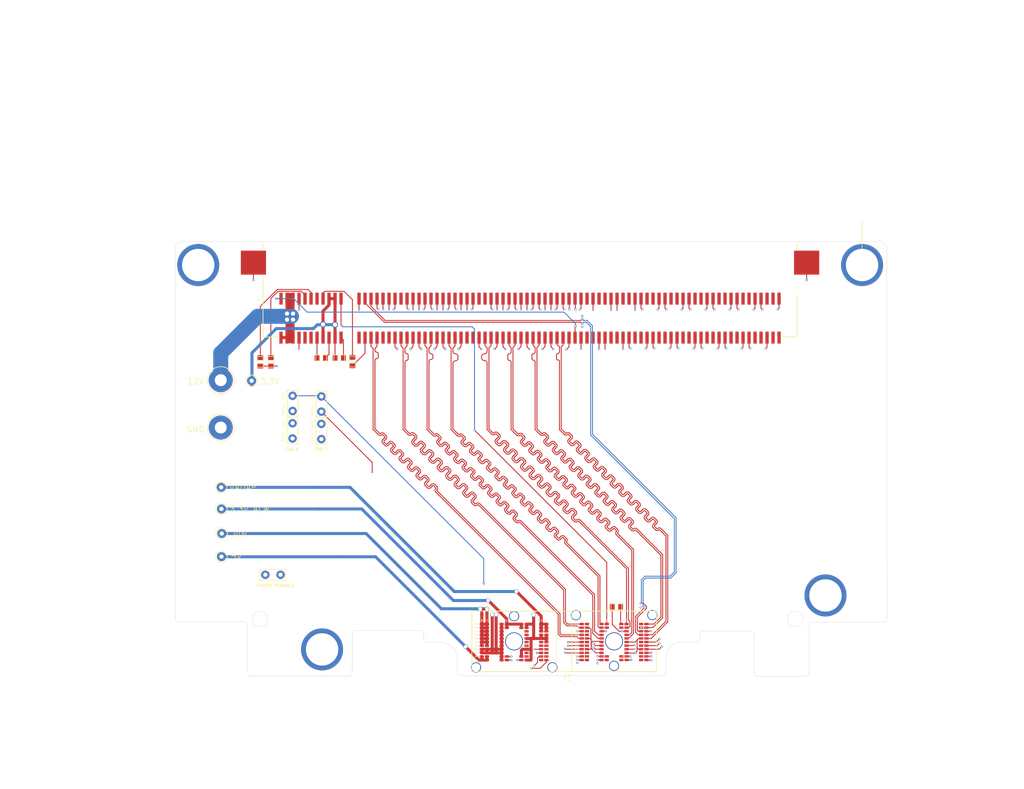
<source format=kicad_pcb>
(kicad_pcb (version 20240108) (generator "pcbnew") (generator_version "8.0")
  (layers (0 "F.Cu" signal) (1 "In1.Cu" signal) (2 "In2.Cu" signal) (31 "B.Cu" signal) (34 "B.Paste" user) (35 "F.Paste" user) (36 "B.SilkS" user "B.Silkscreen") (37 "F.SilkS" user "F.Silkscreen") (38 "B.Mask" user) (39 "F.Mask" user) (44 "Edge.Cuts" user))
  (net 0 "")
  (net 1 "GND")
  (net 2 "VIN")
  (net 3 "unconnected-(J1-FAN0_PWM-PadPL5)")
  (net 4 "H_RX5N")
  (net 5 "+3.3V ALW")
  (net 7 "H_RX4N")
  (net 8 "H_TX0P")
  (net 9 "H_RX7N")
  (net 10 "H_RX3P")
  (net 11 "H_TX4P")
  (net 13 "H_TX7N")
  (net 14 "PERST_RST")
  (net 15 "H_TX6P")
  (net 16 "H_RX7P")
  (net 17 "unconnected-(J1-12V_FAN-PadPL4)")
  (net 18 "H_RX5P")
  (net 19 "+5V")
  (net 21 "Net-(J1-VADP_GPU-PadPA1)")
  (net 23 "H_TX1N")
  (net 24 "H_TX0N")
  (net 27 "unconnected-(J1-FAN1_PWM-PadPK5)")
  (net 28 "H_RX4P")
  (net 30 "H_TX3N")
  (net 33 "REFCLK-")
  (net 34 "REFCLK+")
  (net 35 "unconnected-(J1-FAN0_SPEED-PadPH2)")
  (net 36 "H_TX4N")
  (net 38 "H_TX6N")
  (net 40 "unconnected-(J1-FAN1_SPEED-PadPJ2)")
  (net 47 "H_TX3P")
  (net 49 "unconnected-(J1-PWR_GOOD-PadPL1)")
  (net 53 "H_RX0P")
  (net 56 "Net-(J1-PEX_CLK_REQ#)")
  (net 60 "H_TX5P")
  (net 61 "unconnected-(J1-PWR_EN-PadPK2)")
  (net 63 "H_RX6P")
  (net 64 "H_RX1N")
  (net 65 "H_TX1P")
  (net 70 "H_RX3N")
  (net 71 "H_RX0N")
  (net 72 "H_TX7P")
  (net 73 "H_TX5N")
  (net 74 "H_RX2P")
  (net 76 "H_RX1P")
  (net 77 "H_TX2N")
  (net 78 "H_TX2P")
  (net 79 "H_RX6N")
  (net 80 "H_RX2N")
  (net 87 "+3.3V")
  (net 94 "PRSNT")
  (net 95 "+12V")
  (net 96 "Net-(J2-TRST#)")
  (net 103 "Net-(J2-TDI)")
  (net 118 "Net-(J2-TMS)")
  (net 119 "Net-(J2-WAKE#)")
  (net 130 "Net-(J2-TCK)")
  (footprint "" (layer "F.Cu") (at 240.64 30)
    (property "Reference" "")
    (property "Value" "")
  )
  (footprint "" (layer "F.Cu") (at 234.54 85.1)
    (property "Reference" "")
    (property "Value" "")
  )
  (footprint "TestPoint:TestPoint_THTPad_D4.0mm_Drill2.0mm" (layer "F.Cu") (at 133.75 49.2)
    (property "Reference" "REF**" (hide yes))
    (property "Value" "TestPoint_THTPad_D4.0mm_Drill2.0mm" (hide yes))
  )
  (footprint "TestPoint:TestPoint_Bridge_Pitch2.54mm_Drill0.7mm" (layer "F.Cu") (at 150.525 51.91 -90)
    (property "Reference" "REF**" (hide yes))
    (property "Value" "TestPoint_Bridge_Pitch2.54mm_Drill0.7mm" (hide yes))
  )
  (footprint "FW 16 Components:Mounting Hole with grounding" (layer "F.Cu") (at 150.64 94.1)
    (property "Reference" "REF**" (hide yes))
    (property "Value" "Mounting Hole with grounding" (hide yes))
  )
  (footprint "FW 16 Components:PCIEx16 Slot" (layer "F.Cu") (at 185.3 33.6 180)
    (property "Reference" "J2" (hide yes))
    (property "Value" "~")
  )
  (footprint "TestPoint:TestPoint_Bridge_Pitch2.54mm_Drill0.7mm" (layer "F.Cu") (at 145.725 51.805 -90)
    (property "Reference" "REF**" (hide yes))
    (property "Value" "TestPoint_Bridge_Pitch2.54mm_Drill0.7mm" (hide yes))
  )
  (footprint "" (layer "F.Cu") (at 130 30)
    (property "Reference" "")
    (property "Value" "")
  )
  (footprint "FW 16 Components:0603" (layer "F.Cu") (at 142.1 46.1 -90)
    (property "Reference" "R3" (hide yes))
    (property "Value" "10k" (hide yes))
  )
  (footprint "TestPoint:TestPoint_THTPad_D1.5mm_Drill0.7mm" (layer "F.Cu") (at 133.825 67.075)
    (property "Reference" "REF**" (hide yes))
    (property "Value" "TestPoint_THTPad_D1.5mm_Drill0.7mm" (hide yes))
  )
  (footprint "TestPoint:TestPoint_THTPad_D1.5mm_Drill0.7mm" (layer "F.Cu") (at 138.9 49.3)
    (property "Reference" "REF**" (hide yes))
    (property "Value" "TestPoint_THTPad_D1.5mm_Drill0.7mm" (hide yes))
  )
  (footprint "TestPoint:TestPoint_THTPad_D4.0mm_Drill2.0mm" (layer "F.Cu") (at 133.75 57.1)
    (property "Reference" "REF**" (hide yes))
    (property "Value" "TestPoint_THTPad_D4.0mm_Drill2.0mm" (hide yes))
  )
  (footprint "TestPoint:TestPoint_Bridge_Pitch2.54mm_Drill0.7mm" (layer "F.Cu") (at 150.52 56.49 -90)
    (property "Reference" "REF**" (hide yes))
    (property "Value" "TestPoint_Bridge_Pitch2.54mm_Drill0.7mm" (hide yes))
  )
  (footprint "TestPoint:TestPoint_THTPad_D1.5mm_Drill0.7mm" (layer "F.Cu") (at 133.925 74.775)
    (property "Reference" "REF**" (hide yes))
    (property "Value" "TestPoint_THTPad_D1.5mm_Drill0.7mm" (hide yes))
  )
  (footprint "TestPoint:TestPoint_Bridge_Pitch2.54mm_Drill0.7mm" (layer "F.Cu") (at 141.18 81.65)
    (property "Reference" "REF**" (hide yes))
    (property "Value" "TestPoint_Bridge_Pitch2.54mm_Drill0.7mm" (hide yes))
  )
  (footprint "FW 16 Components:0603" (layer "F.Cu") (at 199.65 87)
    (property "Reference" "R7" (hide yes))
    (property "Value" "10k" (hide yes))
  )
  (footprint "TestPoint:TestPoint_THTPad_D1.5mm_Drill0.7mm" (layer "F.Cu") (at 133.875 78.625)
    (property "Reference" "REF**" (hide yes))
    (property "Value" "TestPoint_THTPad_D1.5mm_Drill0.7mm" (hide yes))
  )
  (footprint "FW 16 Components:0603" (layer "F.Cu") (at 153.45 45.5)
    (property "Reference" "R2" (hide yes))
    (property "Value" "10k" (hide yes))
  )
  (footprint "FW 16 Components:0603" (layer "F.Cu") (at 140.35 46.1 -90)
    (property "Reference" "R5" (hide yes))
    (property "Value" "10k" (hide yes))
  )
  (footprint "TestPoint:TestPoint_Bridge_Pitch2.54mm_Drill0.7mm" (layer "F.Cu") (at 145.72 56.385 -90)
    (property "Reference" "REF**" (hide yes))
    (property "Value" "TestPoint_Bridge_Pitch2.54mm_Drill0.7mm" (hide yes))
  )
  (footprint "TestPoint:TestPoint_THTPad_D1.5mm_Drill0.7mm" (layer "F.Cu") (at 133.875 70.675)
    (property "Reference" "REF**" (hide yes))
    (property "Value" "TestPoint_THTPad_D1.5mm_Drill0.7mm" (hide yes))
  )
  (footprint "FW 16 Components:FW 16 Interposer DB" (layer "F.Cu") (at 191.02 92.78)
    (property "Reference" "J1")
    (property "Value" "~")
  )
  (footprint "FW 16 Components:0603" (layer "F.Cu") (at 150.45 45.5)
    (property "Reference" "R1" (hide yes))
    (property "Value" "10k" (hide yes))
  )
  (footprint "FW 16 Components:0603" (layer "F.Cu") (at 155.7 46.05 -90)
    (property "Reference" "R4" (hide yes))
    (property "Value" "10k" (hide yes))
  )
  (gr_rect (start 144.7 34.75) (end 145.9 42.95) (stroke (width 0.2)) (fill solid) (layer "F.Cu") (net 95))
  (gr_line (start 240.64 30) (end 240.64 22.7) (stroke (width 0.1)) (layer "F.SilkS"))
  (gr_line (start 222.65 97.95) (end 222.65 91.75) (stroke (width 0.05)) (layer "Edge.Cuts"))
  (gr_line (start 244.1 89.55) (end 232.4 89.55) (stroke (width 0.05)) (layer "Edge.Cuts"))
  (gr_arc (start 231.85 90.1) (mid 232.011091 89.711091) (end 232.4 89.55) (stroke (width 0.05)) (layer "Edge.Cuts"))
  (gr_arc (start 223.3 98.6) (mid 222.840381 98.409619) (end 222.65 97.95) (stroke (width 0.05)) (layer "Edge.Cuts"))
  (gr_arc (start 168.1 92.95) (mid 167.746447 92.803553) (end 167.6 92.45) (stroke (width 0.05)) (layer "Edge.Cuts"))
  (gr_line (start 231.85 90.1) (end 231.85 98) (stroke (width 0.05)) (layer "Edge.Cuts"))
  (gr_arc (start 155.65 97.9) (mid 155.459619 98.359619) (end 155 98.55) (stroke (width 0.05)) (layer "Edge.Cuts"))
  (gr_line (start 173.15 97.5) (end 173.15 95.65) (stroke (width 0.05)) (layer "Edge.Cuts"))
  (gr_line (start 155 98.55) (end 138.9 98.55) (stroke (width 0.05)) (layer "Edge.Cuts"))
  (gr_line (start 213.2 92.9) (end 210.45 92.9) (stroke (width 0.05)) (layer "Edge.Cuts"))
  (gr_arc (start 167.1 90.95) (mid 167.453553 91.096447) (end 167.6 91.45) (stroke (width 0.05)) (layer "Edge.Cuts"))
  (gr_arc (start 137.7 89.5) (mid 138.053553 89.646447) (end 138.2 90) (stroke (width 0.05)) (layer "Edge.Cuts"))
  (gr_line (start 130 26.1) (end 127.3 26.1) (stroke (width 0.05)) (layer "Edge.Cuts"))
  (gr_arc (start 221.95 91.05) (mid 222.444975 91.255025) (end 222.65 91.75) (stroke (width 0.05)) (layer "Edge.Cuts"))
  (gr_arc (start 213.55 92.55) (mid 213.447487 92.797487) (end 213.2 92.9) (stroke (width 0.05)) (layer "Edge.Cuts"))
  (gr_line (start 133.85 26.1) (end 243.55 26.097919) (stroke (width 0.05)) (layer "Edge.Cuts"))
  (gr_arc (start 208 95.35) (mid 208.717588 93.617588) (end 210.45 92.9) (stroke (width 0.05)) (layer "Edge.Cuts"))
  (gr_arc (start 174.15 98.5) (mid 173.442893 98.207107) (end 173.15 97.5) (stroke (width 0.05)) (layer "Edge.Cuts"))
  (gr_line (start 137.7 89.5) (end 126.7 89.5) (stroke (width 0.05)) (layer "Edge.Cuts"))
  (gr_circle (center 140.29 89) (end 141.59 89) (stroke (width 0.05)) (fill none) (layer "Edge.Cuts"))
  (gr_line (start 138.2 90.1) (end 138.2 90) (stroke (width 0.05)) (layer "Edge.Cuts"))
  (gr_line (start 206.9 98.5) (end 174.15 98.5) (stroke (width 0.05)) (layer "Edge.Cuts"))
  (gr_line (start 244.752081 27.3) (end 244.8 88.85) (stroke (width 0.05)) (layer "Edge.Cuts"))
  (gr_line (start 130 26.1) (end 133.85 26.1) (stroke (width 0.05)) (layer "Edge.Cuts"))
  (gr_line (start 155.65 91.5) (end 155.65 97.9) (stroke (width 0.05)) (layer "Edge.Cuts"))
  (gr_arc (start 243.55 26.097919) (mid 244.4 26.45) (end 244.752081 27.3) (stroke (width 0.05)) (layer "Edge.Cuts"))
  (gr_line (start 170.45 92.95) (end 168.1 92.95) (stroke (width 0.05)) (layer "Edge.Cuts"))
  (gr_line (start 221.95 91.05) (end 214.1 91.05) (stroke (width 0.05)) (layer "Edge.Cuts"))
  (gr_line (start 126.2 89) (end 126.19 27.149999) (stroke (width 0.05)) (layer "Edge.Cuts"))
  (gr_line (start 138.2 97.85) (end 138.2 90.1) (stroke (width 0.05)) (layer "Edge.Cuts"))
  (gr_circle (center 229.5 89) (end 230.8 89) (stroke (width 0.05)) (fill none) (layer "Edge.Cuts"))
  (gr_line (start 208 95.35) (end 208 97.4) (stroke (width 0.05)) (layer "Edge.Cuts"))
  (gr_arc (start 126.198811 27.149999) (mid 126.524591 26.389224) (end 127.3 26.100001) (stroke (width 0.05)) (layer "Edge.Cuts"))
  (gr_arc (start 244.8 88.85) (mid 244.594975 89.344975) (end 244.1 89.55) (stroke (width 0.05)) (layer "Edge.Cuts"))
  (gr_arc (start 213.55 91.6) (mid 213.711091 91.211091) (end 214.1 91.05) (stroke (width 0.05)) (layer "Edge.Cuts"))
  (gr_line (start 231.25 98.6) (end 223.3 98.6) (stroke (width 0.05)) (layer "Edge.Cuts"))
  (gr_arc (start 126.7 89.5) (mid 126.346447 89.353553) (end 126.2 89) (stroke (width 0.05)) (layer "Edge.Cuts"))
  (gr_arc (start 170.45 92.95) (mid 172.359188 93.740812) (end 173.15 95.65) (stroke (width 0.05)) (layer "Edge.Cuts"))
  (gr_arc (start 155.65 91.5) (mid 155.811091 91.111091) (end 156.2 90.95) (stroke (width 0.05)) (layer "Edge.Cuts"))
  (gr_arc (start 138.9 98.55) (mid 138.405025 98.344975) (end 138.2 97.85) (stroke (width 0.05)) (layer "Edge.Cuts"))
  (gr_line (start 167.6 92.45) (end 167.6 91.45) (stroke (width 0.05)) (layer "Edge.Cuts"))
  (gr_line (start 213.55 91.6) (end 213.55 92.55) (stroke (width 0.05)) (layer "Edge.Cuts"))
  (gr_line (start 167.1 90.95) (end 156.2 90.95) (stroke (width 0.05)) (layer "Edge.Cuts"))
  (gr_arc (start 208 97.4) (mid 207.677817 98.177817) (end 206.9 98.5) (stroke (width 0.05)) (layer "Edge.Cuts"))
  (gr_arc (start 231.85 98) (mid 231.674264 98.424264) (end 231.25 98.6) (stroke (width 0.05)) (layer "Edge.Cuts"))
  (gr_text "VIN\n" (at 135.725 75.5 0) (layer "F.SilkS") (effects (font (size 1 1) (thickness 0.1)) (justify left bottom)))
  (gr_text "3.3v ALW\n" (at 135.125 71.3 0) (layer "F.SilkS") (effects (font (size 1 1) (thickness 0.1)) (justify left bottom)))
  (gr_text "VADAP\n\n" (at 135.125 69.25 0) (layer "F.SilkS") (effects (font (size 1 1) (thickness 0.1)) (justify left bottom)))
  (gr_text "PENABLE" (at 142.65 83.775 0) (layer "F.SilkS") (effects (font (size 0.5 0.5) (thickness 0.1)) (justify left bottom)))
  (gr_text "3.3V\n" (at 140.25 50 0) (layer "F.SilkS") (effects (font (size 1 1) (thickness 0.1)) (justify left bottom)))
  (gr_text "5V\n" (at 135.375 79.2 0) (layer "F.SilkS") (effects (font (size 1 1) (thickness 0.1)) (justify left bottom)))
  (gr_text "12V  PWM  SPD  GND\n" (at 143.845 51.18 -90) (layer "F.SilkS") (effects (font (size 0.5 0.5) (thickness 0.05)) (justify left bottom)))
  (gr_text "GND" (at 127.95 58 0) (layer "F.SilkS") (effects (font (size 1 1) (thickness 0.1)) (justify left bottom)))
  (gr_text "12V  PWM  SPD  GND\n" (at 148.645 51.285 -90) (layer "F.SilkS") (effects (font (size 0.5 0.5) (thickness 0.05)) (justify left bottom)))
  (gr_text "FAN 1" (at 149.325 61 0) (layer "F.SilkS") (effects (font (size 0.5 0.5) (thickness 0.1)) (justify left bottom)))
  (gr_text "12V\n" (at 128.15 50 0) (layer "F.SilkS") (effects (font (size 1 1) (thickness 0.1)) (justify left bottom)))
  (gr_text "FAN 0\n" (at 144.475 61.075 0) (layer "F.SilkS") (effects (font (size 0.5 0.5) (thickness 0.1)) (justify left bottom)))
  (gr_text "PGOOD" (at 139.7 83.75 0) (layer "F.SilkS") (effects (font (size 0.5 0.5) (thickness 0.1)) (justify left bottom)))
  (segment (start 181.8 37.2) (end 181.6 37.4) (width 0.15) (layer "F.Cu") (net 1))
  (segment (start 197.104105 92.754105) (end 195.734314 92.754105) (width 0.15) (layer "F.Cu") (net 1))
  (segment (start 167.15 44) (end 166.8 43.65) (width 0.15) (layer "F.Cu") (net 1))
  (segment (start 185.9 92.28) (end 185.9 89.9) (width 0.5) (layer "F.Cu") (net 1))
  (segment (start 215.8 35.6) (end 215.8 37.2) (width 0.15) (layer "F.Cu") (net 1))
  (segment (start 220.8 43.7) (end 220.6 43.9) (width 0.15) (layer "F.Cu") (net 1))
  (segment (start 204.8 42.1) (end 204.8 43.7) (width 0.15) (layer "F.Cu") (net 1))
  (segment (start 213.8 43.7) (end 214 43.9) (width 0.15) (layer "F.Cu") (net 1))
  (segment (start 203.15 94.4) (end 202.85 94.7) (width 0.15) (layer "F.Cu") (net 1))
  (segment (start 157.8 43.95) (end 157.8 42.1) (width 0.15) (layer "F.Cu") (net 1))
  (segment (start 193.92 91.07) (end 193.2 91.07) (width 0.15) (layer "F.Cu") (net 1))
  (segment (start 179.4 44) (end 179.8 43.6) (width 0.15) (layer "F.Cu") (net 1))
  (segment (start 215.8 37.2) (end 216 37.4) (width 0.15) (layer "F.Cu") (net 1))
  (segment (start 195.18 90.47) (end 195.45 90.74) (width 0.15) (layer "F.Cu") (net 1))
  (segment (start 164.8 37.2) (end 165 37.4) (width 0.15) (layer "F.Cu") (net 1))
  (segment (start 211.8 35.6) (end 211.8 37.2) (width 0.15) (layer "F.Cu") (net 1))
  (segment (start 199 89.95) (end 199 87.5) (width 0.15) (layer "F.Cu") (net 1))
  (segment (start 208.8 43.7) (end 208.6 43.9) (width 0.15) (layer "F.Cu") (net 1))
  (segment (start 179.8 43.6) (end 179.8 42.1) (width 0.15) (layer "F.Cu") (net 1))
  (segment (start 222.8 35.6) (end 222.8 37.2) (width 0.15) (layer "F.Cu") (net 1))
  (segment (start 223.8 35.6) (end 223.8 37.2) (width 0.15) (layer "F.Cu") (net 1))
  (segment (start 214.8 35.6) (end 214.8 37.2) (width 0.15) (layer "F.Cu") (net 1))
  (segment (start 164.8 35.6) (end 164.8 37.2) (width 0.15) (layer "F.Cu") (net 1))
  (segment (start 201.38 92.87) (end 202.82 92.87) (width 0.15) (layer "F.Cu") (net 1))
  (segment (start 146.8 37.45) (end 146.8 35.6) (width 0.15) (layer "F.Cu") (net 1))
  (segment (start 205.42 91.07) (end 205.45 91.1) (width 0.15) (layer "F.Cu") (net 1))
  (segment (start 187.4 44) (end 187.8 43.6) (width 0.15) (layer "F.Cu") (net 1))
  (segment (start 179.65 94.68) (end 179.65 88.3) (width 0.5) (layer "F.Cu") (net 1))
  (segment (start 189.8 35.6) (end 189.8 37.2) (width 0.15) (layer "F.Cu") (net 1))
  (segment (start 216.8 43.7) (end 216.6 43.9) (width 0.15) (layer "F.Cu") (net 1))
  (segment (start 178.12 94.08) (end 180.56 94.08) (width 0.5) (layer "F.Cu") (net 1))
  (segment (start 206.33 92.87) (end 206.85 92.35) (width 0.15) (layer "F.Cu") (net 1))
  (segment (start 210.8 35.6) (end 210.8 37.2) (width 0.15) (layer "F.Cu") (net 1))
  (segment (start 162.8 43.65) (end 162.8 42.1) (width 0.15) (layer "F.Cu") (net 1))
  (segment (start 220.8 42.1) (end 220.8 43.7) (width 0.15) (layer "F.Cu") (net 1))
  (segment (start 205.8 43.7) (end 206 43.9) (width 0.15) (layer "F.Cu") (net 1))
  (segment (start 185.88 89.88) (end 185.9 89.9) (width 0.5) (layer "F.Cu") (net 1))
  (segment (start 205.498876 94.67) (end 204.68 94.67) (width 0.15) (layer "F.Cu") (net 1))
  (segment (start 205.5 94.668876) (end 205.498876 94.67) (width 0.15) (layer "F.Cu") (net 1))
  (segment (start 217.8 42.1) (end 217.8 43.7) (width 0.15) (layer "F.Cu") (net 1))
  (segment (start 189.15 44) (end 188.8 43.65) (width 0.15) (layer "F.Cu") (net 1))
  (segment (start 178.12 94.68) (end 178.12 94.08) (width 0.5) (layer "F.Cu") (net 1))
  (segment (start 140.35 46.85) (end 142.1 46.85) (width 0.15) (layer "F.Cu") (net 1))
  (segment (start 142.1 46.85) (end 143.1 46.85) (width 0.15) (layer "F.Cu") (net 1))
  (segment (start 208.8 42.1) (end 208.8 43.7) (width 0.15) (layer "F.Cu") (net 1))
  (segment (start 201.8 43.7) (end 202 43.9) (width 0.15) (layer "F.Cu") (net 1))
  (segment (start 195.654313 94.07) (end 194.78 94.07) (width 0.15) (layer "F.Cu") (net 1))
  (segment (start 163.15 44) (end 162.8 43.65) (width 0.15) (layer "F.Cu") (net 1))
  (segment (start 203.15 93.85) (end 203.15 94.4) (width 0.15) (layer "F.Cu") (net 1))
  (segment (start 171.8 35.6) (end 171.8 37.2) (width 0.15) (layer "F.Cu") (net 1))
  (segment (start 224.8 42.1) (end 224.8 43.7) (width 0.15) (layer "F.Cu") (net 1))
  (segment (start 185.45 92.28) (end 184.72 92.28) (width 0.5) (layer "F.Cu") (net 1))
  (segment (start 201.4 94.7) (end 202.85 94.7) (width 0.15) (layer "F.Cu") (net 1))
  (segment (start 191.18722 94.68722) (end 193.916176 94.68722) (width 0.15) (layer "F.Cu") (net 1))
  (segment (start 201.38 91.07) (end 200.63 91.07) (width 0.15) (layer "F.Cu") (net 1))
  (segment (start 186.8 35.6) (end 186.8 37.2) (width 0.15) (layer "F.Cu") (net 1))
  (segment (start 155.7 46.8) (end 157.8 44.7) (width 0.15) (layer "F.Cu") (net 1))
  (segment (start 194.78 90.47) (end 195.18 90.47) (width 0.15) (layer "F.Cu") (net 1))
  (segment (start 195.5 92.988419) (end 195.5 93.5) (width 0.15) (layer "F.Cu") (net 1))
  (segment (start 201.8 42.1) (end 201.8 43.7) (width 0.15) (layer "F.Cu") (net 1))
  (segment (start 187.16 91.68) (end 187.16 92.28) (width 0.5) (layer "F.Cu") (net 1))
  (segment (start 179 94.68) (end 179 88.3) (width 0.5) (layer "F.Cu") (net 1))
  (segment (start 185.47 95.88) (end 184.72 95.88) (width 0.5) (layer "F.Cu") (net 1))
  (segment (start 223.8 37.2) (end 224 37.4) (width 0.15) (layer "F.Cu") (net 1))
  (segment (start 195.8 37.45) (end 195.8 35.6) (width 0.15) (layer "F.Cu") (net 1))
  (segment (start 180.8 43.65) (end 180.8 42.1) (width 0.15) (layer "F.Cu") (net 1))
  (segment (start 195.5 93.915687) (end 195.891481 94.307168) (width 0.15) (layer "F.Cu") (net 1))
  (segment (start 166.8 43.65) (end 166.8 42.1) (width 0.15) (layer "F.Cu") (net 1))
  (segment (start 194.78 92.27) (end 195.28 92.27) (width 0.15) (layer "F.Cu") (net 1))
  (segment (start 179.65 94.68) (end 180.56 94.68) (width 0.5) (layer "F.Cu") (net 1))
  (segment (start 172.8 37.2) (end 173 37.4) (width 0.15) (layer "F.Cu") (net 1))
  (segment (start 191.35 44.1) (end 191.8 43.65) (width 0.15) (layer "F.Cu") (net 1))
  (segment (start 146.8 43.95) (end 146.8 42.1) (width 0.15) (layer "F.Cu") (net 1))
  (segment (start 179 94.68) (end 179.65 94.68) (width 0.5) (layer "F.Cu") (net 1))
  (segment (start 193.2 91.07) (end 193.15 91.07) (width 0.15) (layer "F.Cu") (net 1))
  (segment (start 185.47 94.95) (end 185.47 95.88) (width 0.5) (layer "F.Cu") (net 1))
  (segment (start 195.45 90.74) (end 195.45 92.44) (width 0.15) (layer "F.Cu") (net 1))
  (segment (start 209.8 43.7) (end 210 43.9) (width 0.15) (layer "F.Cu") (net 1))
  (segment (start 156.8 37.45) (end 156.8 35.6) (width 0.15) (layer "F.Cu") (net 1))
  (segment (start 159.8 37.2) (end 160 37.4) (width 0.15) (layer "F.Cu") (net 1))
  (segment (start 178.8 35.6) (end 178.8 37.2) (width 0.15) (layer "F.Cu") (net 1))
  (segment (start 159.8 35.6) (end 159.8 37.2) (width 0.15) (layer "F.Cu") (net 1))
  (segment (start 185.9 92.28) (end 185.45 92.28) (width 0.5) (layer "F.Cu") (net 1))
  (segment (start 181.8 35.6) (end 181.8 37.2) (width 0.15) (layer "F.Cu") (net 1))
  (segment (start 175.8 37.2) (end 175.6 37.4) (width 0.15) (layer "F.Cu") (net 1))
  (segment (start 139.2 29.6) (end 139.2 32.5) (width 0.15) (layer "F.Cu") (net 1))
  (segment (start 214.8 37.2) (end 214.6 37.4) (width 0.15) (layer "F.Cu") (net 1))
  (segment (start 231.4 32.5) (end 231.4 32.55) (width 0.15) (layer "F.Cu") (net 1))
  (segment (start 177.26 94.68) (end 177.26 94.08) (width 0.5) (layer "F.Cu") (net 1))
  (segment (start 183.86 94.24) (end 184.02 94.08) (width 0.5) (layer "F.Cu") (net 1))
  (segment (start 197.22 91.07) (end 197.93 91.07) (width 0.15) (layer "F.Cu") (net 1))
  (segment (start 195.28 92.27) (end 195.5 92.49) (width 0.15) (layer "F.Cu") (net 1))
  (segment (start 188.02 92.88) (end 188.02 91.68) (width 0.5) (layer "F.Cu") (net 1))
  (segment (start 203.42 92.27) (end 203.27 92.42) (width 0.15) (layer "F.Cu") (net 1))
  (segment (start 219.8 35.6) (end 219.8 37.2) (width 0.15) (layer "F.Cu") (net 1))
  (segment (start 203.8 35.6) (end 203.8 37.2) (width 0.15) (layer "F.Cu") (net 1))
  (segment (start 204.8 43.7) (end 204.6 43.9) (width 0.15) (layer "F.Cu") (net 1))
  (segment (start 195.5 92.49) (end 195.5 93.5) (width 0.15) (layer "F.Cu") (net 1))
  (segment (start 219.8 37.2) (end 220 37.4) (width 0.15) (layer "F.Cu") (net 1))
  (segment (start 222.8 37.2) (end 222.6 37.4) (width 0.15) (layer "F.Cu") (net 1))
  (segment (start 177.26 94.68) (end 178.12 94.68) (width 0.5) (layer "F.Cu") (net 1))
  (segment (start 205.8 42.1) (end 205.8 43.7) (width 0.15) (layer "F.Cu") (net 1))
  (segment (start 185.47 92.28) (end 185.47 94.95) (width 0.5) (layer "F.Cu") (net 1))
  (segment (start 212.8 43.7) (end 212.6 43.9) (width 0.15) (layer "F.Cu") (net 1))
  (segment (start 175.8 35.6) (end 175.8 37.2) (width 0.15) (layer "F.Cu") (net 1))
  (segment (start 184.72 89.88) (end 185.88 89.88) (width 0.5) (layer "F.Cu") (net 1))
  (segment (start 173.8 43.6) (end 173.8 42.1) (width 0.15) (layer "F.Cu") (net 1))
  (segment (start 202.82 92.87) (end 203.27 92.42) (width 0.15) (layer "F.Cu") (net 1))
  (segment (start 213.8 42.1) (end 213.8 43.7) (width 0.15) (layer "F.Cu") (net 1))
  (segment (start 182.8 37.2) (end 183 37.4) (width 0.15) (layer "F.Cu") (net 1))
  (segment (start 198.8 37.45) (end 198.8 35.6) (width 0.15) (layer "F.Cu") (net 1))
  (segment (start 184.72 94.08) (end 185.47 94.08) (width 0.5) (layer "F.Cu") (net 1))
  (segment (start 183.4 44) (end 183.8 43.6) (width 0.15) (layer "F.Cu") (net 1))
  (segment (start 184.8 43.65) (end 184.8 42.1) (width 0.15) (layer "F.Cu") (net 1))
  (segment (start 224.8 43.7) (end 224.6 43.9) (width 0.15) (layer "F.Cu") (net 1))
  (segment (start 188.02 92.28) (end 185.9 92.28) (width 0.5) (layer "F.Cu") (net 1))
  (segment (start 182.8 35.6) (end 182.8 37.2) (width 0.15) (layer "F.Cu") (net 1))
  (segment (start 195.5 93.5) (end 195.5 93.915687) (width 0.15) (layer "F.Cu") (net 1))
  (segment (start 209.8 42.1) (end 209.8 43.7) (width 0.15) (layer "F.Cu") (net 1))
  (segment (start 184.72 90.48) (end 184.72 89.88) (width 0.5) (layer "F.Cu") (net 1))
  (segment (start 177.26 94.08) (end 178.12 94.08) (width 0.5) (layer "F.Cu") (net 1))
  (segment (start 231.4 29.6) (end 231.4 32.5) (width 0.15) (layer "F.Cu") (net 1))
  (segment (start 197.22 92.87) (end 197.104105 92.754105) (width 0.15) (layer "F.Cu") (net 1))
  (segment (start 203.82 92.27) (end 203.42 92.27) (width 0.15) (layer "F.Cu") (net 1))
  (segment (start 173.4 44) (end 173.8 43.6) (width 0.15) (layer "F.Cu") (net 1))
  (segment (start 203.15 92.54) (end 203.15 93.85) (width 0.15) (layer "F.Cu") (net 1))
  (segment (start 197.93 91.07) (end 197.95 91.05) (width 0.15) (layer "F.Cu") (net 1))
  (segment (start 197.8 43.95) (end 197.8 42.1) (width 0.15) (layer "F.Cu") (net 1))
  (segment (start 185.15 44) (end 184.8 43.65) (width 0.15) (layer "F.Cu") (net 1))
  (segment (start 195.891481 94.307168) (end 196.254313 94.67) (width 0.15) (layer "F.Cu") (net 1))
  (segment (start 206.8 37.2) (end 206.6 37.4) (width 0.15) (layer "F.Cu") (net 1))
  (segment (start 193.8 43.95) (end 193.8 42.1) (width 0.15) (layer "F.Cu") (net 1))
  (segment (start 167.8 35.6) (end 167.8 37.2) (width 0.15) (layer "F.Cu") (net 1))
  (segment (start 206.8 35.6) (end 206.8 37.2) (width 0.15) (layer "F.Cu") (net 1))
  (segment (start 218.8 37.2) (end 218.6 37.4) (width 0.15) (layer "F.Cu") (net 1))
  (segment (start 203.15 93.9) (end 203.32 94.07) (width 0.15) (layer "F.Cu") (net 1))
  (segment (start 185.8 37.2) (end 185.6 37.4) (width 0.15) (layer "F.Cu") (net 1))
  (segment (start 199.8 37.45) (end 199.8 35.6) (width 0.15) (layer "F.Cu") (net 1))
  (segment (start 165.4 44) (end 165.8 43.6) (width 0.15) (layer "F.Cu") (net 1))
  (segment (start 191.8 43.65) (end 191.8 42.1) (width 0.15) (layer "F.Cu") (net 1))
  (segment (start 162.8 37.2) (end 162.6 37.4) (width 0.15) (layer "F.Cu") (net 1))
  (segment (start 171.15 44) (end 170.8 43.65) (width 0.15) (layer "F.Cu") (net 1))
  (segment (start 204.68 92.87) (end 206.33 92.87) (width 0.15) (layer "F.Cu") (net 1))
  (segment (start 167.8 37.2) (end 167.6 37.4) (width 0.15) (layer "F.Cu") (net 1))
  (segment (start 191.65 92.9) (end 191.68 92.87) (width 0.15) (layer "F.Cu") (net 1))
  (segment (start 191.15 94.65) (end 191.18722 94.68722) (width 0.15) (layer "F.Cu") (net 1))
  (segment (start 185.9 89.9) (end 185.9 88.35) (width 0.5) (layer "F.Cu") (net 1))
  (segment (start 203.32 94.07) (end 203.82 94.07) (width 0.15) (layer "F.Cu") (net 1))
  (segment (start 169.8 43.6) (end 169.8 42.1) (width 0.15) (layer "F.Cu") (net 1))
  (segment (start 191.68 92.87) (end 193.92 92.87) (width 0.15) (layer "F.Cu") (net 1))
  (segment (start 171.8 37.2) (end 171.6 37.4) (width 0.15) (layer "F.Cu") (net 1))
  (segment (start 193.8 37.2) (end 193.6 37.4) (width 0.15) (layer "F.Cu") (net 1))
  (segment (start 183.8 43.6) (end 183.8 42.1) (width 0.15) (layer "F.Cu") (net 1))
  (segment (start 180.56 95.88) (end 180.56 89.88) (width 0.5) (layer "F.Cu") (net 1))
  (segment (start 204.68 91.07) (end 205.42 91.07) (width 0.15) (layer "F.Cu") (net 1))
  (segment (start 178.8 37.2) (end 179 37.4) (width 0.15) (layer "F.Cu") (net 1))
  (segment (start 179 94.68) (end 178.12 94.68) (width 0.5) (layer "F.Cu") (net 1))
  (segment (start 170.8 43.65) (end 170.8 42.1) (width 0.15) (layer "F.Cu") (net 1))
  (segment (start 195.891481 94.307168) (end 195.654313 94.07) (width 0.15) (layer "F.Cu") (net 1))
  (segment (start 187.8 43.6) (end 187.8 42.1) (width 0.15) (layer "F.Cu") (net 1))
  (segment (start 185.8 35.6) (end 185.8 37.2) (width 0.15) (layer "F.Cu") (net 1))
  (segment (start 226.8 37.2) (end 226.6 37.4) (width 0.15) (layer "F.Cu") (net 1))
  (segment (start 207.8 35.6) (end 207.8 37.2) (width 0.15) (layer "F.Cu") (net 1))
  (segment (start 183.86 95.28) (end 183.86 94.24) (width 0.5) (layer "F.Cu") (net 1))
  (segment (start 165.8 43.6) (end 165.8 42.1) (width 0.15) (layer "F.Cu") (net 1))
  (segment (start 202.8 37.45) (end 202.8 35.6) (width 0.15) (layer "F.Cu") (net 1))
  (segment (start 221.8 43.7) (end 222 43.9) (width 0.15) (layer "F.Cu") (net 1))
  (segment (start 195.45 92.44) (end 195.5 92.49) (width 0.15) (layer "F.Cu") (net 1))
  (segment (start 221.8 42.1) (end 221.8 43.7) (width 0.15) (layer "F.Cu") (net 1))
  (segment (start 169.4 44) (end 169.8 43.6) (width 0.15) (layer "F.Cu") (net 1))
  (segment (start 149.8 43.95) (end 149.8 42.1) (width 0.15) (layer "F.Cu") (net 1))
  (segment (start 207.8 37.2) (end 208 37.4) (width 0.15) (layer "F.Cu") (net 1))
  (segment (start 162.8 35.6) (end 162.8 37.2) (width 0.15) (layer "F.Cu") (net 1))
  (segment (start 168.8 35.6) (end 168.8 37.2) (width 0.15) (layer "F.Cu") (net 1))
  (segment (start 216.8 42.1) (end 216.8 43.7) (width 0.15) (layer "F.Cu") (net 1))
  (segment (start 203.8 37.2) (end 204 37.4) (width 0.15) (layer "F.Cu") (net 1))
  (segment (start 176.8 43.65) (end 176.8 42.1) (width 0.15) (layer "F.Cu") (net 1))
  (segment (start 196.254313 94.67) (end 197.22 94.67) (width 0.15) (layer "F.Cu") (net 1))
  (segment (start 195.734314 92.754105) (end 195.5 92.988419) (width 0.15) (layer "F.Cu") (net 1))
  (segment (start 181.15 44) (end 180.8 43.65) (width 0.15) (layer "F.Cu") (net 1))
  (segment (start 190.8 35.6) (end 190.8 37.2) (width 0.15) (layer "F.Cu") (net 1))
  (segment (start 203.15 93.85) (end 203.15 93.9) (width 0.15) (layer "F.Cu") (net 1))
  (segment (start 184.02 94.08) (end 184.72 94.08) (width 0.5) (layer "F.Cu") (net 1))
  (segment (start 185.47 94.08) (end 185.47 94.95) (width 0.5) (layer "F.Cu") (net 1))
  (segment (start 210.8 37.2) (end 210.6 37.4) (width 0.15) (layer "F.Cu") (net 1))
  (segment (start 190.8 37.2) (end 191 37.4) (width 0.15) (layer "F.Cu") (net 1))
  (segment (start 157.8 44.7) (end 157.8 43.95) (width 0.15) (layer "F.Cu") (net 1))
  (segment (start 211.8 37.2) (end 212 37.4) (width 0.15) (layer "F.Cu") (net 1))
  (segment (start 189.8 37.2) (end 189.6 37.4) (width 0.15) (layer "F.Cu") (net 1))
  (segment (start 200.12 91.07) (end 199 89.95) (width 0.15) (layer "F.Cu") (net 1))
  (segment (start 203.27 92.42) (end 203.15 92.54) (width 0.15) (layer "F.Cu") (net 1))
  (segment (start 200.63 91.07) (end 200.12 91.07) (width 0.15) (layer "F.Cu") (net 1))
  (segment (start 149.8 43.95) (end 149.8 45.5) (width 0.15) (layer "F.Cu") (net 1))
  (segment (start 196.8 43.95) (end 196.8 42.1) (width 0.15) (layer "F.Cu") (net 1))
  (segment (start 185.45 92.28) (end 185.47 92.28) (width 0.5) (layer "F.Cu") (net 1))
  (segment (start 172.8 35.6) (end 172.8 37.2) (width 0.15) (layer "F.Cu") (net 1))
  (segment (start 193.8 35.6) (end 193.8 37.2) (width 0.15) (layer "F.Cu") (net 1))
  (segment (start 218.8 35.6) (end 218.8 37.2) (width 0.15) (layer "F.Cu") (net 1))
  (segment (start 217.8 43.7) (end 218 43.9) (width 0.15) (layer "F.Cu") (net 1))
  (segment (start 186.8 37.2) (end 187 37.4) (width 0.15) (layer "F.Cu") (net 1))
  (segment (start 188.8 43.65) (end 188.8 42.1) (width 0.15) (layer "F.Cu") (net 1))
  (segment (start 168.8 37.2) (end 169 37.4) (width 0.15) (layer "F.Cu") (net 1))
  (segment (start 226.8 35.6) (end 226.8 37.2) (width 0.15) (layer "F.Cu") (net 1))
  (segment (start 212.8 42.1) (end 212.8 43.7) (width 0.15) (layer "F.Cu") (net 1))
  (segment (start 177.15 44) (end 176.8 43.65) (width 0.15) (layer "F.Cu") (net 1))
  (segment (start 200.8 43.95) (end 200.8 42.1) (width 0.15) (layer "F.Cu") (net 1))
  (via (at 214.6 37.4) (size 0.35) (drill 0.2) (layers "F.Cu" "B.Cu") (net 1))
  (via (at 224 37.4) (size 0.35) (drill 0.2) (layers "F.Cu" "B.Cu") (net 1))
  (via (at 177.15 44) (size 0.35) (drill 0.2) (layers "F.Cu" "B.Cu") (net 1))
  (via (at 171.15 44) (size 0.35) (drill 0.2) (layers "F.Cu" "B.Cu") (net 1))
  (via (at 185.6 37.4) (size 0.35) (drill 0.2) (layers "F.Cu" "B.Cu") (net 1))
  (via (at 226.6 37.4) (size 0.35) (drill 0.2) (layers "F.Cu" "B.Cu") (net 1))
  (via (at 216.6 43.9) (size 0.35) (drill 0.2) (layers "F.Cu" "B.Cu") (net 1))
  (via (at 210.6 37.4) (size 0.35) (drill 0.2) (layers "F.Cu" "B.Cu") (net 1))
  (via (at 149.8 43.95) (size 0.35) (drill 0.2) (layers "F.Cu" "B.Cu") (net 1))
  (via (at 167.6 37.4) (size 0.35) (drill 0.2) (layers "F.Cu" "B.Cu") (net 1))
  (via (at 222 43.9) (size 0.35) (drill 0.2) (layers "F.Cu" "B.Cu") (net 1))
  (via (at 208.6 43.9) (size 0.35) (drill 0.2) (layers "F.Cu" "B.Cu") (net 1))
  (via (at 206.85 92.35) (size 0.35) (drill 0.2) (layers "F.Cu" "B.Cu") (net 1))
  (via (at 202.85 94.7) (size 0.35) (drill 0.2) (layers "F.Cu" "B.Cu") (net 1))
  (via (at 179 37.4) (size 0.35) (drill 0.2) (layers "F.Cu" "B.Cu") (net 1))
  (via (at 195.891481 94.307168) (size 0.35) (drill 0.2) (layers "F.Cu" "B.Cu") (net 1))
  (via (at 214 43.9) (size 0.35) (drill 0.2) (layers "F.Cu" "B.Cu") (net 1))
  (via (at 143.1 46.85) (size 0.35) (drill 0.2) (layers "F.Cu" "B.Cu") (net 1))
  (via (at 189.15 44) (size 0.35) (drill 0.2) (layers "F.Cu" "B.Cu") (net 1))
  (via (at 197.95 91.05) (size 0.35) (drill 0.2) (layers "F.Cu" "B.Cu") (net 1))
  (via (at 196.8 43.95) (size 0.35) (drill 0.2) (layers "F.Cu" "B.Cu") (net 1))
  (via (at 179.65 88.3) (size 0.7) (drill 0.6) (layers "F.Cu" "B.Cu") (net 1))
  (via (at 199.8 37.45) (size 0.35) (drill 0.2) (layers "F.Cu" "B.Cu") (net 1))
  (via (at 169.4 44) (size 0.35) (drill 0.2) (layers "F.Cu" "B.Cu") (net 1))
  (via (at 167.15 44) (size 0.35) (drill 0.2) (layers "F.Cu" "B.Cu") (net 1))
  (via (at 222.6 37.4) (size 0.35) (drill 0.2) (layers "F.Cu" "B.Cu") (net 1))
  (via (at 173.4 44) (size 0.35) (drill 0.2) (layers "F.Cu" "B.Cu") (net 1))
  (via (at 191 37.4) (size 0.35) (drill 0.2) (layers "F.Cu" "B.Cu") (net 1))
  (via (at 198.8 37.45) (size 0.35) (drill 0.2) (layers "F.Cu" "B.Cu") (net 1))
  (via (at 183.4 44) (size 0.35) (drill 0.2) (layers "F.Cu" "B.Cu") (net 1))
  (via (at 187 37.4) (size 0.35) (drill 0.2) (layers "F.Cu" "B.Cu") (net 1))
  (via (at 196.55 96.4) (size 0.35) (drill 0.2) (layers "F.Cu" "B.Cu") (net 1))
  (via (at 194 40.300003) (size 0.35) (drill 0.2) (layers "F.Cu" "B.Cu") (net 1))
  (via (at 163.15 44) (size 0.35) (drill 0.2) (layers "F.Cu" "B.Cu") (net 1))
  (via (at 218.6 37.4) (size 0.35) (drill 0.2) (layers "F.Cu" "B.Cu") (net 1))
  (via (at 193.8 43.95) (size 0.35) (drill 0.2) (layers "F.Cu" "B.Cu") (net 1))
  (via (at 146.8 43.95) (size 0.35) (drill 0.2) (layers "F.Cu" "B.Cu") (net 1))
  (via (at 189.6 37.4) (size 0.35) (drill 0.2) (layers "F.Cu" "B.Cu") (net 1))
  (via (at 187.4 44) (size 0.35) (drill 0.2) (layers "F.Cu" "B.Cu") (net 1))
  (via (at 195.8 37.45) (size 0.35) (drill 0.2) (layers "F.Cu" "B.Cu") (net 1))
  (via (at 160 37.4) (size 0.35) (drill 0.2) (layers "F.Cu" "B.Cu") (net 1))
  (via (at 185.15 44) (size 0.35) (drill 0.2) (layers "F.Cu" "B.Cu") (net 1))
  (via (at 203.75 87.1) (size 0.35) (drill 0.2) (layers "F.Cu" "B.Cu") (net 1))
  (via (at 200.8 43.95) (size 0.35) (drill 0.2) (layers "F.Cu" "B.Cu") (net 1))
  (via (at 156.8 37.45) (size 0.35) (drill 0.2) (layers "F.Cu" "B.Cu") (net 1))
  (via (at 200.63 91.07) (size 0.35) (drill 0.2) (layers "F.Cu" "B.Cu") (net 1))
  (via (at 220.6 43.9) (size 0.35) (drill 0.2) (layers "F.Cu" "B.Cu") (net 1))
  (via (at 193.6 37.4) (size 0.35) (drill 0.2) (layers "F.Cu" "B.Cu") (net 1))
  (via (at 169 37.4) (size 0.35) (drill 0.2) (layers "F.Cu" "B.Cu") (net 1))
  (via (at 208 37.4) (size 0.35) (drill 0.2) (layers "F.Cu" "B.Cu") (net 1))
  (via (at 162.6 37.4) (size 0.35) (drill 0.2) (layers "F.Cu" "B.Cu") (net 1))
  (via (at 146.8 37.45) (size 0.35) (drill 0.2) (layers "F.Cu" "B.Cu") (net 1))
  (via (at 202 43.9) (size 0.35) (drill 0.2) (layers "F.Cu" "B.Cu") (net 1))
  (via (at 165.4 44) (size 0.35) (drill 0.2) (layers "F.Cu" "B.Cu") (net 1))
  (via (at 216 37.4) (size 0.35) (drill 0.2) (layers "F.Cu" "B.Cu") (net 1))
  (via (at 173 37.4) (size 0.35) (drill 0.2) (layers "F.Cu" "B.Cu") (net 1))
  (via (at 212.6 43.9) (size 0.35) (drill 0.2) (layers "F.Cu" "B.Cu") (net 1))
  (via (at 139.2 32.5) (size 0.35) (drill 0.2) (layers "F.Cu" "B.Cu") (net 1))
  (via (at 210 43.9) (size 0.35) (drill 0.2) (layers "F.Cu" "B.Cu") (net 1))
  (via (at 179.4 44) (size 0.35) (drill 0.2) (layers "F.Cu" "B.Cu") (net 1))
  (via (at 205.5 94.668876) (size 0.35) (drill 0.2) (layers "F.Cu" "B.Cu") (net 1))
  (via (at 212 37.4) (size 0.35) (drill 0.2) (layers "F.Cu" "B.Cu") (net 1))
  (via (at 183 37.4) (size 0.35) (drill 0.2) (layers "F.Cu" "B.Cu") (net 1))
  (via (at 181.6 37.4) (size 0.35) (drill 0.2) (layers "F.Cu" "B.Cu") (net 1))
  (via (at 191.65 92.9) (size 0.35) (drill 0.2) (layers "F.Cu" "B.Cu") (net 1))
  (via (at 185.9 88.35) (size 0.7) (drill 0.6) (layers "F.Cu" "B.Cu") (net 1))
  (via (at 206.6 37.4) (size 0.35) (drill 0.2) (layers "F.Cu" "B.Cu") (net 1))
  (via (at 191.15 94.65) (size 0.35) (drill 0.2) (layers "F.Cu" "B.Cu") (net 1))
  (via (at 205.42 91.07) (size 0.35) (drill 0.2) (layers "F.Cu" "B.Cu") (net 1))
  (via (at 204 37.4) (size 0.35) (drill 0.2) (layers "F.Cu" "B.Cu") (net 1))
  (via (at 206 43.9) (size 0.35) (drill 0.2) (layers "F.Cu" "B.Cu") (net 1))
  (via (at 231.4 32.5) (size 0.35) (drill 0.2) (layers "F.Cu" "B.Cu") (net 1))
  (via (at 202.8 37.45) (size 0.35) (drill 0.2) (layers "F.Cu" "B.Cu") (net 1))
  (via (at 193.2 96.35) (size 0.35) (drill 0.2) (layers "F.Cu" "B.Cu") (net 1))
  (via (at 165 37.4) (size 0.35) (drill 0.2) (layers "F.Cu" "B.Cu") (net 1))
  (via (at 203.82 90.47) (size 0.35) (drill 0.2) (layers "F.Cu" "B.Cu") (net 1))
  (via (at 193.2 91.07) (size 0.35) (drill 0.2) (layers "F.Cu" "B.Cu") (net 1))
  (via (at 179 88.3) (size 0.7) (drill 0.6) (layers "F.Cu" "B.Cu") (net 1))
  (via (at 157.8 43.95) (size 0.35) (drill 0.2) (layers "F.Cu" "B.Cu") (net 1))
  (via (at 224.6 43.9) (size 0.35) (drill 0.2) (layers "F.Cu" "B.Cu") (net 1))
  (via (at 218 43.9) (size 0.35) (drill 0.2) (layers "F.Cu" "B.Cu") (net 1))
  (via (at 181.15 44) (size 0.35) (drill 0.2) (layers "F.Cu" "B.Cu") (net 1))
  (via (at 220 37.4) (size 0.35) (drill 0.2) (layers "F.Cu" "B.Cu") (net 1))
  (via (at 175.6 37.4) (size 0.35) (drill 0.2) (layers "F.Cu" "B.Cu") (net 1))
  (via (at 171.6 37.4) (size 0.35) (drill 0.2) (layers "F.Cu" "B.Cu") (net 1))
  (via (at 197.8 43.95) (size 0.35) (drill 0.2) (layers "F.Cu" "B.Cu") (net 1))
  (via (at 191.35 44.1) (size 0.35) (drill 0.2) (layers "F.Cu" "B.Cu") (net 1))
  (via (at 194 38.5) (size 0.35) (drill 0.2) (layers "F.Cu" "B.Cu") (net 1))
  (via (at 204.6 43.9) (size 0.35) (drill 0.2) (layers "F.Cu" "B.Cu") (net 1))
  (segment (start 177 87.325) (end 177.025 87.35) (width 0.5) (layer "F.Cu") (net 2))
  (segment (start 177 87.325) (end 177.26 87.585) (width 0.5) (layer "F.Cu") (net 2))
  (segment (start 177.275 87.325) (end 177.3 87.3) (width 0.5) (layer "F.Cu") (net 2))
  (segment (start 178.12 87.32) (end 178.1 87.3) (width 0.5) (layer "F.Cu") (net 2))
  (segment (start 177.26 91.68) (end 178.12 91.68) (width 0.5) (layer "F.Cu") (net 2))
  (segment (start 177.025 87.35) (end 178.12 87.35) (width 0.5) (layer "F.Cu") (net 2))
  (segment (start 177.26 90.48) (end 178.12 90.48) (width 0.5) (layer "F.Cu") (net 2))
  (segment (start 178.12 87.35) (end 178.12 87.32) (width 0.5) (layer "F.Cu") (net 2))
  (segment (start 177.26 87.585) (end 177.26 88.31) (width 0.5) (layer "F.Cu") (net 2))
  (segment (start 178.12 89.88) (end 178.12 87.35) (width 0.5) (layer "F.Cu") (net 2))
  (segment (start 177.26 89.88) (end 177.26 88.31) (width 0.5) (layer "F.Cu") (net 2))
  (segment (start 177 87.325) (end 177.275 87.325) (width 0.5) (layer "F.Cu") (net 2))
  (segment (start 178.12 89.88) (end 178.12 93.43) (width 0.5) (layer "F.Cu") (net 2))
  (segment (start 177.26 92.88) (end 178.12 92.88) (width 0.5) (layer "F.Cu") (net 2))
  (segment (start 177.26 89.88) (end 177.26 93.43) (width 0.5) (layer "F.Cu") (net 2))
  (segment (start 178.12 92.28) (end 177.26 92.28) (width 0.5) (layer "F.Cu") (net 2))
  (segment (start 178.12 89.88) (end 177.26 89.88) (width 0.5) (layer "F.Cu") (net 2))
  (segment (start 178.12 91.08) (end 177.26 91.08) (width 0.5) (layer "F.Cu") (net 2))
  (segment (start 177.26 88.31) (end 177.25 88.3) (width 0.5) (layer "F.Cu") (net 2))
  (via (at 177 87.325) (size 0.7) (drill 0.6) (layers "F.Cu" "B.Cu") (net 2))
  (via (at 178.12 87.35) (size 0.7) (drill 0.6) (layers "F.Cu" "B.Cu") (net 2))
  (segment (start 177 87.325) (end 170.525 87.325) (width 0.5) (layer "B.Cu") (net 2))
  (segment (start 170.525 87.325) (end 157.975 74.775) (width 0.5) (layer "B.Cu") (net 2))
  (segment (start 157.975 74.775) (end 133.925 74.775) (width 0.5) (layer "B.Cu") (net 2))
  (segment (start 181.42 95.88) (end 182.17 95.88) (width 0.15) (layer "F.Cu") (net 3))
  (via (at 182.17 95.88) (size 0.35) (drill 0.2) (layers "F.Cu" "B.Cu") (net 3))
  (segment (start 184.8 35.6) (end 184.8 37.4) (width 0.15) (layer "F.Cu") (net 4))
  (segment (start 202.7 94.07) (end 201.38 94.07) (width 0.15) (layer "F.Cu") (net 4))
  (via (at 202.7 94.07) (size 0.35) (drill 0.2) (layers "F.Cu" "B.Cu") (net 4))
  (via (at 184.8 37.4) (size 0.35) (drill 0.2) (layers "F.Cu" "B.Cu") (net 4))
  (segment (start 183.86 89.88) (end 183.86 90.48) (width 0.5) (layer "F.Cu") (net 5))
  (segment (start 181.42 90.48) (end 181.42 89.88) (width 0.5) (layer "F.Cu") (net 5))
  (segment (start 181.42 89.88) (end 183.86 89.88) (width 0.5) (layer "F.Cu") (net 5))
  (segment (start 181.42 89.009339) (end 178.360661 85.95) (width 0.5) (layer "F.Cu") (net 5))
  (segment (start 133.925 70.675) (end 133.875 70.675) (width 0.5) (layer "F.Cu") (net 5))
  (segment (start 181.42 89.88) (end 181.42 89.009339) (width 0.5) (layer "F.Cu") (net 5))
  (via (at 178.33 85.95) (size 0.7) (drill 0.6) (layers "F.Cu" "B.Cu") (net 5))
  (segment (start 157.25 70.675) (end 150.145 70.675) (width 0.5) (layer "B.Cu") (net 5))
  (segment (start 178.360661 85.95) (end 178.33 85.95) (width 0.5) (layer "B.Cu") (net 5))
  (segment (start 172.525 85.95) (end 157.25 70.675) (width 0.5) (layer "B.Cu") (net 5))
  (segment (start 150.145 70.675) (end 133.875 70.675) (width 0.5) (layer "B.Cu") (net 5))
  (segment (start 178.33 85.95) (end 172.525 85.95) (width 0.5) (layer "B.Cu") (net 5))
  (segment (start 180.8 35.6) (end 180.8 37.4) (width 0.15) (layer "F.Cu") (net 7))
  (segment (start 202.15 95.85) (end 201.4 95.85) (width 0.15) (layer "F.Cu") (net 7))
  (segment (start 201.4 95.85) (end 201.38 95.87) (width 0.15) (layer "F.Cu") (net 7))
  (via (at 202.15 95.85) (size 0.35) (drill 0.2) (layers "F.Cu" "B.Cu") (net 7))
  (via (at 180.8 37.4) (size 0.35) (drill 0.2) (layers "F.Cu" "B.Cu") (net 7))
  (segment (start 162.330911 60.393043) (end 162.224846 60.499109) (width 0.15) (layer "F.Cu") (net 8))
  (segment (start 163.745121 61.807253) (end 163.639056 61.913319) (width 0.15) (layer "F.Cu") (net 8))
  (segment (start 163.568344 62.549712) (end 163.921898 62.903266) (width 0.15) (layer "F.Cu") (net 8))
  (segment (start 168.16453 65.873109) (end 168.093817 65.943819) (width 0.15) (layer "F.Cu") (net 8))
  (segment (start 168.906987 66.969119) (end 168.977698 66.898409) (width 0.15) (layer "F.Cu") (net 8))
  (segment (start 167.386712 65.660974) (end 167.669554 65.378132) (width 0.15) (layer "F.Cu") (net 8))
  (segment (start 168.800922 67.075184) (end 168.906987 66.969119) (width 0.15) (layer "F.Cu") (net 8))
  (segment (start 167.881686 66.155949) (end 167.810974 66.22666) (width 0.15) (layer "F.Cu") (net 8))
  (segment (start 162.330912 60.393044) (end 162.330911 60.393043) (width 0.15) (layer "F.Cu") (net 8))
  (segment (start 158.8 42.1) (end 158.8 43.55) (width 0.15) (layer "F.Cu") (net 8))
  (segment (start 167.316001 65.731686) (end 167.386712 65.660974) (width 0.15) (layer "F.Cu") (net 8))
  (segment (start 162.436977 60.286979) (end 162.330912 60.393044) (width 0.15) (layer "F.Cu") (net 8))
  (segment (start 161.729872 60.004134) (end 162.012714 59.721292) (width 0.15) (layer "F.Cu") (net 8))
  (segment (start 163.073371 61.489056) (end 163.144082 61.418344) (width 0.15) (layer "F.Cu") (net 8))
  (segment (start 163.144082 61.418344) (end 163.426924 61.135502) (width 0.15) (layer "F.Cu") (net 8))
  (segment (start 162.50769 60.216269) (end 162.436977 60.286979) (width 0.15) (layer "F.Cu") (net 8))
  (segment (start 162.154136 59.721293) (end 162.50769 60.074847) (width 0.15) (layer "F.Cu") (net 8))
  (segment (start 160.739925 58.307084) (end 161.093479 58.660638) (width 0.15) (layer "F.Cu") (net 8))
  (segment (start 170.162868 68.437132) (end 190 88.274264) (width 0.15) (layer "F.Cu") (net 8))
  (segment (start 169.932294 68.206556) (end 170.162868 68.437132) (width 0.15) (layer "F.Cu") (net 8))
  (segment (start 166.467476 64.741739) (end 166.396764 64.81245) (width 0.15) (layer "F.Cu") (net 8))
  (segment (start 165.972502 64.246764) (end 166.255344 63.963922) (width 0.15) (layer "F.Cu") (net 8))
  (segment (start 167.987752 66.049884) (end 167.987751 66.049883) (width 0.15) (layer "F.Cu") (net 8))
  (segment (start 163.851187 61.701189) (end 163.745122 61.807254) (width 0.15) (layer "F.Cu") (net 8))
  (segment (start 190 88.274264) (end 190 91.55) (width 0.15) (layer "F.Cu") (net 8))
  (segment (start 165.265397 63.115399) (end 165.159332 63.221464) (width 0.15) (layer "F.Cu") (net 8))
  (segment (start 163.9219 61.630479) (end 163.851187 61.701189) (width 0.15) (layer "F.Cu") (net 8))
  (segment (start 164.982556 62.549713) (end 165.33611 62.903267) (width 0.15) (layer "F.Cu") (net 8))
  (segment (start 161.093479 58.80206) (end 161.022767 58.872769) (width 0.15) (layer "F.Cu") (net 8))
  (segment (start 162.154134 61.135502) (end 162.507688 61.489056) (width 0.15) (layer "F.Cu") (net 8))
  (segment (start 165.159331 63.221463) (end 165.053266 63.327529) (width 0.15) (layer "F.Cu") (net 8))
  (segment (start 159.15 57.424264) (end 160.03282 58.307084) (width 0.15) (layer "F.Cu") (net 8))
  (segment (start 166.573541 64.635673) (end 166.467476 64.741739) (width 0.15) (layer "F.Cu") (net 8))
  (segment (start 166.679607 64.529609) (end 166.573542 64.635674) (width 0.15) (layer "F.Cu") (net 8))
  (segment (start 166.396764 65.378132) (end 166.750318 65.731686) (width 0.15) (layer "F.Cu") (net 8))
  (segment (start 168.977698 66.898409) (end 169.083763 66.792343) (width 0.15) (layer "F.Cu") (net 8))
  (segment (start 162.224846 60.499109) (end 162.154134 60.56982) (width 0.15) (layer "F.Cu") (net 8))
  (segment (start 164.558292 62.832554) (end 164.841134 62.549712) (width 0.15) (layer "F.Cu") (net 8))
  (segment (start 169.578739 67.853002) (end 169.932294 68.206556) (width 0.15) (layer "F.Cu") (net 8))
  (segment (start 158.8 43.55) (end 159.15 43.9) (width 0.15) (layer "F.Cu") (net 8))
  (segment (start 193.1 91.97) (end 193.4 92.27) (width 0.15) (layer "F.Cu") (net 8))
  (segment (start 168.093817 65.943819) (end 167.987752 66.049884) (width 0.15) (layer "F.Cu") (net 8))
  (segment (start 168.730211 67.145896) (end 168.800922 67.075184) (width 0.15) (layer "F.Cu") (net 8))
  (segment (start 163.639056 61.913319) (end 163.568344 61.98403) (width 0.15) (layer "F.Cu") (net 8))
  (segment (start 166.573542 64.635674) (end 166.573541 64.635673) (width 0.15) (layer "F.Cu") (net 8))
  (segment (start 165.159332 63.221464) (end 165.159331 63.221463) (width 0.15) (layer "F.Cu") (net 8))
  (segment (start 160.810636 59.084899) (end 160.739924 59.15561) (width 0.15) (layer "F.Cu") (net 8))
  (segment (start 161.659161 60.074846) (end 161.729872 60.004134) (width 0.15) (layer "F.Cu") (net 8))
  (segment (start 165.33611 63.044689) (end 165.265397 63.115399) (width 0.15) (layer "F.Cu") (net 8))
  (segment (start 190.42 91.97) (end 193.1 91.97) (width 0.15) (layer "F.Cu") (net 8))
  (segment (start 166.75032 64.458899) (end 166.679607 64.529609) (width 0.15) (layer "F.Cu") (net 8))
  (segment (start 169.225185 66.792344) (end 169.578739 67.145898) (width 0.15) (layer "F.Cu") (net 8))
  (segment (start 161.022767 58.872769) (end 160.916702 58.978834) (width 0.15) (layer "F.Cu") (net 8))
  (segment (start 160.03282 58.307084) (end 160.032819 58.307082) (width 0.15) (layer "F.Cu") (net 8))
  (segment (start 167.987751 66.049883) (end 167.881686 66.155949) (width 0.15) (layer "F.Cu") (net 8))
  (segment (start 160.739924 59.721292) (end 161.093478 60.074846) (width 0.15) (layer "F.Cu") (net 8))
  (segment (start 165.901791 64.317476) (end 165.972502 64.246764) (width 0.15) (layer "F.Cu") (net 8))
  (segment (start 163.745122 61.807254) (end 163.745121 61.807253) (width 0.15) (layer "F.Cu") (net 8))
  (segment (start 160.916702 58.978834) (end 160.916701 58.978833) (width 0.15) (layer "F.Cu") (net 8))
  (segment (start 160.916701 58.978833) (end 160.810636 59.084899) (width 0.15) (layer "F.Cu") (net 8))
  (segment (start 165.053266 63.327529) (end 164.982554 63.39824) (width 0.15) (layer "F.Cu") (net 8))
  (segment (start 164.487581 62.903266) (end 164.558292 62.832554) (width 0.15) (layer "F.Cu") (net 8))
  (segment (start 167.810976 65.378133) (end 168.16453 65.731687) (width 0.15) (layer "F.Cu") (net 8))
  (segment (start 190 91.55) (end 190.42 91.97) (width 0.15) (layer "F.Cu") (net 8))
  (segment (start 159.15 43.9) (end 159.15 57.424264) (width 0.15) (layer "F.Cu") (net 8))
  (segment (start 163.568346 61.135503) (end 163.9219 61.489057) (width 0.15) (layer "F.Cu") (net 8))
  (segment (start 164.982554 63.963922) (end 165.336108 64.317476) (width 0.15) (layer "F.Cu") (net 8))
  (segment (start 166.396766 63.963923) (end 166.75032 64.317477) (width 0.15) (layer "F.Cu") (net 8))
  (segment (start 193.4 92.27) (end 193.92 92.27) (width 0.15) (layer "F.Cu") (net 8))
  (segment (start 167.810974 66.792342) (end 168.164528 67.145896) (width 0.15) (layer "F.Cu") (net 8))
  (arc (start 162.012714 59.721292) (mid 162.083425 59.692004) (end 162.154136 59.721293) (width 0.15) (layer "F.Cu") (net 8))
  (arc (start 161.093479 58.660638) (mid 161.122768 58.731349) (end 161.093479 58.80206) (width 0.15) (layer "F.Cu") (net 8))
  (arc (start 169.578739 67.28732) (mid 169.461582 67.570161) (end 169.578739 67.853002) (width 0.15) (layer "F.Cu") (net 8))
  (arc (start 168.164528 67.145896) (mid 168.44737 67.263052) (end 168.730211 67.145896) (width 0.15) (layer "F.Cu") (net 8))
  (arc (start 164.982554 63.39824) (mid 164.865397 63.681081) (end 164.982554 63.963922) (width 0.15) (layer "F.Cu") (net 8))
  (arc (start 163.426924 61.135502) (mid 163.497635 61.106214) (end 163.568346 61.135503) (width 0.15) (layer "F.Cu") (net 8))
  (arc (start 166.396764 64.81245) (mid 166.279607 65.095291) (end 166.396764 65.378132) (width 0.15) (layer "F.Cu") (net 8))
  (arc (start 160.032819 58.307082) (mid 160.315663 58.42424) (end 160.598503 58.307083) (width 0.15) (layer "F.Cu") (net 8))
  (arc (start 162.507688 61.489056) (mid 162.79053 61.606212) (end 163.073371 61.489056) (width 0.15) (layer "F.Cu") (net 8))
  (arc (start 164.841134 62.549712) (mid 164.911845 62.520424) (end 164.982556 62.549713) (width 0.15) (layer "F.Cu") (net 8))
  (arc (start 165.33611 62.903267) (mid 165.365399 62.973978) (end 165.33611 63.044689) (width 0.15) (layer "F.Cu") (net 8))
  (arc (start 169.578739 67.145898) (mid 169.608028 67.216609) (end 169.578739 67.28732) (width 0.15) (layer "F.Cu") (net 8))
  (arc (start 161.093478 60.074846) (mid 161.37632 60.192002) (end 161.659161 60.074846) (width 0.15) (layer "F.Cu") (net 8))
  (arc (start 166.750318 65.731686) (mid 167.03316 65.848842) (end 167.316001 65.731686) (width 0.15) (layer "F.Cu") (net 8))
  (arc (start 163.9219 61.489057) (mid 163.951189 61.559768) (end 163.9219 61.630479) (width 0.15) (layer "F.Cu") (net 8))
  (arc (start 160.598503 58.307083) (mid 160.669214 58.277795) (end 160.739925 58.307084) (width 0.15) (layer "F.Cu") (net 8))
  (arc (start 166.75032 64.317477) (mid 166.779609 64.388188) (end 166.75032 64.458899) (width 0.15) (layer "F.Cu") (net 8))
  (arc (start 162.154134 60.56982) (mid 162.036977 60.852661) (end 162.154134 61.135502) (width 0.15) (layer "F.Cu") (net 8))
  (arc (start 162.50769 60.074847) (mid 162.536979 60.145558) (end 162.50769 60.216269) (width 0.15) (layer "F.Cu") (net 8))
  (arc (start 167.669554 65.378132) (mid 167.740265 65.348844) (end 167.810976 65.378133) (width 0.15) (layer "F.Cu") (net 8))
  (arc (start 167.810974 66.22666) (mid 167.693817 66.509501) (end 167.810974 66.792342) (width 0.15) (layer "F.Cu") (net 8))
  (arc (start 169.083763 66.792343) (mid 169.154474 66.763055) (end 169.225185 66.792344) (width 0.15) (layer "F.Cu") (net 8))
  (arc (start 160.739924 59.15561) (mid 160.622767 59.438451) (end 160.739924 59.721292) (width 0.15) (layer "F.Cu") (net 8))
  (arc (start 163.921898 62.903266) (mid 164.20474 63.020422) (end 164.487581 62.903266) (width 0.15) (layer "F.Cu") (net 8))
  (arc (start 166.255344 63.963922) (mid 166.326055 63.934634) (end 166.396766 63.963923) (width 0.15) (layer "F.Cu") (net 8))
  (arc (start 168.16453 65.731687) (mid 168.193819 65.802398) (end 168.16453 65.873109) (width 0.15) (layer "F.Cu") (net 8))
  (arc (start 165.336108 64.317476) (mid 165.61895 64.434632) (end 165.901791 64.317476) (width 0.15) (layer "F.Cu") (net 8))
  (arc (start 163.568344 61.98403) (mid 163.451187 62.266871) (end 163.568344 62.549712) (width 0.15) (layer "F.Cu") (net 8))
  (segment (start 207.25 93.65) (end 206.83 94.07) (width 0.15) (layer "F.Cu") (net 9))
  (segment (start 206.83 94.07) (end 204.68 94.07) (width 0.15) (layer "F.Cu") (net 9))
  (segment (start 192.85 37.4) (end 192.85 37.45) (width 0.2) (layer "F.Cu") (net 9))
  (segment (start 192.85 35.65) (end 192.85 37.4) (width 0.15) (layer "F.Cu") (net 9))
  (via (at 207.25 93.65) (size 0.35) (drill 0.2) (layers "F.Cu" "B.Cu") (net 9))
  (via (at 192.85 37.4) (size 0.35) (drill 0.2) (layers "F.Cu" "B.Cu") (net 9))
  (segment (start 197.22 95.87) (end 196.58 95.87) (width 0.15) (layer "F.Cu") (net 10))
  (segment (start 196.58 95.87) (end 196.55 95.9) (width 0.15) (layer "F.Cu") (net 10))
  (segment (start 173.8 35.6) (end 173.8 37.4) (width 0.15) (layer "F.Cu") (net 10))
  (via (at 173.8 37.4) (size 0.35) (drill 0.2) (layers "F.Cu" "B.Cu") (net 10))
  (via (at 196.55 95.9) (size 0.35) (drill 0.2) (layers "F.Cu" "B.Cu") (net 10))
  (segment (start 193.440525 72.740525) (end 193.737512 73.037511) (width 0.15) (layer "F.Cu") (net 11))
  (segment (start 192.033383 71.121251) (end 192.139448 71.015186) (width 0.15) (layer "F.Cu") (net 11))
  (segment (start 187.790744 66.878612) (end 187.896809 66.772547) (width 0.15) (layer "F.Cu") (net 11))
  (segment (start 178.888276 58.188276) (end 178.888275 58.188274) (width 0.15) (layer "F.Cu") (net 11))
  (segment (start 184.043082 63.130949) (end 184.043081 63.130949) (width 0.15) (layer "F.Cu") (net 11))
  (segment (start 188.391786 67.267523) (end 188.285721 67.373588) (width 0.15) (layer "F.Cu") (net 11))
  (segment (start 181.214656 60.302523) (end 181.214655 60.302523) (width 0.15) (layer "F.Cu") (net 11))
  (segment (start 185.457295 64.545162) (end 185.457294 64.545162) (width 0.15) (layer "F.Cu") (net 11))
  (segment (start 189.699933 68.787801) (end 189.593868 68.893867) (width 0.15) (layer "F.Cu") (net 11))
  (segment (start 187.684678 66.984677) (end 187.790743 66.878612) (width 0.15) (layer "F.Cu") (net 11))
  (segment (start 191.927317 71.227316) (end 192.033382 71.121251) (width 0.15) (layer "F.Cu") (net 11))
  (segment (start 181.928831 61.426821) (end 182.027826 61.327825) (width 0.15) (layer "F.Cu") (net 11))
  (segment (start 182.833929 61.511675) (end 182.734934 61.610671) (width 0.15) (layer "F.Cu") (net 11))
  (segment (start 181.320721 60.196458) (end 181.214656 60.302523) (width 0.15) (layer "F.Cu") (net 11))
  (segment (start 179.595381 59.715622) (end 179.892367 60.012608) (width 0.15) (layer "F.Cu") (net 11))
  (segment (start 179.906507 58.782245) (end 179.800441 58.888311) (width 0.15) (layer "F.Cu") (net 11))
  (segment (start 181.214655 60.302523) (end 181.10859 60.408589) (width 0.15) (layer "F.Cu") (net 11))
  (segment (start 186.376531 65.464399) (end 186.482596 65.358334) (width 0.15) (layer "F.Cu") (net 11))
  (segment (start 178.15 46.61) (end 178.15 46.612842) (width 0.15) (layer "F.Cu") (net 11))
  (segment (start 180.719679 59.807547) (end 180.825744 59.701482) (width 0.15) (layer "F.Cu") (net 11))
  (segment (start 181.419716 60.097462) (end 181.320721 60.196458) (width 0.15) (layer "F.Cu") (net 11))
  (segment (start 180.613613 59.913612) (end 180.719678 59.807547) (width 0.15) (layer "F.Cu") (net 11))
  (segment (start 181.10859 60.408589) (end 181.009594 60.507584) (width 0.15) (layer "F.Cu") (net 11))
  (segment (start 184.962317 64.050186) (end 184.962318 64.050186) (width 0.15) (layer "F.Cu") (net 11))
  (segment (start 189.593868 68.893867) (end 189.494872 68.992862) (width 0.15) (layer "F.Cu") (net 11))
  (segment (start 179.800442 58.88831) (end 179.694377 58.994376) (width 0.15) (layer "F.Cu") (net 11))
  (segment (start 184.149147 63.024884) (end 184.043082 63.130949) (width 0.15) (layer "F.Cu") (net 11))
  (segment (start 191.220212 70.095949) (end 191.114147 70.202014) (width 0.15) (layer "F.Cu") (net 11))
  (segment (start 183.548104 62.635973) (end 183.548105 62.635973) (width 0.15) (layer "F.Cu") (net 11))
  (segment (start 187.896809 66.772547) (end 187.995805 66.673551) (width 0.15) (layer "F.Cu") (net 11))
  (segment (start 191.828322 71.326312) (end 191.927317 71.227316) (width 0.15) (layer "F.Cu") (net 11))
  (segment (start 188.28572 67.373588) (end 188.179655 67.479654) (width 0.15) (layer "F.Cu") (net 11))
  (segment (start 181.009594 61.129835) (end 181.30658 61.426821) (width 0.15) (layer "F.Cu") (net 11))
  (segment (start 179.708517 58.188276) (end 180.005503 58.485262) (width 0.15) (layer "F.Cu") (net 11))
  (segment (start 184.962318 64.050186) (end 185.068383 63.944121) (width 0.15) (layer "F.Cu") (net 11))
  (segment (start 185.662355 64.340101) (end 185.56336 64.439097) (width 0.15) (layer "F.Cu") (net 11))
  (segment (start 191.319207 69.996953) (end 191.220212 70.095949) (width 0.15) (layer "F.Cu") (net 11))
  (segment (start 186.482596 65.358334) (end 186.581592 65.259338) (width 0.15) (layer "F.Cu") (net 11))
  (segment (start 178.15 46.612842) (end 178.15 57.45) (width 0.15) (layer "F.Cu") (net 11))
  (segment (start 182.133891 61.22176) (end 182.133892 61.22176) (width 0.15) (layer "F.Cu") (net 11))
  (segment (start 188.285721 67.373588) (end 188.28572 67.373588) (width 0.15) (layer "F.Cu") (net 11))
  (segment (start 177.8 43.45) (end 178.15 43.8) (width 0.15) (layer "F.Cu") (net 11))
  (segment (start 180.719678 59.807547) (end 180.719679 59.807547) (width 0.15) (layer "F.Cu") (net 11))
  (segment (start 182.628868 61.716736) (end 182.522803 61.822802) (width 0.15) (layer "F.Cu") (net 11))
  (segment (start 192.033382 71.121251) (end 192.033383 71.121251) (width 0.15) (layer "F.Cu") (net 11))
  (segment (start 185.56336 64.439097) (end 185.457295 64.545162) (width 0.15) (layer "F.Cu") (net 11))
  (segment (start 188.999896 68.497886) (end 189.098891 68.39889) (width 0.15) (layer "F.Cu") (net 11))
  (segment (start 186.871508 65.959375) (end 186.871507 65.959375) (width 0.15) (layer "F.Cu") (net 11))
  (segment (start 184.043081 63.130949) (end 183.937016 63.237015) (width 0.15) (layer "F.Cu") (net 11))
  (segment (start 185.351229 64.651228) (end 185.252233 64.750223) (width 0.15) (layer "F.Cu") (net 11))
  (segment (start 183.951156 62.430912) (end 184.248142 62.727898) (width 0.15) (layer "F.Cu") (net 11))
  (segment (start 189.098891 68.39889) (end 189.204956 68.292825) (width 0.15) (layer "F.Cu") (net 11))
  (segment (start 190.61917 69.707038) (end 190.725235 69.600973) (width 0.15) (layer "F.Cu") (net 11))
  (segment (start 182.522803 61.822802) (end 182.423807 61.921797) (width 0.15) (layer "F.Cu") (net 11))
  (segment (start 192.139448 71.015186) (end 192.238444 70.91619) (width 0.15) (layer "F.Cu") (net 11))
  (segment (start 182.133892 61.22176) (end 182.239957 61.115695) (width 0.15) (layer "F.Cu") (net 11))
  (segment (start 179.800441 58.888311) (end 179.800442 58.88831) (width 0.15) (layer "F.Cu") (net 11))
  (segment (start 188.080659 68.2009) (end 188.377645 68.497886) (width 0.15) (layer "F.Cu") (net 11))
  (segment (start 181.12273 59.602486) (end 181.419716 59.899472) (width 0.15) (layer "F.Cu") (net 11))
  (segment (start 190.909085 71.029326) (end 191.206071 71.326312) (width 0.15) (layer "F.Cu") (net 11))
  (segment (start 182.239957 61.115695) (end 182.338953 61.016699) (width 0.15) (layer "F.Cu") (net 11))
  (segment (start 183.65417 62.529908) (end 183.753166 62.430912) (width 0.15) (layer "F.Cu") (net 11))
  (segment (start 178.15 46.384) (end 178.15 46.61) (width 0.15) (layer "F.Cu") (net 11))
  (segment (start 189.608008 68.087764) (end 189.904994 68.38475) (width 0.15) (layer "F.Cu") (net 11))
  (segment (start 190.414109 69.912099) (end 190.513104 69.813103) (width 0.15) (layer "F.Cu") (net 11))
  (segment (start 186.37653 65.464399) (end 186.376531 65.464399) (width 0.15) (layer "F.Cu") (net 11))
  (segment (start 187.585683 67.083673) (end 187.684678 66.984677) (width 0.15) (layer "F.Cu") (net 11))
  (segment (start 183.548105 62.635973) (end 183.65417 62.529908) (width 0.15) (layer "F.Cu") (net 11))
  (segment (start 187.790743 66.878612) (end 187.790744 66.878612) (width 0.15) (layer "F.Cu") (net 11))
  (segment (start 179.694377 58.994376) (end 179.595381 59.093371) (width 0.15) (layer "F.Cu") (net 11))
  (segment (start 185.068383 63.944121) (end 185.167379 63.845125) (width 0.15) (layer "F.Cu") (net 11))
  (segment (start 186.765442 66.065441) (end 186.666446 66.164436) (width 0.15) (layer "F.Cu") (net 11))
  (segment (start 189.204957 68.292825) (end 189.311022 68.18676) (width 0.15) (layer "F.Cu") (net 11))
  (segment (start 186.270465 65.570464) (end 186.37653 65.464399) (width 0.15) (layer "F.Cu") (net 11))
  (segment (start 189.805999 68.681736) (end 189.699934 68.787801) (width 0.15) (layer "F.Cu") (net 11))
  (segment (start 189.494872 69.615113) (end 189.791858 69.912099) (width 0.15) (layer "F.Cu") (net 11))
  (segment (start 192.436434 70.91619) (end 192.73342 71.213176) (width 0.15) (layer "F.Cu") (net 11))
  (segment (start 178.15 57.45) (end 178.888276 58.188276) (width 0.15) (layer "F.Cu") (net 11))
  (segment (start 183.937016 63.237015) (end 183.83802 63.33601) (width 0.15) (layer "F.Cu") (net 11))
  (segment (start 177.23 45.254) (end 177.23 45.48) (width 0.15) (layer "F.Cu") (net 11))
  (segment (start 192.528359 71.616227) (end 192.429364 71.715222) (width 0.15) (layer "F.Cu") (net 11))
  (segment (start 190.619169 69.707038) (end 190.61917 69.707038) (width 0.15) (layer "F.Cu") (net 11))
  (segment (start 178.15 43.8) (end 178.15 44.35) (width 0.15) (layer "F.Cu") (net 11))
  (segment (start 186.871507 65.959375) (end 186.765442 66.065441) (width 0.15) (layer "F.Cu") (net 11))
  (segment (start 177.682 45.932) (end 177.698 45.932) (width 0.15) (layer "F.Cu") (net 11))
  (segment (start 191.008081 70.30808) (end 190.909085 70.407075) (width 0.15) (layer "F.Cu") (net 11))
  (segment (start 182.536943 61.016699) (end 182.833929 61.313685) (width 0.15) (layer "F.Cu") (net 11))
  (segment (start 185.365369 63.845125) (end 185.662355 64.142111) (width 0.15) (layer "F.Cu") (net 11))
  (segment (start 191.022221 69.501977) (end 191.319207 69.798963) (width 0.15) (layer "F.Cu") (net 11))
  (segment (start 182.027826 61.327825) (end 182.133891 61.22176) (width 0.15) (layer "F.Cu") (net 11))
  (segment (start 192.73342 71.411166) (end 192.634425 71.510162) (width 0.15) (layer "F.Cu") (net 11))
  (segment (start 183.83802 63.958261) (end 184.135006 64.255247) (width 0.15) (layer "F.Cu") (net 11))
  (segment (start 185.457294 64.545162) (end 185.351229 64.651228) (width 0.15) (layer "F.Cu") (net 11))
  (segment (start 191.114147 70.202014) (end 191.114146 70.202014) (width 0.15) (layer "F.Cu") (net 11))
  (segment (start 186.666446 66.786687) (end 186.963432 67.083673) (width 0.15) (layer "F.Cu") (net 11))
  (segment (start 180.514618 60.012608) (end 180.613613 59.913612) (width 0.15) (layer "F.Cu") (net 11))
  (segment (start 188.179655 67.479654) (end 188.080659 67.578649) (width 0.15) (layer "F.Cu") (net 11))
  (segment (start 190.513104 69.813103) (end 190.619169 69.707038) (width 0.15) (layer "F.Cu") (net 11))
  (segment (start 186.977573 65.85331) (end 186.871508 65.959375) (width 0.15) (layer "F.Cu") (net 11))
  (segment (start 180.825744 59.701482) (end 180.92474 59.602486) (width 0.15) (layer "F.Cu") (net 11))
  (segment (start 180.005503 58.683252) (end 179.906507 58.782245) (width 0.15) (layer "F.Cu") (net 11))
  (segment (start 194.075 73.375) (end 201.38 80.68) (width 0.15) (layer "F.Cu") (net 11))
  (segment (start 192.323299 72.443539) (end 192.620285 72.740525) (width 0.15) (layer "F.Cu") (net 11))
  (segment (start 201.38 80.68) (end 201.38 89.87) (width 0.15) (layer "F.Cu") (net 11))
  (segment (start 188.490781 67.168527) (end 188.391786 67.267523) (width 0.15) (layer "F.Cu") (net 11))
  (segment (start 192.52836 71.616227) (end 192.528359 71.616227) (width 0.15) (layer "F.Cu") (net 11))
  (segment (start 187.076568 65.754314) (end 186.977573 65.85331) (width 0.15) (layer "F.Cu") (net 11))
  (segment (start 193.737512 73.037511) (end 194.075 73.375) (width 0.15) (layer "F.Cu") (net 11))
  (segment (start 189.311022 68.18676) (end 189.410018 68.087764) (width 0.15) (layer "F.Cu") (net 11))
  (segment (start 186.779582 65.259338) (end 187.076568 65.556324) (width 0.15) (layer "F.Cu") (net 11))
  (segment (start 183.343044 62.841034) (end 183.442039 62.742038) (width 0.15) (layer "F.Cu") (net 11))
  (segment (start 189.904994 68.58274) (end 189.805999 68.681736) (width 0.15) (layer "F.Cu") (net 11))
  (segment (start 185.252233 65.372474) (end 185.549219 65.66946) (width 0.15) (layer "F.Cu") (net 11))
  (segment (start 192.429364 71.715222) (end 192.323299 71.821287) (width 0.15) (layer "F.Cu") (net 11))
  (segment (start 182.734934 61.610671) (end 182.628869 61.716736) (width 0.15) (layer "F.Cu") (net 11))
  (segment (start 184.757257 64.255247) (end 184.856252 64.156251) (width 0.15) (layer "F.Cu") (net 11))
  (segment (start 188.193795 66.673551) (end 188.490781 66.970537) (width 0.15) (layer "F.Cu") (net 11))
  (segment (start 191.114146 70.202014) (end 191.008081 70.30808) (width 0.15) (layer "F.Cu") (net 11))
  (segment (start 190.725235 69.600973) (end 190.824231 69.501977) (width 0.15) (layer "F.Cu") (net 11))
  (segment (start 177.8 42.1) (end 177.8 43.45) (width 0.15) (layer "F.Cu") (net 11))
  (segment (start 201.45 89.94) (end 201.42 89.97) (width 0.2) (layer "F.Cu") (net 11))
  (segment (start 182.628869 61.716736) (end 182.628868 61.716736) (width 0.15) (layer "F.Cu") (net 11))
  (segment (start 184.856252 64.156251) (end 184.962317 64.050186) (width 0.15) (layer "F.Cu") (net 11))
  (segment (start 186.17147 65.66946) (end 186.270465 65.570464) (width 0.15) (layer "F.Cu") (net 11))
  (segment (start 184.248142 62.925888) (end 184.149147 63.024884) (width 0.15) (layer "F.Cu") (net 11))
  (segment (start 182.423807 62.544048) (end 182.720793 62.841034) (width 0.15) (layer "F.Cu") (net 11))
  (segment (start 189.699934 68.787801) (end 189.699933 68.787801) (width 0.15) (layer "F.Cu") (net 11))
  (segment (start 177.698 44.802) (end 177.682 44.802) (width 0.15) (layer "F.Cu") (net 11))
  (segment (start 192.634425 71.510162) (end 192.52836 71.616227) (width 0.15) (layer "F.Cu") (net 11))
  (segment (start 201.5 89.97) (end 201.55 89.97) (width 0.2) (layer "F.Cu") (net 11))
  (segment (start 189.204956 68.292825) (end 189.204957 68.292825) (width 0.15) (layer "F.Cu") (net 11))
  (segment (start 183.442039 62.742038) (end 183.548104 62.635973) (width 0.15) (layer "F.Cu") (net 11))
  (arc (start 189.904994 68.38475) (mid 189.945999 68.483745) (end 189.904994 68.58274) (width 0.15) (layer "F.Cu") (net 11))
  (arc (start 193.242536 72.740525) (mid 193.34153 72.69952) (end 193.440525 72.740525) (width 0.15) (layer "F.Cu") (net 11))
  (arc (start 180.92474 59.602486) (mid 181.023735 59.561481) (end 181.12273 59.602486) (width 0.15) (layer "F.Cu") (net 11))
  (arc (start 192.620285 72.740525) (mid 192.931411 72.869397) (end 193.242536 72.740525) (width 0.15) (layer "F.Cu") (net 11))
  (arc (start 184.248142 62.727898) (mid 184.289147 62.826893) (end 184.248142 62.925888) (width 0.15) (layer "F.Cu") (net 11))
  (arc (start 189.791858 69.912099) (mid 190.102984 70.040971) (end 190.414109 69.912099) (width 0.15) (layer "F.Cu") (net 11))
  (arc (start 177.23 45.48) (mid 177.362388 45.799612) (end 177.682 45.932) (width 0.15) (layer "F.Cu") (net 11))
  (arc (start 189.494872 68.992862) (mid 189.366 69.303987) (end 189.494872 69.615113) (width 0.15) (layer "F.Cu") (net 11))
  (arc (start 180.005503 58.485262) (mid 180.046508 58.584257) (end 180.005503 58.683252) (width 0.15) (layer "F.Cu") (net 11))
  (arc (start 182.720793 62.841034) (mid 183.031919 62.969906) (end 183.343044 62.841034) (width 0.15) (layer "F.Cu") (net 11))
  (arc (start 181.419716 59.899472) (mid 181.460721 59.998467) (end 181.419716 60.097462) (width 0.15) (layer "F.Cu") (net 11))
  (arc (start 185.167379 63.845125) (mid 185.266374 63.80412) (end 185.365369 63.845125) (width 0.15) (layer "F.Cu") (net 11))
  (arc (start 179.892367 60.012608) (mid 180.203493 60.14148) (end 180.514618 60.012608) (width 0.15) (layer "F.Cu") (net 11))
  (arc (start 177.698 45.932) (mid 178.017612 46.064388) (end 178.15 46.384) (width 0.15) (layer "F.Cu") (net 11))
  (arc (start 183.83802 63.33601) (mid 183.709148 63.647135) (end 183.83802 63.958261) (width 0.15) (layer "F.Cu") (net 11))
  (arc (start 187.076568 65.556324) (mid 187.117573 65.655319) (end 187.076568 65.754314) (width 0.15) (layer "F.Cu") (net 11))
  (arc (start 177.682 44.802) (mid 177.362388 44.934388) (end 177.23 45.254) (width 0.15) (layer "F.Cu") (net 11))
  (arc (start 182.833929 61.313685) (mid 182.874934 61.41268) (end 182.833929 61.511675) (width 0.15) (layer "F.Cu") (net 11))
  (arc (start 186.963432 67.083673) (mid 187.274558 67.212545) (end 187.585683 67.083673) (width 0.15) (layer "F.Cu") (net 11))
  (arc (start 179.595381 59.093371) (mid 179.466509 59.404496) (end 179.595381 59.715622) (width 0.15) (layer "F.Cu") (net 11))
  (arc (start 192.238444 70.91619) (mid 192.337439 70.875185) (end 192.436434 70.91619) (width 0.15) (layer "F.Cu") (net 11))
  (arc (start 178.888275 58.188274) (mid 179.199403 58.317148) (end 179.510527 58.188275) (width 0.15) (layer "F.Cu") (net 11))
  (arc (start 189.410018 68.087764) (mid 189.509013 68.046759) (end 189.608008 68.087764) (width 0.15) (layer "F.Cu") (net 11))
  (arc (start 191.319207 69.798963) (mid 191.360212 69.897958) (end 191.319207 69.996953) (width 0.15) (layer "F.Cu") (net 11))
  (arc (start 190.909085 70.407075) (mid 190.780213 70.7182) (end 190.909085 71.029326) (width 0.15) (layer "F.Cu") (net 11))
  (arc (start 181.30658 61.426821) (mid 181.617706 61.555693) (end 181.928831 61.426821) (width 0.15) (layer "F.Cu") (net 11))
  (arc (start 192.323299 71.821287) (mid 192.194426 72.132413) (end 192.323299 72.443539) (width 0.15) (layer "F.Cu") (net 11))
  (arc (start 186.666446 66.164436) (mid 186.537574 66.475561) (end 186.666446 66.786687) (width 0.15) (layer "F.Cu") (net 11))
  (arc (start 186.581592 65.259338) (mid 186.680587 65.218333) (end 186.779582 65.259338) (width 0.15) (layer "F.Cu") (net 11))
  (arc (start 188.377645 68.497886) (mid 188.688771 68.626758) (end 188.999896 68.497886) (width 0.15) (layer "F.Cu") (net 11))
  (arc (start 179.510527 58.188275) (mid 179.609522 58.147271) (end 179.708517 58.188276) (width 0.15) (layer "F.Cu") (net 11))
  (arc (start 185.252233 64.750223) (mid 185.123361 65.061348) (end 185.252233 65.372474) (width 0.15) (layer "F.Cu") (net 11))
  (arc (start 184.135006 64.255247) (mid 184.446132 64.384119) (end 184.757257 64.255247) (width 0.15) (layer "F.Cu") (net 11))
  (arc (start 191.206071 71.326312) (mid 191.517197 71.455184) (end 191.828322 71.326312) (width 0.15) (layer "F.Cu") (net 11))
  (arc (start 188.080659 67.578649) (mid 187.951787 67.889774) (end 188.080659 68.2009) (width 0.15) (layer "F.Cu") (net 11))
  (arc (start 183.753166 62.430912) (mid 183.852161 62.389907) (end 183.951156 62.430912) (width 0.15) (layer "F.Cu") (net 11))
  (arc (start 185.662355 64.142111) (mid 185.70336 64.241106) (end 185.662355 64.340101) (width 0.15) (layer "F.Cu") (net 11))
  (arc (start 181.009594 60.507584) (mid 180.880722 60.818709) (end 181.009594 61.129835) (width 0.15) (layer "F.Cu") (net 11))
  (arc (start 187.995805 66.673551) (mid 188.0948 66.632546) (end 188.193795 66.673551) (width 0.15) (layer "F.Cu") (net 11))
  (arc (start 178.15 44.35) (mid 178.017612 44.669612) (end 177.698 44.802) (width 0.15) (layer "F.Cu") (net 11))
  (arc (start 185.549219 65.66946) (mid 185.860345 65.798332) (end 186.17147 65.66946) (width 0.15) (layer "F.Cu") (net 11))
  (arc (start 190.824231 69.501977) (mid 190.923226 69.460972) (end 191.022221 69.501977) (width 0.15) (layer "F.Cu") (net 11))
  (arc (start 192.73342 71.213176) (mid 192.774425 71.312171) (end 192.73342 71.411166) (width 0.15) (layer "F.Cu") (net 11))
  (arc (start 182.338953 61.016699) (mid 182.437948 60.975694) (end 182.536943 61.016699) (width 0.15) (layer "F.Cu") (net 11))
  (arc (start 188.490781 66.970537) (mid 188.531786 67.069532) (end 188.490781 67.168527) (width 0.15) (layer "F.Cu") (net 11))
  (arc (start 182.423807 61.921797) (mid 182.294935 62.232922) (end 182.423807 62.544048) (width 0.15) (layer "F.Cu") (net 11))
  (segment (start 192.585793 59.623661) (end 192.691858 59.517595) (width 0.15) (layer "F.Cu") (net 13))
  (segment (start 194.106068 60.931805) (end 194.17678 60.861094) (width 0.15) (layer "F.Cu") (net 13))
  (segment (start 190.8 42.1) (end 190.8 43.35) (width 0.15) (layer "F.Cu") (net 13))
  (segment (start 199.656844 66.694712) (end 199.656843 66.694711) (width 0.15) (layer "F.Cu") (net 13))
  (segment (start 194.742462 62.275305) (end 195.096016 62.628859) (width 0.15) (layer "F.Cu") (net 13))
  (segment (start 200.399302 67.932145) (end 200.752856 68.285699) (width 0.15) (layer "F.Cu") (net 13))
  (segment (start 203.581277 70.265592) (end 203.510564 70.336302) (width 0.15) (layer "F.Cu") (net 13))
  (segment (start 198.065858 65.457279) (end 198.136569 65.386567) (width 0.15) (layer "F.Cu") (net 13))
  (segment (start 196.510227 63.194542) (end 196.439514 63.265252) (width 0.15) (layer "F.Cu") (net 13))
  (segment (start 190.5 57.325736) (end 191.206939 58.032675) (width 0.15) (layer "F.Cu") (net 13))
  (segment (start 206.056142 72.174774) (end 206.409696 72.528328) (width 0.15) (layer "F.Cu") (net 13))
  (segment (start 191.914042 59.446885) (end 192.267596 59.800439) (width 0.15) (layer "F.Cu") (net 13))
  (segment (start 193.328252 60.861095) (end 193.681806 61.214649) (width 0.15) (layer "F.Cu") (net 13))
  (segment (start 203.227722 70.760565) (end 203.581276 71.114119) (width 0.15) (layer "F.Cu") (net 13))
  (segment (start 193.681807 60.366122) (end 193.611094 60.436832) (width 0.15) (layer "F.Cu") (net 13))
  (segment (start 204.641932 72.174775) (end 204.995486 72.528329) (width 0.15) (layer "F.Cu") (net 13))
  (segment (start 200.399302 66.517934) (end 200.752856 66.871488) (width 0.15) (layer "F.Cu") (net 13))
  (segment (start 198.985092 66.517935) (end 199.338646 66.871489) (width 0.15) (layer "F.Cu") (net 13))
  (segment (start 197.853724 64.679462) (end 197.570882 64.962304) (width 0.15) (layer "F.Cu") (net 13))
  (segment (start 195.237438 62.628859) (end 195.308149 62.558147) (width 0.15) (layer "F.Cu") (net 13))
  (segment (start 200.894278 68.285699) (end 200.964989 68.214987) (width 0.15) (layer "F.Cu") (net 13))
  (segment (start 207.116801 73.942538) (end 207.470356 74.296094) (width 0.15) (layer "F.Cu") (net 13))
  (segment (start 197.570882 63.689514) (end 197.924436 64.043068) (width 0.15) (layer "F.Cu") (net 13))
  (segment (start 203.793409 71.043407) (end 203.899474 70.937342) (width 0.15) (layer "F.Cu") (net 13))
  (segment (start 199.762908 66.588645) (end 199.83362 66.517934) (width 0.15) (layer "F.Cu") (net 13))
  (segment (start 207.743566 74.569302) (end 208.25 75.075736) (width 0.15) (layer "F.Cu") (net 13))
  (segment (start 204.641932 70.760564) (end 204.995486 71.114118) (width 0.15) (layer "F.Cu") (net 13))
  (segment (start 192.691858 59.517595) (end 192.76257 59.446884) (width 0.15) (layer "F.Cu") (net 13))
  (segment (start 202.096354 68.922092) (end 201.813512 69.204934) (width 0.15) (layer "F.Cu") (net 13))
  (segment (start 202.485264 69.523132) (end 202.485263 69.523131) (width 0.15) (layer "F.Cu") (net 13))
  (segment (start 206.232919 73.270787) (end 206.162208 73.341497) (width 0.15) (layer "F.Cu") (net 13))
  (segment (start 206.056143 73.588984) (end 206.409697 73.942538) (width 0.15) (layer "F.Cu") (net 13))
  (segment (start 200.752857 67.437172) (end 200.682144 67.507882) (width 0.15) (layer "F.Cu") (net 13))
  (segment (start 195.096017 61.780332) (end 195.025304 61.851042) (width 0.15) (layer "F.Cu") (net 13))
  (segment (start 195.414214 62.452082) (end 195.414213 62.452081) (width 0.15) (layer "F.Cu") (net 13))
  (segment (start 198.136569 65.386567) (end 198.242634 65.280502) (width 0.15) (layer "F.Cu") (net 13))
  (segment (start 196.156672 62.275304) (end 196.510226 62.628858) (width 0.15) (layer "F.Cu") (net 13))
  (segment (start 202.379199 69.629197) (end 202.485264 69.523132) (width 0.15) (layer "F.Cu") (net 13))
  (segment (start 193.611094 60.436832) (end 193.328252 60.719674) (width 0.15) (layer "F.Cu") (net 13))
  (segment (start 198.348698 65.174435) (end 198.41941 65.103724) (width 0.15) (layer "F.Cu") (net 13))
  (segment (start 199.656843 66.694711) (end 199.762908 66.588645) (width 0.15) (layer "F.Cu") (net 13))
  (segment (start 192.585794 59.623662) (end 192.585793 59.623661) (width 0.15) (layer "F.Cu") (net 13))
  (segment (start 191.206939 58.032675) (end 191.206937 58.032674) (width 0.15) (layer "F.Cu") (net 13))
  (segment (start 207.470356 74.296094) (end 207.743566 74.569302) (width 0.15) (layer "F.Cu") (net 13))
  (segment (start 196.934488 63.760225) (end 197.0052 63.689514) (width 0.15) (layer "F.Cu") (net 13))
  (segment (start 199.480068 66.871489) (end 199.550779 66.800777) (width 0.15) (layer "F.Cu") (net 13))
  (segment (start 206.409697 73.094012) (end 206.338984 73.164722) (width 0.15) (layer "F.Cu") (net 13))
  (segment (start 193.893939 61.143937) (end 194.000004 61.037872) (width 0.15) (layer "F.Cu") (net 13))
  (segment (start 190.8 43.35) (end 190.5 43.65) (width 0.15) (layer "F.Cu") (net 13))
  (segment (start 203.722698 71.114119) (end 203.793409 71.043407) (width 0.15) (layer "F.Cu") (net 13))
  (segment (start 205.207619 72.457617) (end 205.313684 72.351552) (width 0.15) (layer "F.Cu") (net 13))
  (segment (start 203.510564 70.336302) (end 203.227722 70.619144) (width 0.15) (layer "F.Cu") (net 13))
  (segment (start 203.899473 70.937341) (end 204.005538 70.831275) (width 0.15) (layer "F.Cu") (net 13))
  (segment (start 204.924774 71.750512) (end 204.641932 72.033354) (width 0.15) (layer "F.Cu") (net 13))
  (segment (start 196.828424 63.866292) (end 196.828423 63.866291) (width 0.15) (layer "F.Cu") (net 13))
  (segment (start 195.308149 62.558147) (end 195.414214 62.452082) (width 0.15) (layer "F.Cu") (net 13))
  (segment (start 197.924437 64.608752) (end 197.853724 64.679462) (width 0.15) (layer "F.Cu") (net 13))
  (segment (start 190.5 43.65) (end 190.5 57.325736) (width 0.15) (layer "F.Cu") (net 13))
  (segment (start 200.682144 67.507882) (end 200.399302 67.790724) (width 0.15) (layer "F.Cu") (net 13))
  (segment (start 199.550779 66.800777) (end 199.656844 66.694712) (width 0.15) (layer "F.Cu") (net 13))
  (segment (start 194.000003 61.037871) (end 194.106068 60.931805) (width 0.15) (layer "F.Cu") (net 13))
  (segment (start 193.328252 59.446884) (end 193.681806 59.800438) (width 0.15) (layer "F.Cu") (net 13))
  (segment (start 193.823228 61.214649) (end 193.893939 61.143937) (width 0.15) (layer "F.Cu") (net 13))
  (segment (start 196.722359 63.972357) (end 196.828424 63.866292) (width 0.15) (layer "F.Cu") (net 13))
  (segment (start 198.985092 65.103724) (end 199.338646 65.457278) (width 0.15) (layer "F.Cu") (net 13))
  (segment (start 208.25 75.075736) (end 208.25 89.524264) (width 0.15) (layer "F.Cu") (net 13))
  (segment (start 201.813512 69.346355) (end 202.167066 69.699909) (width 0.15) (layer "F.Cu") (net 13))
  (segment (start 206.338984 73.164722) (end 206.232919 73.270787) (width 0.15) (layer "F.Cu") (net 13))
  (segment (start 201.071053 68.108921) (end 201.177118 68.002855) (width 0.15) (layer "F.Cu") (net 13))
  (segment (start 205.136908 72.528329) (end 205.207619 72.457617) (width 0.15) (layer "F.Cu") (net 13))
  (segment (start 203.227722 69.346354) (end 203.581276 69.699908) (width 0.15) (layer "F.Cu") (net 13))
  (segment (start 201.177118 68.002855) (end 201.24783 67.932144) (width 0.15) (layer "F.Cu") (net 13))
  (segment (start 196.439514 63.265252) (end 196.156672 63.548094) (width 0.15) (layer "F.Cu") (net 13))
  (segment (start 192.479729 59.729727) (end 192.585794 59.623662) (width 0.15) (layer "F.Cu") (net 13))
  (segment (start 196.156672 63.689515) (end 196.510226 64.043069) (width 0.15) (layer "F.Cu") (net 13))
  (segment (start 205.313684 72.351552) (end 205.313683 72.351551) (width 0.15) (layer "F.Cu") (net 13))
  (segment (start 200.964989 68.214987) (end 201.071054 68.108922) (width 0.15) (layer "F.Cu") (net 13))
  (segment (start 191.914041 58.032675) (end 192.267595 58.386229) (width 0.15) (layer "F.Cu") (net 13))
  (segment (start 201.071054 68.108922) (end 201.071053 68.108921) (width 0.15) (layer "F.Cu") (net 13))
  (segment (start 194.000004 61.037872) (end 194.000003 61.037871) (width 0.15) (layer "F.Cu") (net 13))
  (segment (start 198.242634 65.280502) (end 198.242633 65.280501) (width 0.15) (layer "F.Cu") (net 13))
  (segment (start 192.409018 59.800439) (end 192.479729 59.729727) (width 0.15) (layer "F.Cu") (net 13))
  (segment (start 202.591328 69.417065) (end 202.66204 69.346354) (width 0.15) (layer "F.Cu") (net 13))
  (segment (start 204.005538 70.831275) (end 204.07625 70.760564) (width 0.15) (layer "F.Cu") (net 13))
  (segment (start 192.196884 59.022622) (end 191.914042 59.305464) (width 0.15) (layer "F.Cu") (net 13))
  (segment (start 204.995487 71.679802) (end 204.924774 71.750512) (width 0.15) (layer "F.Cu") (net 13))
  (segment (start 208.25 89.524264) (end 205.504264 92.27) (width 0.15) (layer "F.Cu") (net 13))
  (segment (start 196.651648 64.043069) (end 196.722359 63.972357) (width 0.15) (layer "F.Cu") (net 13))
  (segment (start 205.313683 72.351551) (end 205.419748 72.245485) (width 0.15) (layer "F.Cu") (net 13))
  (segment (start 197.570882 65.103725) (end 197.924436 65.457279) (width 0.15) (layer "F.Cu") (net 13))
  (segment (start 203.899474 70.937342) (end 203.899473 70.937341) (width 0.15) (layer "F.Cu") (net 13))
  (segment (start 195.025304 61.851042) (end 194.742462 62.133884) (width 0.15) (layer "F.Cu") (net 13))
  (segment (start 205.419748 72.245485) (end 205.49046 72.174774) (width 0.15) (layer "F.Cu") (net 13))
  (segment (start 199.267934 66.093672) (end 198.985092 66.376514) (width 0.15) (layer "F.Cu") (net 13))
  (segment (start 199.338647 66.022962) (end 199.267934 66.093672) (width 0.15) (layer "F.Cu") (net 13))
  (segment (start 198.242633 65.280501) (end 198.348698 65.174435) (width 0.15) (layer "F.Cu") (net 13))
  (segment (start 202.308488 69.699909) (end 202.379199 69.629197) (width 0.15) (layer "F.Cu") (net 13))
  (segment (start 202.485263 69.523131) (end 202.591328 69.417065) (width 0.15) (layer "F.Cu") (net 13))
  (segment (start 196.828423 63.866291) (end 196.934488 63.760225) (width 0.15) (layer "F.Cu") (net 13))
  (segment (start 194.742462 60.861094) (end 195.096016 61.214648) (width 0.15) (layer "F.Cu") (net 13))
  (segment (start 205.504264 92.27) (end 204.68 92.27) (width 0.15) (layer "F.Cu") (net 13))
  (segment (start 202.167067 68.851382) (end 202.096354 68.922092) (width 0.15) (layer "F.Cu") (net 13))
  (segment (start 192.267596 58.951913) (end 192.196884 59.022622) (width 0.15) (layer "F.Cu") (net 13))
  (segment (start 206.162208 73.341497) (end 206.056143 73.447563) (width 0.15) (layer "F.Cu") (net 13))
  (segment (start 201.813512 67.932144) (end 202.167066 68.285698) (width 0.15) (layer "F.Cu") (net 13))
  (segment (start 195.520278 62.346015) (end 195.59099 62.275304) (width 0.15) (layer "F.Cu") (net 13))
  (segment (start 195.414213 62.452081) (end 195.520278 62.346015) (width 0.15) (layer "F.Cu") (net 13))
  (arc (start 196.156672 63.548094) (mid 196.127383 63.618804) (end 196.156672 63.689515) (width 0.15) (layer "F.Cu") (net 13))
  (arc (start 197.924436 65.457279) (mid 197.995147 65.486568) (end 198.065858 65.457279) (width 0.15) (layer "F.Cu") (net 13))
  (arc (start 202.66204 69.346354) (mid 202.944881 69.229197) (end 203.227722 69.346354) (width 0.15) (layer "F.Cu") (net 13))
  (arc (start 201.24783 67.932144) (mid 201.530671 67.814987) (end 201.813512 67.932144) (width 0.15) (layer "F.Cu") (net 13))
  (arc (start 196.510226 62.628858) (mid 196.627382 62.9117) (end 196.510227 63.194542) (width 0.15) (layer "F.Cu") (net 13))
  (arc (start 202.167066 69.699909) (mid 202.237777 69.729198) (end 202.308488 69.699909) (width 0.15) (layer "F.Cu") (net 13))
  (arc (start 203.581276 69.699908) (mid 203.698432 69.98275) (end 203.581277 70.265592) (width 0.15) (layer "F.Cu") (net 13))
  (arc (start 192.267596 59.800439) (mid 192.338307 59.829728) (end 192.409018 59.800439) (width 0.15) (layer "F.Cu") (net 13))
  (arc (start 206.409697 73.942538) (mid 206.480408 73.971827) (end 206.551119 73.942538) (width 0.15) (layer "F.Cu") (net 13))
  (arc (start 195.59099 62.275304) (mid 195.873831 62.158147) (end 196.156672 62.275304) (width 0.15) (layer "F.Cu") (net 13))
  (arc (start 200.752856 68.285699) (mid 200.823567 68.314988) (end 200.894278 68.285699) (width 0.15) (layer "F.Cu") (net 13))
  (arc (start 204.995486 71.114118) (mid 205.112642 71.39696) (end 204.995487 71.679802) (width 0.15) (layer "F.Cu") (net 13))
  (arc (start 195.096016 62.628859) (mid 195.166727 62.658148) (end 195.237438 62.628859) (width 0.15) (layer "F.Cu") (net 13))
  (arc (start 191.348359 58.032675) (mid 191.6312 57.915518) (end 191.914041 58.032675) (width 0.15) (layer "F.Cu") (net 13))
  (arc (start 198.985092 66.376514) (mid 198.955803 66.447224) (end 198.985092 66.517935) (width 0.15) (layer "F.Cu") (net 13))
  (arc (start 191.914042 59.305464) (mid 191.884753 59.376174) (end 191.914042 59.446885) (width 0.15) (layer "F.Cu") (net 13))
  (arc (start 196.510226 64.043069) (mid 196.580937 64.072358) (end 196.651648 64.043069) (width 0.15) (layer "F.Cu") (net 13))
  (arc (start 191.206937 58.032674) (mid 191.27765 58.061965) (end 191.348359 58.032675) (width 0.15) (layer "F.Cu") (net 13))
  (arc (start 193.681806 59.800438) (mid 193.798962 60.08328) (end 193.681807 60.366122) (width 0.15) (layer "F.Cu") (net 13))
  (arc (start 194.17678 60.861094) (mid 194.459621 60.743937) (end 194.742462 60.861094) (width 0.15) (layer "F.Cu") (net 13))
  (arc (start 202.167066 68.285698) (mid 202.284222 68.56854) (end 202.167067 68.851382) (width 0.15) (layer "F.Cu") (net 13))
  (arc (start 204.07625 70.760564) (mid 204.359091 70.643407) (end 204.641932 70.760564) (width 0.15) (layer "F.Cu") (net 13))
  (arc (start 204.641932 72.033354) (mid 204.612643 72.104064) (end 204.641932 72.174775) (width 0.15) (layer "F.Cu") (net 13))
  (arc (start 199.338646 65.457278) (mid 199.455802 65.74012) (end 199.338647 66.022962) (width 0.15) (layer "F.Cu") (net 13))
  (arc (start 203.227722 70.619144) (mid 203.198433 70.689854) (end 203.227722 70.760565) (width 0.15) (layer "F.Cu") (net 13))
  (arc (start 199.83362 66.517934) (mid 200.116461 66.400777) (end 200.399302 66.517934) (width 0.15) (layer "F.Cu") (net 13))
  (arc (start 203.581276 71.114119) (mid 203.651987 71.143408) (end 203.722698 71.114119) (width 0.15) (layer "F.Cu") (net 13))
  (arc (start 204.995486 72.528329) (mid 205.066197 72.557618) (end 205.136908 72.528329) (width 0.15) (layer "F.Cu") (net 13))
  (arc (start 198.41941 65.103724) (mid 198.702251 64.986567) (end 198.985092 65.103724) (width 0.15) (layer "F.Cu") (net 13))
  (arc (start 206.551119 73.942538) (mid 206.83396 73.825381) (end 207.116801 73.942538) (width 0.15) (layer "F.Cu") (net 13))
  (arc (start 206.056143 73.447563) (mid 206.026854 73.518273) (end 206.056143 73.588984) (width 0.15) (layer "F.Cu") (net 13))
  (arc (start 200.752856 66.871488) (mid 200.870012 67.15433) (end 200.752857 67.437172) (width 0.15) (layer "F.Cu") (net 13))
  (arc (start 197.570882 64.962304) (mid 197.541593 65.033014) (end 197.570882 65.103725) (width 0.15) (layer "F.Cu") (net 13))
  (arc (start 193.681806 61.214649) (mid 193.752517 61.243938) (end 193.823228 61.214649) (width 0.15) (layer "F.Cu") (net 13))
  (arc (start 192.267595 58.386229) (mid 192.384751 58.669071) (end 192.267596 58.951913) (width 0.15) (layer "F.Cu") (net 13))
  (arc (start 197.924436 64.043068) (mid 198.041592 64.32591) (end 197.924437 64.608752) (width 0.15) (layer "F.Cu") (net 13))
  (arc (start 197.0052 63.689514) (mid 197.288041 63.572357) (end 197.570882 63.689514) (width 0.15) (layer "F.Cu") (net 13))
  (arc (start 192.76257 59.446884) (mid 193.045411 59.329727) (end 193.328252 59.446884) (width 0.15) (layer "F.Cu") (net 13))
  (arc (start 199.338646 66.871489) (mid 199.409357 66.900778) (end 199.480068 66.871489) (width 0.15) (layer "F.Cu") (net 13))
  (arc (start 206.409696 72.528328) (mid 206.526852 72.81117) (end 206.409697 73.094012) (width 0.15) (layer "F.Cu") (net 13))
  (arc (start 195.096016 61.214648) (mid 195.213172 61.49749) (end 195.096017 61.780332) (width 0.15) (layer "F.Cu") (net 13))
  (arc (start 193.328252 60.719674) (mid 193.298963 60.790384) (end 193.328252 60.861095) (width 0.15) (layer "F.Cu") (net 13))
  (arc (start 194.742462 62.133884) (mid 194.713173 62.204594) (end 194.742462 62.275305) (width 0.15) (layer "F.Cu") (net 13))
  (arc (start 205.49046 72.174774) (mid 205.773301 72.057617) (end 206.056142 72.174774) (width 0.15) (layer "F.Cu") (net 13))
  (arc (start 200.399302 67.790724) (mid 200.370013 67.861434) (end 200.399302 67.932145) (width 0.15) (layer "F.Cu") (net 13))
  (arc (start 201.813512 69.204934) (mid 201.784223 69.275644) (end 201.813512 69.346355) (width 0.15) (layer "F.Cu") (net 13))
  (segment (start 153.95 40.15) (end 153.8 40) (width 0.15) (layer "F.Cu") (net 14))
  (segment (start 198.08 89.87) (end 198.08 79.58) (width 0.15) (layer "F.Cu") (net 14))
  (segment (start 153.8 40) (end 153.8 35.6) (width 0.15) (layer "F.Cu") (net 14))
  (segment (start 198.08 79.58) (end 176.05 57.55) (width 0.15) (layer "F.Cu") (net 14))
  (via (at 153.95 40.15) (size 0.35) (drill 0.2) (layers "F.Cu" "B.Cu") (net 14))
  (via (at 176.05 57.55) (size 0.35) (drill 0.2) (layers "F.Cu" "B.Cu") (net 14))
  (segment (start 175.65 40.3) (end 176.05 40.7) (width 0.15) (layer "B.Cu") (net 14))
  (segment (start 153.95 40.15) (end 154.1 40.3) (width 0.15) (layer "B.Cu") (net 14))
  (segment (start 154.1 40.3) (end 175.65 40.3) (width 0.15) (layer "B.Cu") (net 14))
  (segment (start 176.05 40.7) (end 176.05 57.55) (width 0.15) (layer "B.Cu") (net 14))
  (segment (start 203.802093 75.102093) (end 207.1 78.4) (width 0.15) (layer "F.Cu") (net 15))
  (segment (start 186.999634 58.299634) (end 186.999633 58.299632) (width 0.15) (layer "F.Cu") (net 15))
  (segment (start 192.239287 63.115025) (end 192.133222 63.22109) (width 0.15) (layer "F.Cu") (net 15))
  (segment (start 198.603241 69.90324) (end 198.709306 69.797175) (width 0.15) (layer "F.Cu") (net 15))
  (segment (start 185.8 43.4) (end 186.15 43.75) (width 0.15) (layer "F.Cu") (net 15))
  (segment (start 187.735023 58.299634) (end 188.074435 58.639046) (width 0.15) (layer "F.Cu") (net 15))
  (segment (start 193.363586 65.398975) (end 193.702998 65.738387) (width 0.15) (layer "F.Cu") (net 15))
  (segment (start 190.902859 61.623032) (end 190.825075 61.700813) (width 0.15) (layer "F.Cu") (net 15))
  (segment (start 196.220295 66.784904) (end 196.559707 67.124316) (width 0.15) (layer "F.Cu") (net 15))
  (segment (start 196.269793 67.569792) (end 196.19201 67.647574) (width 0.15) (layer "F.Cu") (net 15))
  (segment (start 186.15 46.7) (end 186.15 46.753917) (width 0.15) (layer "F.Cu") (net 15))
  (segment (start 200.017453 71.317452) (end 200.123518 71.211387) (width 0.15) (layer "F.Cu") (net 15))
  (segment (start 194.46667 65.554539) (end 194.466671 65.554539) (width 0.15) (layer "F.Cu") (net 15))
  (segment (start 192.946393 64.246392) (end 193.052458 64.140327) (width 0.15) (layer "F.Cu") (net 15))
  (segment (start 191.744312 62.62005) (end 191.822095 62.542267) (width 0.15) (layer "F.Cu") (net 15))
  (segment (start 197.684005 68.984004) (end 197.606222 69.061786) (width 0.15) (layer "F.Cu") (net 15))
  (segment (start 197.111247 68.566811) (end 197.189029 68.489028) (width 0.15) (layer "F.Cu") (net 15))
  (segment (start 196.375858 67.463726) (end 196.269793 67.569792) (width 0.15) (layer "F.Cu") (net 15))
  (segment (start 199.939671 71.395235) (end 200.017453 71.317452) (width 0.15) (layer "F.Cu") (net 15))
  (segment (start 201.353883 72.809447) (end 201.431665 72.731664) (width 0.15) (layer "F.Cu") (net 15))
  (segment (start 185.8 42.1) (end 185.8 43.4) (width 0.15) (layer "F.Cu") (net 15))
  (segment (start 190.612945 61.912944) (end 190.535162 61.990726) (width 0.15) (layer "F.Cu") (net 15))
  (segment (start 194.806083 65.370692) (end 195.145495 65.710104) (width 0.15) (layer "F.Cu") (net 15))
  (segment (start 201.848859 73.884246) (end 202.188271 74.223658) (width 0.15) (layer "F.Cu") (net 15))
  (segment (start 190.71901 61.806878) (end 190.612945 61.912944) (width 0.15) (layer "F.Cu") (net 15))
  (segment (start 191.949374 63.984763) (end 192.288786 64.324175) (width 0.15) (layer "F.Cu") (net 15))
  (segment (start 207.1 88.7) (end 205.93 89.87) (width 0.15) (layer "F.Cu") (net 15))
  (segment (start 196.481923 67.357661) (end 196.375858 67.463726) (width 0.15) (layer "F.Cu") (net 15))
  (segment (start 190.825075 61.700813) (end 190.71901 61.806878) (width 0.15) (layer "F.Cu") (net 15))
  (segment (start 197.189029 68.489028) (end 197.295094 68.382963) (width 0.15) (layer "F.Cu") (net 15))
  (segment (start 200.802343 71.522516) (end 200.724559 71.600297) (width 0.15) (layer "F.Cu") (net 15))
  (segment (start 194.777798 66.813187) (end 195.11721 67.152599) (width 0.15) (layer "F.Cu") (net 15))
  (segment (start 189.410863 60.286601) (end 189.304798 60.392666) (width 0.15) (layer "F.Cu") (net 15))
  (segment (start 187.890586 58.978454) (end 187.784521 59.08452) (width 0.15) (layer "F.Cu") (net 15))
  (segment (start 196.559707 67.27988) (end 196.481923 67.357661) (width 0.15) (layer "F.Cu") (net 15))
  (segment (start 188.915888 59.791626) (end 188.993671 59.713843) (width 0.15) (layer "F.Cu") (net 15))
  (segment (start 195.880883 66.968751) (end 195.986948 66.862686) (width 0.15) (layer "F.Cu") (net 15))
  (segment (start 200.123519 71.211387) (end 200.229584 71.105322) (width 0.15) (layer "F.Cu") (net 15))
  (segment (start 190.563447 61.128056) (end 190.902859 61.467468) (width 0.15) (layer "F.Cu") (net 15))
  (segment (start 189.149235 59.713844) (end 189.488647 60.053256) (width 0.15) (layer "F.Cu") (net 15))
  (segment (start 193.731283 64.451456) (end 193.653499 64.529237) (width 0.15) (layer "F.Cu") (net 15))
  (segment (start 188.809822 59.897691) (end 188.809823 59.897691) (width 0.15) (layer "F.Cu") (net 15))
  (segment (start 199.020434 71.055823) (end 199.359846 71.395235) (width 0.15) (layer "F.Cu") (net 15))
  (segment (start 190.117969 61.417968) (end 190.224034 61.311903) (width 0.15) (layer "F.Cu") (net 15))
  (segment (start 200.618494 71.706362) (end 200.512429 71.812428) (width 0.15) (layer "F.Cu") (net 15))
  (segment (start 188.625975 60.081539) (end 188.703757 60.003756) (width 0.15) (layer "F.Cu") (net 15))
  (segment (start 195.697035 67.152599) (end 195.774817 67.074816) (width 0.15) (layer "F.Cu") (net 15))
  (segment (start 199.048719 69.613328) (end 199.388131 69.95274) (width 0.15) (layer "F.Cu") (net 15))
  (segment (start 201.643796 72.519534) (end 201.721579 72.441751) (width 0.15) (layer "F.Cu") (net 15))
  (segment (start 187.996652 58.87239) (end 187.890586 58.978456) (width 0.15) (layer "F.Cu") (net 15))
  (segment (start 193.653499 64.529237) (end 193.547434 64.635302) (width 0.15) (layer "F.Cu") (net 15))
  (segment (start 187.784521 59.08452) (end 187.706738 59.162302) (width 0.15) (layer "F.Cu") (net 15))
  (segment (start 198.709307 69.797175) (end 198.815372 69.69111) (width 0.15) (layer "F.Cu") (net 15))
  (segment (start 195.145495 65.865668) (end 195.067711 65.943449) (width 0.15) (layer "F.Cu") (net 15))
  (segment (start 201.537731 72.625599) (end 201.643796 72.519534) (width 0.15) (layer "F.Cu") (net 15))
  (segment (start 198.709306 69.797175) (end 198.709307 69.797175) (width 0.15) (layer "F.Cu") (net 15))
  (segment (start 186.15 57.45) (end 186.999634 58.299634) (width 0.15) (layer "F.Cu") (net 15))
  (segment (start 193.391871 63.95648) (end 193.731283 64.295892) (width 0.15) (layer "F.Cu") (net 15))
  (segment (start 188.703757 60.003756) (end 188.809822 59.897691) (width 0.15) (layer "F.Cu") (net 15))
  (segment (start 192.027157 63.327156) (end 191.949374 63.404938) (width 0.15) (layer "F.Cu") (net 15))
  (segment (start 199.310347 70.186085) (end 199.204282 70.29215) (width 0.15) (layer "F.Cu") (net 15))
  (segment (start 190.3301 61.205838) (end 190.407883 61.128055) (width 0.15) (layer "F.Cu") (net 15))
  (segment (start 193.052458 64.140327) (end 193.052459 64.140327) (width 0.15) (layer "F.Cu") (net 15))
  (segment (start 197.295095 68.382963) (end 197.40116 68.276898) (width 0.15) (layer "F.Cu") (net 15))
  (segment (start 197.79007 68.877938) (end 197.684005 68.984004) (width 0.15) (layer "F.Cu") (net 15))
  (segment (start 187.706738 59.742127) (end 188.04615 60.081539) (width 0.15) (layer "F.Cu") (net 15))
  (segment (start 199.388131 70.108304) (end 199.310347 70.186085) (width 0.15) (layer "F.Cu") (net 15))
  (segment (start 194.360605 65.660604) (end 194.46667 65.554539) (width 0.15) (layer "F.Cu") (net 15))
  (segment (start 197.896135 68.771873) (end 197.79007 68.877938) (width 0.15) (layer "F.Cu") (net 15))
  (segment (start 195.880882 66.968751) (end 195.880883 66.968751) (width 0.15) (layer "F.Cu") (net 15))
  (segment (start 200.123518 71.211387) (end 200.123519 71.211387) (width 0.15) (layer "F.Cu") (net 15))
  (segment (start 188.074435 58.79461) (end 187.996652 58.87239) (width 0.15) (layer "F.Cu") (net 15))
  (segment (start 200.229584 71.105322) (end 200.307367 71.027539) (width 0.15) (layer "F.Cu") (net 15))
  (segment (start 201.877143 72.441752) (end 202.216555 72.781164) (width 0.15) (layer "F.Cu") (net 15))
  (segment (start 200.724559 71.600297) (end 200.618494 71.706362) (width 0.15) (layer "F.Cu") (net 15))
  (segment (start 198.525459 69.981023) (end 198.603241 69.90324) (width 0.15) (layer "F.Cu") (net 15))
  (segment (start 203.263073 74.563071) (end 203.802093 75.102093) (width 0.15) (layer "F.Cu") (net 15))
  (segment (start 187.890586 58.978456) (end 187.890586 58.978454) (width 0.15) (layer "F.Cu") (net 15))
  (segment (start 199.204282 70.29215) (end 199.098217 70.398216) (width 0.15) (layer "F.Cu") (net 15))
  (segment (start 205.93 89.87) (end 204.68 89.87) (width 0.15) (layer "F.Cu") (net 15))
  (segment (start 190.224035 61.311903) (end 190.3301 61.205838) (width 0.15) (layer "F.Cu") (net 15))
  (segment (start 188.809823 59.897691) (end 188.915888 59.791626) (width 0.15) (layer "F.Cu") (net 15))
  (segment (start 197.973919 68.694092) (end 197.896135 68.771873) (width 0.15) (layer "F.Cu") (net 15))
  (segment (start 189.198733 60.498732) (end 189.12095 60.576514) (width 0.15) (layer "F.Cu") (net 15))
  (segment (start 200.512429 71.812428) (end 200.434646 71.89021) (width 0.15) (layer "F.Cu") (net 15))
  (segment (start 202.138771 73.014509) (end 201.848859 73.304421) (width 0.15) (layer "F.Cu") (net 15))
  (segment (start 195.067711 65.943449) (end 194.961646 66.049514) (width 0.15) (layer "F.Cu") (net 15))
  (segment (start 193.158524 64.034262) (end 193.236307 63.956479) (width 0.15) (layer "F.Cu") (net 15))
  (segment (start 200.462931 71.02754) (end 200.802343 71.366952) (width 0.15) (layer "F.Cu") (net 15))
  (segment (start 193.052459 64.140327) (end 193.158524 64.034262) (width 0.15) (layer "F.Cu") (net 15))
  (segment (start 197.606222 69.641611) (end 197.945634 69.981023) (width 0.15) (layer "F.Cu") (net 15))
  (segment (start 186.15 43.75) (end 186.15 44.5) (width 0.15) (layer "F.Cu") (net 15))
  (segment (start 194.572736 65.448474) (end 194.650519 65.370691) (width 0.15) (layer "F.Cu") (net 15))
  (segment (start 192.317071 63.037244) (end 192.239287 63.115025) (width 0.15) (layer "F.Cu") (net 15))
  (segment (start 189.12095 61.156339) (end 189.460362 61.495751) (width 0.15) (layer "F.Cu") (net 15))
  (segment (start 200.434646 72.470035) (end 200.774058 72.809447) (width 0.15) (layer "F.Cu") (net 15))
  (segment (start 192.868611 64.324175) (end 192.946393 64.246392) (width 0.15) (layer "F.Cu") (net 15))
  (segment (start 191.638247 62.726115) (end 191.744312 62.62005) (width 0.15) (layer "F.Cu") (net 15))
  (segment (start 186.15 46.14) (end 186.15 46.7) (width 0.15) (layer "F.Cu") (net 15))
  (segment (start 195.774817 67.074816) (end 195.880882 66.968751) (width 0.15) (layer "F.Cu") (net 15))
  (segment (start 193.547434 64.635302) (end 193.441369 64.741368) (width 0.15) (layer "F.Cu") (net 15))
  (segment (start 189.304798 60.392666) (end 189.198733 60.498732) (width 0.15) (layer "F.Cu") (net 15))
  (segment (start 185.61 45.04) (end 185.61 45.6) (width 0.15) (layer "F.Cu") (net 15))
  (segment (start 190.040187 61.495751) (end 190.117969 61.417968) (width 0.15) (layer "F.Cu") (net 15))
  (segment (start 195.986948 66.862686) (end 196.064731 66.784903) (width 0.15) (layer "F.Cu") (net 15))
  (segment (start 196.19201 68.227399) (end 196.531422 68.566811) (width 0.15) (layer "F.Cu") (net 15))
  (segment (start 201.53773 72.625599) (end 201.537731 72.625599) (width 0.15) (layer "F.Cu") (net 15))
  (segment (start 191.977659 62.542268) (end 192.317071 62.88168) (width 0.15) (layer "F.Cu") (net 15))
  (segment (start 191.638246 62.726115) (end 191.638247 62.726115) (width 0.15) (layer "F.Cu") (net 15))
  (segment (start 207.1 78.4) (end 207.1 88.7) (width 0.15) (layer "F.Cu") (net 15))
  (segment (start 193.441369 64.741368) (end 193.363586 64.81915) (width 0.15) (layer "F.Cu") (net 15))
  (segment (start 189.488647 60.20882) (end 189.410863 60.286601) (width 0.15) (layer "F.Cu") (net 15))
  (segment (start 198.815372 69.69111) (end 198.893155 69.613327) (width 0.15) (layer "F.Cu") (net 15))
  (segment (start 190.224034 61.311903) (end 190.224035 61.311903) (width 0.15) (layer "F.Cu") (net 15))
  (segment (start 197.295094 68.382963) (end 197.295095 68.382963) (width 0.15) (layer "F.Cu") (net 15))
  (segment (start 199.098217 70.398216) (end 199.020434 70.475998) (width 0.15) (layer "F.Cu") (net 15))
  (segment (start 201.431665 72.731664) (end 201.53773 72.625599) (width 0.15) (layer "F.Cu") (net 15))
  (segment (start 202.216555 72.936728) (end 202.138771 73.014509) (width 0.15) (layer "F.Cu") (net 15))
  (segment (start 194.466671 65.554539) (end 194.572736 65.448474) (width 0.15) (layer "F.Cu") (net 15))
  (segment (start 186.15 46.753917) (end 186.15 57.45) (width 0.15) (layer "F.Cu") (net 15))
  (segment (start 202.923659 74.223658) (end 203.263073 74.563071) (width 0.15) (layer "F.Cu") (net 15))
  (segment (start 194.855581 66.15558) (end 194.777798 66.233362) (width 0.15) (layer "F.Cu") (net 15))
  (segment (start 197.40116 68.276898) (end 197.478943 68.199115) (width 0.15) (layer "F.Cu") (net 15))
  (segment (start 192.133222 63.22109) (end 192.027157 63.327156) (width 0.15) (layer "F.Cu") (net 15))
  (segment (start 197.634507 68.199116) (end 197.973919 68.538528) (width 0.15) (layer "F.Cu") (net 15))
  (segment (start 191.532181 62.83218) (end 191.638246 62.726115) (width 0.15) (layer "F.Cu") (net 15))
  (segment (start 194.282823 65.738387) (end 194.360605 65.660604) (width 0.15) (layer "F.Cu") (net 15))
  (segment (start 190.535162 62.570551) (end 190.874574 62.909963) (width 0.15) (layer "F.Cu") (net 15))
  (segment (start 194.961646 66.049514) (end 194.855581 66.15558) (width 0.15) (layer "F.Cu") (net 15))
  (segment (start 191.454399 62.909963) (end 191.532181 62.83218) (width 0.15) (layer "F.Cu") (net 15))
  (arc (start 197.973919 68.538528) (mid 198.006137 68.61631) (end 197.973919 68.694092) (width 0.15) (layer "F.Cu") (net 15))
  (arc (start 201.721579 72.441751) (mid 201.799361 72.409534) (end 201.877143 72.441752) (width 0.15) (layer "F.Cu") (net 15))
  (arc (start 199.359846 71.395235) (mid 199.649759 71.51532) (end 199.939671 71.395235) (width 0.15) (layer "F.Cu") (net 15))
  (arc (start 195.11721 67.152599) (mid 195.407123 67.272684) (end 195.697035 67.152599) (width 0.15) (layer "F.Cu") (net 15))
  (arc (start 200.307367 71.027539) (mid 200.385149 70.995322) (end 200.462931 71.02754) (width 0.15) (layer "F.Cu") (net 15))
  (arc (start 197.478943 68.199115) (mid 197.556725 68.166898) (end 197.634507 68.199116) (width 0.15) (layer "F.Cu") (net 15))
  (arc (start 198.893155 69.613327) (mid 198.970937 69.58111) (end 199.048719 69.613328) (width 0.15) (layer "F.Cu") (net 15))
  (arc (start 189.12095 60.576514) (mid 189.000865 60.866426) (end 189.12095 61.156339) (width 0.15) (layer "F.Cu") (net 15))
  (arc (start 200.434646 71.89021) (mid 200.314561 72.180122) (end 200.434646 72.470035) (width 0.15) (layer "F.Cu") (net 15))
  (arc (start 196.064731 66.784903) (mid 196.142513 66.752686) (end 196.220295 66.784904) (width 0.15) (layer "F.Cu") (net 15))
  (arc (start 200.774058 72.809447) (mid 201.063971 72.929532) (end 201.353883 72.809447) (width 0.15) (layer "F.Cu") (net 15))
  (arc (start 199.388131 69.95274) (mid 199.420349 70.030522) (end 199.388131 70.108304) (width 0.15) (layer "F.Cu") (net 15))
  (arc (start 193.363586 64.81915) (mid 193.243501 65.109062) (end 193.363586 65.398975) (width 0.15) (layer "F.Cu") (net 15))
  (arc (start 185.61 45.6) (mid 185.689081 45.790919) (end 185.88 45.87) (width 0.15) (layer "F.Cu") (net 15))
  (arc (start 187.706738 59.162302) (mid 187.586653 59.452214) (end 187.706738 59.742127) (width 0.15) (layer "F.Cu") (net 15))
  (arc (start 190.535162 61.990726) (mid 190.415077 62.280638) (end 190.535162 62.570551) (width 0.15) (layer "F.Cu") (net 15))
  (arc (start 202.768096 74.223658) (mid 202.845877 74.19144) (end 202.923659 74.223658) (width 0.15) (layer "F.Cu") (net 15))
  (arc (start 187.579459 58.299633) (mid 187.657241 58.267416) (end 187.735023 58.299634) (width 0.15) (layer "F.Cu") (net 15))
  (arc (start 190.407883 61.128055) (mid 190.485665 61.095838) (end 190.563447 61.128056) (width 0.15) (layer "F.Cu") (net 15))
  (arc (start 192.288786 64.324175) (mid 192.578699 64.44426) (end 192.868611 64.324175) (width 0.15) (layer "F.Cu") (net 15))
  (arc (start 194.777798 66.233362) (mid 194.657713 66.523274) (end 194.777798 66.813187) (width 0.15) (layer "F.Cu") (net 15))
  (arc (start 186.15 44.5) (mid 186.070919 44.690919) (end 185.88 44.77) (width 0.15) (layer "F.Cu") (net 15))
  (arc (start 190.874574 62.909963) (mid 191.164487 63.030048) (end 191.454399 62.909963) (width 0.15) (layer "F.Cu") (net 15))
  (arc (start 196.559707 67.124316) (mid 196.591925 67.202098) (end 196.559707 67.27988) (width 0.15) (layer "F.Cu") (net 15))
  (arc (start 188.993671 59.713843) (mid 189.071453 59.681626) (end 189.149235 59.713844) (width 0.15) (layer "F.Cu") (net 15))
  (arc (start 188.04615 60.081539) (mid 188.336063 60.201624) (end 188.625975 60.081539) (width 0.15) (layer "F.Cu") (net 15))
  (arc (start 191.822095 62.542267) (mid 191.899877 62.51005) (end 191.977659 62.542268) (width 0.15) (layer "F.Cu") (net 15))
  (arc (start 200.802343 71.366952) (mid 200.834561 71.444734) (end 200.802343 71.522516) (width 0.15) (layer "F.Cu") (net 15))
  (arc (start 190.902859 61.467468) (mid 190.935077 61.54525) (end 190.902859 61.623032) (width 0.15) (layer "F.Cu") (net 15))
  (arc (start 191.949374 63.404938) (mid 191.829289 63.69485) (end 191.949374 63.984763) (width 0.15) (layer "F.Cu") (net 15))
  (arc (start 202.216555 72.781164) (mid 202.248773 72.858946) (end 202.216555 72.936728) (width 0.15) (layer "F.Cu") (net 15))
  (arc (start 188.074435 58.639046) (mid 188.106653 58.716828) (end 188.074435 58.79461) (width 0.15) (layer "F.Cu") (net 15))
  (arc (start 186.999633 58.299632) (mid 187.289548 58.419719) (end 187.579459 58.299633) (width 0.15) (layer "F.Cu") (net 15))
  (arc (start 202.188271 74.223658) (mid 202.478184 74.343743) (end 202.768096 74.223658) (width 0.15) (layer "F.Cu") (net 15))
  (arc (start 189.460362 61.495751) (mid 189.750275 61.615836) (end 190.040187 61.495751) (width 0.15) (layer "F.Cu") (net 15))
  (arc (start 197.945634 69.981023) (mid 198.235547 70.101108) (end 198.525459 69.981023) (width 0.15) (layer "F.Cu") (net 15))
  (arc (start 185.88 45.87) (mid 186.070919 45.949081) (end 186.15 46.14) (width 0.15) (layer "F.Cu") (net 15))
  (arc (start 196.19201 67.647574) (mid 196.071925 67.937486) (end 196.19201 68.227399) (width 0.15) (layer "F.Cu") (net 15))
  (arc (start 197.606222 69.061786) (mid 197.486137 69.351698) (end 197.606222 69.641611) (width 0.15) (layer "F.Cu") (net 15))
  (arc (start 193.702998 65.738387) (mid 193.992911 65.858472) (end 194.282823 65.738387) (width 0.15) (layer "F.Cu") (net 15))
  (arc (start 193.731283 64.295892) (mid 193.763501 64.373674) (end 193.731283 64.451456) (width 0.15) (layer "F.Cu") (net 15))
  (arc (start 201.848859 73.304421) (mid 201.728774 73.594333) (end 201.848859 73.884246) (width 0.15) (layer "F.Cu") (net 15))
  (arc (start 195.145495 65.710104) (mid 195.177713 65.787886) (end 195.145495 65.865668) (width 0.15) (layer "F.Cu") (net 15))
  (arc (start 189.488647 60.053256) (mid 189.520865 60.131038) (end 189.488647 60.20882) (width 0.15) (layer "F.Cu") (net 15))
  (arc (start 199.020434 70.475998) (mid 198.900349 70.76591) (end 199.020434 71.055823) (width 0.15) (layer "F.Cu") (net 15))
  (arc (start 194.650519 65.370691) (mid 194.728301 65.338474) (end 194.806083 65.370692) (width 0.15) (layer "F.Cu") (net 15))
  (arc (start 193.236307 63.956479) (mid 193.314089 63.924262) (end 193.391871 63.95648) (width 0.15) (layer "F.Cu") (net 15))
  (arc (start 196.531422 68.566811) (mid 196.821335 68.686896) (end 197.111247 68.566811) (width 0.15) (layer "F.Cu") (net 15))
  (arc (start 185.88 44.77) (mid 185.689081 44.849081) (end 185.61 45.04) (width 0.15) (layer "F.Cu") (net 15))
  (arc (start 192.317071 62.88168) (mid 192.349289 62.959462) (end 192.317071 63.037244) (width 0.15) (layer "F.Cu") (net 15))
  (segment (start 206.48 93.47) (end 204.68 93.47) (width 0.15) (layer "F.Cu") (net 16))
  (segment (start 191.85 37.4) (end 191.85 37.45) (width 0.2) (layer "F.Cu") (net 16))
  (segment (start 206.85 93.1) (end 206.48 93.47) (width 0.15) (layer "F.Cu") (net 16))
  (segment (start 191.85 35.65) (end 191.85 37.4) (width 0.15) (layer "F.Cu") (net 16))
  (via (at 206.85 93.1) (size 0.35) (drill 0.2) (layers "F.Cu" "B.Cu") (net 16))
  (via (at 191.85 37.4) (size 0.35) (drill 0.2) (layers "F.Cu" "B.Cu") (net 16))
  (segment (start 183.175 95.875) (end 183.855 95.875) (width 0.15) (layer "F.Cu") (net 17))
  (segment (start 183.855 95.875) (end 183.86 95.88) (width 0.15) (layer "F.Cu") (net 17))
  (via (at 177.6 83.1) (size 0.35) (drill 0.2) (layers "F.Cu" "B.Cu") (net 17))
  (via (at 183.175 95.875) (size 0.35) (drill 0.2) (layers "F.Cu" "B.Cu") (net 17))
  (segment (start 150.06 51.805) (end 145.725 51.805) (width 0.15) (layer "B.Cu") (net 17))
  (segment (start 177.575 78.96) (end 150.525 51.91) (width 0.15) (layer "B.Cu") (net 17))
  (segment (start 177.575 83.075) (end 177.575 78.96) (width 0.15) (layer "B.Cu") (net 17))
  (segment (start 177.6 83.1) (end 177.575 83.075) (width 0.15) (layer "B.Cu") (net 17))
  (segment (start 150.165 51.91) (end 150.06 51.805) (width 0.15) (layer "B.Cu") (net 17))
  (segment (start 150.525 51.91) (end 150.165 51.91) (width 0.15) (layer "B.Cu") (net 17))
  (segment (start 183.8 35.6) (end 183.8 37.4) (width 0.15) (layer "F.Cu") (net 18))
  (segment (start 202.7 93.400003) (end 202.630003 93.47) (width 0.15) (layer "F.Cu") (net 18))
  (segment (start 202.630003 93.47) (end 201.38 93.47) (width 0.15) (layer "F.Cu") (net 18))
  (via (at 202.7 93.400003) (size 0.35) (drill 0.2) (layers "F.Cu" "B.Cu") (net 18))
  (via (at 183.8 37.4) (size 0.35) (drill 0.2) (layers "F.Cu" "B.Cu") (net 18))
  (segment (start 176.78 95.88) (end 174.56 93.66) (width 0.5) (layer "F.Cu") (net 19))
  (segment (start 177.26 95.88) (end 176.78 95.88) (width 0.5) (layer "F.Cu") (net 19))
  (segment (start 177.26 95.88) (end 177.26 95.33) (width 0.5) (layer "F.Cu") (net 19))
  (segment (start 133.905 78.655) (end 133.875 78.625) (width 0.5) (layer "F.Cu") (net 19))
  (segment (start 178.12 95.88) (end 177.26 95.88) (width 0.5) (layer "F.Cu") (net 19))
  (segment (start 178.12 95.88) (end 178.12 95.33) (width 0.5) (layer "F.Cu") (net 19))
  (via (at 174.56 93.66) (size 0.7) (drill 0.6) (layers "F.Cu" "B.Cu") (net 19))
  (segment (start 159.555 78.655) (end 153.275 78.655) (width 0.5) (layer "B.Cu") (net 19))
  (segment (start 153.275 78.655) (end 133.905 78.655) (width 0.5) (layer "B.Cu") (net 19))
  (segment (start 174.56 93.66) (end 159.555 78.655) (width 0.5) (layer "B.Cu") (net 19))
  (segment (start 187.16 89.88) (end 187.16 91.03) (width 0.5) (layer "F.Cu") (net 21))
  (segment (start 188.02 89.88) (end 188.02 91.03) (width 0.5) (layer "F.Cu") (net 21))
  (segment (start 133.875 67.075) (end 133.825 67.075) (width 0.5) (layer "F.Cu") (net 21))
  (segment (start 187.16 88.549339) (end 183.060661 84.45) (width 0.5) (layer "F.Cu") (net 21))
  (segment (start 187.16 89.88) (end 187.16 88.549339) (width 0.5) (layer "F.Cu") (net 21))
  (segment (start 187.16 89.88) (end 188.02 89.88) (width 0.5) (layer "F.Cu") (net 21))
  (via (at 183.03 84.45) (size 0.7) (drill 0.6) (layers "F.Cu" "B.Cu") (net 21))
  (segment (start 172.67 84.45) (end 155.295 67.075) (width 0.5) (layer "B.Cu") (net 21))
  (segment (start 149.015 67.075) (end 133.825 67.075) (width 0.5) (layer "B.Cu") (net 21))
  (segment (start 183.03 84.45) (end 172.67 84.45) (width 0.5) (layer "B.Cu") (net 21))
  (segment (start 183.060661 84.45) (end 183.03 84.45) (width 0.5) (layer "B.Cu") (net 21))
  (segment (start 155.295 67.075) (end 149.015 67.075) (width 0.5) (layer "B.Cu") (net 21))
  (segment (start 164.45 46.18) (end 164.45 46.78) (width 0.15) (layer "F.Cu") (net 23))
  (segment (start 174.501159 66.570796) (end 174.805216 66.874853) (width 0.15) (layer "F.Cu") (net 23))
  (segment (start 170.56258 63.247397) (end 170.467118 63.342856) (width 0.15) (layer "F.Cu") (net 23))
  (segment (start 170.749963 64.049961) (end 170.856028 63.943896) (width 0.15) (layer "F.Cu") (net 23))
  (segment (start 168.840776 62.140774) (end 168.745315 62.236234) (width 0.15) (layer "F.Cu") (net 23))
  (segment (start 167.921539 61.221537) (end 168.027604 61.115472) (width 0.15) (layer "F.Cu") (net 23))
  (segment (start 171.573739 65.255577) (end 171.877796 65.559634) (width 0.15) (layer "F.Cu") (net 23))
  (segment (start 169.335751 62.635749) (end 169.441816 62.529684) (width 0.15) (layer "F.Cu") (net 23))
  (segment (start 167.734156 60.418973) (end 167.638694 60.514432) (width 0.15) (layer "F.Cu") (net 23))
  (segment (start 167.426564 60.726562) (end 167.331103 60.822022) (width 0.15) (layer "F.Cu") (net 23))
  (segment (start 172.376305 65.252042) (end 172.471765 65.156582) (width 0.15) (layer "F.Cu") (net 23))
  (segment (start 171.88133 64.757068) (end 171.6692 64.969198) (width 0.15) (layer "F.Cu") (net 23))
  (segment (start 166.012352 59.31235) (end 165.916891 59.40781) (width 0.15) (layer "F.Cu") (net 23))
  (segment (start 173.086947 65.156584) (end 173.391004 65.460641) (width 0.15) (layer "F.Cu") (net 23))
  (segment (start 164.8 42.1) (end 164.8 43.5) (width 0.15) (layer "F.Cu") (net 23))
  (segment (start 176.017901 69.105769) (end 175.922441 69.201228) (width 0.15) (layer "F.Cu") (net 23))
  (segment (start 166.319942 59.00476) (end 166.224483 59.10022) (width 0.15) (layer "F.Cu") (net 23))
  (segment (start 167.826079 61.316998) (end 167.921539 61.221537) (width 0.15) (layer "F.Cu") (net 23))
  (segment (start 177.23059 70.106327) (end 177.687132 70.562868) (width 0.15) (layer "F.Cu") (net 23))
  (segment (start 174.992599 68.292597) (end 175.098664 68.186532) (width 0.15) (layer "F.Cu") (net 23))
  (segment (start 175.915371 67.985008) (end 176.219428 68.289065) (width 0.15) (layer "F.Cu") (net 23))
  (segment (start 166.507327 59.807325) (end 166.613392 59.70126) (width 0.15) (layer "F.Cu") (net 23))
  (segment (start 174.497624 67.797622) (end 174.402163 67.893082) (width 0.15) (layer "F.Cu") (net 23))
  (segment (start 171.976792 64.661609) (end 171.88133 64.757068) (width 0.15) (layer "F.Cu") (net 23))
  (segment (start 174.805216 67.490033) (end 174.709754 67.585492) (width 0.15) (layer "F.Cu") (net 23))
  (segment (start 170.856028 63.943896) (end 170.962093 63.83783) (width 0.15) (layer "F.Cu") (net 23))
  (segment (start 164.45 46.78) (end 164.45 46.86354) (width 0.15) (layer "F.Cu") (net 23))
  (segment (start 170.258523 62.32816) (end 170.56258 62.632217) (width 0.15) (layer "F.Cu") (net 23))
  (segment (start 167.331103 61.012941) (end 167.63516 61.316998) (width 0.15) (layer "F.Cu") (net 23))
  (segment (start 164.99 45.04) (end 164.99 45.64) (width 0.15) (layer "F.Cu") (net 23))
  (segment (start 175.098664 68.186532) (end 175.204729 68.080466) (width 0.15) (layer "F.Cu") (net 23))
  (segment (start 166.411867 59.902786) (end 166.507327 59.807325) (width 0.15) (layer "F.Cu") (net 23))
  (segment (start 164.45 46.86354) (end 164.45 57.325736) (width 0.15) (layer "F.Cu") (net 23))
  (segment (start 168.844311 60.913948) (end 169.148368 61.218005) (width 0.15) (layer "F.Cu") (net 23))
  (segment (start 164.8 43.5) (end 164.45 43.85) (width 0.15) (layer "F.Cu") (net 23))
  (segment (start 175.204729 68.080466) (end 175.300189 67.985006) (width 0.15) (layer "F.Cu") (net 23))
  (segment (start 165.916891 59.598729) (end 166.220948 59.902786) (width 0.15) (layer "F.Cu") (net 23))
  (segment (start 168.745315 62.427153) (end 169.049372 62.73121) (width 0.15) (layer "F.Cu") (net 23))
  (segment (start 172.27024 65.358108) (end 172.376305 65.252042) (width 0.15) (layer "F.Cu") (net 23))
  (segment (start 169.240291 62.73121) (end 169.335751 62.635749) (width 0.15) (layer "F.Cu") (net 23))
  (segment (start 170.962093 63.83783) (end 171.057553 63.74237) (width 0.15) (layer "F.Cu") (net 23))
  (segment (start 167.430099 59.499736) (end 167.734156 59.803793) (width 0.15) (layer "F.Cu") (net 23))
  (segment (start 174.897139 68.388058) (end 174.992599 68.292597) (width 0.15) (layer "F.Cu") (net 23))
  (segment (start 173.295542 66.17128) (end 173.083412 66.38341) (width 0.15) (layer "F.Cu") (net 23))
  (segment (start 191.57 89.87) (end 193.92 89.87) (width 0.15) (layer "F.Cu") (net 23))
  (segment (start 191.2 89.5) (end 191.57 89.87) (width 0.15) (layer "F.Cu") (net 23))
  (segment (start 176.926532 69.802269) (end 177.23059 70.106327) (width 0.15) (layer "F.Cu") (net 23))
  (segment (start 172.987951 66.669789) (end 173.292008 66.973846) (width 0.15) (layer "F.Cu") (net 23))
  (segment (start 172.164175 65.464173) (end 172.27024 65.358108) (width 0.15) (layer "F.Cu") (net 23))
  (segment (start 169.148368 61.833185) (end 169.052906 61.928644) (width 0.15) (layer "F.Cu") (net 23))
  (segment (start 173.578387 66.878385) (end 173.684452 66.77232) (width 0.15) (layer "F.Cu") (net 23))
  (segment (start 170.467118 63.342856) (end 170.254988 63.554986) (width 0.15) (layer "F.Cu") (net 23))
  (segment (start 176.123966 68.999704) (end 176.017901 69.105769) (width 0.15) (layer "F.Cu") (net 23))
  (segment (start 176.219428 68.904245) (end 176.123966 68.999704) (width 0.15) (layer "F.Cu") (net 23))
  (segment (start 173.790517 66.666254) (end 173.885977 66.570794) (width 0.15) (layer "F.Cu") (net 23))
  (segment (start 164.45 57.325736) (end 165.209787 58.085523) (width 0.15) (layer "F.Cu") (net 23))
  (segment (start 166.613392 59.70126) (end 166.719457 59.595194) (width 0.15) (layer "F.Cu") (net 23))
  (segment (start 166.015885 58.085523) (end 166.319942 58.38958) (width 0.15) (layer "F.Cu") (net 23))
  (segment (start 169.441816 62.529684) (end 169.547881 62.423618) (width 0.15) (layer "F.Cu") (net 23))
  (segment (start 166.224483 59.10022) (end 166.118418 59.206285) (width 0.15) (layer "F.Cu") (net 23))
  (segment (start 191.2 84.075736) (end 191.2 89.5) (width 0.15) (layer "F.Cu") (net 23))
  (segment (start 175.922441 69.201228) (end 175.816376 69.307294) (width 0.15) (layer "F.Cu") (net 23))
  (segment (start 173.391004 66.075821) (end 173.295542 66.17128) (width 0.15) (layer "F.Cu") (net 23))
  (segment (start 168.133669 61.009406) (end 168.229129 60.913946) (width 0.15) (layer "F.Cu") (net 23))
  (segment (start 174.709754 67.585492) (end 174.497624 67.797622) (width 0.15) (layer "F.Cu") (net 23))
  (segment (start 169.547881 62.423618) (end 169.643341 62.328158) (width 0.15) (layer "F.Cu") (net 23))
  (segment (start 173.684452 66.77232) (end 173.790517 66.666254) (width 0.15) (layer "F.Cu") (net 23))
  (segment (start 166.118418 59.206285) (end 166.118417 59.206285) (width 0.15) (layer "F.Cu") (net 23))
  (segment (start 173.083412 66.38341) (end 172.987951 66.47887) (width 0.15) (layer "F.Cu") (net 23))
  (segment (start 167.638694 60.514432) (end 167.426564 60.726562) (width 0.15) (layer "F.Cu") (net 23))
  (segment (start 166.719457 59.595194) (end 166.814917 59.499734) (width 0.15) (layer "F.Cu") (net 23))
  (segment (start 172.068715 65.559634) (end 172.164175 65.464173) (width 0.15) (layer "F.Cu") (net 23))
  (segment (start 168.027604 61.115472) (end 168.133669 61.009406) (width 0.15) (layer "F.Cu") (net 23))
  (segment (start 175.816376 69.498212) (end 176.120433 69.802269) (width 0.15) (layer "F.Cu") (net 23))
  (segment (start 177.687132 70.562868) (end 191.2 84.075736) (width 0.15) (layer "F.Cu") (net 23))
  (segment (start 174.402163 68.084001) (end 174.70622 68.388058) (width 0.15) (layer "F.Cu") (net 23))
  (segment (start 166.118417 59.206285) (end 166.012352 59.31235) (width 0.15) (layer "F.Cu") (net 23))
  (segment (start 169.052906 61.928644) (end 168.840776 62.140774) (width 0.15) (layer "F.Cu") (net 23))
  (segment (start 171.6692 64.969198) (end 171.573739 65.064658) (width 0.15) (layer "F.Cu") (net 23))
  (segment (start 165.209787 58.085523) (end 165.209785 58.085522) (width 0.15) (layer "F.Cu") (net 23))
  (segment (start 164.45 43.85) (end 164.45 44.5) (width 0.15) (layer "F.Cu") (net 23))
  (segment (start 170.654503 64.145422) (end 170.749963 64.049961) (width 0.15) (layer "F.Cu") (net 23))
  (segment (start 170.254988 63.554986) (end 170.159527 63.650446) (width 0.15) (layer "F.Cu") (net 23))
  (segment (start 173.482927 66.973846) (end 173.578387 66.878385) (width 0.15) (layer "F.Cu") (net 23))
  (segment (start 170.159527 63.841365) (end 170.463584 64.145422) (width 0.15) (layer "F.Cu") (net 23))
  (segment (start 171.672735 63.742372) (end 171.976792 64.046429) (width 0.15) (layer "F.Cu") (net 23))
  (arc (start 175.300189 67.985006) (mid 175.607779 67.857598) (end 175.915371 67.985008) (width 0.15) (layer "F.Cu") (net 23))
  (arc (start 173.885977 66.570794) (mid 174.193567 66.443386) (end 174.501159 66.570796) (width 0.15) (layer "F.Cu") (net 23))
  (arc (start 176.219428 68.289065) (mid 176.346836 68.596655) (end 176.219428 68.904245) (width 0.15) (layer "F.Cu") (net 23))
  (arc (start 169.643341 62.328158) (mid 169.950931 62.20075) (end 170.258523 62.32816) (width 0.15) (layer "F.Cu") (net 23))
  (arc (start 164.45 44.5) (mid 164.529081 44.690919) (end 164.72 44.77) (width 0.15) (layer "F.Cu") (net 23))
  (arc (start 166.814917 59.499734) (mid 167.122507 59.372326) (end 167.430099 59.499736) (width 0.15) (layer "F.Cu") (net 23))
  (arc (start 175.816376 69.307294) (mid 175.776836 69.402753) (end 175.816376 69.498212) (width 0.15) (layer "F.Cu") (net 23))
  (arc (start 164.72 44.77) (mid 164.910919 44.849081) (end 164.99 45.04) (width 0.15) (layer "F.Cu") (net 23))
  (arc (start 170.463584 64.145422) (mid 170.559044 64.184962) (end 170.654503 64.145422) (width 0.15) (layer "F.Cu") (net 23))
  (arc (start 170.56258 62.632217) (mid 170.689988 62.939807) (end 170.56258 63.247397) (width 0.15) (layer "F.Cu") (net 23))
  (arc (start 164.72 45.91) (mid 164.529081 45.989081) (end 164.45 46.18) (width 0.15) (layer "F.Cu") (net 23))
  (arc (start 165.916891 59.40781) (mid 165.877351 59.503269) (end 165.916891 59.598729) (width 0.15) (layer "F.Cu") (net 23))
  (arc (start 166.319942 58.38958) (mid 166.44735 58.69717) (end 166.319942 59.00476) (width 0.15) (layer "F.Cu") (net 23))
  (arc (start 170.159527 63.650446) (mid 170.119987 63.745905) (end 170.159527 63.841365) (width 0.15) (layer "F.Cu") (net 23))
  (arc (start 169.148368 61.218005) (mid 169.275776 61.525595) (end 169.148368 61.833185) (width 0.15) (layer "F.Cu") (net 23))
  (arc (start 166.220948 59.902786) (mid 166.316408 59.942326) (end 166.411867 59.902786) (width 0.15) (layer "F.Cu") (net 23))
  (arc (start 164.99 45.64) (mid 164.910919 45.830919) (end 164.72 45.91) (width 0.15) (layer "F.Cu") (net 23))
  (arc (start 171.573739 65.064658) (mid 171.534199 65.160117) (end 171.573739 65.255577) (width 0.15) (layer "F.Cu") (net 23))
  (arc (start 171.877796 65.559634) (mid 171.973256 65.599174) (end 172.068715 65.559634) (width 0.15) (layer "F.Cu") (net 23))
  (arc (start 176.311352 69.802269) (mid 176.618942 69.674861) (end 176.926532 69.802269) (width 0.15) (layer "F.Cu") (net 23))
  (arc (start 174.70622 68.388058) (mid 174.80168 68.427598) (end 174.897139 68.388058) (width 0.15) (layer "F.Cu") (net 23))
  (arc (start 165.209785 58.085522) (mid 165.305247 58.125064) (end 165.400705 58.085523) (width 0.15) (layer "F.Cu") (net 23))
  (arc (start 168.229129 60.913946) (mid 168.536719 60.786538) (end 168.844311 60.913948) (width 0.15) (layer "F.Cu") (net 23))
  (arc (start 171.976792 64.046429) (mid 172.1042 64.354019) (end 171.976792 64.661609) (width 0.15) (layer "F.Cu") (net 23))
  (arc (start 174.402163 67.893082) (mid 174.362623 67.988541) (end 174.402163 68.084001) (width 0.15) (layer "F.Cu") (net 23))
  (arc (start 165.400705 58.085523) (mid 165.708295 57.958115) (end 166.015885 58.085523) (width 0.15) (layer "F.Cu") (net 23))
  (arc (start 172.987951 66.47887) (mid 172.948411 66.574329) (end 172.987951 66.669789) (width 0.15) (layer "F.Cu") (net 23))
  (arc (start 167.63516 61.316998) (mid 167.73062 61.356538) (end 167.826079 61.316998) (width 0.15) (layer "F.Cu") (net 23))
  (arc (start 173.292008 66.973846) (mid 173.387468 67.013386) (end 173.482927 66.973846) (width 0.15) (layer "F.Cu") (net 23))
  (arc (start 172.471765 65.156582) (mid 172.779355 65.029174) (end 173.086947 65.156584) (width 0.15) (layer "F.Cu") (net 23))
  (arc (start 176.120433 69.802269) (mid 176.215893 69.841809) (end 176.311352 69.802269) (width 0.15) (layer "F.Cu") (net 23))
  (arc (start 174.805216 66.874853) (mid 174.932624 67.182443) (end 174.805216 67.490033) (width 0.15) (layer "F.Cu") (net 23))
  (arc (start 167.734156 59.803793) (mid 167.861564 60.111383) (end 167.734156 60.418973) (width 0.15) (layer "F.Cu") (net 23))
  (arc (start 173.391004 65.460641) (mid 173.518412 65.768231) (end 173.391004 66.075821) (width 0.15) (layer "F.Cu") (net 23))
  (arc (start 168.745315 62.236234) (mid 168.705775 62.331693) (end 168.745315 62.427153) (width 0.15) (layer "F.Cu") (net 23))
  (arc (start 171.057553 63.74237) (mid 171.365143 63.614962) (end 171.672735 63.742372) (width 0.15) (layer "F.Cu") (net 23))
  (arc (start 167.331103 60.822022) (mid 167.291563 60.917481) (end 167.331103 61.012941) (width 0.15) (layer "F.Cu") (net 23))
  (arc (start 169.049372 62.73121) (mid 169.144832 62.77075) (end 169.240291 62.73121) (width 0.15) (layer "F.Cu") (net 23))
  (segment (start 159.45 45.89) (end 159.45 46.43) (width 0.15) (layer "F.Cu") (net 24))
  (segment (start 162.931952 61.206214) (end 163.038017 61.100149) (width 0.15) (layer "F.Cu") (net 24))
  (segment (start 164.452227 62.514359) (end 164.452226 62.514358) (width 0.15) (layer "F.Cu") (net 24))
  (segment (start 168.023105 65.166001) (end 168.376659 65.519555) (width 0.15) (layer "F.Cu") (net 24))
  (segment (start 160.952054 58.094952) (end 161.305608 58.448506) (width 0.15) (layer "F.Cu") (net 24))
  (segment (start 190.544264 91.67) (end 193.92 91.67) (width 0.15) (layer "F.Cu") (net 24))
  (segment (start 161.623806 59.685938) (end 161.729871 59.579872) (width 0.15) (layer "F.Cu") (net 24))
  (segment (start 168.37666 66.085239) (end 168.305947 66.155949) (width 0.15) (layer "F.Cu") (net 24))
  (segment (start 165.760372 64.034634) (end 165.866437 63.928569) (width 0.15) (layer "F.Cu") (net 24))
  (segment (start 159.45 46.43) (end 159.45 46.642506) (width 0.15) (layer "F.Cu") (net 24))
  (segment (start 169.79087 67.640871) (end 170.144424 67.994426) (width 0.15) (layer "F.Cu") (net 24))
  (segment (start 168.588792 66.863054) (end 168.694857 66.756989) (width 0.15) (layer "F.Cu") (net 24))
  (segment (start 168.518081 66.933766) (end 168.588792 66.863054) (width 0.15) (layer "F.Cu") (net 24))
  (segment (start 164.275451 62.691136) (end 164.346162 62.620424) (width 0.15) (layer "F.Cu") (net 24))
  (segment (start 168.694856 66.756988) (end 168.765566 66.686277) (width 0.15) (layer "F.Cu") (net 24))
  (segment (start 167.174582 65.448844) (end 167.280647 65.342779) (width 0.15) (layer "F.Cu") (net 24))
  (segment (start 163.038017 61.100149) (end 163.038016 61.100148) (width 0.15) (layer "F.Cu") (net 24))
  (segment (start 161.305609 59.01419) (end 161.234897 59.084899) (width 0.15) (layer "F.Cu") (net 24))
  (segment (start 166.608895 63.751791) (end 166.962449 64.105345) (width 0.15) (layer "F.Cu") (net 24))
  (segment (start 160 44.8) (end 160 45.34) (width 0.15) (layer "F.Cu") (net 24))
  (segment (start 169.437316 66.580213) (end 169.79087 66.933767) (width 0.15) (layer "F.Cu") (net 24))
  (segment (start 165.972501 63.822502) (end 166.043213 63.751791) (width 0.15) (layer "F.Cu") (net 24))
  (segment (start 167.386711 65.236712) (end 167.457423 65.166001) (width 0.15) (layer "F.Cu") (net 24))
  (segment (start 161.517742 59.792004) (end 161.623807 59.685939) (width 0.15) (layer "F.Cu") (net 24))
  (segment (start 161.729871 59.579872) (end 161.800583 59.509161) (width 0.15) (layer "F.Cu") (net 24))
  (segment (start 165.689661 64.105346) (end 165.760372 64.034634) (width 0.15) (layer "F.Cu") (net 24))
  (segment (start 170.144424 67.994426) (end 170.375 68.225) (width 0.15) (layer "F.Cu") (net 24))
  (segment (start 161.447031 59.862716) (end 161.517742 59.792004) (width 0.15) (layer "F.Cu") (net 24))
  (segment (start 162.366265 60.923372) (end 162.719819 61.276926) (width 0.15) (layer "F.Cu") (net 24))
  (segment (start 164.558291 62.408292) (end 164.629003 62.337581) (width 0.15) (layer "F.Cu") (net 24))
  (segment (start 170.375 68.225) (end 190.3 88.15) (width 0.15) (layer "F.Cu") (net 24))
  (segment (start 159.45 57.3) (end 160.244952 58.094952) (width 0.15) (layer "F.Cu") (net 24))
  (segment (start 167.280647 65.342779) (end 167.280646 65.342778) (width 0.15) (layer "F.Cu") (net 24))
  (segment (start 166.608895 65.166002) (end 166.962449 65.519556) (width 0.15) (layer "F.Cu") (net 24))
  (segment (start 163.780475 60.923371) (end 164.134029 61.276925) (width 0.15) (layer "F.Cu") (net 24))
  (segment (start 165.477527 63.327529) (end 165.194685 63.610371) (width 0.15) (layer "F.Cu") (net 24))
  (segment (start 159.8 43.55) (end 159.45 43.9) (width 0.15) (layer "F.Cu") (net 24))
  (segment (start 168.305947 66.155949) (end 168.023105 66.438791) (width 0.15) (layer "F.Cu") (net 24))
  (segment (start 165.54824 63.256819) (end 165.477527 63.327529) (width 0.15) (layer "F.Cu") (net 24))
  (segment (start 190.3 88.15) (end 190.3 91.425736) (width 0.15) (layer "F.Cu") (net 24))
  (segment (start 163.038016 61.100148) (end 163.144081 60.994082) (width 0.15) (layer "F.Cu") (net 24))
  (segment (start 165.194685 62.337581) (end 165.548239 62.691135) (width 0.15) (layer "F.Cu") (net 24))
  (segment (start 162.649107 60.499109) (end 162.366265 60.781951) (width 0.15) (layer "F.Cu") (net 24))
  (segment (start 164.346162 62.620424) (end 164.452227 62.514359) (width 0.15) (layer "F.Cu") (net 24))
  (segment (start 161.623807 59.685939) (end 161.623806 59.685938) (width 0.15) (layer "F.Cu") (net 24))
  (segment (start 159.8 42.1) (end 159.8 43.55) (width 0.15) (layer "F.Cu") (net 24))
  (segment (start 165.866436 63.928568) (end 165.972501 63.822502) (width 0.15) (layer "F.Cu") (net 24))
  (segment (start 164.063317 61.913319) (end 163.780475 62.196161) (width 0.15) (layer "F.Cu") (net 24))
  (segment (start 162.366265 59.509161) (end 162.719819 59.862715) (width 0.15) (layer "F.Cu") (net 24))
  (segment (start 167.280646 65.342778) (end 167.386711 65.236712) (width 0.15) (layer "F.Cu") (net 24))
  (segment (start 166.891737 64.741739) (end 166.608895 65.024581) (width 0.15) (layer "F.Cu") (net 24))
  (segment (start 166.96245 64.671029) (end 166.891737 64.741739) (width 0.15) (layer "F.Cu") (net 24))
  (segment (start 163.780475 62.337582) (end 164.134029 62.691136) (width 0.15) (layer "F.Cu") (net 24))
  (segment (start 159.45 46.642506) (end 159.45 57.3) (width 0.15) (layer "F.Cu") (net 24))
  (segment (start 162.861241 61.276926) (end 162.931952 61.206214) (width 0.15) (layer "F.Cu") (net 24))
  (segment (start 164.452226 62.514358) (end 164.558291 62.408292) (width 0.15) (layer "F.Cu") (net 24))
  (segment (start 161.234897 59.084899) (end 160.952055 59.367741) (width 0.15) (layer "F.Cu") (net 24))
  (segment (start 190.3 91.425736) (end 190.544264 91.67) (width 0.15) (layer "F.Cu") (net 24))
  (segment (start 165.866437 63.928569) (end 165.866436 63.928568) (width 0.15) (layer "F.Cu") (net 24))
  (segment (start 164.13403 61.842609) (end 164.063317 61.913319) (width 0.15) (layer "F.Cu") (net 24))
  (segment (start 168.023105 66.580212) (end 168.376659 66.933766) (width 0.15) (layer "F.Cu") (net 24))
  (segment (start 160.952055 59.509162) (end 161.305609 59.862716) (width 0.15) (layer "F.Cu") (net 24))
  (segment (start 168.694857 66.756989) (end 168.694856 66.756988) (width 0.15) (layer "F.Cu") (net 24))
  (segment (start 167.103871 65.519556) (end 167.174582 65.448844) (width 0.15) (layer "F.Cu") (net 24))
  (segment (start 163.144081 60.994082) (end 163.214793 60.923371) (width 0.15) (layer "F.Cu") (net 24))
  (segment (start 168.765566 66.686277) (end 168.871632 66.580212) (width 0.15) (layer "F.Cu") (net 24))
  (segment (start 165.194685 63.751792) (end 165.548239 64.105346) (width 0.15) (layer "F.Cu") (net 24))
  (segment (start 160.244952 58.094952) (end 160.24495 58.094951) (width 0.15) (layer "F.Cu") (net 24))
  (segment (start 159.45 43.9) (end 159.45 44.25) (width 0.15) (layer "F.Cu") (net 24))
  (segment (start 162.71982 60.428399) (end 162.649107 60.499109) (width 0.15) (layer "F.Cu") (net 24))
  (arc (start 161.800583 59.509161) (mid 162.083424 59.392004) (end 162.366265 59.509161) (width 0.15) (layer "F.Cu") (net 24))
  (arc (start 165.548239 62.691135) (mid 165.665395 62.973977) (end 165.54824 63.256819) (width 0.15) (layer "F.Cu") (net 24))
  (arc (start 165.194685 63.610371) (mid 165.165396 63.681081) (end 165.194685 63.751792) (width 0.15) (layer "F.Cu") (net 24))
  (arc (start 160.386372 58.094952) (mid 160.669213 57.977795) (end 160.952054 58.094952) (width 0.15) (layer "F.Cu") (net 24))
  (arc (start 162.719819 61.276926) (mid 162.79053 61.306215) (end 162.861241 61.276926) (width 0.15) (layer "F.Cu") (net 24))
  (arc (start 162.366265 60.781951) (mid 162.336976 60.852661) (end 162.366265 60.923372) (width 0.15) (layer "F.Cu") (net 24))
  (arc (start 163.780475 62.196161) (mid 163.751186 62.266871) (end 163.780475 62.337582) (width 0.15) (layer "F.Cu") (net 24))
  (arc (start 161.305608 58.448506) (mid 161.422764 58.731348) (end 161.305609 59.01419) (width 0.15) (layer "F.Cu") (net 24))
  (arc (start 168.376659 65.519555) (mid 168.493815 65.802397) (end 168.37666 66.085239) (width 0.15) (layer "F.Cu") (net 24))
  (arc (start 160 45.34) (mid 159.919454 45.534454) (end 159.725 45.615) (width 0.15) (layer "F.Cu") (net 24))
  (arc (start 163.214793 60.923371) (mid 163.497634 60.806214) (end 163.780475 60.923371) (width 0.15) (layer "F.Cu") (net 24))
  (arc (start 168.871632 66.580212) (mid 169.154473 66.463055) (end 169.437316 66.580213) (width 0.15) (layer "F.Cu") (net 24))
  (arc (start 160.952055 59.367741) (mid 160.922766 59.438451) (end 160.952055 59.509162) (width 0.15) (layer "F.Cu") (net 24))
  (arc (start 166.608895 65.024581) (mid 166.579606 65.095291) (end 166.608895 65.166002) (width 0.15) (layer "F.Cu") (net 24))
  (arc (start 164.134029 62.691136) (mid 164.20474 62.720425) (end 164.275451 62.691136) (width 0.15) (layer "F.Cu") (net 24))
  (arc (start 164.134029 61.276925) (mid 164.251185 61.559767) (end 164.13403 61.842609) (width 0.15) (layer "F.Cu") (net 24))
  (arc (start 164.629003 62.337581) (mid 164.911844 62.220424) (end 165.194685 62.337581) (width 0.15) (layer "F.Cu") (net 24))
  (arc (start 169.79087 66.933767) (mid 169.908026 67.216609) (end 169.790869 67.499449) (width 0.15) (layer "F.Cu") (net 24))
  (arc (start 165.548239 64.105346) (mid 165.61895 64.134635) (end 165.689661 64.105346) (width 0.15) (layer "F.Cu") (net 24))
  (arc (start 159.45 44.25) (mid 159.530546 44.444454) (end 159.725 44.525) (width 0.15) (layer "F.Cu") (net 24))
  (arc (start 169.790869 67.499449) (mid 169.761581 67.57016) (end 169.79087 67.640871) (width 0.15) (layer "F.Cu") (net 24))
  (arc (start 168.023105 66.438791) (mid 167.993816 66.509501) (end 168.023105 66.580212) (width 0.15) (layer "F.Cu") (net 24))
  (arc (start 166.043213 63.751791) (mid 166.326054 63.634634) (end 166.608895 63.751791) (width 0.15) (layer "F.Cu") (net 24))
  (arc (start 166.962449 64.105345) (mid 167.079605 64.388187) (end 166.96245 64.671029) (width 0.15) (layer "F.Cu") (net 24))
  (arc (start 161.305609 59.862716) (mid 161.37632 59.892005) (end 161.447031 59.862716) (width 0.15) (layer "F.Cu") (net 24))
  (arc (start 159.725 45.615) (mid 159.530546 45.695546) (end 159.45 45.89) (width 0.15) (layer "F.Cu") (net 24))
  (arc (start 168.376659 66.933766) (mid 168.44737 66.963055) (end 168.518081 66.933766) (width 0.15) (layer "F.Cu") (net 24))
  (arc (start 166.962449 65.519556) (mid 167.03316 65.548845) (end 167.103871 65.519556) (width 0.15) (layer "F.Cu") (net 24))
  (arc (start 167.457423 65.166001) (mid 167.740264 65.048844) (end 168.023105 65.166001) (width 0.15) (layer "F.Cu") (net 24))
  (arc (start 162.719819 59.862715) (mid 162.836975 60.145557) (end 162.71982 60.428399) (width 0.15) (layer "F.Cu") (net 24))
  (arc (start 160.24495 58.094951) (mid 160.315663 58.124242) (end 160.386372 58.094952) (width 0.15) (layer "F.Cu") (net 24))
  (arc (start 159.725 44.525) (mid 159.919454 44.605546) (end 160 44.8) (width 0.15) (layer "F.Cu") (net 24))
  (segment (start 159 64.5) (end 159 62.925) (width 0.15) (layer "F.Cu") (net 27))
  (segment (start 159 62.925) (end 150.525 54.45) (width 0.15) (layer "F.Cu") (net 27))
  (segment (start 181.42 95.28) (end 182.18 95.28) (width 0.15) (layer "F.Cu") (net 27))
  (via (at 182.18 95.28) (size 0.35) (drill 0.2) (layers "F.Cu" "B.Cu") (net 27))
  (via (at 159 64.5) (size 0.35) (drill 0.2) (layers "F.Cu" "B.Cu") (net 27))
  (segment (start 179.8 35.6) (end 179.8 37.4) (width 0.15) (layer "F.Cu") (net 28))
  (segment (start 202 95.27) (end 201.38 95.27) (width 0.15) (layer "F.Cu") (net 28))
  (via (at 202 95.27) (size 0.35) (drill 0.2) (layers "F.Cu" "B.Cu") (net 28))
  (via (at 179.8 37.4) (size 0.35) (drill 0.2) (layers "F.Cu" "B.Cu") (net 28))
  (segment (start 176.974446 62.274444) (end 176.921412 62.327477) (width 0.15) (layer "F.Cu") (net 30))
  (segment (start 184.487448 69.893513) (end 184.540481 69.840479) (width 0.15) (layer "F.Cu") (net 30))
  (segment (start 183.232334 68.320202) (end 183.338399 68.214136) (width 0.15) (layer "F.Cu") (net 30))
  (segment (start 184.752611 69.628348) (end 184.805644 69.575315) (width 0.15) (layer "F.Cu") (net 30))
  (segment (start 176.267339 61.143076) (end 176.320372 61.090043) (width 0.15) (layer "F.Cu") (net 30))
  (segment (start 174.146022 59.44602) (end 174.092988 59.499053) (width 0.15) (layer "F.Cu") (net 30))
  (segment (start 190.99282 75.232164) (end 191.38173 75.621074) (width 0.15) (layer "F.Cu") (net 30))
  (segment (start 181.164048 66.676179) (end 181.552958 67.065089) (width 0.15) (layer "F.Cu") (net 30))
  (segment (start 176.002176 61.408241) (end 176.055209 61.355207) (width 0.15) (layer "F.Cu") (net 30))
  (segment (start 182.896459 67.66613) (end 182.843424 67.719162) (width 0.15) (layer "F.Cu") (net 30))
  (segment (start 179.679124 63.918468) (end 180.068034 64.307378) (width 0.15) (layer "F.Cu") (net 30))
  (segment (start 181.924187 66.799924) (end 181.97722 66.746891) (width 0.15) (layer "F.Cu") (net 30))
  (segment (start 192.262132 77.137868) (end 196.945 81.820736) (width 0.15) (layer "F.Cu") (net 30))
  (segment (start 177.469421 62.769419) (end 177.575486 62.663354) (width 0.15) (layer "F.Cu") (net 30))
  (segment (start 189.578608 73.817952) (end 189.967518 74.206862) (width 0.15) (layer "F.Cu") (net 30))
  (segment (start 178.989698 64.077566) (end 179.095763 63.9715) (width 0.15) (layer "F.Cu") (net 30))
  (segment (start 186.060758 71.148626) (end 186.166823 71.04256) (width 0.15) (layer "F.Cu") (net 30))
  (segment (start 182.57826 68.090391) (end 182.96717 68.479301) (width 0.15) (layer "F.Cu") (net 30))
  (segment (start 184.646546 69.734414) (end 184.752611 69.628348) (width 0.15) (layer "F.Cu") (net 30))
  (segment (start 172.8 42.1) (end 172.8 43.5) (width 0.15) (layer "F.Cu") (net 30))
  (segment (start 175.5072 61.019331) (end 175.89611 61.408241) (width 0.15) (layer "F.Cu") (net 30))
  (segment (start 179.80287 65.102868) (end 179.749836 65.155901) (width 0.15) (layer "F.Cu") (net 30))
  (segment (start 177.416388 62.822453) (end 177.469421 62.769419) (width 0.15) (layer "F.Cu") (net 30))
  (segment (start 184.310671 69.080342) (end 184.257636 69.133374) (width 0.15) (layer "F.Cu") (net 30))
  (segment (start 188.889182 73.97705) (end 188.995247 73.870984) (width 0.15) (layer "F.Cu") (net 30))
  (segment (start 183.073236 68.479301) (end 183.126269 68.426267) (width 0.15) (layer "F.Cu") (net 30))
  (segment (start 188.500272 73.37601) (end 188.288142 73.58814) (width 0.15) (layer "F.Cu") (net 30))
  (segment (start 188.995247 73.870984) (end 189.04828 73.817951) (width 0.15) (layer "F.Cu") (net 30))
  (segment (start 174.252087 59.339955) (end 174.146022 59.44602) (width 0.15) (layer "F.Cu") (net 30))
  (segment (start 185.90166 71.307725) (end 185.954693 71.254691) (width 0.15) (layer "F.Cu") (net 30))
  (segment (start 178.600788 63.476526) (end 178.388658 63.688656) (width 0.15) (layer "F.Cu") (net 30))
  (segment (start 181.093336 65.33268) (end 181.482246 65.72159) (width 0.15) (layer "F.Cu") (net 30))
  (segment (start 180.244812 65.650877) (end 180.297845 65.597843) (width 0.15) (layer "F.Cu") (net 30))
  (segment (start 180.068035 64.837706) (end 180.015 64.890738) (width 0.15) (layer "F.Cu") (net 30))
  (segment (start 174.358151 59.233889) (end 174.252086 59.339954) (width 0.15) (layer "F.Cu") (net 30))
  (segment (start 181.659024 67.065089) (end 181.712057 67.012055) (width 0.15) (layer "F.Cu") (net 30))
  (segment (start 187.581035 72.456772) (end 187.634068 72.403739) (width 0.15) (layer "F.Cu") (net 30))
  (segment (start 196.945 81.820736) (end 196.945 89.595) (width 0.15) (layer "F.Cu") (net 30))
  (segment (start 176.161274 61.249142) (end 176.267339 61.143076) (width 0.15) (layer "F.Cu") (net 30))
  (segment (start 181.482247 66.251918) (end 181.429212 66.30495) (width 0.15) (layer "F.Cu") (net 30))
  (segment (start 188.235108 73.747239) (end 188.624018 74.136149) (width 0.15) (layer "F.Cu") (net 30))
  (segment (start 183.92176 68.161104) (end 184.31067 68.550014) (width 0.15) (layer "F.Cu") (net 30))
  (segment (start 178.883633 64.183631) (end 178.989698 64.077566) (width 0.15) (layer "F.Cu") (net 30))
  (segment (start 172.45 43.85) (end 172.45 44.4) (width 0.15) (layer "F.Cu") (net 30))
  (segment (start 174.853127 59.728864) (end 174.90616 59.675831) (width 0.15) (layer "F.Cu") (net 30))
  (segment (start 182.631294 67.931292) (end 182.57826 67.984325) (width 0.15) (layer "F.Cu") (net 30))
  (segment (start 183.338399 68.214136) (end 183.391432 68.161103) (width 0.15) (layer "F.Cu") (net 30))
  (segment (start 189.702354 75.002352) (end 189.64932 75.055385) (width 0.15) (layer "F.Cu") (net 30))
  (segment (start 187.139095 71.908766) (end 187.08606 71.961798) (width 0.15) (layer "F.Cu") (net 30))
  (segment (start 180.015 64.890738) (end 179.80287 65.102868) (width 0.15) (layer "F.Cu") (net 30))
  (segment (start 196.945 89.595) (end 197.22 89.87) (width 0.15) (layer "F.Cu") (net 30))
  (segment (start 174.411186 59.180857) (end 174.358151 59.233889) (width 0.15) (layer "F.Cu") (net 30))
  (segment (start 172.45 46.72) (end 172.45 46.755099) (width 0.15) (layer "F.Cu") (net 30))
  (segment (start 190.356427 75.338229) (end 190.462492 75.232163) (width 0.15) (layer "F.Cu") (net 30))
  (segment (start 188.783117 74.083115) (end 188.889182 73.97705) (width 0.15) (layer "F.Cu") (net 30))
  (segment (start 184.257636 69.133374) (end 184.045506 69.345504) (width 0.15) (layer "F.Cu") (net 30))
  (segment (start 178.8306 64.236665) (end 178.883633 64.183631) (width 0.15) (layer "F.Cu") (net 30))
  (segment (start 175.825399 60.59507) (end 175.772364 60.648102) (width 0.15) (layer "F.Cu") (net 30))
  (segment (start 188.730084 74.136149) (end 188.783117 74.083115) (width 0.15) (layer "F.Cu") (net 30))
  (segment (start 177.239611 62.009282) (end 177.186576 62.062314) (width 0.15) (layer "F.Cu") (net 30))
  (segment (start 174.252086 59.339954) (end 174.252087 59.339955) (width 0.15) (layer "F.Cu") (net 30))
  (segment (start 185.335972 69.575316) (end 185.724882 69.964226) (width 0.15) (layer "F.Cu") (net 30))
  (segment (start 182.507548 66.746892) (end 182.896458 67.135802) (width 0.15) (layer "F.Cu") (net 30))
  (segment (start 183.126269 68.426267) (end 183.232334 68.320202) (width 0.15) (layer "F.Cu") (net 30))
  (segment (start 181.217082 66.51708) (end 181.164048 66.570113) (width 0.15) (layer "F.Cu") (net 30))
  (segment (start 174.092988 59.605119) (end 174.481898 59.994029) (width 0.15) (layer "F.Cu") (net 30))
  (segment (start 181.818122 66.90599) (end 181.924187 66.799924) (width 0.15) (layer "F.Cu") (net 30))
  (segment (start 187.368905 72.668903) (end 187.47497 72.562838) (width 0.15) (layer "F.Cu") (net 30))
  (segment (start 177.186576 62.062314) (end 176.974446 62.274444) (width 0.15) (layer "F.Cu") (net 30))
  (segment (start 186.750184 70.989528) (end 187.139094 71.378438) (width 0.15) (layer "F.Cu") (net 30))
  (segment (start 185.954693 71.254691) (end 186.060758 71.148626) (width 0.15) (layer "F.Cu") (net 30))
  (segment (start 178.335624 63.847755) (end 178.724534 64.236665) (width 0.15) (layer "F.Cu") (net 30))
  (segment (start 176.8507 61.090044) (end 177.23961 61.478954) (width 0.15) (layer "F.Cu") (net 30))
  (segment (start 180.297845 65.597843) (end 180.40391 65.491778) (width 0.15) (layer "F.Cu") (net 30))
  (segment (start 189.967519 74.73719) (end 189.914484 74.790222) (width 0.15) (layer "F.Cu") (net 30))
  (segment (start 174.022275 58.261619) (end 174.411185 58.650529) (width 0.15) (layer "F.Cu") (net 30))
  (segment (start 175.560234 60.860232) (end 175.5072 60.913265) (width 0.15) (layer "F.Cu") (net 30))
  (segment (start 172.45 46.755099) (end 172.45 57.325736) (width 0.15) (layer "F.Cu") (net 30))
  (segment (start 187.08606 71.961798) (end 186.87393 72.173928) (width 0.15) (layer "F.Cu") (net 30))
  (segment (start 191.770641 76.646378) (end 192.262132 77.137868) (width 0.15) (layer "F.Cu") (net 30))
  (segment (start 173.385883 58.261619) (end 173.385881 58.261618) (width 0.15) (layer "F.Cu") (net 30))
  (segment (start 174.587964 59.994029) (end 174.640997 59.940995) (width 0.15) (layer "F.Cu") (net 30))
  (segment (start 172.8 43.5) (end 172.45 43.85) (width 0.15) (layer "F.Cu") (net 30))
  (segment (start 185.459718 70.759716) (end 185.406684 70.812749) (width 0.15) (layer "F.Cu") (net 30))
  (segment (start 172.45 57.325736) (end 173.385883 58.261619) (width 0.15) (layer "F.Cu") (net 30))
  (segment (start 187.47497 72.562838) (end 187.581035 72.456772) (width 0.15) (layer "F.Cu") (net 30))
  (segment (start 179.095763 63.9715) (end 179.148796 63.918467) (width 0.15) (layer "F.Cu") (net 30))
  (segment (start 186.87393 72.173928) (end 186.820896 72.226961) (width 0.15) (layer "F.Cu") (net 30))
  (segment (start 174.747062 59.83493) (end 174.853127 59.728864) (width 0.15) (layer "F.Cu") (net 30))
  (segment (start 178.388658 63.688656) (end 178.335624 63.741689) (width 0.15) (layer "F.Cu") (net 30))
  (segment (start 184.540481 69.840479) (end 184.646546 69.734414) (width 0.15) (layer "F.Cu") (net 30))
  (segment (start 186.166823 71.04256) (end 186.219856 70.989527) (width 0.15) (layer "F.Cu") (net 30))
  (segment (start 189.64932 75.161451) (end 190.03823 75.550361) (width 0.15) (layer "F.Cu") (net 30))
  (segment (start 185.671848 70.547586) (end 185.459718 70.759716) (width 0.15) (layer "F.Cu") (net 30))
  (segment (start 179.749836 65.261967) (end 180.138746 65.650877) (width 0.15) (layer "F.Cu") (net 30))
  (segment (start 184.045506 69.345504) (end 183.992472 69.398537) (width 0.15) (layer "F.Cu") (net 30))
  (segment (start 176.055209 61.355207) (end 176.161274 61.249142) (width 0.15) (layer "F.Cu") (net 30))
  (segment (start 177.681551 62.557288) (end 177.734584 62.504255) (width 0.15) (layer "F.Cu") (net 30))
  (segment (start 181.712057 67.012055) (end 181.818122 66.90599) (width 0.15) (layer "F.Cu") (net 30))
  (segment (start 191.381731 76.257468) (end 191.770641 76.646378) (width 0.15) (layer "F.Cu") (net 30))
  (segment (start 187.315872 72.721937) (end 187.368905 72.668903) (width 0.15) (layer "F.Cu") (net 30))
  (segment (start 175.772364 60.648102) (end 175.560234 60.860232) (width 0.15) (layer "F.Cu") (net 30))
  (segment (start 177.575486 62.663354) (end 177.681551 62.557288) (width 0.15) (layer "F.Cu") (net 30))
  (segment (start 185.724883 70.494554) (end 185.671848 70.547586) (width 0.15) (layer "F.Cu") (net 30))
  (segment (start 174.640997 59.940995) (end 174.747062 59.83493) (width 0.15) (layer "F.Cu") (net 30))
  (segment (start 182.843424 67.719162) (end 182.631294 67.931292) (width 0.15) (layer "F.Cu") (net 30))
  (segment (start 172.45 46.4) (end 172.45 46.72) (width 0.15) (layer "F.Cu") (net 30))
  (segment (start 185.406684 70.918815) (end 185.795594 71.307725) (width 0.15) (layer "F.Cu") (net 30))
  (segment (start 183.992472 69.504603) (end 184.381382 69.893513) (width 0.15) (layer "F.Cu") (net 30))
  (segment (start 190.197329 75.497327) (end 190.356427 75.338229) (width 0.15) (layer "F.Cu") (net 30))
  (segment (start 181.429212 66.30495) (end 181.217082 66.51708) (width 0.15) (layer "F.Cu") (net 30))
  (segment (start 176.921412 62.433543) (end 177.310322 62.822453) (width 0.15) (layer "F.Cu") (net 30))
  (segment (start 188.288142 73.58814) (end 188.235108 73.641173) (width 0.15) (layer "F.Cu") (net 30))
  (segment (start 178.264912 62.504256) (end 178.653822 62.893166) (width 0.15) (layer "F.Cu") (net 30))
  (segment (start 178.653823 63.423494) (end 178.600788 63.476526) (width 0.15) (layer "F.Cu") (net 30))
  (segment (start 188.164396 72.40374) (end 188.553306 72.79265) (width 0.15) (layer "F.Cu") (net 30))
  (segment (start 175.436488 59.675832) (end 175.825398 60.064742) (width 0.15) (layer "F.Cu") (net 30))
  (segment (start 180.509975 65.385712) (end 180.563008 65.332679) (width 0.15) (layer "F.Cu") (net 30))
  (segment (start 188.553307 73.322978) (end 188.500272 73.37601) (width 0.15) (layer "F.Cu") (net 30))
  (segment (start 180.40391 65.491778) (end 180.509975 65.385712) (width 0.15) (layer "F.Cu") (net 30))
  (segment (start 190.144296 75.550361) (end 190.197329 75.497327) (width 0.15) (layer "F.Cu") (net 30))
  (segment (start 189.914484 74.790222) (end 189.702354 75.002352) (width 0.15) (layer "F.Cu") (net 30))
  (segment (start 186.820896 72.333027) (end 187.209806 72.721937) (width 0.15) (layer "F.Cu") (net 30))
  (segment (start 173.29 45.24) (end 173.29 45.56) (width 0.15) (layer "F.Cu") (net 30))
  (arc (start 173.385881 58.261618) (mid 173.438916 58.283587) (end 173.491949 58.26162) (width 0.15) (layer "F.Cu") (net 30))
  (arc (start 188.553306 72.79265) (mid 188.66314 73.057814) (end 188.553307 73.322978) (width 0.15) (layer "F.Cu") (net 30))
  (arc (start 187.634068 72.403739) (mid 187.899232 72.293906) (end 188.164396 72.40374) (width 0.15) (layer "F.Cu") (net 30))
  (arc (start 185.406684 70.812749) (mid 185.384717 70.865782) (end 185.406684 70.918815) (width 0.15) (layer "F.Cu") (net 30))
  (arc (start 174.481898 59.994029) (mid 174.534931 60.015996) (end 174.587964 59.994029) (width 0.15) (layer "F.Cu") (net 30))
  (arc (start 182.57826 67.984325) (mid 182.556293 68.037358) (end 182.57826 68.090391) (width 0.15) (layer "F.Cu") (net 30))
  (arc (start 187.139094 71.378438) (mid 187.248928 71.643602) (end 187.139095 71.908766) (width 0.15) (layer "F.Cu") (net 30))
  (arc (start 189.04828 73.817951) (mid 189.313444 73.708118) (end 189.578608 73.817952) (width 0.15) (layer "F.Cu") (net 30))
  (arc (start 191.38173 75.621074) (mid 191.491564 75.886238) (end 191.381731 76.151402) (width 0.15) (layer "F.Cu") (net 30))
  (arc (start 185.724882 69.964226) (mid 185.834716 70.22939) (end 185.724883 70.494554) (width 0.15) (layer "F.Cu") (net 30))
  (arc (start 173.491949 58.26162) (mid 173.757111 58.151785) (end 174.022275 58.261619) (width 0.15) (layer "F.Cu") (net 30))
  (arc (start 179.749836 65.155901) (mid 179.727869 65.208934) (end 179.749836 65.261967) (width 0.15) (layer "F.Cu") (net 30))
  (arc (start 189.967518 74.206862) (mid 190.077352 74.472026) (end 189.967519 74.73719) (width 0.15) (layer "F.Cu") (net 30))
  (arc (start 177.310322 62.822453) (mid 177.363355 62.84442) (end 177.416388 62.822453) (width 0.15) (layer "F.Cu") (net 30))
  (arc (start 189.64932 75.055385) (mid 189.627353 75.108418) (end 189.64932 75.161451) (width 0.15) (layer "F.Cu") (net 30))
  (arc (start 178.724534 64.236665) (mid 178.777567 64.258632) (end 178.8306 64.236665) (width 0.15) (layer "F.Cu") (net 30))
  (arc (start 182.96717 68.479301) (mid 183.020203 68.501268) (end 183.073236 68.479301) (width 0.15) (layer "F.Cu") (net 30))
  (arc (start 172.87 45.98) (mid 172.573015 46.103015) (end 172.45 46.4) (width 0.15) (layer "F.Cu") (net 30))
  (arc (start 187.209806 72.721937) (mid 187.262839 72.743904) (end 187.315872 72.721937) (width 0.15) (layer "F.Cu") (net 30))
  (arc (start 184.805644 69.575315) (mid 185.070808 69.465482) (end 185.335972 69.575316) (width 0.15) (layer "F.Cu") (net 30))
  (arc (start 176.921412 62.327477) (mid 176.899445 62.38051) (end 176.921412 62.433543) (width 0.15) (layer "F.Cu") (net 30))
  (arc (start 178.335624 63.741689) (mid 178.313657 63.794722) (end 178.335624 63.847755) (width 0.15) (layer "F.Cu") (net 30))
  (arc (start 184.31067 68.550014) (mid 184.420504 68.815178) (end 184.310671 69.080342) (width 0.15) (layer "F.Cu") (net 30))
  (arc (start 186.219856 70.989527) (mid 186.48502 70.879694) (end 186.750184 70.989528) (width 0.15) (layer "F.Cu") (net 30))
  (arc (start 183.992472 69.398537) (mid 183.970505 69.45157) (end 183.992472 69.504603) (width 0.15) (layer "F.Cu") (net 30))
  (arc (start 183.391432 68.161103) (mid 183.656596 68.05127) (end 183.92176 68.161104) (width 0.15) (layer "F.Cu") (net 30))
  (arc (start 174.90616 59.675831) (mid 175.171324 59.565998) (end 175.436488 59.675832) (width 0.15) (layer "F.Cu") (net 30))
  (arc (start 179.148796 63.918467) (mid 179.41396 63.808634) (end 179.679124 63.918468) (width 0.15) (layer "F.Cu") (net 30))
  (arc (start 177.734584 62.504255) (mid 177.999748 62.394422) (end 178.264912 62.504256) (width 0.15) (layer "F.Cu") (net 30))
  (arc (start 177.23961 61.478954) (mid 177.349444 61.744118) (end 177.239611 62.009282) (width 0.15) (layer "F.Cu") (net 30))
  (arc (start 174.411185 58.650529) (mid 174.521019 58.915693) (end 174.411186 59.180857) (width 0.15) (layer "F.Cu") (net 30))
  (arc (start 182.896458 67.135802) (mid 183.006292 67.400966) (end 182.896459 67.66613) (width 0.15) (layer "F.Cu") (net 30))
  (arc (start 184.381382 69.893513) (mid 184.434415 69.91548) (end 184.487448 69.893513) (width 0.15) (layer "F.Cu") (net 30))
  (arc (start 175.5072 60.913265) (mid 175.485233 60.966298) (end 175.5072 61.019331) (width 0.15) (layer "F.Cu") (net 30))
  (arc (start 172.45 44.4) (mid 172.573015 44.696985) (end 172.87 44.82) (width 0.15) (layer "F.Cu") (net 30))
  (arc (start 190.462492 75.232163) (mid 190.727656 75.12233) (end 190.99282 75.232164) (width 0.15) (layer "F.Cu") (net 30))
  (arc (start 181.552958 67.065089) (mid 181.605991 67.087056) (end 181.659024 67.065089) (width 0.15) (layer "F.Cu") (net 30))
  (arc (start 185.795594 71.307725) (mid 185.848627 71.329692) (end 185.90166 71.307725) (width 0.15) (layer "F.Cu") (net 30))
  (arc (start 188.624018 74.136149) (mid 188.677051 74.158116) (end 188.730084 74.136149) (width 0.15) (layer "F.Cu") (net 30))
  (arc (start 190.03823 75.550361) (mid 190.091263 75.572328) (end 190.144296 75.550361) (width 0.15) (layer "F.Cu") (net 30))
  (arc (start 178.653822 62.893166) (mid 178.763656 63.15833) (end 178.653823 63.423494) (width 0.15) (layer "F.Cu") (net 30))
  (arc (start 174.092988 59.499053) (mid 174.071021 59.552086) (end 174.092988 59.605119) (width 0.15) (layer "F.Cu") (net 30))
  (arc (start 180.138746 65.650877) (mid 180.191779 65.672844) (end 180.244812 65.650877) (width 0.15) (layer "F.Cu") (net 30))
  (arc (start 172.87 44.82) (mid 173.166985 44.943015) (end 173.29 45.24) (width 0.15) (layer "F.Cu") (net 30))
  (arc (start 175.825398 60.064742) (mid 175.935232 60.329906) (end 175.825399 60.59507) (width 0.15) (layer "F.Cu") (net 30))
  (arc (start 173.29 45.56) (mid 173.166985 45.856985) (end 172.87 45.98) (width 0.15) (layer "F.Cu") (net 30))
  (arc (start 176.320372 61.090043) (mid 176.585536 60.98021) (end 176.8507 61.090044) (width 0.15) (layer "F.Cu") (net 30))
  (arc (start 181.97722 66.746891) (mid 182.242384 66.637058) (end 182.507548 66.746892) (width 0.15) (layer "F.Cu") (net 30))
  (arc (start 180.563008 65.332679) (mid 180.828172 65.222846) (end 181.093336 65.33268) (width 0.15) (layer "F.Cu") (net 30))
  (arc (start 175.89611 61.408241) (mid 175.949143 61.430208) (end 176.002176 61.408241) (width 0.15) (layer "F.Cu") (net 30))
  (arc (start 188.235108 73.641173) (mid 188.213141 73.694206) (end 188.235108 73.747239) (width 0.15) (layer "F.Cu") (net 30))
  (arc (start 181.164048 66.570113) (mid 181.142081 66.623146) (end 181.164048 66.676179) (width 0.15) (layer "F.Cu") (net 30))
  (arc (start 180.068034 64.307378) (mid 180.177868 64.572542) (end 180.068035 64.837706) (width 0.15) (layer "F.Cu") (net 30))
  (arc (start 181.482246 65.72159) (mid 181.59208 65.986754) (end 181.482247 66.251918) (width 0.15) (layer "F.Cu") (net 30))
  (arc (start 191.381731 76.151402) (mid 191.359764 76.204435) (end 191.381731 76.257468) (width 0.15) (layer "F.Cu") (net 30))
  (arc (start 186.820896 72.226961) (mid 186.798929 72.279994) (end 186.820896 72.333027) (width 0.15) (layer "F.Cu") (net 30))
  (segment (start 193.75 39.25) (end 194 39) (width 0.15) (layer "F.Cu") (net 33))
  (segment (start 202.9 88.6) (end 202.9 91.25) (width 0.15) (layer "F.Cu") (net 33))
  (segment (start 161.15 39.25) (end 193.75 39.25) (width 0.15) (layer "F.Cu") (net 33))
  (segment (start 158.8 36.75) (end 158.799632 36.750368) (width 0.15) (layer "F.Cu") (net 33))
  (segment (start 203.32 91.67) (end 203.82 91.67) (width 0.15) (layer "F.Cu") (net 33))
  (segment (start 204.3 87.2) (end 202.9 88.6) (width 0.15) (layer "F.Cu") (net 33))
  (segment (start 158.799632 36.750368) (end 158.799632 36.899632) (width 0.15) (layer "F.Cu") (net 33))
  (segment (start 204.3 87.1) (end 204.3 87.2) (width 0.15) (layer "F.Cu") (net 33))
  (segment (start 202.9 91.25) (end 203.32 91.67) (width 0.15) (layer "F.Cu") (net 33))
  (segment (start 158.8 35.6) (end 158.8 36.75) (width 0.15) (layer "F.Cu") (net 33))
  (segment (start 158.799632 36.899632) (end 161.15 39.25) (width 0.15) (layer "F.Cu") (net 33))
  (via (at 204.3 87.1) (size 0.35) (drill 0.2) (layers "F.Cu" "B.Cu") (net 33))
  (via (at 194 39) (size 0.35) (drill 0.2) (layers "F.Cu" "B.Cu") (net 33))
  (segment (start 194 39) (end 194.25 39.25) (width 0.15) (layer "B.Cu") (net 33))
  (segment (start 204.15 86.95) (end 204.3 87.1) (width 0.15) (layer "B.Cu") (net 33))
  (segment (start 194.25 39.25) (end 194.824264 39.25) (width 0.15) (layer "B.Cu") (net 33))
  (segment (start 195.7 58.2) (end 209.65 72.15) (width 0.15) (layer "B.Cu") (net 33))
  (segment (start 204.15 82.624264) (end 204.15 86.95) (width 0.15) (layer "B.Cu") (net 33))
  (segment (start 209.65 81.3) (end 208.75 82.2) (width 0.15) (layer "B.Cu") (net 33))
  (segment (start 208.75 82.2) (end 204.574264 82.2) (width 0.15) (layer "B.Cu") (net 33))
  (segment (start 209.65 72.15) (end 209.65 81.3) (width 0.15) (layer "B.Cu") (net 33))
  (segment (start 194.824264 39.25) (end 195.7 40.125736) (width 0.15) (layer "B.Cu") (net 33))
  (segment (start 204.574264 82.2) (end 204.15 82.624264) (width 0.15) (layer "B.Cu") (net 33))
  (segment (start 195.7 40.125736) (end 195.7 58.2) (width 0.15) (layer "B.Cu") (net 33))
  (segment (start 204.7 87.265686) (end 203.815686 88.15) (width 0.15) (layer "F.Cu") (net 34))
  (segment (start 193.75 39.55) (end 194 39.8) (width 0.15) (layer "F.Cu") (net 34))
  (segment (start 203.75 86.4) (end 204.165686 86.4) (width 0.15) (layer "F.Cu") (net 34))
  (segment (start 203.815686 88.15) (end 203.8 88.15) (width 0.15) (layer "F.Cu") (net 34))
  (segment (start 157.8 35.6) (end 157.8 36.325) (width 0.15) (layer "F.Cu") (net 34))
  (segment (start 157.8 36.325) (end 161.025 39.55) (width 0.15) (layer "F.Cu") (net 34))
  (segment (start 203.2 90.95) (end 203.32 91.07) (width 0.15) (layer "F.Cu") (net 34))
  (segment (start 203.32 91.07) (end 203.82 91.07) (width 0.15) (layer "F.Cu") (net 34))
  (segment (start 161.025 39.55) (end 193.75 39.55) (width 0.15) (layer "F.Cu") (net 34))
  (segment (start 203.8 88.15) (end 203.2 88.75) (width 0.15) (layer "F.Cu") (net 34))
  (segment (start 204.7 86.934314) (end 204.7 87.265686) (width 0.15) (layer "F.Cu") (net 34))
  (segment (start 203.2 88.75) (end 203.2 90.95) (width 0.15) (layer "F.Cu") (net 34))
  (segment (start 204.165686 86.4) (end 204.7 86.934314) (width 0.15) (layer "F.Cu") (net 34))
  (via (at 194 39.8) (size 0.35) (drill 0.2) (layers "F.Cu" "B.Cu") (net 34))
  (via (at 203.75 86.4) (size 0.35) (drill 0.2) (layers "F.Cu" "B.Cu") (net 34))
  (segment (start 204.45 81.9) (end 208.625736 81.9) (width 0.15) (layer "B.Cu") (net 34))
  (segment (start 194.25 39.55) (end 194 39.8) (width 0.15) (layer "B.Cu") (net 34))
  (segment (start 195.4 58.35) (end 195.4 40.25) (width 0.15) (layer "B.Cu") (net 34))
  (segment (start 195.4 40.25) (end 194.7 39.55) (width 0.15) (layer "B.Cu") (net 34))
  (segment (start 209.35 81.175736) (end 209.35 72.3) (width 0.15) (layer "B.Cu") (net 34))
  (segment (start 208.625736 81.9) (end 209.35 81.175736) (width 0.15) (layer "B.Cu") (net 34))
  (segment (start 203.85 82.5) (end 204.45 81.9) (width 0.15) (layer "B.Cu") (net 34))
  (segment (start 203.75 86.4) (end 203.85 86.3) (width 0.15) (layer "B.Cu") (net 34))
  (segment (start 203.85 86.3) (end 203.85 82.5) (width 0.15) (layer "B.Cu") (net 34))
  (segment (start 194.7 39.55) (end 194.25 39.55) (width 0.15) (layer "B.Cu") (net 34))
  (segment (start 209.35 72.3) (end 195.4 58.35) (width 0.15) (layer "B.Cu") (net 34))
  (segment (start 186.051318 94.08) (end 186.045 94.073682) (width 0.15) (layer "F.Cu") (net 35))
  (segment (start 187.16 94.08) (end 186.051318 94.08) (width 0.15) (layer "F.Cu") (net 35))
  (via (at 186.045 94.073682) (size 0.35) (drill 0.2) (layers "F.Cu" "B.Cu") (net 35))
  (segment (start 187.684678 66.560415) (end 187.783674 66.46142) (width 0.15) (layer "F.Cu") (net 36))
  (segment (start 187.189703 66.06544) (end 187.083638 66.171505) (width 0.15) (layer "F.Cu") (net 36))
  (segment (start 190.300974 69.600973) (end 190.407039 69.494908) (width 0.15) (layer "F.Cu") (net 36))
  (segment (start 188.992826 68.080694) (end 189.098891 67.974628) (width 0.15) (layer "F.Cu") (net 36))
  (segment (start 184.255212 63.34308) (end 184.149147 63.449145) (width 0.15) (layer "F.Cu") (net 36))
  (segment (start 183.046059 61.723805) (end 182.947064 61.822801) (width 0.15) (layer "F.Cu") (net 36))
  (segment (start 184.149147 63.449145) (end 184.050151 63.548141) (width 0.15) (layer "F.Cu") (net 36))
  (segment (start 191.432342 70.308079) (end 191.326277 70.414144) (width 0.15) (layer "F.Cu") (net 36))
  (segment (start 181.320721 60.620719) (end 181.221725 60.719715) (width 0.15) (layer "F.Cu") (net 36))
  (segment (start 178.45 57.325736) (end 179.100408 57.976144) (width 0.15) (layer "F.Cu") (net 36))
  (segment (start 191.234352 69.289847) (end 191.531338 69.586833) (width 0.15) (layer "F.Cu") (net 36))
  (segment (start 186.1644 65.252268) (end 186.270465 65.146202) (width 0.15) (layer "F.Cu") (net 36))
  (segment (start 178.8 42.1) (end 178.8 43.45) (width 0.15) (layer "F.Cu") (net 36))
  (segment (start 201.955 90.245) (end 201.73 90.47) (width 0.15) (layer "F.Cu") (net 36))
  (segment (start 190.407039 69.494908) (end 190.407039 69.494907) (width 0.15) (layer "F.Cu") (net 36))
  (segment (start 183.229909 62.529908) (end 183.335974 62.423843) (width 0.15) (layer "F.Cu") (net 36))
  (segment (start 191.220212 70.52021) (end 191.121216 70.619206) (width 0.15) (layer "F.Cu") (net 36))
  (segment (start 187.472548 66.772547) (end 187.578613 66.666482) (width 0.15) (layer "F.Cu") (net 36))
  (segment (start 180.507548 59.595416) (end 180.613613 59.48935) (width 0.15) (layer "F.Cu") (net 36))
  (segment (start 183.335974 62.423843) (end 183.335974 62.423842) (width 0.15) (layer "F.Cu") (net 36))
  (segment (start 185.669425 64.757293) (end 185.56336 64.863358) (width 0.15) (layer "F.Cu") (net 36))
  (segment (start 191.326277 70.414144) (end 191.326277 70.414145) (width 0.15) (layer "F.Cu") (net 36))
  (segment (start 181.815696 61.115695) (end 181.921761 61.00963) (width 0.15) (layer "F.Cu") (net 36))
  (segment (start 182.734934 62.034932) (end 182.635938 62.133928) (width 0.15) (layer "F.Cu") (net 36))
  (segment (start 188.992826 68.080695) (end 188.992826 68.080694) (width 0.15) (layer "F.Cu") (net 36))
  (segment (start 189.912064 68.999932) (end 189.805999 69.105997) (width 0.15) (layer "F.Cu") (net 36))
  (segment (start 185.5775 63.632995) (end 185.874486 63.929981) (width 0.15) (layer "F.Cu") (net 36))
  (segment (start 185.464364 65.160344) (end 185.76135 65.45733) (width 0.15) (layer "F.Cu") (net 36))
  (segment (start 182.027826 60.903563) (end 182.126822 60.804568) (width 0.15) (layer "F.Cu") (net 36))
  (segment (start 192.74049 71.828357) (end 192.74049 71.828358) (width 0.15) (layer "F.Cu") (net 36))
  (segment (start 192.648565 70.70406) (end 192.945551 71.001046) (width 0.15) (layer "F.Cu") (net 36))
  (segment (start 186.878577 66.574557) (end 187.175563 66.871543) (width 0.15) (layer "F.Cu") (net 36))
  (segment (start 185.669425 64.757292) (end 185.669425 64.757293) (width 0.15) (layer "F.Cu") (net 36))
  (segment (start 186.270465 65.146202) (end 186.369461 65.047207) (width 0.15) (layer "F.Cu") (net 36))
  (segment (start 190.018129 68.893866) (end 189.912064 68.999931) (width 0.15) (layer "F.Cu") (net 36))
  (segment (start 192.846555 71.722292) (end 192.74049 71.828357) (width 0.15) (layer "F.Cu") (net 36))
  (segment (start 184.644122 63.944121) (end 184.750187 63.838056) (width 0.15) (layer "F.Cu") (net 36))
  (segment (start 186.991713 65.047208) (end 187.288699 65.344194) (width 0.15) (layer "F.Cu") (net 36))
  (segment (start 183.335974 62.423842) (end 183.442039 62.317776) (width 0.15) (layer "F.Cu") (net 36))
  (segment (start 188.497851 67.585719) (end 188.391786 67.691784) (width 0.15) (layer "F.Cu") (net 36))
  (segment (start 184.545127 64.043117) (end 184.644122 63.944121) (width 0.15) (layer "F.Cu") (net 36))
  (segment (start 179.807512 59.503492) (end 180.104498 59.800478) (width 0.15) (layer "F.Cu") (net 36))
  (segment (start 192.94555 71.623296) (end 192.846555 71.722292) (width 0.15) (layer "F.Cu") (net 36))
  (segment (start 190.201979 69.699969) (end 190.300974 69.600973) (width 0.15) (layer "F.Cu") (net 36))
  (segment (start 181.334861 59.390356) (end 181.631847 59.687342) (width 0.15) (layer "F.Cu") (net 36))
  (segment (start 187.578613 66.666481) (end 187.684678 66.560415) (width 0.15) (layer "F.Cu") (net 36))
  (segment (start 178.8 43.45) (end 178.45 43.8) (width 0.15) (layer "F.Cu") (net 36))
  (segment (start 191.821252 70.90912) (end 191.927317 70.803054) (width 0.15) (layer "F.Cu") (net 36))
  (segment (start 180.401483 59.701482) (end 180.507548 59.595417) (width 0.15) (layer "F.Cu") (net 36))
  (segment (start 188.702911 67.380657) (end 188.603916 67.479653) (width 0.15) (layer "F.Cu") (net 36))
  (segment (start 186.1644 65.252269) (end 186.1644 65.252268) (width 0.15) (layer "F.Cu") (net 36))
  (segment (start 189.912064 68.999931) (end 189.912064 68.999932) (width 0.15) (layer "F.Cu") (net 36))
  (segment (start 188.29279 67.98877) (end 188.589776 68.285756) (width 0.15) (layer "F.Cu") (net 36))
  (segment (start 180.302488 59.800478) (end 180.401483 59.701482) (width 0.15) (layer "F.Cu") (net 36))
  (segment (start 182.947064 61.822801) (end 182.840999 61.928866) (width 0.15) (layer "F.Cu") (net 36))
  (segment (start 184.050151 63.746131) (end 184.347137 64.043117) (width 0.15) (layer "F.Cu") (net 36))
  (segment (start 188.497851 67.585718) (end 188.497851 67.585719) (width 0.15) (layer "F.Cu") (net 36))
  (segment (start 192.53543 72.231408) (end 192.832416 72.528394) (width 0.15) (layer "F.Cu") (net 36))
  (segment (start 184.361277 63.237014) (end 184.255212 63.343079) (width 0.15) (layer "F.Cu") (net 36))
  (segment (start 185.874485 64.552231) (end 185.77549 64.651227) (width 0.15) (layer "F.Cu") (net 36))
  (segment (start 184.163287 62.218782) (end 184.460273 62.515768) (width 0.15) (layer "F.Cu") (net 36))
  (segment (start 182.840999 61.928866) (end 182.840999 61.928867) (width 0.15) (layer "F.Cu") (net 36))
  (segment (start 183.442039 62.317776) (end 183.541035 62.218781) (width 0.15) (layer "F.Cu") (net 36))
  (segment (start 188.886761 68.18676) (end 188.992826 68.080695) (width 0.15) (layer "F.Cu") (net 36))
  (segment (start 192.641495 71.927353) (end 192.53543 72.033418) (width 0.15) (layer "F.Cu") (net 36))
  (segment (start 189.098891 67.974628) (end 189.197887 67.875633) (width 0.15) (layer "F.Cu") (net 36))
  (segment (start 182.635938 62.331918) (end 182.932924 62.628904) (width 0.15) (layer "F.Cu") (net 36))
  (segment (start 191.927317 70.803054) (end 192.026313 70.704059) (width 0.15) (layer "F.Cu") (net 36))
  (segment (start 188.787766 68.285756) (end 188.886761 68.18676) (width 0.15) (layer "F.Cu") (net 36))
  (segment (start 189.820139 67.875634) (end 190.117125 68.17262) (width 0.15) (layer "F.Cu") (net 36))
  (segment (start 181.221725 60.917705) (end 181.518711 61.214691) (width 0.15) (layer "F.Cu") (net 36))
  (segment (start 190.513104 69.388841) (end 190.6121 69.289846) (width 0.15) (layer "F.Cu") (net 36))
  (segment (start 183.130914 62.628904) (end 183.229909 62.529908) (width 0.15) (layer "F.Cu") (net 36))
  (segment (start 185.77549 64.651227) (end 185.669425 64.757292) (width 0.15) (layer "F.Cu") (net 36))
  (segment (start 191.821252 70.909121) (end 191.821252 70.90912) (width 0.15) (layer "F.Cu") (net 36))
  (segment (start 187.083638 66.171506) (end 186.977573 66.277571) (width 0.15) (layer "F.Cu") (net 36))
  (segment (start 194.287132 73.162868) (end 201.7 80.575736) (width 0.15) (layer "F.Cu") (net 36))
  (segment (start 187.373553 66.871543) (end 187.472548 66.772547) (width 0.15) (layer "F.Cu") (net 36))
  (segment (start 190.117124 68.79487) (end 190.018129 68.893866) (width 0.15) (layer "F.Cu") (net 36))
  (segment (start 182.840999 61.928867) (end 182.734934 62.034932) (width 0.15) (layer "F.Cu") (net 36))
  (segment (start 189.805999 69.105997) (end 189.707003 69.204993) (width 0.15) (layer "F.Cu") (net 36))
  (segment (start 191.121216 70.817196) (end 191.418202 71.114182) (width 0.15) (layer "F.Cu") (net 36))
  (segment (start 193.652657 72.528394) (end 193.949643 72.82538) (width 0.15) (layer "F.Cu") (net 36))
  (segment (start 189.707003 69.402983) (end 190.003989 69.699969) (width 0.15) (layer "F.Cu") (net 36))
  (segment (start 201.955 89.445) (end 201.955 90.245) (width 0.15) (layer "F.Cu") (net 36))
  (segment (start 185.95934 65.45733) (end 186.058335 65.358334) (width 0.15) (layer "F.Cu") (net 36))
  (segment (start 181.921761 61.00963) (end 181.921761 61.009629) (width 0.15) (layer "F.Cu") (net 36))
  (segment (start 181.426786 60.514653) (end 181.426786 60.514654) (width 0.15) (layer "F.Cu") (net 36))
  (segment (start 184.460272 63.138018) (end 184.361277 63.237014) (width 0.15) (layer "F.Cu") (net 36))
  (segment (start 182.749074 60.804569) (end 183.04606 61.101555) (width 0.15) (layer "F.Cu") (net 36))
  (segment (start 191.715187 71.015186) (end 191.821252 70.909121) (width 0.15) (layer "F.Cu") (net 36))
  (segment (start 181.631846 60.309592) (end 181.532851 60.408588) (width 0.15) (layer "F.Cu") (net 36))
  (segment (start 191.326277 70.414145) (end 191.220212 70.52021) (width 0.15) (layer "F.Cu") (net 36))
  (segment (start 184.750187 63.838055) (end 184.856252 63.731989) (width 0.15) (layer "F.Cu") (net 36))
  (segment (start 181.532851 60.408588) (end 181.426786 60.514653) (width 0.15) (layer "F.Cu") (net 36))
  (segment (start 186.058335 65.358334) (end 186.1644 65.252269) (width 0.15) (layer "F.Cu") (net 36))
  (segment (start 180.217635 58.895382) (end 180.118639 58.994375) (width 0.15) (layer "F.Cu") (net 36))
  (segment (start 178.45 43.8) (end 178.45 57.325736) (width 0.15) (layer "F.Cu") (net 36))
  (segment (start 201.7 80.575736) (end 201.7 89.19) (width 0.15) (layer "F.Cu") (net 36))
  (segment (start 191.531337 70.209083) (end 191.432342 70.308079) (width 0.15) (layer "F.Cu") (net 36))
  (segment (start 179.920648 57.976144) (end 180.217634 58.27313) (width 0.15) (layer "F.Cu") (net 36))
  (segment (start 193.949643 72.82538) (end 194.287132 73.162868) (width 0.15) (layer "F.Cu") (net 36))
  (segment (start 187.578613 66.666482) (end 187.578613 66.666481) (width 0.15) (layer "F.Cu") (net 36))
  (segment (start 180.507548 59.595417) (end 180.507548 59.595416) (width 0.15) (layer "F.Cu") (net 36))
  (segment (start 188.405926 66.461421) (end 188.702912 66.758407) (width 0.15) (layer "F.Cu") (net 36))
  (segment (start 187.083638 66.171505) (end 187.083638 66.171506) (width 0.15) (layer "F.Cu") (net 36))
  (segment (start 181.716701 61.214691) (end 181.815696 61.115695) (width 0.15) (layer "F.Cu") (net 36))
  (segment (start 179.100408 57.976144) (end 179.100406 57.976143) (width 0.15) (layer "F.Cu") (net 36))
  (segment (start 201.73 90.47) (end 201.38 90.47) (width 0.15) (layer "F.Cu") (net 36))
  (segment (start 187.288698 65.966444) (end 187.189703 66.06544) (width 0.15) (layer "F.Cu") (net 36))
  (segment (start 181.921761 61.009629) (end 182.027826 60.903563) (width 0.15) (layer "F.Cu") (net 36))
  (segment (start 180.613613 59.48935) (end 180.712609 59.390355) (width 0.15) (layer "F.Cu") (net 36))
  (segment (start 184.856252 63.731989) (end 184.955248 63.632994) (width 0.15) (layer "F.Cu") (net 36))
  (segment (start 201.7 89.19) (end 201.955 89.445) (width 0.15) (layer "F.Cu") (net 36))
  (segment (start 188.391786 67.691784) (end 188.29279 67.79078) (width 0.15) (layer "F.Cu") (net 36))
  (segment (start 188.603916 67.479653) (end 188.497851 67.585718) (width 0.15) (layer "F.Cu") (net 36))
  (segment (start 190.407039 69.494907) (end 190.513104 69.388841) (width 0.15) (layer "F.Cu") (net 36))
  (segment (start 185.56336 64.863358) (end 185.464364 64.962354) (width 0.15) (layer "F.Cu") (net 36))
  (segment (start 186.977573 66.277571) (end 186.878577 66.376567) (width 0.15) (layer "F.Cu") (net 36))
  (segment (start 184.255212 63.343079) (end 184.255212 63.34308) (width 0.15) (layer "F.Cu") (net 36))
  (segment (start 192.74049 71.828358) (end 192.641495 71.927353) (width 0.15) (layer "F.Cu") (net 36))
  (segment (start 181.426786 60.514654) (end 181.320721 60.620719) (width 0.15) (layer "F.Cu") (net 36))
  (segment (start 184.750187 63.838056) (end 184.750187 63.838055) (width 0.15) (layer "F.Cu") (net 36))
  (segment (start 191.616192 71.114182) (end 191.715187 71.015186) (width 0.15) (layer "F.Cu") (net 36))
  (segment (start 180.118639 58.994375) (end 179.807512 59.305502) (width 0.15) (layer "F.Cu") (net 36))
  (arc (start 181.518711 61.214691) (mid 181.617706 61.255696) (end 181.716701 61.214691) (width 0.15) (layer "F.Cu") (net 36))
  (arc (start 189.197887 67.875633) (mid 189.509011 67.74676) (end 189.820139 67.875634) (width 0.15) (layer "F.Cu") (net 36))
  (arc (start 192.832416 72.528394) (mid 192.931411 72.569399) (end 193.030406 72.528394) (width 0.15) (layer "F.Cu") (net 36))
  (arc (start 180.104498 59.800478) (mid 180.203493 59.841483) (end 180.302488 59.800478) (width 0.15) (layer "F.Cu") (net 36))
  (arc (start 193.030406 72.528394) (mid 193.341531 72.399522) (end 193.652657 72.528394) (width 0.15) (layer "F.Cu") (net 36))
  (arc (start 189.707003 69.204993) (mid 189.665998 69.303988) (end 189.707003 69.402983) (width 0.15) (layer "F.Cu") (net 36))
  (arc (start 180.217634 58.27313) (mid 180.346506 58.584256) (end 180.217635 58.895382) (width 0.15) (layer "F.Cu") (net 36))
  (arc (start 192.026313 70.704059) (mid 192.337437 70.575186) (end 192.648565 70.70406) (width 0.15) (layer "F.Cu") (net 36))
  (arc (start 180.712609 59.390355) (mid 181.023733 59.261482) (end 181.334861 59.390356) (width 0.15) (layer "F.Cu") (net 36))
  (arc (start 184.347137 64.043117) (mid 184.446132 64.084122) (end 184.545127 64.043117) (width 0.15) (layer "F.Cu") (net 36))
  (arc (start 183.541035 62.218781) (mid 183.852159 62.089908) (end 184.163287 62.218782) (width 0.15) (layer "F.Cu") (net 36))
  (arc (start 187.288699 65.344194) (mid 187.417571 65.65532) (end 187.288698 65.966444) (width 0.15) (layer "F.Cu") (net 36))
  (arc (start 185.76135 65.45733) (mid 185.860345 65.498335) (end 185.95934 65.45733) (width 0.15) (layer "F.Cu") (net 36))
  (arc (start 191.121216 70.619206) (mid 191.080211 70.718201) (end 191.121216 70.817196) (width 0.15) (layer "F.Cu") (net 36))
  (arc (start 184.460273 62.515768) (mid 184.589145 62.826894) (end 184.460272 63.138018) (width 0.15) (layer "F.Cu") (net 36))
  (arc (start 187.783674 66.46142) (mid 188.094798 66.332547) (end 188.405926 66.461421) (width 0.15) (layer "F.Cu") (net 36))
  (arc (start 181.221725 60.719715) (mid 181.18072 60.81871) (end 181.221725 60.917705) (width 0.15) (layer "F.Cu") (net 36))
  (arc (start 185.464364 64.962354) (mid 185.423359 65.061349) (end 185.464364 65.160344) (width 0.15) (layer "F.Cu") (net 36))
  (arc (start 183.04606 61.101555) (mid 183.174932 61.412681) (end 183.046059 61.723805) (width 0.15) (layer "F.Cu") (net 36))
  (arc (start 188.702912 66.758407) (mid 188.831784 67.069533) (end 188.702911 67.380657) (width 0.15) (layer "F.Cu") (net 36))
  (arc (start 191.531338 69.586833) (mid 191.66021 69.897959) (end 191.531337 70.209083) (width 0.15) (layer "F.Cu") (net 36))
  (arc (start 190.003989 69.699969) (mid 190.102984 69.740974) (end 190.201979 69.699969) (width 0.15) (layer "F.Cu") (net 36))
  (arc (start 190.117125 68.17262) (mid 190.245997 68.483746) (end 190.117124 68.79487) (width 0.15) (layer "F.Cu") (net 36))
  (arc (start 190.6121 69.289846) (mid 190.923224 69.160973) (end 191.234352 69.289847) (width 0.15) (layer "F.Cu") (net 36))
  (arc (start 179.298398 57.976145) (mid 179.609522 57.847272) (end 179.920648 57.976144) (width 0.15) (layer "F.Cu") (net 36))
  (arc (start 188.589776 68.285756) (mid 188.688771 68.326761) (end 188.787766 68.285756) (width 0.15) (layer "F.Cu") (net 36))
  (arc (start 182.635938 62.133928) (mid 182.594933 62.232923) (end 182.635938 62.331918) (width 0.15) (layer "F.Cu") (net 36))
  (arc (start 182.126822 60.804568) (mid 182.437946 60.675695) (end 182.749074 60.804569) (width 0.15) (layer "F.Cu") (net 36))
  (arc (start 179.807512 59.305502) (mid 179.766507 59.404497) (end 179.807512 59.503492) (width 0.15) (layer "F.Cu") (net 36))
  (arc (start 184.955248 63.632994) (mid 185.266372 63.504121) (end 185.5775 63.632995) (width 0.15) (layer "F.Cu") (net 36))
  (arc (start 192.53543 72.033418) (mid 192.494425 72.132413) (end 192.53543 72.231408) (width 0.15) (layer "F.Cu") (net 36))
  (arc (start 192.945551 71.001046) (mid 193.074423 71.312172) (end 192.94555 71.623296) (width 0.15) (layer "F.Cu") (net 36))
  (arc (start 191.418202 71.114182) (mid 191.517197 71.155187) (end 191.616192 71.114182) (width 0.15) (layer "F.Cu") (net 36))
  (arc (start 186.369461 65.047207) (mid 186.680585 64.918334) (end 186.991713 65.047208) (width 0.15) (layer "F.Cu") (net 36))
  (arc (start 181.631847 59.687342) (mid 181.760719 59.998468) (end 181.631846 60.309592) (width 0.15) (layer "F.Cu") (net 36))
  (arc (start 179.100406 57.976143) (mid 179.199403 58.01715) (end 179.298398 57.976145) (width 0.15) (layer "F.Cu") (net 36))
  (arc (start 185.874486 63.929981) (mid 186.003358 64.241107) (end 185.874485 64.552231) (width 0.15) (layer "F.Cu") (net 36))
  (arc (start 182.932924 62.628904) (mid 183.031919 62.669909) (end 183.130914 62.628904) (width 0.15) (layer "F.Cu") (net 36))
  (arc (start 188.29279 67.79078) (mid 188.251785 67.889775) (end 188.29279 67.98877) (width 0.15) (layer "F.Cu") (net 36))
  (arc (start 184.050151 63.548141) (mid 184.009146 63.647136) (end 184.050151 63.746131) (width 0.15) (layer "F.Cu") (net 36))
  (arc (start 187.175563 66.871543) (mid 187.274558 66.912548) (end 187.373553 66.871543) (width 0.15) (layer "F.Cu") (net 36))
  (arc (start 186.878577 66.376567) (mid 186.837572 66.475562) (end 186.878577 66.574557) (width 0.15) (layer "F.Cu") (net 36))
  (segment (start 191.037207 61.912944) (end 190.931142 62.019009) (width 0.15) (layer "F.Cu") (net 38))
  (segment (start 194.148475 65.448473) (end 194.25454 65.342408) (width 0.15) (layer "F.Cu") (net 38))
  (segment (start 190.931142 62.019009) (end 190.931141 62.019009) (width 0.15) (layer "F.Cu") (net 38))
  (segment (start 192.529201 63.249373) (end 192.451419 63.327156) (width 0.15) (layer "F.Cu") (net 38))
  (segment (start 197.846638 67.986985) (end 198.18605 68.326397) (width 0.15) (layer "F.Cu") (net 38))
  (segment (start 207.4 78.275736) (end 207.4 88.824264) (width 0.15) (layer "F.Cu") (net 38))
  (segment (start 192.451419 63.327156) (end 192.345354 63.433221) (width 0.15) (layer "F.Cu") (net 38))
  (segment (start 192.840328 63.928196) (end 192.946393 63.82213) (width 0.15) (layer "F.Cu") (net 38))
  (segment (start 197.896136 69.196134) (end 197.818353 69.273917) (width 0.15) (layer "F.Cu") (net 38))
  (segment (start 186.45 43.75) (end 186.45 57.325736) (width 0.15) (layer "F.Cu") (net 38))
  (segment (start 195.774817 66.650554) (end 195.8526 66.572772) (width 0.15) (layer "F.Cu") (net 38))
  (segment (start 191.532181 62.407918) (end 191.609964 62.330136) (width 0.15) (layer "F.Cu") (net 38))
  (segment (start 191.242269 62.697832) (end 191.320051 62.620049) (width 0.15) (layer "F.Cu") (net 38))
  (segment (start 198.603241 69.478978) (end 198.681024 69.401196) (width 0.15) (layer "F.Cu") (net 38))
  (segment (start 186.45 57.325736) (end 187.211766 58.087502) (width 0.15) (layer "F.Cu") (net 38))
  (segment (start 201.431665 72.307402) (end 201.509448 72.22962) (width 0.15) (layer "F.Cu") (net 38))
  (segment (start 196.432426 66.572773) (end 196.771838 66.912185) (width 0.15) (layer "F.Cu") (net 38))
  (segment (start 202.244838 73.332705) (end 202.244837 73.332705) (width 0.15) (layer "F.Cu") (net 38))
  (segment (start 187.211766 58.087502) (end 187.211764 58.087501) (width 0.15) (layer "F.Cu") (net 38))
  (segment (start 187.918869 59.529996) (end 188.258281 59.869408) (width 0.15) (layer "F.Cu") (net 38))
  (segment (start 196.694055 67.569792) (end 196.58799 67.675857) (width 0.15) (layer "F.Cu") (net 38))
  (segment (start 202.350903 73.22664) (end 202.244838 73.332705) (width 0.15) (layer "F.Cu") (net 38))
  (segment (start 189.622995 60.498732) (end 189.51693 60.604797) (width 0.15) (layer "F.Cu") (net 38))
  (segment (start 189.51693 60.604797) (end 189.516929 60.604797) (width 0.15) (layer "F.Cu") (net 38))
  (segment (start 207.4 88.824264) (end 205.754264 90.47) (width 0.15) (layer "F.Cu") (net 38))
  (segment (start 198.186049 68.906221) (end 198.108267 68.984004) (width 0.15) (layer "F.Cu") (net 38))
  (segment (start 189.700777 60.420949) (end 189.622995 60.498732) (width 0.15) (layer "F.Cu") (net 38))
  (segment (start 199.232565 70.843692) (end 199.571977 71.183104) (width 0.15) (layer "F.Cu") (net 38))
  (segment (start 190.825076 62.125074) (end 190.747293 62.202857) (width 0.15) (layer "F.Cu") (net 38))
  (segment (start 199.522479 70.398216) (end 199.416414 70.504281) (width 0.15) (layer "F.Cu") (net 38))
  (segment (start 189.333081 60.944208) (end 189.672493 61.28362) (width 0.15) (layer "F.Cu") (net 38))
  (segment (start 193.759565 64.847433) (end 193.6535 64.953498) (width 0.15) (layer "F.Cu") (net 38))
  (segment (start 188.208782 59.08452) (end 188.102716 59.190586) (width 0.15) (layer "F.Cu") (net 38))
  (segment (start 190.117969 60.993706) (end 190.195752 60.915924) (width 0.15) (layer "F.Cu") (net 38))
  (segment (start 196.899117 68.35468) (end 196.976899 68.276897) (width 0.15) (layer "F.Cu") (net 38))
  (segment (start 196.404141 68.015268) (end 196.743553 68.35468) (width 0.15) (layer "F.Cu") (net 38))
  (segment (start 197.082964 68.170832) (end 197.189029 68.064766) (width 0.15) (layer "F.Cu") (net 38))
  (segment (start 199.416413 70.504281) (end 199.310348 70.610346) (width 0.15) (layer "F.Cu") (net 38))
  (segment (start 199.727541 71.183104) (end 199.805323 71.105321) (width 0.15) (layer "F.Cu") (net 38))
  (segment (start 202.06099 73.672115) (end 202.400402 74.011527) (width 0.15) (layer "F.Cu") (net 38))
  (segment (start 199.911388 70.999256) (end 200.017453 70.89319) (width 0.15) (layer "F.Cu") (net 38))
  (segment (start 195.067712 66.36771) (end 194.989929 66.445493) (width 0.15) (layer "F.Cu") (net 38))
  (segment (start 200.646777 72.257904) (end 200.986189 72.597316) (width 0.15) (layer "F.Cu") (net 38))
  (segment (start 198.108267 68.984004) (end 198.002202 69.090069) (width 0.15) (layer "F.Cu") (net 38))
  (segment (start 186.8 42.1) (end 186.8 43.4) (width 0.15) (layer "F.Cu") (net 38))
  (segment (start 200.72456 72.024558) (end 200.646777 72.102341) (width 0.15) (layer "F.Cu") (net 38))
  (segment (start 195.279843 66.15558) (end 195.173778 66.261645) (width 0.15) (layer "F.Cu") (net 38))
  (segment (start 204.014225 74.889961) (end 207.4 78.275736) (width 0.15) (layer "F.Cu") (net 38))
  (segment (start 203.13579 74.011527) (end 203.475203 74.350941) (width 0.15) (layer "F.Cu") (net 38))
  (segment (start 198.002202 69.090069) (end 198.002201 69.090069) (width 0.15) (layer "F.Cu") (net 38))
  (segment (start 195.668752 66.75662) (end 195.774817 66.650554) (width 0.15) (layer "F.Cu") (net 38))
  (segment (start 188.102716 59.190586) (end 188.102717 59.190585) (width 0.15) (layer "F.Cu") (net 38))
  (segment (start 188.491627 59.791625) (end 188.597692 59.68556) (width 0.15) (layer "F.Cu") (net 38))
  (segment (start 196.58799 67.675857) (end 196.587989 67.675857) (width 0.15) (layer "F.Cu") (net 38))
  (segment (start 202.089274 72.229621) (end 202.428686 72.569033) (width 0.15) (layer "F.Cu") (net 38))
  (segment (start 188.703757 59.579494) (end 188.78154 59.501712) (width 0.15) (layer "F.Cu") (net 38))
  (segment (start 192.946393 63.82213) (end 193.024176 63.744348) (width 0.15) (layer "F.Cu") (net 38))
  (segment (start 193.865631 64.741368) (end 193.759566 64.847433) (width 0.15) (layer "F.Cu") (net 38))
  (segment (start 198.497176 69.585044) (end 198.603241 69.478978) (width 0.15) (layer "F.Cu") (net 38))
  (segment (start 202.244837 73.332705) (end 202.167055 73.410487) (width 0.15) (layer "F.Cu") (net 38))
  (segment (start 195.357625 66.077797) (end 195.279843 66.15558) (width 0.15) (layer "F.Cu") (net 38))
  (segment (start 195.484905 66.940468) (end 195.562687 66.862685) (width 0.15) (layer "F.Cu") (net 38))
  (segment (start 190.011904 61.099772) (end 190.117969 60.993706) (width 0.15) (layer "F.Cu") (net 38))
  (segment (start 200.830625 71.918493) (end 200.72456 72.024558) (width 0.15) (layer "F.Cu") (net 38))
  (segment (start 202.167055 73.410487) (end 202.06099 73.516552) (width 0.15) (layer "F.Cu") (net 38))
  (segment (start 195.018214 65.158561) (end 195.357626 65.497973) (width 0.15) (layer "F.Cu") (net 38))
  (segment (start 196.976899 68.276897) (end 197.082964 68.170832) (width 0.15) (layer "F.Cu") (net 38))
  (segment (start 193.943413 64.663585) (end 193.865631 64.741368) (width 0.15) (layer "F.Cu") (net 38))
  (segment (start 189.410864 60.710862) (end 189.333081 60.788645) (width 0.15) (layer "F.Cu") (net 38))
  (segment (start 196.481924 67.781922) (end 196.404141 67.859705) (width 0.15) (layer "F.Cu") (net 38))
  (segment (start 193.6535 64.953498) (end 193.575717 65.031281) (width 0.15) (layer "F.Cu") (net 38))
  (segment (start 199.26085 69.401197) (end 199.600262 69.740609) (width 0.15) (layer "F.Cu") (net 38))
  (segment (start 191.320051 62.620049) (end 191.426116 62.513984) (width 0.15) (layer "F.Cu") (net 38))
  (segment (start 201.014473 71.734645) (end 200.936691 71.812428) (width 0.15) (layer "F.Cu") (net 38))
  (segment (start 195.562687 66.862685) (end 195.668752 66.75662) (width 0.15) (layer "F.Cu") (net 38))
  (segment (start 190.747293 62.35842) (end 191.086705 62.697832) (width 0.15) (layer "F.Cu") (net 38))
  (segment (start 187.996652 59.29665) (end 187.918869 59.374433) (width 0.15) (layer "F.Cu") (net 38))
  (segment (start 193.759566 64.847433) (end 193.759565 64.847433) (width 0.15) (layer "F.Cu") (net 38))
  (segment (start 200.936691 71.812428) (end 200.830626 71.918493) (width 0.15) (layer "F.Cu") (net 38))
  (segment (start 192.734263 64.034261) (end 192.840328 63.928196) (width 0.15) (layer "F.Cu") (net 38))
  (segment (start 200.830626 71.918493) (end 200.830625 71.918493) (width 0.15) (layer "F.Cu") (net 38))
  (segment (start 188.102717 59.190585) (end 187.996652 59.29665) (width 0.15) (layer "F.Cu") (net 38))
  (segment (start 194.070693 65.526256) (end 194.148475 65.448473) (width 0.15) (layer "F.Cu") (net 38))
  (segment (start 192.656481 64.112044) (end 192.734263 64.034261) (width 0.15) (layer "F.Cu") (net 38))
  (segment (start 192.239288 63.539286) (end 192.161505 63.617069) (width 0.15) (layer "F.Cu") (net 38))
  (segment (start 192.18979 62.330137) (end 192.529202 62.669549) (width 0.15) (layer "F.Cu") (net 38))
  (segment (start 197.189029 68.064766) (end 197.266812 67.986984) (width 0.15) (layer "F.Cu") (net 38))
  (segment (start 189.828057 61.28362) (end 189.905839 61.205837) (width 0.15) (layer "F.Cu") (net 38))
  (segment (start 198.391111 69.691109) (end 198.497176 69.585044) (width 0.15) (layer "F.Cu") (net 38))
  (segment (start 199.805323 71.105321) (end 199.911388 70.999256) (width 0.15) (layer "F.Cu") (net 38))
  (segment (start 198.313329 69.768892) (end 198.391111 69.691109) (width 0.15) (layer "F.Cu") (net 38))
  (segment (start 189.516929 60.604797) (end 189.410864 60.710862) (width 0.15) (layer "F.Cu") (net 38))
  (segment (start 199.416414 70.504281) (end 199.416413 70.504281) (width 0.15) (layer "F.Cu") (net 38))
  (segment (start 194.989929 66.601056) (end 195.329341 66.940468) (width 0.15) (layer "F.Cu") (net 38))
  (segment (start 194.25454 65.342408) (end 194.360605 65.236342) (width 0.15) (layer "F.Cu") (net 38))
  (segment (start 200.675062 70.815409) (end 201.014474 71.154821) (width 0.15) (layer "F.Cu") (net 38))
  (segment (start 197.818353 69.42948) (end 198.157765 69.768892) (width 0.15) (layer "F.Cu") (net 38))
  (segment (start 188.286565 59.00674) (end 188.208782 59.08452) (width 0.15) (layer "F.Cu") (net 38))
  (segment (start 201.3256 72.413468) (end 201.431665 72.307402) (width 0.15) (layer "F.Cu") (net 38))
  (segment (start 188.413845 59.869408) (end 188.491627 59.791625) (width 0.15) (layer "F.Cu") (net 38))
  (segment (start 192.345353 63.433221) (end 192.239288 63.539286) (width 0.15) (layer "F.Cu") (net 38))
  (segment (start 189.905839 61.205837) (end 190.011904 61.099772) (width 0.15) (layer "F.Cu") (net 38))
  (segment (start 190.775578 60.915925) (end 191.11499 61.255337) (width 0.15) (layer "F.Cu") (net 38))
  (segment (start 192.345354 63.433221) (end 192.345353 63.433221) (width 0.15) (layer "F.Cu") (net 38))
  (segment (start 195.173778 66.261645) (end 195.173777 66.261645) (width 0.15) (layer "F.Cu") (net 38))
  (segment (start 194.360605 65.236342) (end 194.438388 65.15856) (width 0.15) (layer "F.Cu") (net 38))
  (segment (start 199.600261 70.320433) (end 199.522479 70.398216) (width 0.15) (layer "F.Cu") (net 38))
  (segment (start 196.771837 67.492009) (end 196.694055 67.569792) (width 0.15) (layer "F.Cu") (net 38))
  (segment (start 191.114989 61.835161) (end 191.037207 61.912944) (width 0.15) (layer "F.Cu") (net 38))
  (segment (start 191.426116 62.513984) (end 191.532181 62.407918) (width 0.15) (layer "F.Cu") (net 38))
  (segment (start 203.475203 74.350941) (end 204.014225 74.889961) (width 0.15) (layer "F.Cu") (net 38))
  (segment (start 199.310348 70.610346) (end 199.232565 70.688129) (width 0.15) (layer "F.Cu") (net 38))
  (segment (start 205.754264 90.47) (end 204.68 90.47) (width 0.15) (layer "F.Cu") (net 38))
  (segment (start 200.017453 70.89319) (end 200.095236 70.815408) (width 0.15) (layer "F.Cu") (net 38))
  (segment (start 198.002201 69.090069) (end 197.896136 69.196134) (width 0.15) (layer "F.Cu") (net 38))
  (segment (start 196.587989 67.675857) (end 196.481924 67.781922) (width 0.15) (layer "F.Cu") (net 38))
  (segment (start 189.361366 59.501713) (end 189.700778 59.841125) (width 0.15) (layer "F.Cu") (net 38))
  (segment (start 195.173777 66.261645) (end 195.067712 66.36771) (width 0.15) (layer "F.Cu") (net 38))
  (segment (start 193.604002 63.744349) (end 193.943414 64.083761) (width 0.15) (layer "F.Cu") (net 38))
  (segment (start 193.575717 65.186844) (end 193.915129 65.526256) (width 0.15) (layer "F.Cu") (net 38))
  (segment (start 192.161505 63.772632) (end 192.500917 64.112044) (width 0.15) (layer "F.Cu") (net 38))
  (segment (start 187.947152 58.087502) (end 188.286564 58.426914) (width 0.15) (layer "F.Cu") (net 38))
  (segment (start 190.931141 62.019009) (end 190.825076 62.125074) (width 0.15) (layer "F.Cu") (net 38))
  (segment (start 201.141753 72.597316) (end 201.219535 72.519533) (width 0.15) (layer "F.Cu") (net 38))
  (segment (start 202.428685 73.148857) (end 202.350903 73.22664) (width 0.15) (layer "F.Cu") (net 38))
  (segment (start 201.219535 72.519533) (end 201.3256 72.413468) (width 0.15) (layer "F.Cu") (net 38))
  (segment (start 186.8 43.4) (end 186.45 43.75) (width 0.15) (layer "F.Cu") (net 38))
  (segment (start 188.597692 59.68556) (end 188.703757 59.579494) (width 0.15) (layer "F.Cu") (net 38))
  (arc (start 189.700778 59.841125) (mid 189.820863 60.131038) (end 189.700777 60.420949) (width 0.15) (layer "F.Cu") (net 38))
  (arc (start 189.333081 60.788645) (mid 189.300863 60.866426) (end 189.333081 60.944208) (width 0.15) (layer "F.Cu") (net 38))
  (arc (start 187.211764 58.087501) (mid 187.289548 58.119721) (end 187.367328 58.087502) (width 0.15) (layer "F.Cu") (net 38))
  (arc (start 202.555966 74.011527) (mid 202.845878 73.891442) (end 203.13579 74.011527) (width 0.15) (layer "F.Cu") (net 38))
  (arc (start 199.232565 70.688129) (mid 199.200347 70.76591) (end 199.232565 70.843692) (width 0.15) (layer "F.Cu") (net 38))
  (arc (start 197.266812 67.986984) (mid 197.556723 67.866898) (end 197.846638 67.986985) (width 0.15) (layer "F.Cu") (net 38))
  (arc (start 201.014474 71.154821) (mid 201.134559 71.444734) (end 201.014473 71.734645) (width 0.15) (layer "F.Cu") (net 38))
  (arc (start 199.600262 69.740609) (mid 199.720347 70.030522) (end 199.600261 70.320433) (width 0.15) (layer "F.Cu") (net 38))
  (arc (start 201.509448 72.22962) (mid 201.799359 72.109534) (end 202.089274 72.229621) (width 0.15) (layer "F.Cu") (net 38))
  (arc (start 195.329341 66.940468) (mid 195.407123 66.972686) (end 195.484905 66.940468) (width 0.15) (layer "F.Cu") (net 38))
  (arc (start 188.78154 59.501712) (mid 189.071451 59.381626) (end 189.361366 59.501713) (width 0.15) (layer "F.Cu") (net 38))
  (arc (start 189.672493 61.28362) (mid 189.750275 61.315838) (end 189.828057 61.28362) (width 0.15) (layer "F.Cu") (net 38))
  (arc (start 194.438388 65.15856) (mid 194.728299 65.038474) (end 195.018214 65.158561) (width 0.15) (layer "F.Cu") (net 38))
  (arc (start 193.575717 65.031281) (mid 193.543499 65.109062) (end 193.575717 65.186844) (width 0.15) (layer "F.Cu") (net 38))
  (arc (start 193.915129 65.526256) (mid 193.992911 65.558474) (end 194.070693 65.526256) (width 0.15) (layer "F.Cu") (net 38))
  (arc (start 193.024176 63.744348) (mid 193.314087 63.624262) (end 193.604002 63.744349) (width 0.15) (layer "F.Cu") (net 38))
  (arc (start 188.258281 59.869408) (mid 188.336063 59.901626) (end 188.413845 59.869408) (width 0.15) (layer "F.Cu") (net 38))
  (arc (start 197.818353 69.273917) (mid 197.786135 69.351698) (end 197.818353 69.42948) (width 0.15) (layer "F.Cu") (net 38))
  (arc (start 196.771838 66.912185) (mid 196.891923 67.202098) (end 196.771837 67.492009) (width 0.15) (layer "F.Cu") (net 38))
  (arc (start 192.529202 62.669549) (mid 192.649287 62.959462) (end 192.529201 63.249373) (width 0.15) (layer "F.Cu") (net 38))
  (arc (start 202.400402 74.011527) (mid 202.478184 74.043745) (end 202.555966 74.011527) (width 0.15) (layer "F.Cu") (net 38))
  (arc (start 195.357626 65.497973) (mid 195.477711 65.787886) (end 195.357625 66.077797) (width 0.15) (layer "F.Cu") (net 38))
  (arc (start 190.747293 62.202857) (mid 190.715075 62.280638) (end 190.747293 62.35842) (width 0.15) (layer "F.Cu") (net 38))
  (arc (start 191.11499 61.255337) (mid 191.235075 61.54525) (end 191.114989 61.835161) (width 0.15) (layer "F.Cu") (net 38))
  (arc (start 187.918869 59.374433) (mid 187.886651 59.452214) (end 187.918869 59.529996) (width 0.15) (layer "F.Cu") (net 38))
  (arc (start 196.404141 67.859705) (mid 196.371923 67.937486) (end 196.404141 68.015268) (width 0.15) (layer "F.Cu") (net 38))
  (arc (start 190.195752 60.915924) (mid 190.485663 60.795838) (end 190.775578 60.915925) (width 0.15) (layer "F.Cu") (net 38))
  (arc (start 192.500917 64.112044) (mid 192.578699 64.144262) (end 192.656481 64.112044) (width 0.15) (layer "F.Cu") (net 38))
  (arc (start 195.8526 66.572772) (mid 196.142511 66.452686) (end 196.432426 66.572773) (width 0.15) (layer "F.Cu") (net 38))
  (arc (start 199.571977 71.183104) (mid 199.649759 71.215322) (end 199.727541 71.183104) (width 0.15) (layer "F.Cu") (net 38))
  (arc (start 200.095236 70.815408) (mid 200.385147 70.695322) (end 200.675062 70.815409) (width 0.15) (layer "F.Cu") (net 38))
  (arc (start 200.986189 72.597316) (mid 201.063971 72.629534) (end 201.141753 72.597316) (width 0.15) (layer "F.Cu") (net 38))
  (arc (start 198.681024 69.401196) (mid 198.970935 69.28111) (end 199.26085 69.401197) (width 0.15) (layer "F.Cu") (net 38))
  (arc (start 192.161505 63.617069) (mid 192.129287 63.69485) (end 192.161505 63.772632) (width 0.15) (layer "F.Cu") (net 38))
  (arc (start 196.743553 68.35468) (mid 196.821335 68.386898) (end 196.899117 68.35468) (width 0.15) (layer "F.Cu") (net 38))
  (arc (start 191.609964 62.330136) (mid 191.899875 62.21005) (end 192.18979 62.330137) (width 0.15) (layer "F.Cu") (net 38))
  (arc (start 187.367328 58.087502) (mid 187.657241 57.967418) (end 187.947152 58.087502) (width 0.15) (layer "F.Cu") (net 38))
  (arc (start 198.157765 69.768892) (mid 198.235547 69.80111) (end 198.313329 69.768892) (width 0.15) (layer "F.Cu") (net 38))
  (arc (start 202.06099 73.516552) (mid 202.028772 73.594333) (end 202.06099 73.672115) (width 0.15) (layer "F.Cu") (net 38))
  (arc (start 202.428686 72.569033) (mid 202.548771 72.858946) (end 202.428685 73.148857) (width 0.15) (layer "F.Cu") (net 38))
  (arc (start 191.086705 62.697832) (mid 191.164487 62.73005) (end 191.242269 62.697832) (width 0.15) (layer "F.Cu") (net 38))
  (arc (start 200.646777 72.102341) (mid 200.614559 72.180122) (end 200.646777 72.257904) (width 0.15) (layer "F.Cu") (net 38))
  (arc (start 194.989929 66.445493) (mid 194.957711 66.523274) (end 194.989929 66.601056) (width 0.15) (layer "F.Cu") (net 38))
  (arc (start 193.943414 64.083761) (mid 194.063499 64.373674) (end 193.943413 64.663585) (width 0.15) (layer "F.Cu") (net 38))
  (arc (start 188.286564 58.426914) (mid 188.406649 58.716827) (end 188.286565 59.00674) (width 0.15) (layer "F.Cu") (net 38))
  (arc (start 198.18605 68.326397) (mid 198.306135 68.61631) (end 198.186049 68.906221) (width 0.15) (layer "F.Cu") (net 38))
  (segment (start 187.16 94.68) (end 186.48 94.68) (width 0.15) (layer "F.Cu") (net 40))
  (via (at 186.48 94.68) (size 0.35) (drill 0.2) (layers "F.Cu" "B.Cu") (net 40))
  (segment (start 186.873929 71.749667) (end 186.767864 71.855732) (width 0.15) (layer "F.Cu") (net 47))
  (segment (start 189.755388 74.525059) (end 189.702353 74.578091) (width 0.15) (layer "F.Cu") (net 47))
  (segment (start 181.270116 66.039787) (end 181.217081 66.092819) (width 0.15) (layer "F.Cu") (net 47))
  (segment (start 181.111016 66.198884) (end 181.004951 66.30495) (width 0.15) (layer "F.Cu") (net 47))
  (segment (start 181.217081 66.092819) (end 181.111016 66.198884) (width 0.15) (layer "F.Cu") (net 47))
  (segment (start 173.173751 58.473751) (end 173.17375 58.473749) (width 0.15) (layer "F.Cu") (net 47))
  (segment (start 182.136318 67.012056) (end 182.189352 66.959023) (width 0.15) (layer "F.Cu") (net 47))
  (segment (start 172.15 43.85) (end 172.15 57.45) (width 0.15) (layer "F.Cu") (net 47))
  (segment (start 188.182076 73.269944) (end 188.076011 73.37601) (width 0.15) (layer "F.Cu") (net 47))
  (segment (start 185.247587 70.547586) (end 185.194554 70.600619) (width 0.15) (layer "F.Cu") (net 47))
  (segment (start 181.004951 66.30495) (end 180.951918 66.357983) (width 0.15) (layer "F.Cu") (net 47))
  (segment (start 182.684328 67.453999) (end 182.631293 67.507031) (width 0.15) (layer "F.Cu") (net 47))
  (segment (start 191.169599 76.469597) (end 191.55851 76.858509) (width 0.15) (layer "F.Cu") (net 47))
  (segment (start 175.454168 60.542036) (end 175.348103 60.648102) (width 0.15) (layer "F.Cu") (net 47))
  (segment (start 191.55851 76.858509) (end 192.05 77.35) (width 0.15) (layer "F.Cu") (net 47))
  (segment (start 175.560233 60.435971) (end 175.454168 60.542036) (width 0.15) (layer "F.Cu") (net 47))
  (segment (start 190.78069 75.444295) (end 191.1696 75.833205) (width 0.15) (layer "F.Cu") (net 47))
  (segment (start 185.512752 70.282423) (end 185.459717 70.335455) (width 0.15) (layer "F.Cu") (net 47))
  (segment (start 183.93944 69.027308) (end 183.833375 69.133374) (width 0.15) (layer "F.Cu") (net 47))
  (segment (start 181.924188 67.224186) (end 182.136318 67.012056) (width 0.15) (layer "F.Cu") (net 47))
  (segment (start 187.581036 72.881034) (end 187.793166 72.668904) (width 0.15) (layer "F.Cu") (net 47))
  (segment (start 179.537706 65.474098) (end 179.926616 65.863008) (width 0.15) (layer "F.Cu") (net 47))
  (segment (start 189.596288 74.684156) (end 189.490223 74.790222) (width 0.15) (layer "F.Cu") (net 47))
  (segment (start 182.419163 67.719162) (end 182.36613 67.772195) (width 0.15) (layer "F.Cu") (net 47))
  (segment (start 183.3384 68.638398) (end 183.55053 68.426268) (width 0.15) (layer "F.Cu") (net 47))
  (segment (start 173.810144 58.47375) (end 174.199054 58.86266) (width 0.15) (layer "F.Cu") (net 47))
  (segment (start 174.146021 59.02176) (end 174.039956 59.127825) (width 0.15) (layer "F.Cu") (net 47))
  (segment (start 178.441692 63.211363) (end 178.388657 63.264395) (width 0.15) (layer "F.Cu") (net 47))
  (segment (start 186.926964 71.696635) (end 186.873929 71.749667) (width 0.15) (layer "F.Cu") (net 47))
  (segment (start 176.86838 61.956248) (end 176.762315 62.062314) (width 0.15) (layer "F.Cu") (net 47))
  (segment (start 174.039956 59.127825) (end 174.039956 59.127824) (width 0.15) (layer "F.Cu") (net 47))
  (segment (start 186.608766 72.545158) (end 186.997676 72.934068) (width 0.15) (layer "F.Cu") (net 47))
  (segment (start 175.613268 60.382939) (end 175.560233 60.435971) (width 0.15) (layer "F.Cu") (net 47))
  (segment (start 186.538054 71.201659) (end 186.926964 71.590569) (width 0.15) (layer "F.Cu") (net 47))
  (segment (start 174.853128 60.153126) (end 175.065258 59.940996) (width 0.15) (layer "F.Cu") (net 47))
  (segment (start 182.631293 67.507031) (end 182.525228 67.613096) (width 0.15) (layer "F.Cu") (net 47))
  (segment (start 196.645 81.945) (end 196.645 90.295) (width 0.15) (layer "F.Cu") (net 47))
  (segment (start 174.039956 59.127824) (end 173.933891 59.23389) (width 0.15) (layer "F.Cu") (net 47))
  (segment (start 190.568558 75.55036) (end 190.674624 75.444295) (width 0.15) (layer "F.Cu") (net 47))
  (segment (start 174.800095 60.20616) (end 174.853128 60.153126) (width 0.15) (layer "F.Cu") (net 47))
  (segment (start 171.8 43.5) (end 172.15 43.85) (width 0.15) (layer "F.Cu") (net 47))
  (segment (start 186.166824 71.466822) (end 186.378954 71.254692) (width 0.15) (layer "F.Cu") (net 47))
  (segment (start 179.042731 64.448796) (end 179.095764 64.395762) (width 0.15) (layer "F.Cu") (net 47))
  (segment (start 187.528003 72.934068) (end 187.581036 72.881034) (width 0.15) (layer "F.Cu") (net 47))
  (segment (start 176.26734 61.567338) (end 176.47947 61.355208) (width 0.15) (layer "F.Cu") (net 47))
  (segment (start 175.224358 59.887963) (end 175.613268 60.276873) (width 0.15) (layer "F.Cu") (net 47))
  (segment (start 184.699579 70.105644) (end 184.752612 70.05261) (width 0.15) (layer "F.Cu") (net 47))
  (segment (start 189.702353 74.578091) (end 189.596288 74.684156) (width 0.15) (layer "F.Cu") (net 47))
  (segment (start 182.525228 67.613096) (end 182.419163 67.719162) (width 0.15) (layer "F.Cu") (net 47))
  (segment (start 183.780342 69.716734) (end 184.169252 70.105644) (width 0.15) (layer "F.Cu") (net 47))
  (segment (start 178.123494 64.059886) (end 178.512404 64.448796) (width 0.15) (layer "F.Cu") (net 47))
  (segment (start 185.353652 70.44152) (end 185.247587 70.547586) (width 0.15) (layer "F.Cu") (net 47))
  (segment (start 182.295418 66.959023) (end 182.684328 67.347933) (width 0.15) (layer "F.Cu") (net 47))
  (segment (start 173.880858 59.81725) (end 174.269768 60.20616) (width 0.15) (layer "F.Cu") (net 47))
  (segment (start 177.893682 62.76942) (end 177.946716 62.716387) (width 0.15) (layer "F.Cu") (net 47))
  (segment (start 176.709282 62.645674) (end 177.098192 63.034584) (width 0.15) (layer "F.Cu") (net 47))
  (segment (start 188.341176 73.110847) (end 188.288141 73.163879) (width 0.15) (layer "F.Cu") (net 47))
  (segment (start 179.855904 64.625575) (end 179.802869 64.678607) (width 0.15) (layer "F.Cu") (net 47))
  (segment (start 175.065258 59.940996) (end 175.118292 59.887963) (width 0.15) (layer "F.Cu") (net 47))
  (segment (start 185.123842 69.787447) (end 185.512752 70.176357) (width 0.15) (layer "F.Cu") (net 47))
  (segment (start 189.490223 74.790222) (end 189.43719 74.843255) (width 0.15) (layer "F.Cu") (net 47))
  (segment (start 183.55053 68.426268) (end 183.603564 68.373235) (width 0.15) (layer "F.Cu") (net 47))
  (segment (start 171.8 42.1) (end 171.8 43.5) (width 0.15) (layer "F.Cu") (net 47))
  (segment (start 187.793166 72.668904) (end 187.8462 72.615871) (width 0.15) (layer "F.Cu") (net 47))
  (segment (start 188.288141 73.163879) (end 188.182076 73.269944) (width 0.15) (layer "F.Cu") (net 47))
  (segment (start 187.952266 72.615871) (end 188.341176 73.004781) (width 0.15) (layer "F.Cu") (net 47))
  (segment (start 181.871155 67.27722) (end 181.924188 67.224186) (width 0.15) (layer "F.Cu") (net 47))
  (segment (start 179.590739 64.890738) (end 179.537706 64.943771) (width 0.15) (layer "F.Cu") (net 47))
  (segment (start 189.366478 74.030083) (end 189.755388 74.418993) (width 0.15) (layer "F.Cu") (net 47))
  (segment (start 183.70963 68.373235) (end 184.09854 68.762145) (width 0.15) (layer "F.Cu") (net 47))
  (segment (start 184.964742 69.84048) (end 185.017776 69.787447) (width 0.15) (layer "F.Cu") (net 47))
  (segment (start 183.285367 68.691432) (end 183.3384 68.638398) (width 0.15) (layer "F.Cu") (net 47))
  (segment (start 175.29507 61.231462) (end 175.68398 61.620372) (width 0.15) (layer "F.Cu") (net 47))
  (segment (start 186.661799 71.961798) (end 186.608766 72.014831) (width 0.15) (layer "F.Cu") (net 47))
  (segment (start 188.942215 74.34828) (end 188.995248 74.295246) (width 0.15) (layer "F.Cu") (net 47))
  (segment (start 179.696804 64.784672) (end 179.590739 64.890738) (width 0.15) (layer "F.Cu") (net 47))
  (segment (start 185.194554 71.130946) (end 185.583464 71.519856) (width 0.15) (layer "F.Cu") (net 47))
  (segment (start 176.63857 61.302175) (end 177.02748 61.691085) (width 0.15) (layer "F.Cu") (net 47))
  (segment (start 184.752612 70.05261) (end 184.964742 69.84048) (width 0.15) (layer "F.Cu") (net 47))
  (segment (start 185.459717 70.335455) (end 185.353652 70.44152) (width 0.15) (layer "F.Cu") (net 47))
  (segment (start 177.681552 62.98155) (end 177.893682 62.76942) (width 0.15) (layer "F.Cu") (net 47))
  (segment (start 184.09854 68.868211) (end 184.045505 68.921243) (width 0.15) (layer "F.Cu") (net 47))
  (segment (start 177.628519 63.034584) (end 177.681552 62.98155) (width 0.15) (layer "F.Cu") (net 47))
  (segment (start 183.833375 69.133374) (end 183.780342 69.186407) (width 0.15) (layer "F.Cu") (net 47))
  (segment (start 186.767864 71.855732) (end 186.661799 71.961798) (width 0.15) (layer "F.Cu") (net 47))
  (segment (start 177.02748 61.797151) (end 176.974445 61.850183) (width 0.15) (layer "F.Cu") (net 47))
  (segment (start 182.36613 68.302522) (end 182.75504 68.691432) (width 0.15) (layer "F.Cu") (net 47))
  (segment (start 173.933891 59.23389) (end 173.880858 59.286923) (width 0.15) (layer "F.Cu") (net 47))
  (segment (start 196.82 90.47) (end 197.22 90.47) (width 0.15) (layer "F.Cu") (net 47))
  (segment (start 189.43719 75.373582) (end 189.8261 75.762492) (width 0.15) (layer "F.Cu") (net 47))
  (segment (start 192.05 77.35) (end 196.645 81.945) (width 0.15) (layer "F.Cu") (net 47))
  (segment (start 189.207378 74.083116) (end 189.260412 74.030083) (width 0.15) (layer "F.Cu") (net 47))
  (segment (start 179.095764 64.395762) (end 179.307894 64.183632) (width 0.15) (layer "F.Cu") (net 47))
  (segment (start 176.974445 61.850183) (end 176.86838 61.956248) (width 0.15) (layer "F.Cu") (net 47))
  (segment (start 190.40946 75.709458) (end 190.568558 75.55036) (width 0.15) (layer "F.Cu") (net 47))
  (segment (start 178.282592 63.37046) (end 178.176527 63.476526) (width 0.15) (layer "F.Cu") (net 47))
  (segment (start 180.509976 65.809974) (end 180.722106 65.597844) (width 0.15) (layer "F.Cu") (net 47))
  (segment (start 180.722106 65.597844) (end 180.77514 65.544811) (width 0.15) (layer "F.Cu") (net 47))
  (segment (start 174.199054 58.968726) (end 174.146021 59.02176) (width 0.15) (layer "F.Cu") (net 47))
  (segment (start 179.466994 64.130599) (end 179.855904 64.519509) (width 0.15) (layer "F.Cu") (net 47))
  (segment (start 180.456943 65.863008) (end 180.509976 65.809974) (width 0.15) (layer "F.Cu") (net 47))
  (segment (start 196.645 90.295) (end 196.82 90.47) (width 0.15) (layer "F.Cu") (net 47))
  (segment (start 180.881206 65.544811) (end 181.270116 65.933721) (width 0.15) (layer "F.Cu") (net 47))
  (segment (start 180.951918 66.88831) (end 181.340828 67.27722) (width 0.15) (layer "F.Cu") (net 47))
  (segment (start 178.052782 62.716387) (end 178.441692 63.105297) (width 0.15) (layer "F.Cu") (net 47))
  (segment (start 178.388657 63.264395) (end 178.282592 63.37046) (width 0.15) (layer "F.Cu") (net 47))
  (segment (start 179.802869 64.678607) (end 179.696804 64.784672) (width 0.15) (layer "F.Cu") (net 47))
  (segment (start 188.995248 74.295246) (end 189.207378 74.083116) (width 0.15) (layer "F.Cu") (net 47))
  (segment (start 184.045505 68.921243) (end 183.93944 69.027308) (width 0.15) (layer "F.Cu") (net 47))
  (segment (start 179.307894 64.183632) (end 179.360928 64.130599) (width 0.15) (layer "F.Cu") (net 47))
  (segment (start 175.348103 60.648102) (end 175.29507 60.701135) (width 0.15) (layer "F.Cu") (net 47))
  (segment (start 188.022978 73.95937) (end 188.411888 74.34828) (width 0.15) (layer "F.Cu") (net 47))
  (segment (start 178.176527 63.476526) (end 178.123494 63.529559) (width 0.15) (layer "F.Cu") (net 47))
  (segment (start 186.378954 71.254692) (end 186.431988 71.201659) (width 0.15) (layer "F.Cu") (net 47))
  (segment (start 188.076011 73.37601) (end 188.022978 73.429043) (width 0.15) (layer "F.Cu") (net 47))
  (segment (start 176.762315 62.062314) (end 176.709282 62.115347) (width 0.15) (layer "F.Cu") (net 47))
  (segment (start 176.47947 61.355208) (end 176.532504 61.302175) (width 0.15) (layer "F.Cu") (net 47))
  (segment (start 172.15 57.45) (end 173.173751 58.473751) (width 0.15) (layer "F.Cu") (net 47))
  (segment (start 176.214307 61.620372) (end 176.26734 61.567338) (width 0.15) (layer "F.Cu") (net 47))
  (segment (start 190.356427 75.762492) (end 190.40946 75.709458) (width 0.15) (layer "F.Cu") (net 47))
  (segment (start 186.113791 71.519856) (end 186.166824 71.466822) (width 0.15) (layer "F.Cu") (net 47))
  (arc (start 182.75504 68.691432) (mid 183.020204 68.801266) (end 183.285367 68.691432) (width 0.15) (layer "F.Cu") (net 47))
  (arc (start 185.512752 70.176357) (mid 185.534719 70.22939) (end 185.512752 70.282423) (width 0.15) (layer "F.Cu") (net 47))
  (arc (start 184.169252 70.105644) (mid 184.434416 70.215478) (end 184.699579 70.105644) (width 0.15) (layer "F.Cu") (net 47))
  (arc (start 184.09854 68.762145) (mid 184.120507 68.815178) (end 184.09854 68.868211) (width 0.15) (layer "F.Cu") (net 47))
  (arc (start 183.603564 68.373235) (mid 183.656597 68.351268) (end 183.70963 68.373235) (width 0.15) (layer "F.Cu") (net 47))
  (arc (start 189.8261 75.762492) (mid 190.091264 75.872326) (end 190.356427 75.762492) (width 0.15) (layer "F.Cu") (net 47))
  (arc (start 190.674624 75.444295) (mid 190.727657 75.422328) (end 190.78069 75.444295) (width 0.15) (layer "F.Cu") (net 47))
  (arc (start 189.43719 74.843255) (mid 189.327356 75.108418) (end 189.43719 75.373582) (width 0.15) (layer "F.Cu") (net 47))
  (arc (start 174.199054 58.86266) (mid 174.221021 58.915693) (end 174.199054 58.968726) (width 0.15) (layer "F.Cu") (net 47))
  (arc (start 182.684328 67.347933) (mid 182.706295 67.400966) (end 182.684328 67.453999) (width 0.15) (layer "F.Cu") (net 47))
  (arc (start 177.02748 61.691085) (mid 177.049447 61.744118) (end 177.02748 61.797151) (width 0.15) (layer "F.Cu") (net 47))
  (arc (start 189.755388 74.418993) (mid 189.777355 74.472026) (end 189.755388 74.525059) (width 0.15) (layer "F.Cu") (net 47))
  (arc (start 179.855904 64.519509) (mid 179.877871 64.572542) (end 179.855904 64.625575) (width 0.15) (layer "F.Cu") (net 47))
  (arc (start 173.880858 59.286923) (mid 173.771024 59.552086) (end 173.880858 59.81725) (width 0.15) (layer "F.Cu") (net 47))
  (arc (start 186.608766 72.014831) (mid 186.498932 72.279994) (end 186.608766 72.545158) (width 0.15) (layer "F.Cu") (net 47))
  (arc (start 186.431988 71.201659) (mid 186.485021 71.179692) (end 186.538054 71.201659) (width 0.15) (layer "F.Cu") (net 47))
  (arc (start 179.537706 64.943771) (mid 179.427872 65.208934) (end 179.537706 65.474098) (width 0.15) (layer "F.Cu") (net 47))
  (arc (start 187.8462 72.615871) (mid 187.899233 72.593904) (end 187.952266 72.615871) (width 0.15) (layer "F.Cu") (net 47))
  (arc (start 186.926964 71.590569) (mid 186.948931 71.643602) (end 186.926964 71.696635) (width 0.15) (layer "F.Cu") (net 47))
  (arc (start 183.780342 69.186407) (mid 183.670508 69.45157) (end 183.780342 69.716734) (width 0.15) (layer "F.Cu") (net 47))
  (arc (start 191.1696 75.833205) (mid 191.191567 75.886238) (end 191.1696 75.939271) (width 0.15) (layer "F.Cu") (net 47))
  (arc (start 175.118292 59.887963) (mid 175.171325 59.865996) (end 175.224358 59.887963) (width 0.15) (layer "F.Cu") (net 47))
  (arc (start 181.340828 67.27722) (mid 181.605992 67.387054) (end 181.871155 67.27722) (width 0.15) (layer "F.Cu") (net 47))
  (arc (start 177.946716 62.716387) (mid 177.999749 62.69442) (end 178.052782 62.716387) (width 0.15) (layer "F.Cu") (net 47))
  (arc (start 191.1696 75.939271) (mid 191.059765 76.204433) (end 191.169599 76.469597) (width 0.15) (layer "F.Cu") (net 47))
  (arc (start 186.997676 72.934068) (mid 187.26284 73.043902) (end 187.528003 72.934068) (width 0.15) (layer "F.Cu") (net 47))
  (arc (start 178.123494 63.529559) (mid 178.01366 63.794722) (end 178.123494 64.059886) (width 0.15) (layer "F.Cu") (net 47))
  (arc (start 188.411888 74.34828) (mid 188.677052 74.458114) (end 188.942215 74.34828) (width 0.15) (layer "F.Cu") (net 47))
  (arc (start 176.532504 61.302175) (mid 176.585537 61.280208) (end 176.63857 61.302175) (width 0.15) (layer "F.Cu") (net 47))
  (arc (start 185.194554 70.600619) (mid 185.08472 70.865782) (end 185.194554 71.130946) (width 0.15) (layer "F.Cu") (net 47))
  (arc (start 175.68398 61.620372) (mid 175.949144 61.730206) (end 176.214307 61.620372) (width 0.15) (layer "F.Cu") (net 47))
  (arc (start 173.704078 58.47375) (mid 173.757111 58.451783) (end 173.810144 58.47375) (width 0.15) (layer "F.Cu") (net 47))
  (arc (start 178.441692 63.105297) (mid 178.463659 63.15833) (end 178.441692 63.211363) (width 0.15) (layer "F.Cu") (net 47))
  (arc (start 185.017776 69.787447) (mid 185.070809 69.76548) (end 185.123842 69.787447) (width 0.15) (layer "F.Cu") (net 47))
  (arc (start 174.269768 60.20616) (mid 174.534932 60.315994) (end 174.800095 60.20616) (width 0.15) (layer "F.Cu") (net 47))
  (arc (start 176.709282 62.115347) (mid 176.599448 62.38051) (end 176.709282 62.645674) (width 0.15) (layer "F.Cu") (net 47))
  (arc (start 177.098192 63.034584) (mid 177.363356 63.144418) (end 177.628519 63.034584) (width 0.15) (layer "F.Cu") (net 47))
  (arc (start 179.360928 64.130599) (mid 179.413961 64.108632) (end 179.466994 64.130599) (width 0.15) (layer "F.Cu") (net 47))
  (arc (start 179.926616 65.863008) (mid 180.19178 65.972842) (end 180.456943 65.863008) (width 0.15) (layer "F.Cu") (net 47))
  (arc (start 173.17375 58.473749) (mid 173.438916 58.583585) (end 173.704078 58.47375) (width 0.15) (layer "F.Cu") (net 47))
  (arc (start 182.189352 66.959023) (mid 182.242385 66.937056) (end 182.295418 66.959023) (width 0.15) (layer "F.Cu") (net 47))
  (arc (start 175.29507 60.701135) (mid 175.185236 60.966298) (end 175.29507 61.231462) (width 0.15) (layer "F.Cu") (net 47))
  (arc (start 175.613268 60.276873) (mid 175.635235 60.329906) (end 175.613268 60.382939) (width 0.15) (layer "F.Cu") (net 47))
  (arc (start 185.583464 71.519856) (mid 185.848628 71.62969) (end 186.113791 71.519856) (width 0.15) (layer "F.Cu") (net 47))
  (arc (start 180.77514 65.544811) (mid 180.828173 65.522844) (end 180.881206 65.544811) (width 0.15) (layer "F.Cu") (net 47))
  (arc (start 188.022978 73.429043) (mid 187.913144 73.694206) (end 188.022978 73.95937) (width 0.15) (layer "F.Cu") (net 47))
  (arc (start 189.260412 74.030083) (mid 189.313445 74.008116) (end 189.366478 74.030083) (width 0.15) (layer "F.Cu") (net 47))
  (arc (start 178.512404 64.448796) (mid 178.777568 64.55863) (end 179.042731 64.448796) (width 0.15) (layer "F.Cu") (net 47))
  (arc (start 181.270116 65.933721) (mid 181.292083 65.986754) (end 181.270116 66.039787) (width 0.15) (layer "F.Cu") (net 47))
  (arc (start 182.36613 67.772195) (mid 182.256296 68.037358) (end 182.36613 68.302522) (width 0.15) (layer "F.Cu") (net 47))
  (arc (start 188.341176 73.004781) (mid 188.363143 73.057814) (end 188.341176 73.110847) (width 0.15) (layer "F.Cu") (net 47))
  (arc (start 180.951918 66.357983) (mid 180.842084 66.623146) (end 180.951918 66.88831) (width 0.15) (layer "F.Cu") (net 47))
  (segment (start 188.02 95.88) (end 188.02 96.23) (width 0.15) (layer "F.Cu") (net 49))
  (segment (start 187 97.25) (end 185.525 97.25) (width 0.15) (layer "F.Cu") (net 49))
  (segment (start 188.02 96.23) (end 187 97.25) (width 0.15) (layer "F.Cu") (net 49))
  (via (at 185.525 97.25) (size 0.35) (drill 0.2) (layers "F.Cu" "B.Cu") (net 49))
  (segment (start 191.125372 94.026097) (end 191.169275 94.07) (width 0.15) (layer "F.Cu") (net 53))
  (segment (start 160.8 35.6) (end 160.8 37.4) (width 0.15) (layer "F.Cu") (net 53))
  (segment (start 191.169275 94.07) (end 193.92 94.07) (width 0.15) (layer "F.Cu") (net 53))
  (via (at 191.125372 94.026097) (size 0.35) (drill 0.2) (layers "F.Cu" "B.Cu") (net 53))
  (via (at 160.8 37.4) (size 0.35) (drill 0.2) (layers "F.Cu" "B.Cu") (net 53))
  (segment (start 200.4 89.75) (end 200.52 89.87) (width 0.15) (layer "F.Cu") (net 56))
  (segment (start 200.4 87.5) (end 200.4 89.75) (width 0.15) (layer "F.Cu") (net 56))
  (segment (start 185.376476 60.464346) (end 185.376477 60.464345) (width 0.15) (layer "F.Cu") (net 60))
  (segment (start 184.06833 58.944069) (end 183.962265 59.050134) (width 0.15) (layer "F.Cu") (net 60))
  (segment (start 198.21045 73.086188) (end 198.104384 73.192254) (width 0.15) (layer "F.Cu") (net 60))
  (segment (start 202.255 77.555) (end 202.255 91.295) (width 0.15) (layer "F.Cu") (net 60))
  (segment (start 196.516932 72.509894) (end 196.877557 72.870519) (width 0.15) (layer "F.Cu") (net 60))
  (segment (start 196.089132 71.389131) (end 196.195198 71.283065) (width 0.15) (layer "F.Cu") (net 60))
  (segment (start 197.436169 72.870519) (end 197.503344 72.803343) (width 0.15) (layer "F.Cu") (net 60))
  (segment (start 189.018072 64.318071) (end 189.124138 64.212005) (width 0.15) (layer "F.Cu") (net 60))
  (segment (start 185.376477 60.464345) (end 185.270412 60.570411) (width 0.15) (layer "F.Cu") (net 60))
  (segment (start 188.204901 63.292769) (end 188.098836 63.398835) (width 0.15) (layer "F.Cu") (net 60))
  (segment (start 196.584108 71.884107) (end 196.516932 71.951282) (width 0.15) (layer "F.Cu") (net 60))
  (segment (start 187.60386 62.903859) (end 187.709926 62.797793) (width 0.15) (layer "F.Cu") (net 60))
  (segment (start 191.952562 67.04043) (end 192.058627 66.934365) (width 0.15) (layer "F.Cu") (net 60))
  (segment (start 197.917001 72.524037) (end 198.277626 72.884662) (width 0.15) (layer "F.Cu") (net 60))
  (segment (start 194.67492 69.974919) (end 194.780986 69.868853) (width 0.15) (layer "F.Cu") (net 60))
  (segment (start 192.260153 66.867189) (end 192.620778 67.227814) (width 0.15) (layer "F.Cu") (net 60))
  (segment (start 187.709926 62.797793) (end 187.709926 62.797794) (width 0.15) (layer "F.Cu") (net 60))
  (segment (start 191.13939 66.015128) (end 191.033324 66.121194) (width 0.15) (layer "F.Cu") (net 60))
  (segment (start 190.845941 65.452977) (end 191.206566 65.813602) (width 0.15) (layer "F.Cu") (net 60))
  (segment (start 189.124138 64.212006) (end 189.230203 64.105941) (width 0.15) (layer "F.Cu") (net 60))
  (segment (start 191.206567 65.947954) (end 191.13939 66.015128) (width 0.15) (layer "F.Cu") (net 60))
  (segment (start 185.482542 60.35828) (end 185.376476 60.464346) (width 0.15) (layer "F.Cu") (net 60))
  (segment (start 184.987567 59.863305) (end 185.054743 59.796129) (width 0.15) (layer "F.Cu") (net 60))
  (segment (start 200.052465 75.352464) (end 200.475 75.775) (width 0.15) (layer "F.Cu") (net 60))
  (segment (start 185.203236 61.196198) (end 185.563861 61.556823) (width 0.15) (layer "F.Cu") (net 60))
  (segment (start 181.8 43.425) (end 182.15 43.775) (width 0.15) (layer "F.Cu") (net 60))
  (segment (start 193.366774 68.454642) (end 193.472839 68.348577) (width 0.15) (layer "F.Cu") (net 60))
  (segment (start 191.033325 66.121193) (end 190.92726 66.227259) (width 0.15) (layer "F.Cu") (net 60))
  (segment (start 193.967814 68.843552) (end 193.861748 68.949618) (width 0.15) (layer "F.Cu") (net 60))
  (segment (start 183.774881 58.381918) (end 184.135506 58.742543) (width 0.15) (layer "F.Cu") (net 60))
  (segment (start 186.603305 61.210341) (end 186.96393 61.570966) (width 0.15) (layer "F.Cu") (net 60))
  (segment (start 189.619113 64.706981) (end 189.513048 64.813047) (width 0.15) (layer "F.Cu") (net 60))
  (segment (start 193.755684 69.055683) (end 193.688508 69.122858) (width 0.15) (layer "F.Cu") (net 60))
  (segment (start 194.780986 69.868854) (end 194.887051 69.762789) (width 0.15) (layer "F.Cu") (net 60))
  (segment (start 197.503344 72.803343) (end 197.60941 72.697277) (width 0.15) (layer "F.Cu") (net 60))
  (segment (start 186.896754 61.772492) (end 186.790688 61.878558) (width 0.15) (layer "F.Cu") (net 60))
  (segment (start 189.725178 64.600916) (end 189.619112 64.706982) (width 0.15) (layer "F.Cu") (net 60))
  (segment (start 199.090797 74.044315) (end 199.196863 73.93825) (width 0.15) (layer "F.Cu") (net 60))
  (segment (start 196.195198 71.283066) (end 196.301263 71.177001) (width 0.15) (layer "F.Cu") (net 60))
  (segment (start 189.619112 64.706982) (end 189.619113 64.706981) (width 0.15) (layer "F.Cu") (net 60))
  (segment (start 193.688508 69.68147) (end 194.049133 70.042095) (width 0.15) (layer "F.Cu") (net 60))
  (segment (start 196.502789 71.109825) (end 196.863414 71.47045) (width 0.15) (layer "F.Cu") (net 60))
  (segment (start 182.15 46.76) (end 182.15 46.856551) (width 0.15) (layer "F.Cu") (net 60))
  (segment (start 184.708261 60.142611) (end 184.775436 60.075435) (width 0.15) (layer "F.Cu") (net 60))
  (segment (start 189.513048 64.813047) (end 189.445872 64.880222) (width 0.15) (layer "F.Cu") (net 60))
  (segment (start 198.104385 73.192253) (end 197.99832 73.298319) (width 0.15) (layer "F.Cu") (net 60))
  (segment (start 190.365109 65.799459) (end 190.432284 65.732283) (width 0.15) (layer "F.Cu") (net 60))
  (segment (start 196.690173 71.778041) (end 196.584108 71.884107) (width 0.15) (layer "F.Cu") (net 60))
  (segment (start 186.790688 61.878558) (end 186.790689 61.878557) (width 0.15) (layer "F.Cu") (net 60))
  (segment (start 196.690172 71.778042) (end 196.690173 71.778041) (width 0.15) (layer "F.Cu") (net 60))
  (segment (start 198.277627 73.019014) (end 198.21045 73.086188) (width 0.15) (layer "F.Cu") (net 60))
  (segment (start 201.88 91.67) (end 201.38 91.67) (width 0.15) (layer "F.Cu") (net 60))
  (segment (start 194.780986 69.868853) (end 194.780986 69.868854) (width 0.15) (layer "F.Cu") (net 60))
  (segment (start 200.475 75.775) (end 202.255 77.555) (width 0.15) (layer "F.Cu") (net 60))
  (segment (start 182.15 46.856551) (end 182.15 57.45) (width 0.15) (layer "F.Cu") (net 60))
  (segment (start 193.861749 68.949617) (end 193.755684 69.055683) (width 0.15) (layer "F.Cu") (net 60))
  (segment (start 191.033324 66.121194) (end 191.033325 66.121193) (width 0.15) (layer "F.Cu") (net 60))
  (segment (start 198.104384 73.192254) (end 198.104385 73.192253) (width 0.15) (layer "F.Cu") (net 60))
  (segment (start 189.230203 64.105941) (end 189.297379 64.038765) (width 0.15) (layer "F.Cu") (net 60))
  (segment (start 192.274296 68.267258) (end 192.634921 68.627883) (width 0.15) (layer "F.Cu") (net 60))
  (segment (start 190.53835 65.626217) (end 190.53835 65.626218) (width 0.15) (layer "F.Cu") (net 60))
  (segment (start 188.03166 64.024622) (end 188.392285 64.385247) (width 0.15) (layer "F.Cu") (net 60))
  (segment (start 191.846496 67.146495) (end 191.952562 67.040429) (width 0.15) (layer "F.Cu") (net 60))
  (segment (start 185.270412 60.570411) (end 185.203236 60.637586) (width 0.15) (layer "F.Cu") (net 60))
  (segment (start 198.850381 74.284731) (end 198.917556 74.217555) (width 0.15) (layer "F.Cu") (net 60))
  (segment (start 195.169896 70.469895) (end 195.10272 70.53707) (width 0.15) (layer "F.Cu") (net 60))
  (segment (start 197.60941 72.697278) (end 197.715475 72.591213) (width 0.15) (layer "F.Cu") (net 60))
  (segment (start 190.53835 65.626218) (end 190.644415 65.520153) (width 0.15) (layer "F.Cu") (net 60))
  (segment (start 186.122473 61.556823) (end 186.189648 61.489647) (width 0.15) (layer "F.Cu") (net 60))
  (segment (start 181.59 45.06) (end 181.59 45.63) (width 0.15) (layer "F.Cu") (net 60))
  (segment (start 185.189093 59.796129) (end 185.549718 60.156754) (width 0.15) (layer "F.Cu") (net 60))
  (segment (start 199.331213 73.938249) (end 199.691838 74.298874) (width 0.15) (layer "F.Cu") (net 60))
  (segment (start 195.449203 70.19059) (end 195.382026 70.257764) (width 0.15) (layer "F.Cu") (net 60))
  (segment (start 192.553602 67.42934) (end 192.447536 67.535406) (width 0.15) (layer "F.Cu") (net 60))
  (segment (start 186.617448 62.61041) (end 186.978073 62.971035) (width 0.15) (layer "F.Cu") (net 60))
  (segment (start 184.135505 58.876893) (end 184.06833 58.944069) (width 0.15) (layer "F.Cu") (net 60))
  (segment (start 191.779321 67.213671) (end 191.846496 67.146495) (width 0.15) (layer "F.Cu") (net 60))
  (segment (start 196.301263 71.177001) (end 196.368439 71.109825) (width 0.15) (layer "F.Cu") (net 60))
  (segment (start 188.310966 63.186704) (end 188.2049 63.29277) (width 0.15) (layer "F.Cu") (net 60))
  (segment (start 192.447536 67.535406) (end 192.447537 67.535405) (width 0.15) (layer "F.Cu") (net 60))
  (segment (start 196.021957 71.456307) (end 196.089132 71.389131) (width 0.15) (layer "F.Cu") (net 60))
  (segment (start 183.962265 59.050133) (end 183.8562 59.156199) (width 0.15) (layer "F.Cu") (net 60))
  (segment (start 196.195198 71.283065) (end 196.195198 71.283066) (width 0.15) (layer "F.Cu") (net 60))
  (segment (start 194.607745 70.042095) (end 194.67492 69.974919) (width 0.15) (layer "F.Cu") (net 60))
  (segment (start 186.295714 61.383581) (end 186.295714 61.383582) (width 0.15) (layer "F.Cu") (net 60))
  (segment (start 182.15 46.19) (end 182.15 46.76) (width 0.15) (layer "F.Cu") (net 60))
  (segment (start 189.124138 64.212005) (end 189.124138 64.212006) (width 0.15) (layer "F.Cu") (net 60))
  (segment (start 182.15 43.775) (end 182.15 44.5) (width 0.15) (layer "F.Cu") (net 60))
  (segment (start 186.189648 61.489647) (end 186.295714 61.383581) (width 0.15) (layer "F.Cu") (net 60))
  (segment (start 199.691838 74.991836) (end 200.052465 75.352464) (width 0.15) (layer "F.Cu") (net 60))
  (segment (start 189.431729 64.038765) (end 189.792354 64.39939) (width 0.15) (layer "F.Cu") (net 60))
  (segment (start 185.549719 60.291106) (end 185.482542 60.35828) (width 0.15) (layer "F.Cu") (net 60))
  (segment (start 196.863415 71.604802) (end 196.796238 71.671976) (width 0.15) (layer "F.Cu") (net 60))
  (segment (start 183.789024 59.781986) (end 184.149649 60.142611) (width 0.15) (layer "F.Cu") (net 60))
  (segment (start 188.950897 64.385247) (end 189.018072 64.318071) (width 0.15) (layer "F.Cu") (net 60))
  (segment (start 184.881502 59.96937) (end 184.987567 59.863305) (width 0.15) (layer "F.Cu") (net 60))
  (segment (start 192.341472 67.641471) (end 192.274296 67.708646) (width 0.15) (layer "F.Cu") (net 60))
  (segment (start 183.8562 59.156199) (end 183.789024 59.223374) (width 0.15) (layer "F.Cu") (net 60))
  (segment (start 193.861748 68.949618) (end 193.861749 68.949617) (width 0.15) (layer "F.Cu") (net 60))
  (segment (start 202.255 91.295) (end 201.88 91.67) (width 0.15) (layer "F.Cu") (net 60))
  (segment (start 189.445872 65.438834) (end 189.806497 65.799459) (width 0.15) (layer "F.Cu") (net 60))
  (segment (start 197.99832 73.298319) (end 197.931144 73.365494) (width 0.15) (layer "F.Cu") (net 60))
  (segment (start 188.098836 63.398835) (end 188.03166 63.46601) (width 0.15) (layer "F.Cu") (net 60))
  (segment (start 198.917556 74.217555) (end 199.023622 74.111489) (width 0.15) (layer "F.Cu") (net 60))
  (segment (start 191.952562 67.040429) (end 191.952562 67.04043) (width 0.15) (layer "F.Cu") (net 60))
  (segment (start 186.684624 61.984623) (end 186.617448 62.051798) (width 0.15) (layer "F.Cu") (net 60))
  (segment (start 197.715475 72.591213) (end 197.782651 72.524037) (width 0.15) (layer "F.Cu") (net 60))
  (segment (start 195.275961 70.363829) (end 195.169896 70.469895) (width 0.15) (layer "F.Cu") (net 60))
  (segment (start 186.401779 61.277517) (end 186.468955 61.210341) (width 0.15) (layer "F.Cu") (net 60))
  (segment (start 181.8 42.1) (end 181.8 43.425) (width 0.15) (layer "F.Cu") (net 60))
  (segment (start 195.10272 71.095682) (end 195.463345 71.456307) (width 0.15) (layer "F.Cu") (net 60))
  (segment (start 194.887051 69.762789) (end 194.954227 69.695613) (width 0.15) (layer "F.Cu") (net 60))
  (segment (start 195.382026 70.257764) (end 195.27596 70.36383) (width 0.15) (layer "F.Cu") (net 60))
  (segment (start 195.088577 69.695613) (end 195.449202 70.056238) (width 0.15) (layer "F.Cu") (net 60))
  (segment (start 193.260708 68.560707) (end 193.366774 68.454641) (width 0.15) (layer "F.Cu") (net 60))
  (segment (start 194.034991 68.776378) (end 193.967814 68.843552) (width 0.15) (layer "F.Cu") (net 60))
  (segment (start 193.366774 68.454641) (end 193.366774 68.454642) (width 0.15) (layer "F.Cu") (net 60))
  (segment (start 184.881502 59.969369) (end 184.881502 59.96937) (width 0.15) (layer "F.Cu") (net 60))
  (segment (start 183.081918 58.381918) (end 183.081917 58.381916) (width 0.15) (layer "F.Cu") (net 60))
  (segment (start 192.620779 67.362166) (end 192.553602 67.42934) (width 0.15) (layer "F.Cu") (net 60))
  (segment (start 190.92726 66.227259) (end 190.860084 66.294434) (width 0.15) (layer "F.Cu") (net 60))
  (segment (start 192.447537 67.535405) (end 192.341472 67.641471) (width 0.15) (layer "F.Cu") (net 60))
  (segment (start 193.674365 68.281401) (end 194.03499 68.642026) (width 0.15) (layer "F.Cu") (net 60))
  (segment (start 188.378143 63.11953) (end 188.310966 63.186704) (width 0.15) (layer "F.Cu") (net 60))
  (segment (start 187.709926 62.797794) (end 187.815991 62.691729) (width 0.15) (layer "F.Cu") (net 60))
  (segment (start 188.2049 63.29277) (end 188.204901 63.292769) (width 0.15) (layer "F.Cu") (net 60))
  (segment (start 187.815991 62.691729) (end 187.883167 62.624553) (width 0.15) (layer "F.Cu") (net 60))
  (segment (start 186.790689 61.878557) (end 186.684624 61.984623) (width 0.15) (layer "F.Cu") (net 60))
  (segment (start 197.60941 72.697277) (end 197.60941 72.697278) (width 0.15) (layer "F.Cu") (net 60))
  (segment (start 190.644415 65.520153) (end 190.711591 65.452977) (width 0.15) (layer "F.Cu") (net 60))
  (segment (start 187.536685 62.971035) (end 187.60386 62.903859) (width 0.15) (layer "F.Cu") (net 60))
  (segment (start 195.27596 70.36383) (end 195.275961 70.363829) (width 0.15) (layer "F.Cu") (net 60))
  (segment (start 197.931144 73.924106) (end 198.291769 74.284731) (width 0.15) (layer "F.Cu") (net 60))
  (segment (start 184.775436 60.075435) (end 184.881502 59.969369) (width 0.15) (layer "F.Cu") (net 60))
  (segment (start 199.023622 74.11149) (end 199.090797 74.044315) (width 0.15) (layer "F.Cu") (net 60))
  (segment (start 190.432284 65.732283) (end 190.53835 65.626217) (width 0.15) (layer "F.Cu") (net 60))
  (segment (start 183.962265 59.050134) (end 183.962265 59.050133) (width 0.15) (layer "F.Cu") (net 60))
  (segment (start 196.796238 71.671976) (end 196.690172 71.778042) (width 0.15) (layer "F.Cu") (net 60))
  (segment (start 186.295714 61.383582) (end 186.401779 61.277517) (width 0.15) (layer "F.Cu") (net 60))
  (segment (start 192.058627 66.934365) (end 192.125803 66.867189) (width 0.15) (layer "F.Cu") (net 60))
  (segment (start 193.193533 68.627883) (end 193.260708 68.560707) (width 0.15) (layer "F.Cu") (net 60))
  (segment (start 186.963931 61.705318) (end 186.896754 61.772492) (width 0.15) (layer "F.Cu") (net 60))
  (segment (start 188.017517 62.624553) (end 188.378142 62.985178) (width 0.15) (layer "F.Cu") (net 60))
  (segment (start 190.860084 66.853046) (end 191.220709 67.213671) (width 0.15) (layer "F.Cu") (net 60))
  (segment (start 199.023622 74.111489) (end 199.023622 74.11149) (width 0.15) (layer "F.Cu") (net 60))
  (segment (start 189.792355 64.533742) (end 189.725178 64.600916) (width 0.15) (layer "F.Cu") (net 60))
  (segment (start 193.472839 68.348577) (end 193.540015 68.281401) (width 0.15) (layer "F.Cu") (net 60))
  (segment (start 182.15 57.45) (end 183.081918 58.381918) (width 0.15) (layer "F.Cu") (net 60))
  (arc (start 195.463345 71.456307) (mid 195.742651 71.571999) (end 196.021957 71.456307) (width 0.15) (layer "F.Cu") (net 60))
  (arc (start 186.468955 61.210341) (mid 186.53613 61.182516) (end 186.603305 61.210341) (width 0.15) (layer "F.Cu") (net 60))
  (arc (start 191.220709 67.213671) (mid 191.500015 67.329363) (end 191.779321 67.213671) (width 0.15) (layer "F.Cu") (net 60))
  (arc (start 196.516932 71.951282) (mid 196.40124 72.230588) (end 196.516932 72.509894) (width 0.15) (layer "F.Cu") (net 60))
  (arc (start 185.563861 61.556823) (mid 185.843167 61.672515) (end 186.122473 61.556823) (width 0.15) (layer "F.Cu") (net 60))
  (arc (start 182.15 44.5) (mid 182.06799 44.69799) (end 181.87 44.78) (width 0.15) (layer "F.Cu") (net 60))
  (arc (start 189.792354 64.39939) (mid 189.82018 64.466567) (end 189.792355 64.533742) (width 0.15) (layer "F.Cu") (net 60))
  (arc (start 191.206566 65.813602) (mid 191.234392 65.880779) (end 191.206567 65.947954) (width 0.15) (layer "F.Cu") (net 60))
  (arc (start 192.620778 67.227814) (mid 192.648604 67.294991) (end 192.620779 67.362166) (width 0.15) (layer "F.Cu") (net 60))
  (arc (start 195.10272 70.53707) (mid 194.987028 70.816376) (end 195.10272 71.095682) (width 0.15) (layer "F.Cu") (net 60))
  (arc (start 184.149649 60.142611) (mid 184.428955 60.258303) (end 184.708261 60.142611) (width 0.15) (layer "F.Cu") (net 60))
  (arc (start 199.691839 74.433226) (mid 199.576146 74.71253) (end 199.691838 74.991836) (width 0.15) (layer "F.Cu") (net 60))
  (arc (start 190.860084 66.294434) (mid 190.744392 66.57374) (end 190.860084 66.853046) (width 0.15) (layer "F.Cu") (net 60))
  (arc (start 186.978073 62.971035) (mid 187.257379 63.086727) (end 187.536685 62.971035) (width 0.15) (layer "F.Cu") (net 60))
  (arc (start 193.688508 69.122858) (mid 193.572816 69.402164) (end 193.688508 69.68147) (width 0.15) (layer "F.Cu") (net 60))
  (arc (start 189.297379 64.038765) (mid 189.364554 64.01094) (end 189.431729 64.038765) (width 0.15) (layer "F.Cu") (net 60))
  (arc (start 188.378142 62.985178) (mid 188.405968 63.052355) (end 188.378143 63.11953) (width 0.15) (layer "F.Cu") (net 60))
  (arc (start 196.863414 71.47045) (mid 196.89124 71.537627) (end 196.863415 71.604802) (width 0.15) (layer "F.Cu") (net 60))
  (arc (start 192.634921 68.627883) (mid 192.914227 68.743575) (end 193.193533 68.627883) (width 0.15) (layer "F.Cu") (net 60))
  (arc (start 197.782651 72.524037) (mid 197.849826 72.496212) (end 197.917001 72.524037) (width 0.15) (layer "F.Cu") (net 60))
  (arc (start 199.196863 73.93825) (mid 199.264038 73.910425) (end 199.331213 73.938249) (width 0.15) (layer "F.Cu") (net 60))
  (arc (start 185.203236 60.637586) (mid 185.087544 60.916892) (end 185.203236 61.196198) (width 0.15) (layer "F.Cu") (net 60))
  (arc (start 188.03166 63.46601) (mid 187.915968 63.745316) (end 188.03166 64.024622) (width 0.15) (layer "F.Cu") (net 60))
  (arc (start 183.081917 58.381916) (mid 183.361225 58.49761) (end 183.640531 58.381918) (width 0.15) (layer "F.Cu") (net 60))
  (arc (start 181.59 45.63) (mid 181.67201 45.82799) (end 181.87 45.91) (width 0.15) (layer "F.Cu") (net 60))
  (arc (start 183.640531 58.381918) (mid 183.707706 58.354093) (end 183.774881 58.381918) (width 0.15) (layer "F.Cu") (net 60))
  (arc (start 195.449202 70.056238) (mid 195.477028 70.123415) (end 195.449203 70.19059) (width 0.15) (layer "F.Cu") (net 60))
  (arc (start 185.549718 60.156754) (mid 185.577544 60.223931) (end 185.549719 60.291106) (width 0.15) (layer "F.Cu") (net 60))
  (arc (start 183.789024 59.223374) (mid 183.673332 59.50268) (end 183.789024 59.781986) (width 0.15) (layer "F.Cu") (net 60))
  (arc (start 194.03499 68.642026) (mid 194.062816 68.709203) (end 194.034991 68.776378) (width 0.15) (layer "F.Cu") (net 60))
  (arc (start 188.392285 64.385247) (mid 188.671591 64.500939) (end 188.950897 64.385247) (width 0.15) (layer "F.Cu") (net 60))
  (arc (start 186.96393 61.570966) (mid 186.991756 61.638143) (end 186.963931 61.705318) (width 0.15) (layer "F.Cu") (net 60))
  (arc (start 181.87 44.78) (mid 181.67201 44.86201) (end 181.59 45.06) (width 0.15) (layer "F.Cu") (net 60))
  (arc (start 190.711591 65.452977) (mid 190.778766 65.425152) (end 190.845941 65.452977) (width 0.15) (layer "F.Cu") (net 60))
  (arc (start 194.954227 69.695613) (mid 195.021402 69.667788) (end 195.088577 69.695613) (width 0.15) (layer "F.Cu") (net 60))
  (arc (start 199.691838 74.298874) (mid 199.719664 74.366051) (end 199.691839 74.433226) (width 0.15) (layer "F.Cu") (net 60))
  (arc (start 194.049133 70.042095) (mid 194.328439 70.157787) (end 194.607745 70.042095) (width 0.15) (layer "F.Cu") (net 60))
  (arc (start 196.368439 71.109825) (mid 196.435614 71.082) (end 196.502789 71.109825) (width 0.15) (layer "F.Cu") (net 60))
  (arc (start 186.617448 62.051798) (mid 186.501756 62.331104) (end 186.617448 62.61041) (width 0.15) (layer "F.Cu") (net 60))
  (arc (start 189.445872 64.880222) (mid 189.33018 65.159528) (end 189.445872 65.438834) (width 0.15) (layer "F.Cu") (net 60))
  (arc (start 197.931144 73.365494) (mid 197.815452 73.6448) (end 197.931144 73.924106) (width 0.15) (layer "F.Cu") (net 60))
  (arc (start 192.274296 67.708646) (mid 192.158604 67.987952) (end 192.274296 68.267258) (width 0.15) (layer "F.Cu") (net 60))
  (arc (start 196.877557 72.870519) (mid 197.156863 72.986211) (end 197.436169 72.870519) (width 0.15) (layer "F.Cu") (net 60))
  (arc (start 181.87 45.91) (mid 182.06799 45.99201) (end 182.15 46.19) (width 0.15) (layer "F.Cu") (net 60))
  (arc (start 193.540015 68.281401) (mid 193.60719 68.253576) (end 193.674365 68.281401) (width 0.15) (layer "F.Cu") (net 60))
  (arc (start 187.883167 62.624553) (mid 187.950342 62.596728) (end 188.017517 62.624553) (width 0.15) (layer "F.Cu") (net 60))
  (arc (start 198.291769 74.284731) (mid 198.571075 74.400423) (end 198.850381 74.284731) (width 0.15) (layer "F.Cu") (net 60))
  (arc (start 192.125803 66.867189) (mid 192.192978 66.839364) (end 192.260153 66.867189) (width 0.15) (layer "F.Cu") (net 60))
  (arc (start 189.806497 65.799459) (mid 190.085803 65.915151) (end 190.365109 65.799459) (width 0.15) (layer "F.Cu") (net 60))
  (arc (start 184.135506 58.742543) (mid 184.16333 58.809718) (end 184.135505 58.876893) (width 0.15) (layer "F.Cu") (net 60))
  (arc (start 185.054743 59.796129) (mid 185.121918 59.768304) (end 185.189093 59.796129) (width 0.15) (layer "F.Cu") (net 60))
  (arc (start 198.277626 72.884662) (mid 198.305452 72.951839) (end 198.277627 73.019014) (width 0.15) (layer "F.Cu") (net 60))
  (segment (start 186.81 95.28) (end 187.16 95.28) (width 0.15) (layer "F.Cu") (net 61))
  (segment (start 186 96.825) (end 186.55 96.275) (width 0.15) (layer "F.Cu") (net 61))
  (segment (start 186.55 95.54) (end 186.81 95.28) (width 0.15) (layer "F.Cu") (net 61))
  (segment (start 186.55 96.275) (end 186.55 95.54) (width 0.15) (layer "F.Cu") (net 61))
  (via (at 186 96.825) (size 0.35) (drill 0.2) (layers "F.Cu" "B.Cu") (net 61))
  (segment (start 187.8 35.6) (end 187.8 37.4) (width 0.15) (layer "F.Cu") (net 63))
  (segment (start 204.7 95.25) (end 204.68 95.27) (width 0.15) (layer "F.Cu") (net 63))
  (segment (start 205.5 95.25) (end 204.7 95.25) (width 0.15) (layer "F.Cu") (net 63))
  (via (at 205.5 95.25) (size 0.35) (drill 0.2) (layers "F.Cu" "B.Cu") (net 63))
  (via (at 187.8 37.4) (size 0.35) (drill 0.2) (layers "F.Cu" "B.Cu") (net 63))
  (segment (start 193.23 95.27) (end 193.2 95.3) (width 0.15) (layer "F.Cu") (net 64))
  (segment (start 193.92 95.27) (end 193.23 95.27) (width 0.15) (layer "F.Cu") (net 64))
  (segment (start 166.8 35.6) (end 166.8 37.4) (width 0.15) (layer "F.Cu") (net 64))
  (via (at 193.2 95.3) (size 0.35) (drill 0.2) (layers "F.Cu" "B.Cu") (net 64))
  (via (at 166.8 37.4) (size 0.35) (drill 0.2) (layers "F.Cu" "B.Cu") (net 64))
  (segment (start 171.361609 65.467708) (end 171.665666 65.771765) (width 0.15) (layer "F.Cu") (net 65))
  (segment (start 169.547882 62.84788) (end 169.760012 62.63575) (width 0.15) (layer "F.Cu") (net 65))
  (segment (start 177.475 70.775) (end 190.9 84.2) (width 0.15) (layer "F.Cu") (net 65))
  (segment (start 170.962094 64.262092) (end 171.174224 64.049962) (width 0.15) (layer "F.Cu") (net 65))
  (segment (start 174.497623 67.373361) (end 174.391558 67.479426) (width 0.15) (layer "F.Cu") (net 65))
  (segment (start 164.15 43.85) (end 164.15 57.45) (width 0.15) (layer "F.Cu") (net 65))
  (segment (start 173.178873 65.86369) (end 173.083411 65.959149) (width 0.15) (layer "F.Cu") (net 65))
  (segment (start 173.083411 65.959149) (end 172.977346 66.065214) (width 0.15) (layer "F.Cu") (net 65))
  (segment (start 193.42 90.47) (end 193.92 90.47) (width 0.15) (layer "F.Cu") (net 65))
  (segment (start 173.790518 67.090516) (end 174.002648 66.878386) (width 0.15) (layer "F.Cu") (net 65))
  (segment (start 171.457069 64.757068) (end 171.361609 64.852528) (width 0.15) (layer "F.Cu") (net 65))
  (segment (start 165.704761 59.81086) (end 166.008818 60.114917) (width 0.15) (layer "F.Cu") (net 65))
  (segment (start 163.8 42.1) (end 163.8 43.5) (width 0.15) (layer "F.Cu") (net 65))
  (segment (start 165.906286 58.994155) (end 165.906286 58.994154) (width 0.15) (layer "F.Cu") (net 65))
  (segment (start 165.906286 58.994154) (end 165.800221 59.10022) (width 0.15) (layer "F.Cu") (net 65))
  (segment (start 174.002648 66.878386) (end 174.098109 66.782926) (width 0.15) (layer "F.Cu") (net 65))
  (segment (start 172.376306 65.676304) (end 172.588436 65.464174) (width 0.15) (layer "F.Cu") (net 65))
  (segment (start 166.719458 60.019456) (end 166.931588 59.807326) (width 0.15) (layer "F.Cu") (net 65))
  (segment (start 190.9 84.2) (end 190.9 89.624264) (width 0.15) (layer "F.Cu") (net 65))
  (segment (start 172.280846 65.771765) (end 172.376306 65.676304) (width 0.15) (layer "F.Cu") (net 65))
  (segment (start 170.148922 63.23679) (end 170.042857 63.342856) (width 0.15) (layer "F.Cu") (net 65))
  (segment (start 168.936237 61.621054) (end 168.840775 61.716513) (width 0.15) (layer "F.Cu") (net 65))
  (segment (start 167.217967 59.711865) (end 167.522024 60.015922) (width 0.15) (layer "F.Cu") (net 65))
  (segment (start 170.866634 64.357553) (end 170.962094 64.262092) (width 0.15) (layer "F.Cu") (net 65))
  (segment (start 168.632179 61.126077) (end 168.936236 61.430134) (width 0.15) (layer "F.Cu") (net 65))
  (segment (start 173.695058 67.185977) (end 173.790518 67.090516) (width 0.15) (layer "F.Cu") (net 65))
  (segment (start 164.997655 58.297655) (end 164.997654 58.297653) (width 0.15) (layer "F.Cu") (net 65))
  (segment (start 176.007297 68.692114) (end 175.911835 68.787573) (width 0.15) (layer "F.Cu") (net 65))
  (segment (start 175.911835 68.787573) (end 175.80577 68.893638) (width 0.15) (layer "F.Cu") (net 65))
  (segment (start 174.285493 67.585492) (end 174.190033 67.680952) (width 0.15) (layer "F.Cu") (net 65))
  (segment (start 171.764661 64.449478) (end 171.669199 64.544937) (width 0.15) (layer "F.Cu") (net 65))
  (segment (start 167.320498 60.408366) (end 167.214433 60.514432) (width 0.15) (layer "F.Cu") (net 65))
  (segment (start 168.628645 61.928644) (end 168.533185 62.024104) (width 0.15) (layer "F.Cu") (net 65))
  (segment (start 166.931588 59.807326) (end 167.027049 59.711866) (width 0.15) (layer "F.Cu") (net 65))
  (segment (start 165.800221 59.10022) (end 165.704761 59.19568) (width 0.15) (layer "F.Cu") (net 65))
  (segment (start 174.593085 67.277902) (end 174.497623 67.373361) (width 0.15) (layer "F.Cu") (net 65))
  (segment (start 172.874815 65.368713) (end 173.178872 65.67277) (width 0.15) (layer "F.Cu") (net 65))
  (segment (start 170.350449 63.035266) (end 170.254987 63.130725) (width 0.15) (layer "F.Cu") (net 65))
  (segment (start 172.977346 66.065214) (end 172.871281 66.17128) (width 0.15) (layer "F.Cu") (net 65))
  (segment (start 175.80577 68.893638) (end 175.710311 68.989098) (width 0.15) (layer "F.Cu") (net 65))
  (segment (start 166.10781 58.79263) (end 166.012351 58.88809) (width 0.15) (layer "F.Cu") (net 65))
  (segment (start 168.73471 61.822578) (end 168.628645 61.928644) (width 0.15) (layer "F.Cu") (net 65))
  (segment (start 193.12 90.17) (end 193.42 90.47) (width 0.15) (layer "F.Cu") (net 65))
  (segment (start 172.775821 66.88192) (end 173.079878 67.185977) (width 0.15) (layer "F.Cu") (net 65))
  (segment (start 172.588436 65.464174) (end 172.683897 65.368714) (width 0.15) (layer "F.Cu") (net 65))
  (segment (start 171.460603 63.954501) (end 171.76466 64.258558) (width 0.15) (layer "F.Cu") (net 65))
  (segment (start 176.7144 70.0144) (end 177.018459 70.318458) (width 0.15) (layer "F.Cu") (net 65))
  (segment (start 169.760012 62.63575) (end 169.855473 62.54029) (width 0.15) (layer "F.Cu") (net 65))
  (segment (start 168.03821 61.529129) (end 168.13367 61.433668) (width 0.15) (layer "F.Cu") (net 65))
  (segment (start 171.669199 64.544937) (end 171.563134 64.651002) (width 0.15) (layer "F.Cu") (net 65))
  (segment (start 171.174224 64.049962) (end 171.269685 63.954502) (width 0.15) (layer "F.Cu") (net 65))
  (segment (start 169.452422 62.943341) (end 169.547882 62.84788) (width 0.15) (layer "F.Cu") (net 65))
  (segment (start 169.947397 64.053496) (end 170.251454 64.357553) (width 0.15) (layer "F.Cu") (net 65))
  (segment (start 175.604245 69.710343) (end 175.908302 70.0144) (width 0.15) (layer "F.Cu") (net 65))
  (segment (start 175.20473 68.504728) (end 175.41686 68.292598) (width 0.15) (layer "F.Cu") (net 65))
  (segment (start 175.710311 68.989098) (end 175.604245 69.095163) (width 0.15) (layer "F.Cu") (net 65))
  (segment (start 167.214433 60.514432) (end 167.118973 60.609892) (width 0.15) (layer "F.Cu") (net 65))
  (segment (start 168.533185 62.639284) (end 168.837242 62.943341) (width 0.15) (layer "F.Cu") (net 65))
  (segment (start 167.522025 60.206842) (end 167.426563 60.302301) (width 0.15) (layer "F.Cu") (net 65))
  (segment (start 175.703239 68.197137) (end 176.007296 68.501194) (width 0.15) (layer "F.Cu") (net 65))
  (segment (start 170.042857 63.342856) (end 169.947397 63.438316) (width 0.15) (layer "F.Cu") (net 65))
  (segment (start 175.41686 68.292598) (end 175.512321 68.197138) (width 0.15) (layer "F.Cu") (net 65))
  (segment (start 190.9 89.624264) (end 191.445736 90.17) (width 0.15) (layer "F.Cu") (net 65))
  (segment (start 168.840775 61.716513) (end 168.73471 61.822578) (width 0.15) (layer "F.Cu") (net 65))
  (segment (start 191.445736 90.17) (end 193.12 90.17) (width 0.15) (layer "F.Cu") (net 65))
  (segment (start 163.8 43.5) (end 164.15 43.85) (width 0.15) (layer "F.Cu") (net 65))
  (segment (start 166.012351 58.88809) (end 165.906286 58.994155) (width 0.15) (layer "F.Cu") (net 65))
  (segment (start 168.13367 61.433668) (end 168.3458 61.221538) (width 0.15) (layer "F.Cu") (net 65))
  (segment (start 175.10927 68.600189) (end 175.20473 68.504728) (width 0.15) (layer "F.Cu") (net 65))
  (segment (start 167.426563 60.302301) (end 167.320498 60.408366) (width 0.15) (layer "F.Cu") (net 65))
  (segment (start 170.046391 62.540289) (end 170.350448 62.844346) (width 0.15) (layer "F.Cu") (net 65))
  (segment (start 167.118973 61.225072) (end 167.42303 61.529129) (width 0.15) (layer "F.Cu") (net 65))
  (segment (start 177.018459 70.318458) (end 177.475 70.775) (width 0.15) (layer "F.Cu") (net 65))
  (segment (start 165.803754 58.297655) (end 166.107811 58.601712) (width 0.15) (layer "F.Cu") (net 65))
  (segment (start 166.623998 60.114917) (end 166.719458 60.019456) (width 0.15) (layer "F.Cu") (net 65))
  (segment (start 171.563134 64.651002) (end 171.457069 64.757068) (width 0.15) (layer "F.Cu") (net 65))
  (segment (start 172.871281 66.17128) (end 172.775821 66.26674) (width 0.15) (layer "F.Cu") (net 65))
  (segment (start 174.190033 68.296132) (end 174.49409 68.600189) (width 0.15) (layer "F.Cu") (net 65))
  (segment (start 168.3458 61.221538) (end 168.441261 61.126078) (width 0.15) (layer "F.Cu") (net 65))
  (segment (start 174.289027 66.782925) (end 174.593084 67.086982) (width 0.15) (layer "F.Cu") (net 65))
  (segment (start 174.391558 67.479426) (end 174.285493 67.585492) (width 0.15) (layer "F.Cu") (net 65))
  (segment (start 170.254987 63.130725) (end 170.148922 63.23679) (width 0.15) (layer "F.Cu") (net 65))
  (segment (start 164.15 57.45) (end 164.997655 58.297655) (width 0.15) (layer "F.Cu") (net 65))
  (arc (start 175.604245 69.095163) (mid 175.476837 69.402753) (end 175.604245 69.710343) (width 0.15) (layer "F.Cu") (net 65))
  (arc (start 167.118973 60.609892) (mid 166.991565 60.917482) (end 167.118973 61.225072) (width 0.15) (layer "F.Cu") (net 65))
  (arc (start 164.997654 58.297653) (mid 165.305246 58.425063) (end 165.612836 58.297655) (width 0.15) (layer "F.Cu") (net 65))
  (arc (start 175.512321 68.197138) (mid 175.607779 68.157597) (end 175.703239 68.197137) (width 0.15) (layer "F.Cu") (net 65))
  (arc (start 171.361609 64.852528) (mid 171.234201 65.160118) (end 171.361609 65.467708) (width 0.15) (layer "F.Cu") (net 65))
  (arc (start 173.178872 65.67277) (mid 173.218412 65.76823) (end 173.178873 65.86369) (width 0.15) (layer "F.Cu") (net 65))
  (arc (start 176.523482 70.0144) (mid 176.618941 69.97486) (end 176.7144 70.0144) (width 0.15) (layer "F.Cu") (net 65))
  (arc (start 174.190033 67.680952) (mid 174.062625 67.988542) (end 174.190033 68.296132) (width 0.15) (layer "F.Cu") (net 65))
  (arc (start 168.533185 62.024104) (mid 168.405777 62.331694) (end 168.533185 62.639284) (width 0.15) (layer "F.Cu") (net 65))
  (arc (start 166.107811 58.601712) (mid 166.147351 58.697172) (end 166.10781 58.79263) (width 0.15) (layer "F.Cu") (net 65))
  (arc (start 165.704761 59.19568) (mid 165.577353 59.50327) (end 165.704761 59.81086) (width 0.15) (layer "F.Cu") (net 65))
  (arc (start 167.027049 59.711866) (mid 167.122507 59.672325) (end 167.217967 59.711865) (width 0.15) (layer "F.Cu") (net 65))
  (arc (start 165.612836 58.297655) (mid 165.708294 58.258114) (end 165.803754 58.297655) (width 0.15) (layer "F.Cu") (net 65))
  (arc (start 168.441261 61.126078) (mid 168.536719 61.086537) (end 168.632179 61.126077) (width 0.15) (layer "F.Cu") (net 65))
  (arc (start 170.251454 64.357553) (mid 170.559044 64.484961) (end 170.866634 64.357553) (width 0.15) (layer "F.Cu") (net 65))
  (arc (start 167.42303 61.529129) (mid 167.73062 61.656537) (end 168.03821 61.529129) (width 0.15) (layer "F.Cu") (net 65))
  (arc (start 172.683897 65.368714) (mid 172.779355 65.329173) (end 172.874815 65.368713) (width 0.15) (layer "F.Cu") (net 65))
  (arc (start 172.775821 66.26674) (mid 172.648413 66.57433) (end 172.775821 66.88192) (width 0.15) (layer "F.Cu") (net 65))
  (arc (start 167.522024 60.015922) (mid 167.561564 60.111382) (end 167.522025 60.206842) (width 0.15) (layer "F.Cu") (net 65))
  (arc (start 170.350448 62.844346) (mid 170.389988 62.939806) (end 170.350449 63.035266) (width 0.15) (layer "F.Cu") (net 65))
  (arc (start 168.936236 61.430134) (mid 168.975776 61.525594) (end 168.936237 61.621054) (width 0.15) (layer "F.Cu") (net 65))
  (arc (start 174.098109 66.782926) (mid 174.193567 66.743385) (end 174.289027 66.782925) (width 0.15) (layer "F.Cu") (net 65))
  (arc (start 175.908302 70.0144) (mid 176.215892 70.141808) (end 176.523482 70.0144) (width 0.15) (layer "F.Cu") (net 65))
  (arc (start 174.49409 68.600189) (mid 174.80168 68.727597) (end 175.10927 68.600189) (width 0.15) (layer "F.Cu") (net 65))
  (arc (start 176.007296 68.501194) (mid 176.046836 68.596654) (end 176.007297 68.692114) (width 0.15) (layer "F.Cu") (net 65))
  (arc (start 171.269685 63.954502) (mid 171.365143 63.914961) (end 171.460603 63.954501) (width 0.15) (layer "F.Cu") (net 65))
  (arc (start 173.079878 67.185977) (mid 173.387468 67.313385) (end 173.695058 67.185977) (width 0.15) (layer "F.Cu") (net 65))
  (arc (start 171.665666 65.771765) (mid 171.973256 65.899173) (end 172.280846 65.771765) (width 0.15) (layer "F.Cu") (net 65))
  (arc (start 168.837242 62.943341) (mid 169.144832 63.070749) (end 169.452422 62.943341) (width 0.15) (layer "F.Cu") (net 65))
  (arc (start 169.855473 62.54029) (mid 169.950931 62.500749) (end 170.046391 62.540289) (width 0.15) (layer "F.Cu") (net 65))
  (arc (start 174.593084 67.086982) (mid 174.632624 67.182442) (end 174.593085 67.277902) (width 0.15) (layer "F.Cu") (net 65))
  (arc (start 171.76466 64.258558) (mid 171.8042 64.354018) (end 171.764661 64.449478) (width 0.15) (layer "F.Cu") (net 65))
  (arc (start 166.008818 60.114917) (mid 166.316408 60.242325) (end 166.623998 60.114917) (width 0.15) (layer "F.Cu") (net 65))
  (arc (start 169.947397 63.438316) (mid 169.819989 63.745906) (end 169.947397 64.053496) (width 0.15) (layer "F.Cu") (net 65))
  (segment (start 196.55 95.25) (end 197.2 95.25) (width 0.15) (layer "F.Cu") (net 70))
  (segment (start 174.8 35.6) (end 174.8 37.4) (width 0.15) (layer "F.Cu") (net 70))
  (segment (start 197.2 95.25) (end 197.22 95.27) (width 0.15) (layer "F.Cu") (net 70))
  (via (at 174.8 37.4) (size 0.35) (drill 0.2) (layers "F.Cu" "B.Cu") (net 70))
  (via (at 196.55 95.25) (size 0.35) (drill 0.2) (layers "F.Cu" "B.Cu") (net 70))
  (segment (start 191.678013 93.47) (end 193.92 93.47) (width 0.15) (layer "F.Cu") (net 71))
  (segment (start 191.653973 93.49404) (end 191.678013 93.47) (width 0.15) (layer "F.Cu") (net 71))
  (segment (start 161.8 35.6) (end 161.8 37.4) (width 0.15) (layer "F.Cu") (net 71))
  (via (at 161.8 37.4) (size 0.35) (drill 0.2) (layers "F.Cu" "B.Cu") (net 71))
  (via (at 191.653973 93.49404) (size 0.35) (drill 0.2) (layers "F.Cu" "B.Cu") (net 71))
  (segment (start 196.934489 64.184487) (end 197.217331 63.901645) (width 0.15) (layer "F.Cu") (net 72))
  (segment (start 200.363948 67.401816) (end 200.257883 67.507882) (width 0.15) (layer "F.Cu") (net 72))
  (segment (start 196.121318 63.159186) (end 196.015253 63.265252) (width 0.15) (layer "F.Cu") (net 72))
  (segment (start 203.015593 69.558486) (end 203.369147 69.91204) (width 0.15) (layer "F.Cu") (net 72))
  (segment (start 189.8 43.25) (end 190.2 43.65) (width 0.15) (layer "F.Cu") (net 72))
  (segment (start 194.601043 61.851042) (end 194.530331 61.921753) (width 0.15) (layer "F.Cu") (net 72))
  (segment (start 198.843673 66.093672) (end 198.772961 66.164383) (width 0.15) (layer "F.Cu") (net 72))
  (segment (start 205.419749 72.669747) (end 205.702591 72.386905) (width 0.15) (layer "F.Cu") (net 72))
  (segment (start 199.762909 67.012907) (end 200.045751 66.730065) (width 0.15) (layer "F.Cu") (net 72))
  (segment (start 196.015253 63.265252) (end 195.944541 63.335963) (width 0.15) (layer "F.Cu") (net 72))
  (segment (start 190.2 46.813254) (end 190.2 57.45) (width 0.15) (layer "F.Cu") (net 72))
  (segment (start 204.783357 71.467672) (end 204.712644 71.538382) (width 0.15) (layer "F.Cu") (net 72))
  (segment (start 199.692198 67.083619) (end 199.762909 67.012907) (width 0.15) (layer "F.Cu") (net 72))
  (segment (start 201.778159 68.816027) (end 201.778158 68.816026) (width 0.15) (layer "F.Cu") (net 72))
  (segment (start 201.884224 68.709962) (end 201.778159 68.816027) (width 0.15) (layer "F.Cu") (net 72))
  (segment (start 200.187171 68.144275) (end 200.540725 68.497829) (width 0.15) (layer "F.Cu") (net 72))
  (segment (start 198.772963 65.315856) (end 199.126517 65.66941) (width 0.15) (layer "F.Cu") (net 72))
  (segment (start 198.277988 65.669409) (end 198.348699 65.598697) (width 0.15) (layer "F.Cu") (net 72))
  (segment (start 192.691859 59.941857) (end 192.974701 59.659015) (width 0.15) (layer "F.Cu") (net 72))
  (segment (start 196.863778 64.255199) (end 196.934489 64.184487) (width 0.15) (layer "F.Cu") (net 72))
  (segment (start 205.349038 72.740459) (end 205.419749 72.669747) (width 0.15) (layer "F.Cu") (net 72))
  (segment (start 201.601383 68.144276) (end 201.954937 68.49783) (width 0.15) (layer "F.Cu") (net 72))
  (segment (start 203.369147 70.053462) (end 203.298434 70.124172) (width 0.15) (layer "F.Cu") (net 72))
  (segment (start 191.984754 58.810492) (end 191.878689 58.916557) (width 0.15) (layer "F.Cu") (net 72))
  (segment (start 205.68 91.67) (end 204.68 91.67) (width 0.15) (layer "F.Cu") (net 72))
  (segment (start 203.192369 70.230237) (end 203.192368 70.230236) (width 0.15) (layer "F.Cu") (net 72))
  (segment (start 207.95 75.2) (end 207.95 89.4) (width 0.15) (layer "F.Cu") (net 72))
  (segment (start 193.292898 60.330766) (end 193.186833 60.436832) (width 0.15) (layer "F.Cu") (net 72))
  (segment (start 195.944541 63.901645) (end 196.298095 64.255199) (width 0.15) (layer "F.Cu") (net 72))
  (segment (start 194.106069 61.356067) (end 194.388911 61.073225) (width 0.15) (layer "F.Cu") (net 72))
  (segment (start 190.994807 58.244807) (end 190.994806 58.244805) (width 0.15) (layer "F.Cu") (net 72))
  (segment (start 191.701911 59.659015) (end 192.055465 60.012569) (width 0.15) (layer "F.Cu") (net 72))
  (segment (start 204.429803 70.972696) (end 204.783357 71.32625) (width 0.15) (layer "F.Cu") (net 72))
  (segment (start 197.535529 64.573397) (end 197.535528 64.573396) (width 0.15) (layer "F.Cu") (net 72))
  (segment (start 202.520618 69.912039) (end 202.591329 69.841327) (width 0.15) (layer "F.Cu") (net 72))
  (segment (start 204.606579 71.644447) (end 204.606578 71.644446) (width 0.15) (layer "F.Cu") (net 72))
  (segment (start 203.934828 71.326249) (end 204.005539 71.255537) (width 0.15) (layer "F.Cu") (net 72))
  (segment (start 206.197567 72.881882) (end 206.126854 72.952592) (width 0.15) (layer "F.Cu") (net 72))
  (segment (start 190.2 46.66) (end 190.2 46.813254) (width 0.15) (layer "F.Cu") (net 72))
  (segment (start 204.429801 72.386905) (end 204.783355 72.740459) (width 0.15) (layer "F.Cu") (net 72))
  (segment (start 201.954937 68.639252) (end 201.884224 68.709962) (width 0.15) (layer "F.Cu") (net 72))
  (segment (start 203.192368 70.230236) (end 203.086303 70.336302) (width 0.15) (layer "F.Cu") (net 72))
  (segment (start 197.429463 64.679462) (end 197.358751 64.750173) (width 0.15) (layer "F.Cu") (net 72))
  (segment (start 199.055804 65.881542) (end 198.949739 65.987607) (width 0.15) (layer "F.Cu") (net 72))
  (segment (start 205.844013 72.386906) (end 206.197567 72.74046) (width 0.15) (layer "F.Cu") (net 72))
  (segment (start 204.712644 71.538382) (end 204.606579 71.644447) (width 0.15) (layer "F.Cu") (net 72))
  (segment (start 194.035358 61.426779) (end 194.106069 61.356067) (width 0.15) (layer "F.Cu") (net 72))
  (segment (start 191.772623 59.022622) (end 191.701911 59.093333) (width 0.15) (layer "F.Cu") (net 72))
  (segment (start 196.121319 63.159187) (end 196.121318 63.159186) (width 0.15) (layer "F.Cu") (net 72))
  (segment (start 207.95 89.4) (end 205.68 91.67) (width 0.15) (layer "F.Cu") (net 72))
  (segment (start 195.449568 62.840989) (end 195.520279 62.770277) (width 0.15) (layer "F.Cu") (net 72))
  (segment (start 190.2 46.08) (end 190.2 46.66) (width 0.15) (layer "F.Cu") (net 72))
  (segment (start 193.116123 59.659016) (end 193.469677 60.01257) (width 0.15) (layer "F.Cu") (net 72))
  (segment (start 200.257883 67.507882) (end 200.187171 67.578593) (width 0.15) (layer "F.Cu") (net 72))
  (segment (start 206.020789 73.058657) (end 206.020788 73.058656) (width 0.15) (layer "F.Cu") (net 72))
  (segment (start 203.015591 70.972695) (end 203.369145 71.326249) (width 0.15) (layer "F.Cu") (net 72))
  (segment (start 189.7 45) (end 189.7 45.58) (width 0.15) (layer "F.Cu") (net 72))
  (segment (start 194.813174 61.638912) (end 194.707109 61.744977) (width 0.15) (layer "F.Cu") (net 72))
  (segment (start 207.531434 74.781434) (end 207.95 75.2) (width 0.15) (layer "F.Cu") (net 72))
  (segment (start 206.90467 74.154669) (end 207.258226 74.508224) (width 0.15) (layer "F.Cu") (net 72))
  (segment (start 193.116121 61.073225) (end 193.469675 61.426779) (width 0.15) (layer "F.Cu") (net 72))
  (segment (start 197.641594 64.467332) (end 197.535529 64.573397) (width 0.15) (layer "F.Cu") (net 72))
  (segment (start 194.530331 62.487435) (end 194.883885 62.840989) (width 0.15) (layer "F.Cu") (net 72))
  (segment (start 203.086303 70.336302) (end 203.015591 70.407013) (width 0.15) (layer "F.Cu") (net 72))
  (segment (start 204.606578 71.644446) (end 204.500513 71.750512) (width 0.15) (layer "F.Cu") (net 72))
  (segment (start 194.883887 61.568202) (end 194.813174 61.638912) (width 0.15) (layer "F.Cu") (net 72))
  (segment (start 191.878689 58.916557) (end 191.878688 58.916556) (width 0.15) (layer "F.Cu") (net 72))
  (segment (start 197.358751 65.315855) (end 197.712305 65.669409) (width 0.15) (layer "F.Cu") (net 72))
  (segment (start 201.672093 68.922092) (end 201.601381 68.992803) (width 0.15) (layer "F.Cu") (net 72))
  (segment (start 199.126517 65.810832) (end 199.055804 65.881542) (width 0.15) (layer "F.Cu") (net 72))
  (segment (start 206.020788 73.058656) (end 205.950078 73.129367) (width 0.15) (layer "F.Cu") (net 72))
  (segment (start 191.701912 58.244807) (end 192.055466 58.598361) (width 0.15) (layer "F.Cu") (net 72))
  (segment (start 205.950078 73.129367) (end 205.844012 73.235432) (width 0.15) (layer "F.Cu") (net 72))
  (segment (start 198.348699 65.598697) (end 198.631541 65.315855) (width 0.15) (layer "F.Cu") (net 72))
  (segment (start 200.187173 66.730066) (end 200.540727 67.08362) (width 0.15) (layer "F.Cu") (net 72))
  (segment (start 203.298434 70.124172) (end 203.192369 70.230237) (width 0.15) (layer "F.Cu") (net 72))
  (segment (start 194.707109 61.744977) (end 194.707108 61.744976) (width 0.15) (layer "F.Cu") (net 72))
  (segment (start 200.470014 67.295752) (end 200.363949 67.401817) (width 0.15) (layer "F.Cu") (net 72))
  (segment (start 198.772961 66.730065) (end 199.126515 67.083619) (width 0.15) (layer "F.Cu") (net 72))
  (segment (start 196.298097 62.982412) (end 196.227384 63.053122) (width 0.15) (layer "F.Cu") (net 72))
  (segment (start 193.186833 60.436832) (end 193.116121 60.507543) (width 0.15) (layer "F.Cu") (net 72))
  (segment (start 190.2 43.65) (end 190.2 44.5) (width 0.15) (layer "F.Cu") (net 72))
  (segment (start 192.055466 58.739783) (end 191.984754 58.810492) (width 0.15) (layer "F.Cu") (net 72))
  (segment (start 193.469677 60.153992) (end 193.398964 60.224702) (width 0.15) (layer "F.Cu") (net 72))
  (segment (start 201.106408 68.497829) (end 201.177119 68.427117) (width 0.15) (layer "F.Cu") (net 72))
  (segment (start 204.005539 71.255537) (end 204.288381 70.972695) (width 0.15) (layer "F.Cu") (net 72))
  (segment (start 200.540727 67.225042) (end 200.470014 67.295752) (width 0.15) (layer "F.Cu") (net 72))
  (segment (start 195.520279 62.770277) (end 195.803121 62.487435) (width 0.15) (layer "F.Cu") (net 72))
  (segment (start 204.500513 71.750512) (end 204.429801 71.821223) (width 0.15) (layer "F.Cu") (net 72))
  (segment (start 197.535528 64.573396) (end 197.429463 64.679462) (width 0.15) (layer "F.Cu") (net 72))
  (segment (start 191.878688 58.916556) (end 191.772623 59.022622) (width 0.15) (layer "F.Cu") (net 72))
  (segment (start 194.530333 61.073226) (end 194.883887 61.42678) (width 0.15) (layer "F.Cu") (net 72))
  (segment (start 197.712307 64.396622) (end 197.641594 64.467332) (width 0.15) (layer "F.Cu") (net 72))
  (segment (start 192.621148 60.012569) (end 192.691859 59.941857) (width 0.15) (layer "F.Cu") (net 72))
  (segment (start 200.363949 67.401817) (end 200.363948 67.401816) (width 0.15) (layer "F.Cu") (net 72))
  (segment (start 190.2 57.45) (end 190.994807 58.244807) (width 0.15) (layer "F.Cu") (net 72))
  (segment (start 193.292899 60.330767) (end 193.292898 60.330766) (width 0.15) (layer "F.Cu") (net 72))
  (segment (start 201.177119 68.427117) (end 201.459961 68.144275) (width 0.15) (layer "F.Cu") (net 72))
  (segment (start 198.949739 65.987607) (end 198.949738 65.987606) (width 0.15) (layer "F.Cu") (net 72))
  (segment (start 189.8 42.1) (end 189.8 43.25) (width 0.15) (layer "F.Cu") (net 72))
  (segment (start 205.844012 73.801115) (end 206.197566 74.154669) (width 0.15) (layer "F.Cu") (net 72))
  (segment (start 206.126854 72.952592) (end 206.020789 73.058657) (width 0.15) (layer "F.Cu") (net 72))
  (segment (start 193.398964 60.224702) (end 193.292899 60.330767) (width 0.15) (layer "F.Cu") (net 72))
  (segment (start 198.949738 65.987606) (end 198.843673 66.093672) (width 0.15) (layer "F.Cu") (net 72))
  (segment (start 201.601381 69.558485) (end 201.954935 69.912039) (width 0.15) (layer "F.Cu") (net 72))
  (segment (start 196.227384 63.053122) (end 196.121319 63.159187) (width 0.15) (layer "F.Cu") (net 72))
  (segment (start 194.707108 61.744976) (end 194.601043 61.851042) (width 0.15) (layer "F.Cu") (net 72))
  (segment (start 207.258226 74.508224) (end 207.531434 74.781434) (width 0.15) (layer "F.Cu") (net 72))
  (segment (start 201.778158 68.816026) (end 201.672093 68.922092) (width 0.15) (layer "F.Cu") (net 72))
  (segment (start 195.944543 62.487436) (end 196.298097 62.84099) (width 0.15) (layer "F.Cu") (net 72))
  (segment (start 202.591329 69.841327) (end 202.874171 69.558485) (width 0.15) (layer "F.Cu") (net 72))
  (segment (start 197.358753 63.901646) (end 197.712307 64.2552) (width 0.15) (layer "F.Cu") (net 72))
  (arc (start 204.783357 71.32625) (mid 204.812646 71.396961) (end 204.783357 71.467672) (width 0.15) (layer "F.Cu") (net 72))
  (arc (start 204.783355 72.740459) (mid 205.066197 72.857615) (end 205.349038 72.740459) (width 0.15) (layer "F.Cu") (net 72))
  (arc (start 190.2 44.5) (mid 190.126777 44.676777) (end 189.95 44.75) (width 0.15) (layer "F.Cu") (net 72))
  (arc (start 201.459961 68.144275) (mid 201.530672 68.114987) (end 201.601383 68.144276) (width 0.15) (layer "F.Cu") (net 72))
  (arc (start 202.874171 69.558485) (mid 202.944882 69.529197) (end 203.015593 69.558486) (width 0.15) (layer "F.Cu") (net 72))
  (arc (start 204.429801 71.821223) (mid 204.312644 72.104064) (end 204.429801 72.386905) (width 0.15) (layer "F.Cu") (net 72))
  (arc (start 193.469677 60.01257) (mid 193.498966 60.083281) (end 193.469677 60.153992) (width 0.15) (layer "F.Cu") (net 72))
  (arc (start 197.712307 64.2552) (mid 197.741596 64.325911) (end 197.712307 64.396622) (width 0.15) (layer "F.Cu") (net 72))
  (arc (start 201.954935 69.912039) (mid 202.237777 70.029195) (end 202.520618 69.912039) (width 0.15) (layer "F.Cu") (net 72))
  (arc (start 192.974701 59.659015) (mid 193.045412 59.629727) (end 193.116123 59.659016) (width 0.15) (layer "F.Cu") (net 72))
  (arc (start 200.187171 67.578593) (mid 200.070014 67.861434) (end 200.187171 68.144275) (width 0.15) (layer "F.Cu") (net 72))
  (arc (start 198.631541 65.315855) (mid 198.702252 65.286567) (end 198.772963 65.315856) (width 0.15) (layer "F.Cu") (net 72))
  (arc (start 194.530331 61.921753) (mid 194.413174 62.204594) (end 194.530331 62.487435) (width 0.15) (layer "F.Cu") (net 72))
  (arc (start 190.994806 58.244805) (mid 191.27765 58.361963) (end 191.56049 58.244806) (width 0.15) (layer "F.Cu") (net 72))
  (arc (start 201.954937 68.49783) (mid 201.984226 68.568541) (end 201.954937 68.639252) (width 0.15) (layer "F.Cu") (net 72))
  (arc (start 206.763249 74.154669) (mid 206.833959 74.12538) (end 206.90467 74.154669) (width 0.15) (layer "F.Cu") (net 72))
  (arc (start 204.288381 70.972695) (mid 204.359092 70.943407) (end 204.429803 70.972696) (width 0.15) (layer "F.Cu") (net 72))
  (arc (start 196.298095 64.255199) (mid 196.580937 64.372355) (end 196.863778 64.255199) (width 0.15) (layer "F.Cu") (net 72))
  (arc (start 192.055465 60.012569) (mid 192.338307 60.129725) (end 192.621148 60.012569) (width 0.15) (layer "F.Cu") (net 72))
  (arc (start 201.601381 68.992803) (mid 201.484224 69.275644) (end 201.601381 69.558485) (width 0.15) (layer "F.Cu") (net 72))
  (arc (start 194.883887 61.42678) (mid 194.913176 61.497491) (end 194.883887 61.568202) (width 0.15) (layer "F.Cu") (net 72))
  (arc (start 192.055466 58.598361) (mid 192.084755 58.669072) (end 192.055466 58.739783) (width 0.15) (layer "F.Cu") (net 72))
  (arc (start 197.217331 63.901645) (mid 197.288042 63.872357) (end 197.358753 63.901646) (width 0.15) (layer "F.Cu") (net 72))
  (arc (start 195.944541 63.335963) (mid 195.827384 63.618804) (end 195.944541 63.901645) (width 0.15) (layer "F.Cu") (net 72))
  (arc (start 203.369147 69.91204) (mid 203.398436 69.982751) (end 203.369147 70.053462) (width 0.15) (layer "F.Cu") (net 72))
  (arc (start 199.126515 67.083619) (mid 199.409357 67.200775) (end 199.692198 67.083619) (width 0.15) (layer "F.Cu") (net 72))
  (arc (start 203.369145 71.326249) (mid 203.651987 71.443405) (end 203.934828 71.326249) (width 0.15) (layer "F.Cu") (net 72))
  (arc (start 197.712305 65.669409) (mid 197.995147 65.786565) (end 198.277988 65.669409) (width 0.15) (layer "F.Cu") (net 72))
  (arc (start 197.358751 64.750173) (mid 197.241594 65.033014) (end 197.358751 65.315855) (width 0.15) (layer "F.Cu") (net 72))
  (arc (start 199.126517 65.66941) (mid 199.155806 65.740121) (end 199.126517 65.810832) (width 0.15) (layer "F.Cu") (net 72))
  (arc (start 206.197567 72.74046) (mid 206.226856 72.811171) (end 206.197567 72.881882) (width 0.15) (layer "F.Cu") (net 72))
  (arc (start 189.7 45.58) (mid 189.773223 45.756777) (end 189.95 45.83) (width 0.15) (layer "F.Cu") (net 72))
  (arc (start 200.045751 66.730065) (mid 200.116462 66.700777) (end 200.187173 66.730066) (width 0.15) (layer "F.Cu") (net 72))
  (arc (start 191.701911 59.093333) (mid 191.584754 59.376174) (end 191.701911 59.659015) (width 0.15) (layer "F.Cu") (net 72))
  (arc (start 205.702591 72.386905) (mid 205.773302 72.357617) (end 205.844013 72.386906) (width 0.15) (layer "F.Cu") (net 72))
  (arc (start 189.95 45.83) (mid 190.126777 45.903223) (end 190.2 46.08) (width 0.15) (layer "F.Cu") (net 72))
  (arc (start 195.803121 62.487435) (mid 195.873832 62.458147) (end 195.944543 62.487436) (width 0.15) (layer "F.Cu") (net 72))
  (arc (start 191.56049 58.244806) (mid 191.631201 58.215518) (end 191.701912 58.244807) (width 0.15) (layer "F.Cu") (net 72))
  (arc (start 189.95 44.75) (mid 189.773223 44.823223) (end 189.7 45) (width 0.15) (layer "F.Cu") (net 72))
  (arc (start 205.844012 73.235432) (mid 205.726855 73.518273) (end 205.844012 73.801115) (width 0.15) (layer "F.Cu") (net 72))
  (arc (start 200.540725 68.497829) (mid 200.823567 68.614985) (end 201.106408 68.497829) (width 0.15) (layer "F.Cu") (net 72))
  (arc (start 206.197566 74.154669) (mid 206.480408 74.271825) (end 206.763249 74.154669) (width 0.15) (layer "F.Cu") (net 72))
  (arc (start 194.883885 62.840989) (mid 195.166727 62.958145) (end 195.449568 62.840989) (width 0.15) (layer "F.Cu") (net 72))
  (arc (start 194.388911 61.073225) (mid 194.459622 61.043937) (end 194.530333 61.073226) (width 0.15) (layer "F.Cu") (net 72))
  (arc (start 193.116121 60.507543) (mid 192.998964 60.790384) (end 193.116121 61.073225) (width 0.15) (layer "F.Cu") (net 72))
  (arc (start 198.772961 66.164383) (mid 198.655804 66.447224) (end 198.772961 66.730065) (width 0.15) (layer "F.Cu") (net 72))
  (arc (start 200.540727 67.08362) (mid 200.570016 67.154331) (end 200.540727 67.225042) (width 0.15) (layer "F.Cu") (net 72))
  (arc (start 193.469675 61.426779) (mid 193.752517 61.543935) (end 194.035358 61.426779) (width 0.15) (layer "F.Cu") (net 72))
  (arc (start 203.015591 70.407013) (mid 202.898434 70.689854) (end 203.015591 70.972695) (width 0.15) (layer "F.Cu") (net 72))
  (arc (start 196.298097 62.84099) (mid 196.327386 62.911701) (end 196.298097 62.982412) (width 0.15) (layer "F.Cu") (net 72))
  (segment (start 195.661333 70.402719) (end 195.594158 70.469895) (width 0.15) (layer "F.Cu") (net 73))
  (segment (start 198.422582 73.298319) (end 198.316516 73.404385) (width 0.15) (layer "F.Cu") (net 73))
  (segment (start 188.738767 64.173116) (end 188.805942 64.10594) (width 0.15) (layer "F.Cu") (net 73))
  (segment (start 196.902304 71.990172) (end 196.796239 72.096237) (width 0.15) (layer "F.Cu") (net 73))
  (segment (start 192.553603 67.853601) (end 192.486427 67.920777) (width 0.15) (layer "F.Cu") (net 73))
  (segment (start 184.174396 59.262264) (end 184.068331 59.368329) (width 0.15) (layer "F.Cu") (net 73))
  (segment (start 186.815436 60.99821) (end 187.176061 61.358835) (width 0.15) (layer "F.Cu") (net 73))
  (segment (start 197.224039 72.658388) (end 197.291214 72.591212) (width 0.15) (layer "F.Cu") (net 73))
  (segment (start 191.245456 66.333324) (end 191.139391 66.439389) (width 0.15) (layer "F.Cu") (net 73))
  (segment (start 185.588608 60.676476) (end 185.482543 60.782541) (width 0.15) (layer "F.Cu") (net 73))
  (segment (start 183.98701 58.169786) (end 184.347635 58.530411) (width 0.15) (layer "F.Cu") (net 73))
  (segment (start 193.154643 68.242511) (end 193.260708 68.136445) (width 0.15) (layer "F.Cu") (net 73))
  (segment (start 182.45 57.325736) (end 183.29405 58.169786) (width 0.15) (layer "F.Cu") (net 73))
  (segment (start 202.555 91.445) (end 201.73 92.27) (width 0.15) (layer "F.Cu") (net 73))
  (segment (start 192.659668 67.747537) (end 192.659668 67.747536) (width 0.15) (layer "F.Cu") (net 73))
  (segment (start 192.659668 67.747536) (end 192.553603 67.853601) (width 0.15) (layer "F.Cu") (net 73))
  (segment (start 200.687132 75.562868) (end 202.555 77.430736) (width 0.15) (layer "F.Cu") (net 73))
  (segment (start 194.07388 69.161749) (end 194.07388 69.161748) (width 0.15) (layer "F.Cu") (net 73))
  (segment (start 187.176061 61.917447) (end 187.108886 61.984623) (width 0.15) (layer "F.Cu") (net 73))
  (segment (start 189.64386 63.826634) (end 190.004485 64.187259) (width 0.15) (layer "F.Cu") (net 73))
  (segment (start 194.247121 68.988507) (end 194.179946 69.055683) (width 0.15) (layer "F.Cu") (net 73))
  (segment (start 198.210451 73.510449) (end 198.143275 73.577625) (width 0.15) (layer "F.Cu") (net 73))
  (segment (start 189.018072 63.893809) (end 189.085248 63.826634) (width 0.15) (layer "F.Cu") (net 73))
  (segment (start 194.07388 69.161748) (end 193.967815 69.267813) (width 0.15) (layer "F.Cu") (net 73))
  (segment (start 193.900639 69.469339) (end 194.261264 69.829964) (width 0.15) (layer "F.Cu") (net 73))
  (segment (start 194.67492 69.550657) (end 194.742096 69.483482) (width 0.15) (layer "F.Cu") (net 73))
  (segment (start 191.846496 66.722233) (end 191.913672 66.655058) (width 0.15) (layer "F.Cu") (net 73))
  (segment (start 201.73 92.27) (end 201.38 92.27) (width 0.15) (layer "F.Cu") (net 73))
  (segment (start 184.669372 59.757238) (end 184.669371 59.757239) (width 0.15) (layer "F.Cu") (net 73))
  (segment (start 196.796239 72.096237) (end 196.729063 72.163413) (width 0.15) (layer "F.Cu") (net 73))
  (segment (start 196.71492 70.897694) (end 197.075545 71.258319) (width 0.15) (layer "F.Cu") (net 73))
  (segment (start 191.634366 66.934364) (end 191.740432 66.828298) (width 0.15) (layer "F.Cu") (net 73))
  (segment (start 187.108886 61.984623) (end 187.00282 62.090689) (width 0.15) (layer "F.Cu") (net 73))
  (segment (start 196.089132 70.964869) (end 196.156308 70.897694) (width 0.15) (layer "F.Cu") (net 73))
  (segment (start 194.395615 69.829964) (end 194.46279 69.762788) (width 0.15) (layer "F.Cu") (net 73))
  (segment (start 195.314851 70.883551) (end 195.675476 71.244176) (width 0.15) (layer "F.Cu") (net 73))
  (segment (start 195.594158 70.469895) (end 195.488092 70.575961) (width 0.15) (layer "F.Cu") (net 73))
  (segment (start 198.316516 73.404384) (end 198.210451 73.510449) (width 0.15) (layer "F.Cu") (net 73))
  (segment (start 182.8 42.1) (end 182.8 43.4) (width 0.15) (layer "F.Cu") (net 73))
  (segment (start 195.382027 70.682025) (end 195.314851 70.749201) (width 0.15) (layer "F.Cu") (net 73))
  (segment (start 198.489757 73.231143) (end 198.422582 73.298319) (width 0.15) (layer "F.Cu") (net 73))
  (segment (start 195.809827 71.244176) (end 195.877002 71.177) (width 0.15) (layer "F.Cu") (net 73))
  (segment (start 187.00282 62.090689) (end 187.00282 62.090688) (width 0.15) (layer "F.Cu") (net 73))
  (segment (start 198.811492 73.899358) (end 198.811491 73.899359) (width 0.15) (layer "F.Cu") (net 73))
  (segment (start 185.761849 60.503235) (end 185.694674 60.570411) (width 0.15) (layer "F.Cu") (net 73))
  (segment (start 197.075545 71.816931) (end 197.00837 71.884107) (width 0.15) (layer "F.Cu") (net 73))
  (segment (start 198.143275 73.711975) (end 198.5039 74.0726) (width 0.15) (layer "F.Cu") (net 73))
  (segment (start 188.523098 63.398835) (end 188.417032 63.504901) (width 0.15) (layer "F.Cu") (net 73))
  (segment (start 189.725179 65.025177) (end 189.658003 65.092353) (width 0.15) (layer "F.Cu") (net 73))
  (segment (start 190.152979 65.587328) (end 190.220154 65.520152) (width 0.15) (layer "F.Cu") (net 73))
  (segment (start 197.291214 72.591212) (end 197.39728 72.485146) (width 0.15) (layer "F.Cu") (net 73))
  (segment (start 189.658003 65.226703) (end 190.018628 65.587328) (width 0.15) (layer "F.Cu") (net 73))
  (segment (start 198.811491 73.899359) (end 198.878666 73.832184) (width 0.15) (layer "F.Cu") (net 73))
  (segment (start 196.729063 72.297763) (end 197.089688 72.658388) (width 0.15) (layer "F.Cu") (net 73))
  (segment (start 192.765734 67.641471) (end 192.659668 67.747537) (width 0.15) (layer "F.Cu") (net 73))
  (segment (start 184.563306 59.863304) (end 184.669372 59.757238) (width 0.15) (layer "F.Cu") (net 73))
  (segment (start 192.832909 67.574295) (end 192.765734 67.641471) (width 0.15) (layer "F.Cu") (net 73))
  (segment (start 185.977518 61.277516) (end 186.083584 61.17145) (width 0.15) (layer "F.Cu") (net 73))
  (segment (start 188.590273 63.331659) (end 188.523098 63.398835) (width 0.15) (layer "F.Cu") (net 73))
  (segment (start 194.46279 69.762788) (end 194.568856 69.656722) (width 0.15) (layer "F.Cu") (net 73))
  (segment (start 190.004485 64.745871) (end 189.93731 64.813047) (width 0.15) (layer "F.Cu") (net 73))
  (segment (start 191.740431 66.828299) (end 191.846496 66.722233) (width 0.15) (layer "F.Cu") (net 73))
  (segment (start 196.902304 71.990173) (end 196.902304 71.990172) (width 0.15) (layer "F.Cu") (net 73))
  (segment (start 193.260708 68.136445) (end 193.327884 68.06927) (width 0.15) (layer "F.Cu") (net 73))
  (segment (start 189.831244 64.919113) (end 189.831244 64.919112) (width 0.15) (layer "F.Cu") (net 73))
  (segment (start 191.740432 66.828298) (end 191.740431 66.828299) (width 0.15) (layer "F.Cu") (net 73))
  (segment (start 191.245456 66.333325) (end 191.245456 66.333324) (width 0.15) (layer "F.Cu") (net 73))
  (segment (start 188.805942 64.10594) (end 188.912008 63.999874) (width 0.15) (layer "F.Cu") (net 73))
  (segment (start 197.39728 72.485146) (end 197.397279 72.485147) (width 0.15) (layer "F.Cu") (net 73))
  (segment (start 188.417032 63.5049) (end 188.310967 63.610965) (width 0.15) (layer "F.Cu") (net 73))
  (segment (start 185.415367 60.984067) (end 185.775992 61.344692) (width 0.15) (layer "F.Cu") (net 73))
  (segment (start 199.543343 73.726119) (end 199.903968 74.086744) (width 0.15) (layer "F.Cu") (net 73))
  (segment (start 185.588608 60.676477) (end 185.588608 60.676476) (width 0.15) (layer "F.Cu") (net 73))
  (segment (start 198.129132 72.311906) (end 198.489757 72.672531) (width 0.15) (layer "F.Cu") (net 73))
  (segment (start 194.179946 69.055683) (end 194.07388 69.161749) (width 0.15) (layer "F.Cu") (net 73))
  (segment (start 191.139391 66.439389) (end 191.072215 66.506565) (width 0.15) (layer "F.Cu") (net 73))
  (segment (start 187.00282 62.090688) (end 186.896755 62.196753) (width 0.15) (layer "F.Cu") (net 73))
  (segment (start 193.886496 68.06927) (end 194.247121 68.429895) (width 0.15) (layer "F.Cu") (net 73))
  (segment (start 186.189648 61.065385) (end 186.256824 60.99821) (width 0.15) (layer "F.Cu") (net 73))
  (segment (start 190.32622 65.414086) (end 190.326219 65.414087) (width 0.15) (layer "F.Cu") (net 73))
  (segment (start 188.417032 63.504901) (end 188.417032 63.5049) (width 0.15) (layer "F.Cu") (net 73))
  (segment (start 199.903968 74.779706) (end 200.264596 75.140333) (width 0.15) (layer "F.Cu") (net 73))
  (segment (start 197.503344 72.379081) (end 197.57052 72.311906) (width 0.15) (layer "F.Cu") (net 73))
  (segment (start 191.058072 65.240846) (end 191.418697 65.601471) (width 0.15) (layer "F.Cu") (net 73))
  (segment (start 183.29405 58.169786) (end 183.294048 58.169785) (width 0.15) (layer "F.Cu") (net 73))
  (segment (start 192.472284 66.655058) (end 192.832909 67.015683) (width 0.15) (layer "F.Cu") (net 73))
  (segment (start 187.497795 62.585663) (end 187.60386 62.479597) (width 0.15) (layer "F.Cu") (net 73))
  (segment (start 190.220154 65.520152) (end 190.32622 65.414086) (width 0.15) (layer "F.Cu") (net 73))
  (segment (start 194.568856 69.656722) (end 194.568855 69.656723) (width 0.15) (layer "F.Cu") (net 73))
  (segment (start 187.39173 62.691728) (end 187.497796 62.585662) (width 0.15) (layer "F.Cu") (net 73))
  (segment (start 197.00837 71.884107) (end 196.902304 71.990173) (width 0.15) (layer "F.Cu") (net 73))
  (segment (start 195.983068 71.070934) (end 195.983067 71.070935) (width 0.15) (layer "F.Cu") (net 73))
  (segment (start 184.001155 59.569855) (end 184.36178 59.93048) (width 0.15) (layer "F.Cu") (net 73))
  (segment (start 184.669371 59.757239) (end 184.775436 59.651173) (width 0.15) (layer "F.Cu") (net 73))
  (segment (start 193.967815 69.267813) (end 193.900639 69.334989) (width 0.15) (layer "F.Cu") (net 73))
  (segment (start 186.083584 61.17145) (end 186.083583 61.171451) (width 0.15) (layer "F.Cu") (net 73))
  (segment (start 198.638251 74.0726) (end 198.705426 74.005424) (width 0.15) (layer "F.Cu") (net 73))
  (segment (start 194.568855 69.656723) (end 194.67492 69.550657) (width 0.15) (layer "F.Cu") (net 73))
  (segment (start 195.488092 70.575961) (end 195.488092 70.57596) (width 0.15) (layer "F.Cu") (net 73))
  (segment (start 190.432284 65.308021) (end 190.49946 65.240846) (width 0.15) (layer "F.Cu") (net 73))
  (segment (start 191.351522 66.227259) (end 191.245456 66.333325) (width 0.15) (layer "F.Cu") (net 73))
  (segment (start 182.8 43.4) (end 182.45 43.75) (width 0.15) (layer "F.Cu") (net 73))
  (segment (start 186.829579 62.398279) (end 187.190204 62.758904) (width 0.15) (layer "F.Cu") (net 73))
  (segment (start 188.912008 63.999874) (end 188.912007 63.999875) (width 0.15) (layer "F.Cu") (net 73))
  (segment (start 186.083583 61.171451) (end 186.189648 61.065385) (width 0.15) (layer "F.Cu") (net 73))
  (segment (start 185.482543 60.782541) (end 185.415367 60.849717) (width 0.15) (layer "F.Cu") (net 73))
  (segment (start 192.981403 68.415752) (end 193.048578 68.348576) (width 0.15) (layer "F.Cu") (net 73))
  (segment (start 198.705426 74.005424) (end 198.811492 73.899358) (width 0.15) (layer "F.Cu") (net 73))
  (segment (start 187.324555 62.758904) (end 187.39173 62.691728) (width 0.15) (layer "F.Cu") (net 73))
  (segment (start 185.694674 60.570411) (end 185.588608 60.676477) (width 0.15) (layer "F.Cu") (net 73))
  (segment (start 195.300708 69.483482) (end 195.661333 69.844107) (width 0.15) (layer "F.Cu") (net 73))
  (segment (start 193.048578 68.348576) (end 193.154644 68.24251) (width 0.15) (layer "F.Cu") (net 73))
  (segment (start 195.877002 71.177) (end 195.983068 71.070934) (width 0.15) (layer "F.Cu") (net 73))
  (segment (start 188.243791 63.812491) (end 188.604416 64.173116) (width 0.15) (layer "F.Cu") (net 73))
  (segment (start 184.28046 59.156199) (end 184.174395 59.262264) (width 0.15) (layer "F.Cu") (net 73))
  (segment (start 195.983067 71.070935) (end 196.089132 70.964869) (width 0.15) (layer "F.Cu") (net 73))
  (segment (start 195.488092 70.57596) (end 195.382027 70.682025) (width 0.15) (layer "F.Cu") (net 73))
  (segment (start 184.496131 59.93048) (end 184.563306 59.863304) (width 0.15) (layer "F.Cu") (net 73))
  (segment (start 184.775436 59.651173) (end 184.842612 59.583998) (width 0.15) (layer "F.Cu") (net 73))
  (segment (start 188.229648 62.412422) (end 188.590273 62.773047) (width 0.15) (layer "F.Cu") (net 73))
  (segment (start 200.264596 75.140333) (end 200.687132 75.562868) (width 0.15) (layer "F.Cu") (net 73))
  (segment (start 187.497796 62.585662) (end 187.497795 62.585663) (width 0.15) (layer "F.Cu") (net 73))
  (segment (start 187.60386 62.479597) (end 187.671036 62.412422) (width 0.15) (layer "F.Cu") (net 73))
  (segment (start 188.310967 63.610965) (end 188.243791 63.678141) (width 0.15) (layer "F.Cu") (net 73))
  (segment (start 198.316516 73.404385) (end 198.316516 73.404384) (width 0.15) (layer "F.Cu") (net 73))
  (segment (start 191.072215 66.640915) (end 191.43284 67.00154) (width 0.15) (layer "F.Cu") (net 73))
  (segment (start 193.154644 68.24251) (end 193.154643 68.242511) (width 0.15) (layer "F.Cu") (net 73))
  (segment (start 184.174395 59.262264) (end 184.174396 59.262264) (width 0.15) (layer "F.Cu") (net 73))
  (segment (start 192.486427 68.055127) (end 192.847052 68.415752) (width 0.15) (layer "F.Cu") (net 73))
  (segment (start 184.347635 59.089023) (end 184.28046 59.156199) (width 0.15) (layer "F.Cu") (net 73))
  (segment (start 202.555 77.430736) (end 202.555 91.445) (width 0.15) (layer "F.Cu") (net 73))
  (segment (start 188.912007 63.999875) (end 189.018072 63.893809) (width 0.15) (layer "F.Cu") (net 73))
  (segment (start 191.567191 67.00154) (end 191.634366 66.934364) (width 0.15) (layer "F.Cu") (net 73))
  (segment (start 191.418697 66.160083) (end 191.351522 66.227259) (width 0.15) (layer "F.Cu") (net 73))
  (segment (start 185.401224 59.583998) (end 185.761849 59.944623) (width 0.15) (layer "F.Cu") (net 73))
  (segment (start 186.896755 62.196753) (end 186.829579 62.263929) (width 0.15) (layer "F.Cu") (net 73))
  (segment (start 190.326219 65.414087) (end 190.432284 65.308021) (width 0.15) (layer "F.Cu") (net 73))
  (segment (start 182.45 43.75) (end 182.45 57.325736) (width 0.15) (layer "F.Cu") (net 73))
  (segment (start 184.068331 59.368329) (end 184.001155 59.435505) (width 0.15) (layer "F.Cu") (net 73))
  (segment (start 185.910343 61.344692) (end 185.977518 61.277516) (width 0.15) (layer "F.Cu") (net 73))
  (segment (start 197.397279 72.485147) (end 197.503344 72.379081) (width 0.15) (layer "F.Cu") (net 73))
  (segment (start 198.878666 73.832184) (end 198.984731 73.726118) (width 0.15) (layer "F.Cu") (net 73))
  (segment (start 189.831244 64.919112) (end 189.725179 65.025177) (width 0.15) (layer "F.Cu") (net 73))
  (segment (start 189.93731 64.813047) (end 189.831244 64.919113) (width 0.15) (layer "F.Cu") (net 73))
  (arc (start 188.604416 64.173116) (mid 188.671592 64.200941) (end 188.738767 64.173116) (width 0.15) (layer "F.Cu") (net 73))
  (arc (start 189.658003 65.092353) (mid 189.630178 65.159528) (end 189.658003 65.226703) (width 0.15) (layer "F.Cu") (net 73))
  (arc (start 184.001155 59.435505) (mid 183.97333 59.50268) (end 184.001155 59.569855) (width 0.15) (layer "F.Cu") (net 73))
  (arc (start 199.903968 74.645356) (mid 199.876143 74.712531) (end 199.903968 74.779706) (width 0.15) (layer "F.Cu") (net 73))
  (arc (start 185.775992 61.344692) (mid 185.843168 61.372517) (end 185.910343 61.344692) (width 0.15) (layer "F.Cu") (net 73))
  (arc (start 192.486427 67.920777) (mid 192.458602 67.987952) (end 192.486427 68.055127) (width 0.15) (layer "F.Cu") (net 73))
  (arc (start 187.176061 61.358835) (mid 187.291753 61.638141) (end 187.176061 61.917447) (width 0.15) (layer "F.Cu") (net 73))
  (arc (start 192.847052 68.415752) (mid 192.914228 68.443577) (end 192.981403 68.415752) (width 0.15) (layer "F.Cu") (net 73))
  (arc (start 187.190204 62.758904) (mid 187.25738 62.786729) (end 187.324555 62.758904) (width 0.15) (layer "F.Cu") (net 73))
  (arc (start 196.156308 70.897694) (mid 196.435614 70.782002) (end 196.71492 70.897694) (width 0.15) (layer "F.Cu") (net 73))
  (arc (start 196.729063 72.163413) (mid 196.701238 72.230588) (end 196.729063 72.297763) (width 0.15) (layer "F.Cu") (net 73))
  (arc (start 197.089688 72.658388) (mid 197.156864 72.686213) (end 197.224039 72.658388) (width 0.15) (layer "F.Cu") (net 73))
  (arc (start 197.075545 71.258319) (mid 197.191237 71.537625) (end 197.075545 71.816931) (width 0.15) (layer "F.Cu") (net 73))
  (arc (start 188.243791 63.678141) (mid 188.215966 63.745316) (end 188.243791 63.812491) (width 0.15) (layer "F.Cu") (net 73))
  (arc (start 191.418697 65.601471) (mid 191.534389 65.880777) (end 191.418697 66.160083) (width 0.15) (layer "F.Cu") (net 73))
  (arc (start 194.261264 69.829964) (mid 194.32844 69.857789) (end 194.395615 69.829964) (width 0.15) (layer "F.Cu") (net 73))
  (arc (start 191.072215 66.506565) (mid 191.04439 66.57374) (end 191.072215 66.640915) (width 0.15) (layer "F.Cu") (net 73))
  (arc (start 186.256824 60.99821) (mid 186.53613 60.882518) (end 186.815436 60.99821) (width 0.15) (layer "F.Cu") (net 73))
  (arc (start 184.842612 59.583998) (mid 185.121918 59.468306) (end 185.401224 59.583998) (width 0.15) (layer "F.Cu") (net 73))
  (arc (start 187.671036 62.412422) (mid 187.950342 62.29673) (end 188.229648 62.412422) (width 0.15) (layer "F.Cu") (net 73))
  (arc (start 184.347635 58.530411) (mid 184.463327 58.809717) (end 184.347635 59.089023) (width 0.15) (layer "F.Cu") (net 73))
  (arc (start 190.49946 65.240846) (mid 190.778766 65.125154) (end 191.058072 65.240846) (width 0.15) (layer "F.Cu") (net 73))
  (arc (start 183.294048 58.169785) (mid 183.361225 58.197612) (end 183.4284 58.169787) (width 0.15) (layer "F.Cu") (net 73))
  (arc (start 195.661333 69.844107) (mid 195.777025 70.123413) (end 195.661333 70.402719) (width 0.15) (layer "F.Cu") (net 73))
  (arc (start 185.761849 59.944623) (mid 185.877541 60.223929) (end 185.761849 60.503235) (width 0.15) (layer "F.Cu") (net 73))
  (arc (start 191.913672 66.655058) (mid 192.192978 66.539366) (end 192.472284 66.655058) (width 0.15) (layer "F.Cu") (net 73))
  (arc (start 198.143275 73.577625) (mid 198.11545 73.6448) (end 198.143275 73.711975) (width 0.15) (layer "F.Cu") (net 73))
  (arc (start 193.900639 69.334989) (mid 193.872814 69.402164) (end 193.900639 69.469339) (width 0.15) (layer "F.Cu") (net 73))
  (arc (start 190.004485 64.187259) (mid 190.120177 64.466565) (end 190.004485 64.745871) (width 0.15) (layer "F.Cu") (net 73))
  (arc (start 199.903968 74.086744) (mid 200.01966 74.36605) (end 199.903968 74.645356) (width 0.15) (layer "F.Cu") (net 73))
  (arc (start 193.327884 68.06927) (mid 193.60719 67.953578) (end 193.886496 68.06927) (width 0.15) (layer "F.Cu") (net 73))
  (arc (start 188.590273 62.773047) (mid 188.705965 63.052353) (end 188.590273 63.331659) (width 0.15) (layer "F.Cu") (net 73))
  (arc (start 198.5039 74.0726) (mid 198.571076 74.100425) (end 198.638251 74.0726) (width 0.15) (layer "F.Cu") (net 73))
  (arc (start 185.415367 60.849717) (mid 185.387542 60.916892) (end 185.415367 60.984067) (width 0.15) (layer "F.Cu") (net 73))
  (arc (start 197.57052 72.311906) (mid 197.849826 72.196214) (end 198.129132 72.311906) (width 0.15) (layer "F.Cu") (net 73))
  (arc (start 189.085248 63.826634) (mid 189.364554 63.710942) (end 189.64386 63.826634) (width 0.15) (layer "F.Cu") (net 73))
  (arc (start 190.018628 65.587328) (mid 190.085804 65.615153) (end 190.152979 65.587328) (width 0.15) (layer "F.Cu") (net 73))
  (arc (start 191.43284 67.00154) (mid 191.500016 67.029365) (end 191.567191 67.00154) (width 0.15) (layer "F.Cu") (net 73))
  (arc (start 195.675476 71.244176) (mid 195.742652 71.272001) (end 195.809827 71.244176) (width 0.15) (layer "F.Cu") (net 73))
  (arc (start 198.984731 73.726118) (mid 199.264037 73.610427) (end 199.543343 73.726119) (width 0.15) (layer "F.Cu") (net 73))
  (arc (start 186.829579 62.263929) (mid 186.801754 62.331104) (end 186.829579 62.398279) (width 0.15) (layer "F.Cu") (net 73))
  (arc (start 192.832909 67.015683) (mid 192.948601 67.294989) (end 192.832909 67.574295) (width 0.15) (layer "F.Cu") (net 73))
  (arc (start 184.36178 59.93048) (mid 184.428956 59.958305) (end 184.496131 59.93048) (width 0.15) (layer "F.Cu") (net 73))
  (arc (start 194.247121 68.429895) (mid 194.362813 68.709201) (end 194.247121 68.988507) (width 0.15) (layer "F.Cu") (net 73))
  (arc (start 183.4284 58.169787) (mid 183.707704 58.054094) (end 183.98701 58.169786) (width 0.15) (layer "F.Cu") (net 73))
  (arc (start 194.742096 69.483482) (mid 195.021402 69.36779) (end 195.300708 69.483482) (width 0.15) (layer "F.Cu") (net 73))
  (arc (start 198.489757 72.672531) (mid 198.605449 72.951837) (end 198.489757 73.231143) (width 0.15) (layer "F.Cu") (net 73))
  (arc (start 195.314851 70.749201) (mid 195.287026 70.816376) (end 195.314851 70.883551) (width 0.15) (layer "F.Cu") (net 73))
  (segment (start 169.8 37.4) (end 169.8 37.45) (width 0.2) (layer "F.Cu") (net 74))
  (segment (start 195.9 93.75) (end 196.22 94.07) (width 0.15) (layer "F.Cu") (net 74))
  (segment (start 169.8 35.65) (end 169.8 37.4) (width 0.15) (layer "F.Cu") (net 74))
  (segment (start 196.22 94.07) (end 197.22 94.07) (width 0.15) (layer "F.Cu") (net 74))
  (segment (start 195.9 93.746101) (end 195.9 93.75) (width 0.15) (layer "F.Cu") (net 74))
  (via (at 195.9 93.746101) (size 0.35) (drill 0.2) (layers "F.Cu" "B.Cu") (net 74))
  (via (at 169.8 37.4) (size 0.35) (drill 0.2) (layers "F.Cu" "B.Cu") (net 74))
  (segment (start 193.9 95.85) (end 193.92 95.87) (width 0.15) (layer "F.Cu") (net 76))
  (segment (start 165.8 35.6) (end 165.8 37.4) (width 0.15) (layer "F.Cu") (net 76))
  (segment (start 193.2 95.85) (end 193.9 95.85) (width 0.15) (layer "F.Cu") (net 76))
  (via (at 165.8 37.4) (size 0.35) (drill 0.2) (layers "F.Cu" "B.Cu") (net 76))
  (via (at 193.2 95.85) (size 0.35) (drill 0.2) (layers "F.Cu" "B.Cu") (net 76))
  (segment (start 168.45 46.08) (end 168.45 46.39) (width 0.15) (layer "F.Cu") (net 77))
  (segment (start 177.438888 66.208559) (end 177.385853 66.261591) (width 0.15) (layer "F.Cu") (net 77))
  (segment (start 184.859099 73.734835) (end 196.05 84.925736) (width 0.15) (layer "F.Cu") (net 77))
  (segment (start 170.102663 59.402661) (end 170.049629 59.455694) (width 0.15) (layer "F.Cu") (net 77))
  (segment (start 170.703703 59.791571) (end 170.809768 59.685505) (width 0.15) (layer "F.Cu") (net 77))
  (segment (start 168.8 42.1) (end 168.8 43.5) (width 0.15) (layer "F.Cu") (net 77))
  (segment (start 174.345299 63.645297) (end 174.292265 63.69833) (width 0.15) (layer "F.Cu") (net 77))
  (segment (start 183.80284 72.678578) (end 184.191751 73.067488) (width 0.15) (layer "F.Cu") (net 77))
  (segment (start 168.45 43.85) (end 168.45 44.45) (width 0.15) (layer "F.Cu") (net 77))
  (segment (start 182.706825 70.946169) (end 183.095735 71.335079) (width 0.15) (layer "F.Cu") (net 77))
  (segment (start 175.706477 65.218608) (end 176.095387 65.607518) (width 0.15) (layer "F.Cu") (net 77))
  (segment (start 177.173723 66.473721) (end 177.120689 66.526754) (width 0.15) (layer "F.Cu") (net 77))
  (segment (start 170.367827 59.137498) (end 170.314792 59.19053) (width 0.15) (layer "F.Cu") (net 77))
  (segment (start 179.878401 68.117745) (end 180.267311 68.506655) (width 0.15) (layer "F.Cu") (net 77))
  (segment (start 180.214277 69.090015) (end 180.002147 69.302145) (width 0.15) (layer "F.Cu") (net 77))
  (segment (start 175.635765 63.875109) (end 176.024675 64.264019) (width 0.15) (layer "F.Cu") (net 77))
  (segment (start 169.978916 58.21826) (end 170.367826 58.60717) (width 0.15) (layer "F.Cu") (net 77))
  (segment (start 171.729005 60.604743) (end 171.516875 60.816873) (width 0.15) (layer "F.Cu") (net 77))
  (segment (start 174.946339 64.034207) (end 175.052404 63.928141) (width 0.15) (layer "F.Cu") (net 77))
  (segment (start 174.840274 64.140272) (end 174.946339 64.034207) (width 0.15) (layer "F.Cu") (net 77))
  (segment (start 173.373029 62.779094) (end 173.426062 62.72606) (width 0.15) (layer "F.Cu") (net 77))
  (segment (start 176.024676 64.794347) (end 175.971641 64.847379) (width 0.15) (layer "F.Cu") (net 77))
  (segment (start 179.08291 68.382908) (end 179.188975 68.276843) (width 0.15) (layer "F.Cu") (net 77))
  (segment (start 173.426062 62.72606) (end 173.532127 62.619995) (width 0.15) (layer "F.Cu") (net 77))
  (segment (start 170.208728 59.296596) (end 170.102663 59.402661) (width 0.15) (layer "F.Cu") (net 77))
  (segment (start 181.628489 70.504227) (end 181.416359 70.716357) (width 0.15) (layer "F.Cu") (net 77))
  (segment (start 168.45 46.39) (end 168.45 46.435445) (width 0.15) (layer "F.Cu") (net 77))
  (segment (start 182.123464 70.999201) (end 182.176497 70.946168) (width 0.15) (layer "F.Cu") (net 77))
  (segment (start 181.858301 71.264366) (end 181.911334 71.211332) (width 0.15) (layer "F.Cu") (net 77))
  (segment (start 180.603187 69.691055) (end 180.709252 69.584989) (width 0.15) (layer "F.Cu") (net 77))
  (segment (start 175.971641 64.847379) (end 175.759511 65.059509) (width 0.15) (layer "F.Cu") (net 77))
  (segment (start 179.29504 68.170777) (end 179.348073 68.117744) (width 0.15) (layer "F.Cu") (net 77))
  (segment (start 175.759511 65.059509) (end 175.706477 65.112542) (width 0.15) (layer "F.Cu") (net 77))
  (segment (start 178.534901 68.047032) (end 178.923811 68.435942) (width 0.15) (layer "F.Cu") (net 77))
  (segment (start 172.22398 61.099717) (end 172.277013 61.046684) (width 0.15) (layer "F.Cu") (net 77))
  (segment (start 170.314792 59.19053) (end 170.208727 59.296595) (width 0.15) (layer "F.Cu") (net 77))
  (segment (start 177.385853 66.261591) (end 177.173723 66.473721) (width 0.15) (layer "F.Cu") (net 77))
  (segment (start 177.774763 66.862631) (end 177.880828 66.756565) (width 0.15) (layer "F.Cu") (net 77))
  (segment (start 179.029877 68.435942) (end 179.08291 68.382908) (width 0.15) (layer "F.Cu") (net 77))
  (segment (start 168.45 46.435445) (end 168.45 57.325736) (width 0.15) (layer "F.Cu") (net 77))
  (segment (start 177.880828 66.756565) (end 177.933861 66.703532) (width 0.15) (layer "F.Cu") (net 77))
  (segment (start 174.221553 62.460897) (end 174.610463 62.849807) (width 0.15) (layer "F.Cu") (net 77))
  (segment (start 180.002147 69.302145) (end 179.949113 69.355178) (width 0.15) (layer "F.Cu") (net 77))
  (segment (start 177.049977 65.289321) (end 177.438887 65.678231) (width 0.15) (layer "F.Cu") (net 77))
  (segment (start 177.668698 66.968696) (end 177.774763 66.862631) (width 0.15) (layer "F.Cu") (net 77))
  (segment (start 178.800065 67.675803) (end 178.587935 67.887933) (width 0.15) (layer "F.Cu") (net 77))
  (segment (start 180.497122 69.79712) (end 180.603187 69.691055) (width 0.15) (layer "F.Cu") (net 77))
  (segment (start 179.949113 69.461244) (end 180.338023 69.850154) (width 0.15) (layer "F.Cu") (net 77))
  (segment (start 176.254486 65.554484) (end 176.360551 65.448419) (width 0.15) (layer "F.Cu") (net 77))
  (segment (start 179.188975 68.276843) (end 179.29504 68.170777) (width 0.15) (layer "F.Cu") (net 77))
  (segment (start 171.463841 60.975972) (end 171.852751 61.364882) (width 0.15) (layer "F.Cu") (net 77))
  (segment (start 168.45 57.325736) (end 169.342524 58.21826) (width 0.15) (layer "F.Cu") (net 77))
  (segment (start 180.267312 69.036983) (end 180.214277 69.090015) (width 0.15) (layer "F.Cu") (net 77))
  (segment (start 170.544605 59.95067) (end 170.597638 59.897636) (width 0.15) (layer "F.Cu") (net 77))
  (segment (start 182.017399 71.105267) (end 182.123464 70.999201) (width 0.15) (layer "F.Cu") (net 77))
  (segment (start 184.191751 73.067488) (end 184.859099 73.734835) (width 0.15) (layer "F.Cu") (net 77))
  (segment (start 196.05 84.925736) (end 196.05 91.05) (width 0.15) (layer "F.Cu") (net 77))
  (segment (start 183.095736 71.865407) (end 183.042701 71.918439) (width 0.15) (layer "F.Cu") (net 77))
  (segment (start 174.292265 63.804396) (end 174.681175 64.193306) (width 0.15) (layer "F.Cu") (net 77))
  (segment (start 172.878053 62.390184) (end 173.266963 62.779094) (width 0.15) (layer "F.Cu") (net 77))
  (segment (start 182.777537 72.289668) (end 183.166447 72.678578) (width 0.15) (layer "F.Cu") (net 77))
  (segment (start 173.143217 62.018955) (end 172.931087 62.231085) (width 0.15) (layer "F.Cu") (net 77))
  (segment (start 174.610464 63.380135) (end 174.557429 63.433167) (width 0.15) (layer "F.Cu") (net 77))
  (segment (start 170.208727 59.296595) (end 170.208728 59.296596) (width 0.15) (layer "F.Cu") (net 77))
  (segment (start 173.638192 62.513929) (end 173.691225 62.460896) (width 0.15) (layer "F.Cu") (net 77))
  (segment (start 171.78204 60.551711) (end 171.729005 60.604743) (width 0.15) (layer "F.Cu") (net 77))
  (segment (start 176.466616 65.342353) (end 176.519649 65.28932) (width 0.15) (layer "F.Cu") (net 77))
  (segment (start 181.363325 70.875456) (end 181.752235 71.264366) (width 0.15) (layer "F.Cu") (net 77))
  (segment (start 181.292613 69.531957) (end 181.681523 69.920867) (width 0.15) (layer "F.Cu") (net 77))
  (segment (start 180.709252 69.584989) (end 180.762285 69.531956) (width 0.15) (layer "F.Cu") (net 77))
  (segment (start 168.8 43.5) (end 168.45 43.85) (width 0.15) (layer "F.Cu") (net 77))
  (segment (start 173.532127 62.619995) (end 173.638192 62.513929) (width 0.15) (layer "F.Cu") (net 77))
  (segment (start 183.042701 71.918439) (end 182.883603 72.077537) (width 0.15) (layer "F.Cu") (net 77))
  (segment (start 173.196252 61.965923) (end 173.143217 62.018955) (width 0.15) (layer "F.Cu") (net 77))
  (segment (start 172.931087 62.231085) (end 172.878053 62.284118) (width 0.15) (layer "F.Cu") (net 77))
  (segment (start 172.01185 61.311848) (end 172.117915 61.205783) (width 0.15) (layer "F.Cu") (net 77))
  (segment (start 180.444089 69.850154) (end 180.497122 69.79712) (width 0.15) (layer "F.Cu") (net 77))
  (segment (start 176.201453 65.607518) (end 176.254486 65.554484) (width 0.15) (layer "F.Cu") (net 77))
  (segment (start 170.809768 59.685505) (end 170.862801 59.632472) (width 0.15) (layer "F.Cu") (net 77))
  (segment (start 174.557429 63.433167) (end 174.345299 63.645297) (width 0.15) (layer "F.Cu") (net 77))
  (segment (start 196.67 91.67) (end 197.22 91.67) (width 0.15) (layer "F.Cu") (net 77))
  (segment (start 177.615665 67.02173) (end 177.668698 66.968696) (width 0.15) (layer "F.Cu") (net 77))
  (segment (start 170.597638 59.897636) (end 170.703703 59.791571) (width 0.15) (layer "F.Cu") (net 77))
  (segment (start 196.05 91.05) (end 196.67 91.67) (width 0.15) (layer "F.Cu") (net 77))
  (segment (start 181.416359 70.716357) (end 181.363325 70.76939) (width 0.15) (layer "F.Cu") (net 77))
  (segment (start 178.587935 67.887933) (end 178.534901 67.940966) (width 0.15) (layer "F.Cu") (net 77))
  (segment (start 177.120689 66.63282) (end 177.509599 67.02173) (width 0.15) (layer "F.Cu") (net 77))
  (segment (start 178.464189 66.703533) (end 178.853099 67.092443) (width 0.15) (layer "F.Cu") (net 77))
  (segment (start 170.049629 59.56176) (end 170.438539 59.95067) (width 0.15) (layer "F.Cu") (net 77))
  (segment (start 171.958817 61.364882) (end 172.01185 61.311848) (width 0.15) (layer "F.Cu") (net 77))
  (segment (start 178.8531 67.622771) (end 178.800065 67.675803) (width 0.15) (layer "F.Cu") (net 77))
  (segment (start 172.117915 61.205783) (end 172.22398 61.099717) (width 0.15) (layer "F.Cu") (net 77))
  (segment (start 171.516875 60.816873) (end 171.463841 60.869906) (width 0.15) (layer "F.Cu") (net 77))
  (segment (start 171.393129 59.632473) (end 171.782039 60.021383) (width 0.15) (layer "F.Cu") (net 77))
  (segment (start 169.11 45.11) (end 169.11 45.42) (width 0.15) (layer "F.Cu") (net 77))
  (segment (start 175.052404 63.928141) (end 175.105437 63.875108) (width 0.15) (layer "F.Cu") (net 77))
  (segment (start 181.911334 71.211332) (end 182.017399 71.105267) (width 0.15) (layer "F.Cu") (net 77))
  (segment (start 176.360551 65.448419) (end 176.466616 65.342353) (width 0.15) (layer "F.Cu") (net 77))
  (segment (start 172.807341 61.046685) (end 173.196251 61.435595) (width 0.15) (layer "F.Cu") (net 77))
  (segment (start 169.342524 58.21826) (end 169.342522 58.218259) (width 0.15) (layer "F.Cu") (net 77))
  (segment (start 174.787241 64.193306) (end 174.840274 64.140272) (width 0.15) (layer "F.Cu") (net 77))
  (segment (start 182.883603 72.077537) (end 182.777537 72.183602) (width 0.15) (layer "F.Cu") (net 77))
  (segment (start 181.681524 70.451195) (end 181.628489 70.504227) (width 0.15) (layer "F.Cu") (net 77))
  (arc (start 179.949113 69.355178) (mid 179.927146 69.408211) (end 179.949113 69.461244) (width 0.15) (layer "F.Cu") (net 77))
  (arc (start 169.342522 58.218259) (mid 169.395557 58.240228) (end 169.44859 58.218261) (width 0.15) (layer "F.Cu") (net 77))
  (arc (start 178.923811 68.435942) (mid 178.976844 68.457909) (end 179.029877 68.435942) (width 0.15) (layer "F.Cu") (net 77))
  (arc (start 168.45 44.45) (mid 168.546655 44.683345) (end 168.78 44.78) (width 0.15) (layer "F.Cu") (net 77))
  (arc (start 178.534901 67.940966) (mid 178.512934 67.993999) (end 178.534901 68.047032) (width 0.15) (layer "F.Cu") (net 77))
  (arc (start 182.777537 72.183602) (mid 182.75557 72.236635) (end 182.777537 72.289668) (width 0.15) (layer "F.Cu") (net 77))
  (arc (start 180.267311 68.506655) (mid 180.377145 68.771819) (end 180.267312 69.036983) (width 0.15) (layer "F.Cu") (net 77))
  (arc (start 172.277013 61.046684) (mid 172.542177 60.936851) (end 172.807341 61.046685) (width 0.15) (layer "F.Cu") (net 77))
  (arc (start 170.367826 58.60717) (mid 170.47766 58.872334) (end 170.367827 59.137498) (width 0.15) (layer "F.Cu") (net 77))
  (arc (start 174.681175 64.193306) (mid 174.734208 64.215273) (end 174.787241 64.193306) (width 0.15) (layer "F.Cu") (net 77))
  (arc (start 177.933861 66.703532) (mid 178.199025 66.593699) (end 178.464189 66.703533) (width 0.15) (layer "F.Cu") (net 77))
  (arc (start 174.610463 62.849807) (mid 174.720297 63.114971) (end 174.610464 63.380135) (width 0.15) (layer "F.Cu") (net 77))
  (arc (start 170.862801 59.632472) (mid 171.127965 59.522639) (end 171.393129 59.632473) (width 0.15) (layer "F.Cu") (net 77))
  (arc (start 181.681523 69.920867) (mid 181.791357 70.186031) (end 181.681524 70.451195) (width 0.15) (layer "F.Cu") (net 77))
  (arc (start 181.752235 71.264366) (mid 181.805268 71.286333) (end 181.858301 71.264366) (width 0.15) (layer "F.Cu") (net 77))
  (arc (start 175.706477 65.112542) (mid 175.68451 65.165575) (end 175.706477 65.218608) (width 0.15) (layer "F.Cu") (net 77))
  (arc (start 176.519649 65.28932) (mid 176.784813 65.179487) (end 177.049977 65.289321) (width 0.15) (layer "F.Cu") (net 77))
  (arc (start 173.196251 61.435595) (mid 173.306085 61.700759) (end 173.196252 61.965923) (width 0.15) (layer "F.Cu") (net 77))
  (arc (start 183.095735 71.335079) (mid 183.205569 71.600243) (end 183.095736 71.865407) (width 0.15) (layer "F.Cu") (net 77))
  (arc (start 173.266963 62.779094) (mid 173.319996 62.801061) (end 173.373029 62.779094) (width 0.15) (layer "F.Cu") (net 77))
  (arc (start 171.852751 61.364882) (mid 171.905784 61.386849) (end 171.958817 61.364882) (width 0.15) (layer "F.Cu") (net 77))
  (arc (start 179.348073 68.117744) (mid 179.613237 68.007911) (end 179.878401 68.117745) (width 0.15) (layer "F.Cu") (net 77))
  (arc (start 168.78 45.75) (mid 168.546655 45.846655) (end 168.45 46.08) (width 0.15) (layer "F.Cu") (net 77))
  (arc (start 183.166447 72.678578) (mid 183.21948 72.700545) (end 183.272513 72.678578) (width 0.15) (layer "F.Cu") (net 77))
  (arc (start 172.878053 62.284118) (mid 172.856086 62.337151) (end 172.878053 62.390184) (width 0.15) (layer "F.Cu") (net 77))
  (arc (start 181.363325 70.76939) (mid 181.341358 70.822423) (end 181.363325 70.875456) (width 0.15) (layer "F.Cu") (net 77))
  (arc (start 177.120689 66.526754) (mid 177.098722 66.579787) (end 177.120689 66.63282) (width 0.15) (layer "F.Cu") (net 77))
  (arc (start 183.272513 72.678578) (mid 183.537676 72.568744) (end 183.80284 72.678578) (width 0.15) (layer "F.Cu") (net 77))
  (arc (start 177.509599 67.02173) (mid 177.562632 67.043697) (end 177.615665 67.02173) (width 0.15) (layer "F.Cu") (net 77))
  (arc (start 171.463841 60.869906) (mid 171.441874 60.922939) (end 171.463841 60.975972) (width 0.15) (layer "F.Cu") (net 77))
  (arc (start 178.853099 67.092443) (mid 178.962933 67.357607) (end 178.8531 67.622771) (width 0.15) (layer "F.Cu") (net 77))
  (arc (start 176.095387 65.607518) (mid 176.14842 65.629485) (end 176.201453 65.607518) (width 0.15) (layer "F.Cu") (net 77))
  (arc (start 169.44859 58.218261) (mid 169.713752 58.108426) (end 169.978916 58.21826) (width 0.15) (layer "F.Cu") (net 77))
  (arc (start 169.11 45.42) (mid 169.013345 45.653345) (end 168.78 45.75) (width 0.15) (layer "F.Cu") (net 77))
  (arc (start 180.338023 69.850154) (mid 180.391056 69.872121) (end 180.444089 69.850154) (width 0.15) (layer "F.Cu") (net 77))
  (arc (start 168.78 44.78) (mid 169.013345 44.876655) (end 169.11 45.11) (width 0.15) (layer "F.Cu") (net 77))
  (arc (start 182.176497 70.946168) (mid 182.441661 70.836335) (end 182.706825 70.946169) (width 0.15) (layer "F.Cu") (net 77))
  (arc (start 177.438887 65.678231) (mid 177.548721 65.943395) (end 177.438888 66.208559) (width 0.15) (layer "F.Cu") (net 77))
  (arc (start 173.691225 62.460896) (mid 173.956389 62.351063) (end 174.221553 62.460897) (width 0.15) (layer "F.Cu") (net 77))
  (arc (start 176.024675 64.264019) (mid 176.134509 64.529183) (end 176.024676 64.794347) (width 0.15) (layer "F.Cu") (net 77))
  (arc (start 170.438539 59.95067) (mid 170.491572 59.972637) (end 170.544605 59.95067) (width 0.15) (layer "F.Cu") (net 77))
  (arc (start 174.292265 63.69833) (mid 174.270298 63.751363) (end 174.292265 63.804396) (width 0.15) (layer "F.Cu") (net 77))
  (arc (start 180.762285 69.531956) (mid 181.027449 69.422123) (end 181.292613 69.531957) (width 0.15) (layer "F.Cu") (net 77))
  (arc (start 171.782039 60.021383) (mid 171.891873 60.286547) (end 171.78204 60.551711) (width 0.15) (layer "F.Cu") (net 77))
  (arc (start 170.049629 59.455694) (mid 170.027662 59.508727) (end 170.049629 59.56176) (width 0.15) (layer "F.Cu") (net 77))
  (arc (start 175.105437 63.875108) (mid 175.370601 63.765275) (end 175.635765 63.875109) (width 0.15) (layer "F.Cu") (net 77))
  (segment (start 175.653445 64.741313) (end 175.54738 64.847379) (width 0.15) (layer "F.Cu") (net 78))
  (segment (start 180.921383 69.797121) (end 180.974417 69.744088) (width 0.15) (layer "F.Cu") (net 78))
  (segment (start 181.469393 70.239064) (end 181.416358 70.292096) (width 0.15) (layer "F.Cu") (net 78))
  (segment (start 184.646967 73.946967) (end 195.75 85.05) (width 0.15) (layer "F.Cu") (net 78))
  (segment (start 178.322771 68.259163) (end 178.711681 68.648073) (width 0.15) (layer "F.Cu") (net 78))
  (segment (start 169.130392 58.430392) (end 169.130391 58.43039) (width 0.15) (layer "F.Cu") (net 78))
  (segment (start 170.102662 58.978401) (end 169.996597 59.084466) (width 0.15) (layer "F.Cu") (net 78))
  (segment (start 174.009423 62.673028) (end 174.398333 63.061938) (width 0.15) (layer "F.Cu") (net 78))
  (segment (start 167.8 42.1) (end 167.8 43.45) (width 0.15) (layer "F.Cu") (net 78))
  (segment (start 170.809769 60.109767) (end 171.021899 59.897637) (width 0.15) (layer "F.Cu") (net 78))
  (segment (start 172.223981 61.523979) (end 172.436111 61.311849) (width 0.15) (layer "F.Cu") (net 78))
  (segment (start 178.252059 66.915664) (end 178.640969 67.304574) (width 0.15) (layer "F.Cu") (net 78))
  (segment (start 172.718956 62.018955) (end 172.665923 62.071988) (width 0.15) (layer "F.Cu") (net 78))
  (segment (start 169.890532 59.190531) (end 169.837499 59.243564) (width 0.15) (layer "F.Cu") (net 78))
  (segment (start 181.204228 70.504227) (end 181.151195 70.55726) (width 0.15) (layer "F.Cu") (net 78))
  (segment (start 171.304744 60.604743) (end 171.251711 60.657776) (width 0.15) (layer "F.Cu") (net 78))
  (segment (start 176.908559 66.844951) (end 177.297469 67.233861) (width 0.15) (layer "F.Cu") (net 78))
  (segment (start 182.83057 71.706308) (end 182.671472 71.865406) (width 0.15) (layer "F.Cu") (net 78))
  (segment (start 180.709253 70.009251) (end 180.921383 69.797121) (width 0.15) (layer "F.Cu") (net 78))
  (segment (start 178.375804 67.675803) (end 178.322771 67.728836) (width 0.15) (layer "F.Cu") (net 78))
  (segment (start 182.883605 71.653276) (end 182.83057 71.706308) (width 0.15) (layer "F.Cu") (net 78))
  (segment (start 170.155695 58.925367) (end 170.102662 58.978401) (width 0.15) (layer "F.Cu") (net 78))
  (segment (start 173.850323 62.726061) (end 173.903357 62.673028) (width 0.15) (layer "F.Cu") (net 78))
  (segment (start 175.54738 64.847379) (end 175.494347 64.900412) (width 0.15) (layer "F.Cu") (net 78))
  (segment (start 182.494695 71.1583) (end 182.883605 71.54721) (width 0.15) (layer "F.Cu") (net 78))
  (segment (start 176.837847 65.501452) (end 177.226757 65.890362) (width 0.15) (layer "F.Cu") (net 78))
  (segment (start 176.961592 66.261591) (end 176.908559 66.314624) (width 0.15) (layer "F.Cu") (net 78))
  (segment (start 177.067657 66.155525) (end 176.961592 66.261591) (width 0.15) (layer "F.Cu") (net 78))
  (segment (start 181.080483 69.744088) (end 181.469393 70.132998) (width 0.15) (layer "F.Cu") (net 78))
  (segment (start 171.516874 60.392612) (end 171.410809 60.498677) (width 0.15) (layer "F.Cu") (net 78))
  (segment (start 175.052405 64.352403) (end 175.264535 64.140273) (width 0.15) (layer "F.Cu") (net 78))
  (segment (start 171.021899 59.897637) (end 171.074933 59.844604) (width 0.15) (layer "F.Cu") (net 78))
  (segment (start 179.507171 68.382909) (end 179.560205 68.329876) (width 0.15) (layer "F.Cu") (net 78))
  (segment (start 182.671472 71.865406) (end 182.565407 71.971472) (width 0.15) (layer "F.Cu") (net 78))
  (segment (start 180.002146 68.877884) (end 179.896081 68.983949) (width 0.15) (layer "F.Cu") (net 78))
  (segment (start 179.666271 68.329876) (end 180.055181 68.718786) (width 0.15) (layer "F.Cu") (net 78))
  (segment (start 196.62 92.27) (end 197.22 92.27) (width 0.15) (layer "F.Cu") (net 78))
  (segment (start 183.97962 73.279619) (end 184.646967 73.946967) (width 0.15) (layer "F.Cu") (net 78))
  (segment (start 178.092959 66.968697) (end 178.145993 66.915664) (width 0.15) (layer "F.Cu") (net 78))
  (segment (start 176.678747 65.554485) (end 176.731781 65.501452) (width 0.15) (layer "F.Cu") (net 78))
  (segment (start 175.264535 64.140273) (end 175.317569 64.08724) (width 0.15) (layer "F.Cu") (net 78))
  (segment (start 195.75 85.05) (end 195.75 91.4) (width 0.15) (layer "F.Cu") (net 78))
  (segment (start 182.070432 71.476497) (end 182.123465 71.423463) (width 0.15) (layer "F.Cu") (net 78))
  (segment (start 179.896081 68.983949) (end 179.790016 69.090015) (width 0.15) (layer "F.Cu") (net 78))
  (segment (start 180.055181 68.824852) (end 180.002146 68.877884) (width 0.15) (layer "F.Cu") (net 78))
  (segment (start 174.133168 63.433167) (end 174.080135 63.4862) (width 0.15) (layer "F.Cu") (net 78))
  (segment (start 182.565407 72.501799) (end 182.954317 72.890709) (width 0.15) (layer "F.Cu") (net 78))
  (segment (start 172.595211 61.258816) (end 172.984121 61.647726) (width 0.15) (layer "F.Cu") (net 78))
  (segment (start 182.123465 71.423463) (end 182.335595 71.211333) (width 0.15) (layer "F.Cu") (net 78))
  (segment (start 172.170948 61.577013) (end 172.223981 61.523979) (width 0.15) (layer "F.Cu") (net 78))
  (segment (start 181.151195 71.087587) (end 181.540105 71.476497) (width 0.15) (layer "F.Cu") (net 78))
  (segment (start 171.180999 59.844604) (end 171.569909 60.233514) (width 0.15) (layer "F.Cu") (net 78))
  (segment (start 174.398333 63.168004) (end 174.345298 63.221036) (width 0.15) (layer "F.Cu") (net 78))
  (segment (start 175.423635 64.08724) (end 175.812545 64.47615) (width 0.15) (layer "F.Cu") (net 78))
  (segment (start 175.75951 64.635248) (end 175.653445 64.741313) (width 0.15) (layer "F.Cu") (net 78))
  (segment (start 174.080135 64.016527) (end 174.469045 64.405437) (width 0.15) (layer "F.Cu") (net 78))
  (segment (start 171.251711 61.188103) (end 171.640621 61.577013) (width 0.15) (layer "F.Cu") (net 78))
  (segment (start 170.756736 60.162801) (end 170.809769 60.109767) (width 0.15) (layer "F.Cu") (net 78))
  (segment (start 180.65622 70.062285) (end 180.709253 70.009251) (width 0.15) (layer "F.Cu") (net 78))
  (segment (start 172.825021 61.912889) (end 172.718956 62.018955) (width 0.15) (layer "F.Cu") (net 78))
  (segment (start 175.812545 64.582216) (end 175.75951 64.635248) (width 0.15) (layer "F.Cu") (net 78))
  (segment (start 182.335595 71.211333) (end 182.388629 71.1583) (width 0.15) (layer "F.Cu") (net 78))
  (segment (start 178.481869 67.569737) (end 178.375804 67.675803) (width 0.15) (layer "F.Cu") (net 78))
  (segment (start 172.436111 61.311849) (end 172.489145 61.258816) (width 0.15) (layer "F.Cu") (net 78))
  (segment (start 169.766785 58.430391) (end 170.155695 58.819301) (width 0.15) (layer "F.Cu") (net 78))
  (segment (start 169.996597 59.084465) (end 169.890532 59.190531) (width 0.15) (layer "F.Cu") (net 78))
  (segment (start 171.569909 60.33958) (end 171.516874 60.392612) (width 0.15) (layer "F.Cu") (net 78))
  (segment (start 177.226757 65.996428) (end 177.173722 66.04946) (width 0.15) (layer "F.Cu") (net 78))
  (segment (start 172.665923 62.602315) (end 173.054833 62.991225) (width 0.15) (layer "F.Cu") (net 78))
  (segment (start 177.827796 67.233861) (end 177.880829 67.180827) (width 0.15) (layer "F.Cu") (net 78))
  (segment (start 175.494347 65.430739) (end 175.883257 65.819649) (width 0.15) (layer "F.Cu") (net 78))
  (segment (start 176.413584 65.819649) (end 176.466617 65.766615) (width 0.15) (layer "F.Cu") (net 78))
  (segment (start 195.75 91.4) (end 196.62 92.27) (width 0.15) (layer "F.Cu") (net 78))
  (segment (start 179.242008 68.648073) (end 179.295041 68.595039) (width 0.15) (layer "F.Cu") (net 78))
  (segment (start 168.15 57.45) (end 169.130392 58.430392) (width 0.15) (layer "F.Cu") (net 78))
  (segment (start 173.638193 62.938191) (end 173.850323 62.726061) (width 0.15) (layer "F.Cu") (net 78))
  (segment (start 173.58516 62.991225) (end 173.638193 62.938191) (width 0.15) (layer "F.Cu") (net 78))
  (segment (start 177.880829 67.180827) (end 178.092959 66.968697) (width 0.15) (layer "F.Cu") (net 78))
  (segment (start 168.15 43.8) (end 168.15 57.45) (width 0.15) (layer "F.Cu") (net 78))
  (segment (start 169.996597 59.084466) (end 169.996597 59.084465) (width 0.15) (layer "F.Cu") (net 78))
  (segment (start 176.466617 65.766615) (end 176.678747 65.554485) (width 0.15) (layer "F.Cu") (net 78))
  (segment (start 174.345298 63.221036) (end 174.239233 63.327101) (width 0.15) (layer "F.Cu") (net 78))
  (segment (start 178.587934 67.463672) (end 178.481869 67.569737) (width 0.15) (layer "F.Cu") (net 78))
  (segment (start 177.173722 66.04946) (end 177.067657 66.155525) (width 0.15) (layer "F.Cu") (net 78))
  (segment (start 181.416358 70.292096) (end 181.310293 70.398161) (width 0.15) (layer "F.Cu") (net 78))
  (segment (start 172.984121 61.753792) (end 172.931086 61.806824) (width 0.15) (layer "F.Cu") (net 78))
  (segment (start 179.790016 69.090015) (end 179.736983 69.143048) (width 0.15) (layer "F.Cu") (net 78))
  (segment (start 174.999372 64.405437) (end 175.052405 64.352403) (width 0.15) (layer "F.Cu") (net 78))
  (segment (start 172.931086 61.806824) (end 172.825021 61.912889) (width 0.15) (layer "F.Cu") (net 78))
  (segment (start 179.736983 69.673375) (end 180.125893 70.062285) (width 0.15) (layer "F.Cu") (net 78))
  (segment (start 181.310293 70.398161) (end 181.204228 70.504227) (width 0.15) (layer "F.Cu") (net 78))
  (segment (start 171.410809 60.498677) (end 171.304744 60.604743) (width 0.15) (layer "F.Cu") (net 78))
  (segment (start 174.239233 63.327101) (end 174.133168 63.433167) (width 0.15) (layer "F.Cu") (net 78))
  (segment (start 169.837499 59.773891) (end 170.226409 60.162801) (width 0.15) (layer "F.Cu") (net 78))
  (segment (start 167.8 43.45) (end 168.15 43.8) (width 0.15) (layer "F.Cu") (net 78))
  (segment (start 179.295041 68.595039) (end 179.507171 68.382909) (width 0.15) (layer "F.Cu") (net 78))
  (segment (start 178.640969 67.41064) (end 178.587934 67.463672) (width 0.15) (layer "F.Cu") (net 78))
  (segment (start 183.59071 72.890709) (end 183.97962 73.279619) (width 0.15) (layer "F.Cu") (net 78))
  (arc (start 177.297469 67.233861) (mid 177.562633 67.343695) (end 177.827796 67.233861) (width 0.15) (layer "F.Cu") (net 78))
  (arc (start 175.494347 64.900412) (mid 175.384513 65.165575) (end 175.494347 65.430739) (width 0.15) (layer "F.Cu") (net 78))
  (arc (start 170.155695 58.819301) (mid 170.177662 58.872334) (end 170.155695 58.925367) (width 0.15) (layer "F.Cu") (net 78))
  (arc (start 174.469045 64.405437) (mid 174.734209 64.515271) (end 174.999372 64.405437) (width 0.15) (layer "F.Cu") (net 78))
  (arc (start 172.489145 61.258816) (mid 172.542178 61.236849) (end 172.595211 61.258816) (width 0.15) (layer "F.Cu") (net 78))
  (arc (start 181.469393 70.132998) (mid 181.49136 70.186031) (end 181.469393 70.239064) (width 0.15) (layer "F.Cu") (net 78))
  (arc (start 180.974417 69.744088) (mid 181.02745 69.722121) (end 181.080483 69.744088) (width 0.15) (layer "F.Cu") (net 78))
  (arc (start 171.569909 60.233514) (mid 171.591876 60.286547) (end 171.569909 60.33958) (width 0.15) (layer "F.Cu") (net 78))
  (arc (start 178.322771 67.728836) (mid 178.212937 67.993999) (end 178.322771 68.259163) (width 0.15) (layer "F.Cu") (net 78))
  (arc (start 170.226409 60.162801) (mid 170.491573 60.272635) (end 170.756736 60.162801) (width 0.15) (layer "F.Cu") (net 78))
  (arc (start 179.560205 68.329876) (mid 179.613238 68.307909) (end 179.666271 68.329876) (width 0.15) (layer "F.Cu") (net 78))
  (arc (start 176.731781 65.501452) (mid 176.784814 65.479485) (end 176.837847 65.501452) (width 0.15) (layer "F.Cu") (net 78))
  (arc (start 180.125893 70.062285) (mid 180.391057 70.172119) (end 180.65622 70.062285) (width 0.15) (layer "F.Cu") (net 78))
  (arc (start 175.883257 65.819649) (mid 176.148421 65.929483) (end 176.413584 65.819649) (width 0.15) (layer "F.Cu") (net 78))
  (arc (start 177.226757 65.890362) (mid 177.248724 65.943395) (end 177.226757 65.996428) (width 0.15) (layer "F.Cu") (net 78))
  (arc (start 178.711681 68.648073) (mid 178.976845 68.757907) (end 179.242008 68.648073) (width 0.15) (layer "F.Cu") (net 78))
  (arc (start 182.565407 71.971472) (mid 182.455573 72.236635) (end 182.565407 72.501799) (width 0.15) (layer "F.Cu") (net 78))
  (arc (start 182.388629 71.1583) (mid 182.441662 71.136333) (end 182.494695 71.1583) (width 0.15) (layer "F.Cu") (net 78))
  (arc (start 180.055181 68.718786) (mid 180.077148 68.771819) (end 180.055181 68.824852) (width 0.15) (layer "F.Cu") (net 78))
  (arc (start 171.074933 59.844604) (mid 171.127966 59.822637) (end 171.180999 59.844604) (width 0.15) (layer "F.Cu") (net 78))
  (arc (start 175.812545 64.47615) (mid 175.834512 64.529183) (end 175.812545 64.582216) (width 0.15) (layer "F.Cu") (net 78))
  (arc (start 175.317569 64.08724) (mid 175.370602 64.065273) (end 175.423635 64.08724) (width 0.15) (layer "F.Cu") (net 78))
  (arc (start 169.660719 58.430391) (mid 169.713752 58.408424) (end 169.766785 58.430391) (width 0.15) (layer "F.Cu") (net 78))
  (arc (start 182.883605 71.54721) (mid 182.905572 71.600243) (end 182.883605 71.653276) (width 0.15) (layer "F.Cu") (net 78))
  (arc (start 178.145993 66.915664) (mid 178.199026 66.893697) (end 178.252059 66.915664) (width 0.15) (layer "F.Cu") (net 78))
  (arc (start 173.903357 62.673028) (mid 173.95639 62.651061) (end 174.009423 62.673028) (width 0.15) (layer "F.Cu") (net 78))
  (arc (start 169.837499 59.243564) (mid 169.727665 59.508727) (end 169.837499 59.773891) (width 0.15) (layer "F.Cu") (net 78))
  (arc (start 182.954317 72.890709) (mid 183.219481 73.000543) (end 183.484644 72.890709) (width 0.15) (layer "F.Cu") (net 78))
  (arc (start 171.251711 60.657776) (mid 171.141877 60.922939) (end 171.251711 61.188103) (width 0.15) (layer "F.Cu") (net 78))
  (arc (start 173.054833 62.991225) (mid 173.319997 63.101059) (end 173.58516 62.991225) (width 0.15) (layer "F.Cu") (net 78))
  (arc (start 179.736983 69.143048) (mid 179.627149 69.408211) (end 179.736983 69.673375) (width 0.15) (layer "F.Cu") (net 78))
  (arc (start 172.665923 62.071988) (mid 172.556089 62.337151) (end 172.665923 62.602315) (width 0.15) (layer "F.Cu") (net 78))
  (arc (start 181.540105 71.476497) (mid 181.805269 71.586331) (end 182.070432 71.476497) (width 0.15) (layer "F.Cu") (net 78))
  (arc (start 174.080135 63.4862) (mid 173.970301 63.751363) (end 174.080135 64.016527) (width 0.15) (layer "F.Cu") (net 78))
  (arc (start 176.908559 66.314624) (mid 176.798725 66.579787) (end 176.908559 66.844951) (width 0.15) (layer "F.Cu") (net 78))
  (arc (start 183.484644 72.890709) (mid 183.537677 72.868742) (end 183.59071 72.890709) (width 0.15) (layer "F.Cu") (net 78))
  (arc (start 171.640621 61.577013) (mid 171.905785 61.686847) (end 172.170948 61.577013) (width 0.15) (layer "F.Cu") (net 78))
  (arc (start 178.640969 67.304574) (mid 178.662936 67.357607) (end 178.640969 67.41064) (width 0.15) (layer "F.Cu") (net 78))
  (arc (start 172.984121 61.647726) (mid 173.006088 61.700759) (end 172.984121 61.753792) (width 0.15) (layer "F.Cu") (net 78))
  (arc (start 169.130391 58.43039) (mid 169.395557 58.540226) (end 169.660719 58.430391) (width 0.15) (layer "F.Cu") (net 78))
  (arc (start 181.151195 70.55726) (mid 181.041361 70.822423) (end 181.151195 71.087587) (width 0.15) (layer "F.Cu") (net 78))
  (arc (start 174.398333 63.061938) (mid 174.4203 63.114971) (end 174.398333 63.168004) (width 0.15) (layer "F.Cu") (net 78))
  (segment (start 204.71 95.9) (end 204.68 95.87) (width 0.15) (layer "F.Cu") (net 79))
  (segment (start 188.8 35.6) (end 188.8 37.4) (width 0.15) (layer "F.Cu") (net 79))
  (segment (start 205.5 95.9) (end 204.71 95.9) (width 0.15) (layer "F.Cu") (net 79))
  (via (at 188.8 37.4) (size 0.35) (drill 0.2) (layers "F.Cu" "B.Cu") (net 79))
  (via (at 205.5 95.9) (size 0.35) (drill 0.2) (layers "F.Cu" "B.Cu") (net 79))
  (segment (start 170.8 37.4) (end 170.8 37.45) (width 0.2) (layer "F.Cu") (net 80))
  (segment (start 195.9 93.154105) (end 196.215895 93.47) (width 0.15) (layer "F.Cu") (net 80))
  (segment (start 196.215895 93.47) (end 197.22 93.47) (width 0.15) (layer "F.Cu") (net 80))
  (segment (start 170.8 35.65) (end 170.8 37.4) (width 0.15) (layer "F.Cu") (net 80))
  (via (at 170.8 37.4) (size 0.35) (drill 0.2) (layers "F.Cu" "B.Cu") (net 80))
  (via (at 195.9 93.154105) (size 0.35) (drill 0.2) (layers "F.Cu" "B.Cu") (net 80))
  (segment (start 150.8 42.1) (end 150.8 39.9) (width 0.5) (layer "F.Cu") (net 87))
  (segment (start 151.8 35.6) (end 151.8 36.325) (width 0.15) (layer "F.Cu") (net 87))
  (segment (start 150.8 37.675) (end 151.8 36.675) (width 0.5) (layer "F.Cu") (net 87))
  (segment (start 152.8 45.5) (end 152.8 42.1) (width 0.15) (layer "F.Cu") (net 87))
  (segment (start 151.8 36.675) (end 151.8 35.6) (width 0.5) (layer "F.Cu") (net 87))
  (segment (start 152.8 35.6) (end 152.8 42.1) (width 0.5) (layer "F.Cu") (net 87))
  (segment (start 152.8 35.6) (end 151.8 35.6) (width 0.5) (layer "F.Cu") (net 87))
  (segment (start 152.8 35.675) (end 152.8 35.6) (width 0.5) (layer "F.Cu") (net 87))
  (segment (start 150.8 39.9) (end 150.8 37.675) (width 0.5) (layer "F.Cu") (net 87))
  (via (at 150.8 39.9) (size 1) (drill 0.7) (layers "F.Cu" "B.Cu") (net 87))
  (via (at 152.8 39.95) (size 1) (drill 0.7) (layers "F.Cu" "B.Cu") (net 87))
  (segment (start 138.95 44.65) (end 138.95 50.05) (width 0.5) (layer "B.Cu") (net 87))
  (segment (start 149.85 39.95) (end 149.2 40.6) (width 0.5) (layer "B.Cu") (net 87))
  (segment (start 143 40.6) (end 138.95 44.65) (width 0.5) (layer "B.Cu") (net 87))
  (segment (start 152.8 39.95) (end 149.85 39.95) (width 0.5) (layer "B.Cu") (net 87))
  (segment (start 149.2 40.6) (end 143 40.6) (width 0.5) (layer "B.Cu") (net 87))
  (segment (start 192.8 40.3) (end 192.8 42.1) (width 0.15) (layer "F.Cu") (net 94))
  (segment (start 142.95 35.6) (end 143.8 35.6) (width 0.15) (layer "F.Cu") (net 94))
  (segment (start 192.9 40.2) (end 192.8 40.3) (width 0.15) (layer "F.Cu") (net 94))
  (via (at 142.95 35.6) (size 0.35) (drill 0.2) (layers "F.Cu" "B.Cu") (net 94))
  (via (at 192.9 40.2) (size 0.35) (drill 0.2) (layers "F.Cu" "B.Cu") (net 94))
  (segment (start 142.95 35.6) (end 145.9 35.6) (width 0.15) (layer "B.Cu") (net 94))
  (segment (start 192.9 39.8) (end 192.9 40.2) (width 0.15) (layer "B.Cu") (net 94))
  (segment (start 148.15 37.85) (end 190.95 37.85) (width 0.15) (layer "B.Cu") (net 94))
  (segment (start 190.95 37.85) (end 192.9 39.8) (width 0.15) (layer "B.Cu") (net 94))
  (segment (start 145.9 35.6) (end 148.15 37.85) (width 0.15) (layer "B.Cu") (net 94))
  (segment (start 143.8 42.1) (end 145.8 42.1) (width 0.5) (layer "F.Cu") (net 95))
  (segment (start 144.8 39.1) (end 144.8 42.1) (width 0.5) (layer "F.Cu") (net 95))
  (segment (start 144.8 38.65) (end 144.8 39.1) (width 0.5) (layer "F.Cu") (net 95))
  (segment (start 144.8 35.6) (end 144.8 38.1) (width 0.5) (layer "F.Cu") (net 95))
  (segment (start 145.8 39.1) (end 145.8 42.1) (width 0.5) (layer "F.Cu") (net 95))
  (segment (start 145.8 38.65) (end 145.8 39.1) (width 0.5) (layer "F.Cu") (net 95))
  (segment (start 145.8 35.6) (end 145.8 38.1) (width 0.5) (layer "F.Cu") (net 95))
  (segment (start 144.8 38.1) (end 144.8 38.65) (width 0.5) (layer "F.Cu") (net 95))
  (segment (start 145.8 38.1) (end 145.8 38.65) (width 0.5) (layer "F.Cu") (net 95))
  (segment (start 145.8 35.6) (end 144.8 35.6) (width 0.5) (layer "F.Cu") (net 95))
  (via (at 145.8 38.1) (size 1) (drill 0.7) (layers "F.Cu" "B.Cu") (net 95))
  (via (at 144.8 39.1) (size 1) (drill 0.7) (layers "F.Cu" "B.Cu") (net 95))
  (via (at 144.8 38.1) (size 1) (drill 0.7) (layers "F.Cu" "B.Cu") (net 95))
  (via (at 145.8 39.1) (size 1) (drill 0.7) (layers "F.Cu" "B.Cu") (net 95))
  (segment (start 145.55 38.55) (end 139.9 38.55) (width 2.5) (layer "B.Cu") (net 95))
  (segment (start 133.75 44.7) (end 133.75 49.2) (width 2.5) (layer "B.Cu") (net 95))
  (segment (start 139.9 38.55) (end 133.75 44.7) (width 2.5) (layer "B.Cu") (net 95))
  (segment (start 151.8 44.9) (end 151.8 42.1) (width 0.15) (layer "F.Cu") (net 96))
  (segment (start 151.2 45.5) (end 151.8 44.9) (width 0.15) (layer "F.Cu") (net 96))
  (segment (start 143.175736 34.075) (end 148.325 34.075) (width 0.15) (layer "F.Cu") (net 103))
  (segment (start 140.35 36.900736) (end 143.175736 34.075) (width 0.15) (layer "F.Cu") (net 103))
  (segment (start 148.8 34.55) (end 148.8 35.6) (width 0.15) (layer "F.Cu") (net 103))
  (segment (start 148.325 34.075) (end 148.8 34.55) (width 0.15) (layer "F.Cu") (net 103))
  (segment (start 140.35 45.45) (end 140.35 36.900736) (width 0.15) (layer "F.Cu") (net 103))
  (segment (start 151.075 34.375) (end 150.8 34.65) (width 0.15) (layer "F.Cu") (net 118))
  (segment (start 155.7 35.775) (end 154.3 34.375) (width 0.15) (layer "F.Cu") (net 118))
  (segment (start 155.7 45.4) (end 155.7 35.775) (width 0.15) (layer "F.Cu") (net 118))
  (segment (start 154.3 34.375) (end 151.075 34.375) (width 0.15) (layer "F.Cu") (net 118))
  (segment (start 150.8 34.65) (end 150.8 35.6) (width 0.15) (layer "F.Cu") (net 118))
  (segment (start 154.2 45.5) (end 154.2 42.5) (width 0.15) (layer "F.Cu") (net 119))
  (segment (start 154.2 42.5) (end 153.8 42.1) (width 0.15) (layer "F.Cu") (net 119))
  (segment (start 142.1 35.575) (end 143.3 34.375) (width 0.15) (layer "F.Cu") (net 130))
  (segment (start 143.3 34.375) (end 147.175 34.375) (width 0.15) (layer "F.Cu") (net 130))
  (segment (start 142.1 45.45) (end 142.1 35.575) (width 0.15) (layer "F.Cu") (net 130))
  (segment (start 147.8 35) (end 147.8 35.6) (width 0.15) (layer "F.Cu") (net 130))
  (segment (start 147.175 34.375) (end 147.8 35) (width 0.15) (layer "F.Cu") (net 130))
)
</source>
